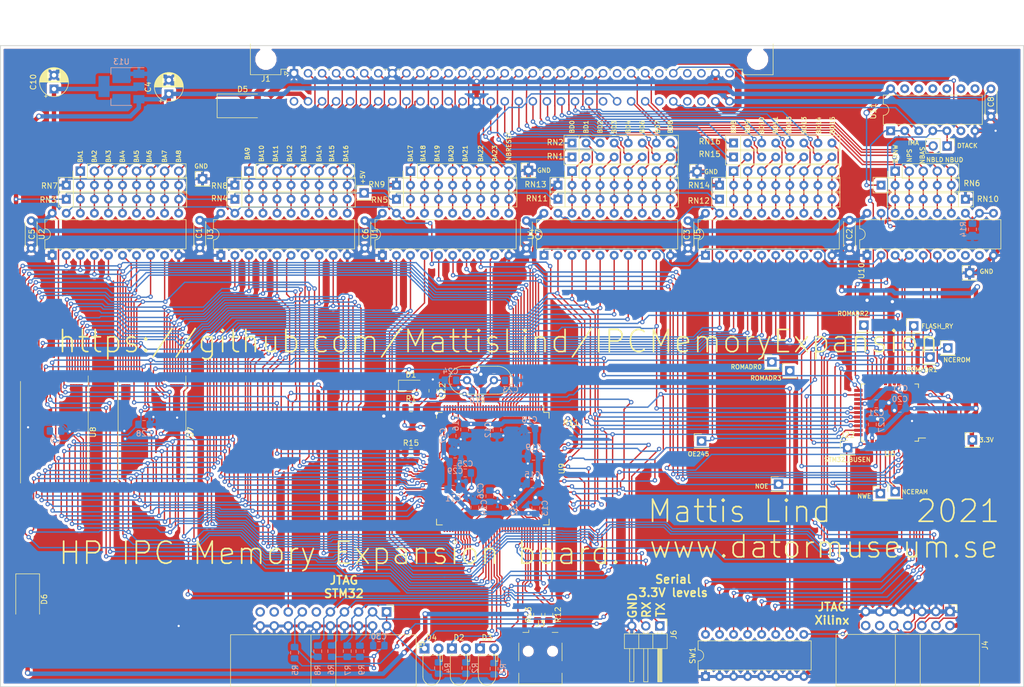
<source format=kicad_pcb>
(kicad_pcb (version 20171130) (host pcbnew 5.0.2-bee76a0~70~ubuntu16.04.1)
  (layers (0 F.Cu signal) (31 B.Cu signal) (34 B.Paste user hide) (35 F.Paste user hide) (36 B.SilkS user hide) (37 F.SilkS user) (38 B.Mask user hide) (39 F.Mask user hide) (44 Edge.Cuts user))
  (net 0 "")
  (net 1 +3V3)
  (net 2 GND)
  (net 3 +5V)
  (net 4 /STM32_RESET)
  (net 5 "Net-(C23-Pad1)")
  (net 6 "Net-(C24-Pad1)")
  (net 7 "Net-(C25-Pad1)")
  (net 8 "Net-(C26-Pad1)")
  (net 9 /LED_GREEN)
  (net 10 "Net-(D2-Pad2)")
  (net 11 "Net-(D3-Pad2)")
  (net 12 /LED_YELLOW)
  (net 13 /LED_RED)
  (net 14 "Net-(D4-Pad2)")
  (net 15 /BA1)
  (net 16 /BA3)
  (net 17 /BA5)
  (net 18 /BA7)
  (net 19 /BA9)
  (net 20 /BA11)
  (net 21 /BA13)
  (net 22 /BA15)
  (net 23 /BA17)
  (net 24 /BA19)
  (net 25 /BA21)
  (net 26 /BA23)
  (net 27 /BD0)
  (net 28 /BD2)
  (net 29 /BD4)
  (net 30 /BD6)
  (net 31 /BD8)
  (net 32 /BD10)
  (net 33 /BD12)
  (net 34 /BD14)
  (net 35 /BNPS)
  (net 36 /BRNW)
  (net 37 /NBUD)
  (net 38 /NBDTACK)
  (net 39 /BA2)
  (net 40 /BA4)
  (net 41 /BA6)
  (net 42 /BA8)
  (net 43 /BA10)
  (net 44 /BA12)
  (net 45 /BA14)
  (net 46 /BA16)
  (net 47 /BA18)
  (net 48 /BA20)
  (net 49 /BA22)
  (net 50 /BD1)
  (net 51 /BD3)
  (net 52 /BD5)
  (net 53 /BD7)
  (net 54 /BD9)
  (net 55 /BD11)
  (net 56 /BD13)
  (net 57 /BD15)
  (net 58 /NBRESET)
  (net 59 /NBLD)
  (net 60 /NBIMA)
  (net 61 "Net-(J3-Pad2)")
  (net 62 "Net-(J3-Pad3)")
  (net 63 /TMS)
  (net 64 /TCK)
  (net 65 /TDO)
  (net 66 /TDI)
  (net 67 /STM32_TRST)
  (net 68 /STM32_TDI)
  (net 69 /STM32_TMS)
  (net 70 /STM32_TCK)
  (net 71 /STM32_TDO)
  (net 72 "Net-(J6-Pad1)")
  (net 73 "Net-(J6-Pad2)")
  (net 74 "Net-(R11-Pad1)")
  (net 75 "Net-(R15-Pad2)")
  (net 76 /DIPSW5)
  (net 77 /DIPSW4)
  (net 78 /DIPSW3)
  (net 79 /DIPSW2)
  (net 80 /DIPSW1)
  (net 81 /DIPSW0)
  (net 82 /OE245)
  (net 83 /A22)
  (net 84 /A21)
  (net 85 /A20)
  (net 86 /A19)
  (net 87 /A18)
  (net 88 /A17)
  (net 89 /A16)
  (net 90 /A0)
  (net 91 /A1)
  (net 92 /A2)
  (net 93 /A3)
  (net 94 /A4)
  (net 95 /A5)
  (net 96 /A6)
  (net 97 /A7)
  (net 98 /A8)
  (net 99 /A9)
  (net 100 /A10)
  (net 101 /A11)
  (net 102 /A12)
  (net 103 /A13)
  (net 104 /A14)
  (net 105 /A15)
  (net 106 /RNW)
  (net 107 /D7)
  (net 108 /D6)
  (net 109 /D5)
  (net 110 /D4)
  (net 111 /D3)
  (net 112 /D2)
  (net 113 /D1)
  (net 114 /D0)
  (net 115 /D8)
  (net 116 /D9)
  (net 117 /D10)
  (net 118 /D11)
  (net 119 /D12)
  (net 120 /D13)
  (net 121 /D14)
  (net 122 /D15)
  (net 123 /FLASH_RY)
  (net 124 /NLD)
  (net 125 /NPS)
  (net 126 /NUD)
  (net 127 /ROMADR1)
  (net 128 /NCEROM)
  (net 129 /ROMADR0)
  (net 130 /ROMADR2)
  (net 131 /ROMADR3)
  (net 132 /IMA)
  (net 133 /STM32_BUSEN)
  (net 134 /DTACK)
  (net 135 /NWE)
  (net 136 /NOE)
  (net 137 /NCERAM)
  (net 138 "Net-(J1-PadA24)")
  (net 139 "Net-(J1-PadA27)")
  (net 140 "Net-(J1-PadA29)")
  (net 141 "Net-(J1-PadA30)")
  (net 142 "Net-(J1-PadA32)")
  (net 143 "Net-(J1-PadC1)")
  (net 144 "Net-(J1-PadC23)")
  (net 145 "Net-(J1-PadC27)")
  (net 146 "Net-(J1-PadC29)")
  (net 147 "Net-(J1-PadC30)")
  (net 148 "Net-(U9-Pad1)")
  (net 149 "Net-(U9-Pad7)")
  (net 150 "Net-(U9-Pad8)")
  (net 151 "Net-(U9-Pad9)")
  (net 152 "Net-(U9-Pad18)")
  (net 153 "Net-(U9-Pad19)")
  (net 154 "Net-(U9-Pad20)")
  (net 155 "Net-(U9-Pad21)")
  (net 156 "Net-(U9-Pad22)")
  (net 157 "Net-(U9-Pad26)")
  (net 158 "Net-(U9-Pad27)")
  (net 159 "Net-(U9-Pad28)")
  (net 160 "Net-(U9-Pad29)")
  (net 161 "Net-(U9-Pad34)")
  (net 162 "Net-(U9-Pad35)")
  (net 163 "Net-(U9-Pad36)")
  (net 164 "Net-(U9-Pad37)")
  (net 165 "Net-(U9-Pad40)")
  (net 166 "Net-(U9-Pad41)")
  (net 167 "Net-(U9-Pad42)")
  (net 168 "Net-(U9-Pad43)")
  (net 169 "Net-(U9-Pad44)")
  (net 170 "Net-(U9-Pad45)")
  (net 171 "Net-(U9-Pad46)")
  (net 172 "Net-(U9-Pad47)")
  (net 173 "Net-(U9-Pad49)")
  (net 174 "Net-(U9-Pad73)")
  (net 175 "Net-(U9-Pad74)")
  (net 176 "Net-(U9-Pad75)")
  (net 177 "Net-(U9-Pad76)")
  (net 178 "Net-(U9-Pad96)")
  (net 179 "Net-(U9-Pad97)")
  (net 180 "Net-(U9-Pad100)")
  (net 181 "Net-(U9-Pad117)")
  (net 182 "Net-(U9-Pad123)")
  (net 183 "Net-(U9-Pad129)")
  (net 184 "Net-(U9-Pad132)")
  (net 185 "Net-(U9-Pad135)")
  (net 186 "Net-(U9-Pad136)")
  (net 187 "Net-(U9-Pad137)")
  (net 188 "Net-(U9-Pad139)")
  (net 189 "Net-(U9-Pad140)")
  (net 190 "Net-(U10-Pad9)")
  (net 191 "Net-(U10-Pad8)")
  (net 192 "Net-(U10-Pad7)")
  (net 193 "Net-(J3-Pad4)")
  (net 194 "Net-(J5-Pad11)")
  (net 195 "Net-(J5-Pad17)")
  (net 196 "Net-(J5-Pad19)")
  (net 197 "Net-(J4-Pad12)")
  (net 198 "Net-(J4-Pad14)")
  (net 199 "Net-(R14-Pad1)")
  (net 200 "Net-(D5-Pad2)")
  (net 201 "Net-(D6-Pad2)")
  (net 202 /NBAS)
  (net 203 /NRESET)
  (net 204 /NAS)
  (net 205 "Net-(U9-Pad69)")
  (net 206 "Net-(U9-Pad70)")
  (net 207 "Net-(U9-Pad98)")
  (net 208 "Net-(U9-Pad99)")
  (net 209 "Net-(U9-Pad111)")
  (net 210 "Net-(U9-Pad112)")
  (net 211 "Net-(U9-Pad113)")
  (net 212 "Net-(U9-Pad116)")
  (net 213 "Net-(U9-Pad124)")
  (net 214 "Net-(U9-Pad126)")
  (net 215 /RD0)
  (net 216 /RD1)
  (net 217 /RD2)
  (net 218 /RD3)
  (net 219 /RD4)
  (net 220 /RD5)
  (net 221 /RD6)
  (net 222 /RD7)
  (net 223 /RD15)
  (net 224 /RD14)
  (net 225 /RD13)
  (net 226 /RD12)
  (net 227 /RD11)
  (net 228 /RD10)
  (net 229 /RD9)
  (net 230 /RD8)
  (net 231 /USB_P)
  (net 232 /USB_N)
  (module Connector_PinHeader_2.54mm:PinHeader_1x01_P2.54mm_Vertical (layer F.Cu) (at 205.74 101.346)
    (fp_text reference J29 hide)
    (fp_text value TESTPOINT)
    (pad 1 thru_hole rect (at 0 0) (size 1.7 1.7) (drill 1) (layers *.Cu *.Mask) (net 1 +3V3))
  )
  (module Connector_PinHeader_2.54mm:PinHeader_1x01_P2.54mm_Vertical (layer F.Cu) (at 66.548 54.102)
    (fp_text reference J28 hide)
    (fp_text value TESTPOINT)
    (pad 1 thru_hole rect (at 0 0) (size 1.7 1.7) (drill 1) (layers *.Cu *.Mask) (net 2 GND))
  )
  (module Connector_PinHeader_2.54mm:PinHeader_1x01_P2.54mm_Vertical (layer F.Cu) (at 125.476 52.578)
    (fp_text reference J26 hide)
    (fp_text value TESTPOINT)
    (pad 1 thru_hole rect (at 0 0) (size 1.7 1.7) (drill 1) (layers *.Cu *.Mask) (net 2 GND))
  )
  (module Connector_PinHeader_2.54mm:PinHeader_1x01_P2.54mm_Vertical (layer F.Cu) (at 155.956 52.832)
    (fp_text reference J27 hide)
    (fp_text value TESTPOINT)
    (pad 1 thru_hole rect (at 0 0) (size 1.7 1.7) (drill 1) (layers *.Cu *.Mask) (net 2 GND))
  )
  (module Connector_PinHeader_2.54mm:PinHeader_1x01_P2.54mm_Vertical (layer F.Cu) (at 95.758 56.642)
    (fp_text reference J24 hide)
    (fp_text value TESTPOINT)
    (pad 1 thru_hole rect (at 0 0) (size 1.7 1.7) (drill 1) (layers *.Cu *.Mask) (net 3 +5V))
  )
  (module Connector_PinHeader_2.54mm:PinHeader_1x01_P2.54mm_Vertical (layer F.Cu) (at 205.232 71.12)
    (fp_text reference J25 hide)
    (fp_text value TESTPOINT)
    (pad 1 thru_hole rect (at 0 0) (size 1.7 1.7) (drill 1) (layers *.Cu *.Mask) (net 2 GND))
  )
  (module Package_DIP:DIP-20_W7.62mm (layer F.Cu) (at 186.69 67.945 90)
    (fp_text reference U10 (at -2.794 -1.016 90) (layer F.SilkS))
    (fp_text value 74LVC245)
    (pad 20 thru_hole oval (at 7.62 0 90) (size 1.6 1.6) (drill 0.8) (layers *.Cu *.Mask) (net 1 +3V3))
    (pad 10 thru_hole oval (at 0 22.86 90) (size 1.6 1.6) (drill 0.8) (layers *.Cu *.Mask) (net 2 GND))
    (pad 19 thru_hole oval (at 7.62 2.54 90) (size 1.6 1.6) (drill 0.8) (layers *.Cu *.Mask) (net 133 /STM32_BUSEN))
    (pad 9 thru_hole oval (at 0 20.32 90) (size 1.6 1.6) (drill 0.8) (layers *.Cu *.Mask) (net 190 "Net-(U10-Pad9)"))
    (pad 18 thru_hole oval (at 7.62 5.08 90) (size 1.6 1.6) (drill 0.8) (layers *.Cu *.Mask) (net 36 /BRNW))
    (pad 8 thru_hole oval (at 0 17.78 90) (size 1.6 1.6) (drill 0.8) (layers *.Cu *.Mask) (net 191 "Net-(U10-Pad8)"))
    (pad 17 thru_hole oval (at 7.62 7.62 90) (size 1.6 1.6) (drill 0.8) (layers *.Cu *.Mask) (net 35 /BNPS))
    (pad 7 thru_hole oval (at 0 15.24 90) (size 1.6 1.6) (drill 0.8) (layers *.Cu *.Mask) (net 192 "Net-(U10-Pad7)"))
    (pad 16 thru_hole oval (at 7.62 10.16 90) (size 1.6 1.6) (drill 0.8) (layers *.Cu *.Mask) (net 202 /NBAS))
    (pad 6 thru_hole oval (at 0 12.7 90) (size 1.6 1.6) (drill 0.8) (layers *.Cu *.Mask) (net 126 /NUD))
    (pad 15 thru_hole oval (at 7.62 12.7 90) (size 1.6 1.6) (drill 0.8) (layers *.Cu *.Mask) (net 59 /NBLD))
    (pad 5 thru_hole oval (at 0 10.16 90) (size 1.6 1.6) (drill 0.8) (layers *.Cu *.Mask) (net 124 /NLD))
    (pad 14 thru_hole oval (at 7.62 15.24 90) (size 1.6 1.6) (drill 0.8) (layers *.Cu *.Mask) (net 37 /NBUD))
    (pad 4 thru_hole oval (at 0 7.62 90) (size 1.6 1.6) (drill 0.8) (layers *.Cu *.Mask) (net 204 /NAS))
    (pad 13 thru_hole oval (at 7.62 17.78 90) (size 1.6 1.6) (drill 0.8) (layers *.Cu *.Mask) (net 199 "Net-(R14-Pad1)"))
    (pad 3 thru_hole oval (at 0 5.08 90) (size 1.6 1.6) (drill 0.8) (layers *.Cu *.Mask) (net 125 /NPS))
    (pad 12 thru_hole oval (at 7.62 20.32 90) (size 1.6 1.6) (drill 0.8) (layers *.Cu *.Mask) (net 199 "Net-(R14-Pad1)"))
    (pad 2 thru_hole oval (at 0 2.54 90) (size 1.6 1.6) (drill 0.8) (layers *.Cu *.Mask) (net 106 /RNW))
    (pad 11 thru_hole oval (at 7.62 22.86 90) (size 1.6 1.6) (drill 0.8) (layers *.Cu *.Mask) (net 199 "Net-(R14-Pad1)"))
    (pad 1 thru_hole rect (at 0 0 90) (size 1.6 1.6) (drill 0.8) (layers *.Cu *.Mask) (net 2 GND))
  )
  (module Connector_USB:USB_Mini-B_Lumberg_2486_01_Horizontal (layer F.Cu) (at 127.635 139.573)
    (fp_text reference J3 (at 0 -5) (layer F.SilkS))
    (fp_text value USB_B_Micro)
    (pad "" np_thru_hole circle (at 2.2 0) (size 1 1) (drill 1) (layers *.Cu *.Mask))
    (pad "" np_thru_hole circle (at -2.2 0) (size 1 1) (drill 1) (layers *.Cu *.Mask))
    (pad 6 smd rect (at 4.45 2.85) (size 2 1.7) (layers F.Cu F.Paste F.Mask) (net 2 GND))
    (pad 6 smd rect (at 4.45 -2.6) (size 2 1.7) (layers F.Cu F.Paste F.Mask) (net 2 GND))
    (pad 6 smd rect (at -4.45 2.85) (size 2 1.7) (layers F.Cu F.Paste F.Mask) (net 2 GND))
    (pad 6 smd rect (at -4.45 -2.6) (size 2 1.7) (layers F.Cu F.Paste F.Mask) (net 2 GND))
    (pad 5 smd rect (at 1.6 -2.7) (size 0.5 2) (layers F.Cu F.Paste F.Mask) (net 2 GND))
    (pad 4 smd rect (at 0.8 -2.7) (size 0.5 2) (layers F.Cu F.Paste F.Mask) (net 193 "Net-(J3-Pad4)"))
    (pad 3 smd rect (at 0 -2.7) (size 0.5 2) (layers F.Cu F.Paste F.Mask) (net 62 "Net-(J3-Pad3)"))
    (pad 2 smd rect (at -0.8 -2.7) (size 0.5 2) (layers F.Cu F.Paste F.Mask) (net 61 "Net-(J3-Pad2)"))
    (pad 1 smd rect (at -1.6 -2.7) (size 0.5 2) (layers F.Cu F.Paste F.Mask) (net 201 "Net-(D6-Pad2)"))
  )
  (module Resistor_SMD:R_0805_2012Metric_Pad1.15x1.40mm_HandSolder (layer F.Cu) (at 127.127 132.96 90)
    (fp_text reference R13 (at 0 -1.65 90) (layer F.SilkS))
    (fp_text value 22)
    (pad 1 smd roundrect (at -1.025 0 90) (size 1.15 1.4) (layers F.Cu F.Paste F.Mask) (roundrect_rratio 0.217391) (net 61 "Net-(J3-Pad2)"))
    (pad 2 smd roundrect (at 1.025 0 90) (size 1.15 1.4) (layers F.Cu F.Paste F.Mask) (roundrect_rratio 0.217391) (net 232 /USB_N))
  )
  (module Resistor_SMD:R_0805_2012Metric_Pad1.15x1.40mm_HandSolder (layer F.Cu) (at 129.159 132.96 270)
    (fp_text reference R12 (at 0 -1.65 270) (layer F.SilkS))
    (fp_text value 22)
    (pad 2 smd roundrect (at 1.025 0 270) (size 1.15 1.4) (layers F.Cu F.Paste F.Mask) (roundrect_rratio 0.217391) (net 62 "Net-(J3-Pad3)"))
    (pad 1 smd roundrect (at -1.025 0 270) (size 1.15 1.4) (layers F.Cu F.Paste F.Mask) (roundrect_rratio 0.217391) (net 231 /USB_P))
  )
  (module Resistor_THT:R_Array_SIP8 (layer F.Cu) (at 162.56 50.165)
    (fp_text reference RN15 (at -4.318 -0.5334) (layer F.SilkS))
    (fp_text value "Resistor net 56 ohm")
    (pad 8 thru_hole oval (at 17.78 0) (size 1.6 1.6) (drill 0.8) (layers *.Cu *.Mask) (net 224 /RD14))
    (pad 7 thru_hole oval (at 15.24 0) (size 1.6 1.6) (drill 0.8) (layers *.Cu *.Mask) (net 34 /BD14))
    (pad 6 thru_hole oval (at 12.7 0) (size 1.6 1.6) (drill 0.8) (layers *.Cu *.Mask) (net 226 /RD12))
    (pad 5 thru_hole oval (at 10.16 0) (size 1.6 1.6) (drill 0.8) (layers *.Cu *.Mask) (net 33 /BD12))
    (pad 4 thru_hole oval (at 7.62 0) (size 1.6 1.6) (drill 0.8) (layers *.Cu *.Mask) (net 228 /RD10))
    (pad 3 thru_hole oval (at 5.08 0) (size 1.6 1.6) (drill 0.8) (layers *.Cu *.Mask) (net 32 /BD10))
    (pad 2 thru_hole oval (at 2.54 0) (size 1.6 1.6) (drill 0.8) (layers *.Cu *.Mask) (net 230 /RD8))
    (pad 1 thru_hole rect (at 0 0) (size 1.6 1.6) (drill 0.8) (layers *.Cu *.Mask) (net 31 /BD8))
  )
  (module Resistor_THT:R_Array_SIP8 (layer F.Cu) (at 133.35 47.625)
    (fp_text reference RN2 (at -3.048 -0.127) (layer F.SilkS))
    (fp_text value "Resistor net 56 ohm")
    (pad 1 thru_hole rect (at 0 0) (size 1.6 1.6) (drill 0.8) (layers *.Cu *.Mask) (net 50 /BD1))
    (pad 2 thru_hole oval (at 2.54 0) (size 1.6 1.6) (drill 0.8) (layers *.Cu *.Mask) (net 216 /RD1))
    (pad 3 thru_hole oval (at 5.08 0) (size 1.6 1.6) (drill 0.8) (layers *.Cu *.Mask) (net 51 /BD3))
    (pad 4 thru_hole oval (at 7.62 0) (size 1.6 1.6) (drill 0.8) (layers *.Cu *.Mask) (net 218 /RD3))
    (pad 5 thru_hole oval (at 10.16 0) (size 1.6 1.6) (drill 0.8) (layers *.Cu *.Mask) (net 52 /BD5))
    (pad 6 thru_hole oval (at 12.7 0) (size 1.6 1.6) (drill 0.8) (layers *.Cu *.Mask) (net 220 /RD5))
    (pad 7 thru_hole oval (at 15.24 0) (size 1.6 1.6) (drill 0.8) (layers *.Cu *.Mask) (net 53 /BD7))
    (pad 8 thru_hole oval (at 17.78 0) (size 1.6 1.6) (drill 0.8) (layers *.Cu *.Mask) (net 222 /RD7))
  )
  (module Resistor_THT:R_Array_SIP8 (layer F.Cu) (at 162.56 47.625)
    (fp_text reference RN16 (at -4.318 -0.2794) (layer F.SilkS))
    (fp_text value "Resistor net 56 ohm")
    (pad 8 thru_hole oval (at 17.78 0) (size 1.6 1.6) (drill 0.8) (layers *.Cu *.Mask) (net 223 /RD15))
    (pad 7 thru_hole oval (at 15.24 0) (size 1.6 1.6) (drill 0.8) (layers *.Cu *.Mask) (net 57 /BD15))
    (pad 6 thru_hole oval (at 12.7 0) (size 1.6 1.6) (drill 0.8) (layers *.Cu *.Mask) (net 225 /RD13))
    (pad 5 thru_hole oval (at 10.16 0) (size 1.6 1.6) (drill 0.8) (layers *.Cu *.Mask) (net 56 /BD13))
    (pad 4 thru_hole oval (at 7.62 0) (size 1.6 1.6) (drill 0.8) (layers *.Cu *.Mask) (net 227 /RD11))
    (pad 3 thru_hole oval (at 5.08 0) (size 1.6 1.6) (drill 0.8) (layers *.Cu *.Mask) (net 55 /BD11))
    (pad 2 thru_hole oval (at 2.54 0) (size 1.6 1.6) (drill 0.8) (layers *.Cu *.Mask) (net 229 /RD9))
    (pad 1 thru_hole rect (at 0 0) (size 1.6 1.6) (drill 0.8) (layers *.Cu *.Mask) (net 54 /BD9))
  )
  (module Resistor_THT:R_Array_SIP8 (layer F.Cu) (at 133.35 50.165)
    (fp_text reference RN1 (at -3.048 -0.127) (layer F.SilkS))
    (fp_text value "Resistor net 56 ohm")
    (pad 1 thru_hole rect (at 0 0) (size 1.6 1.6) (drill 0.8) (layers *.Cu *.Mask) (net 27 /BD0))
    (pad 2 thru_hole oval (at 2.54 0) (size 1.6 1.6) (drill 0.8) (layers *.Cu *.Mask) (net 215 /RD0))
    (pad 3 thru_hole oval (at 5.08 0) (size 1.6 1.6) (drill 0.8) (layers *.Cu *.Mask) (net 28 /BD2))
    (pad 4 thru_hole oval (at 7.62 0) (size 1.6 1.6) (drill 0.8) (layers *.Cu *.Mask) (net 217 /RD2))
    (pad 5 thru_hole oval (at 10.16 0) (size 1.6 1.6) (drill 0.8) (layers *.Cu *.Mask) (net 29 /BD4))
    (pad 6 thru_hole oval (at 12.7 0) (size 1.6 1.6) (drill 0.8) (layers *.Cu *.Mask) (net 219 /RD4))
    (pad 7 thru_hole oval (at 15.24 0) (size 1.6 1.6) (drill 0.8) (layers *.Cu *.Mask) (net 30 /BD6))
    (pad 8 thru_hole oval (at 17.78 0) (size 1.6 1.6) (drill 0.8) (layers *.Cu *.Mask) (net 221 /RD6))
  )
  (module Connector_PinHeader_2.54mm:PinHeader_1x01_P2.54mm_Vertical (layer F.Cu) (at 186.1185 80.5815)
    (fp_text reference J15 hide)
    (fp_text value TESTPOINT)
    (pad 1 thru_hole rect (at 0 0) (size 1.7 1.7) (drill 1) (layers *.Cu *.Mask) (net 130 /ROMADR2))
  )
  (module Connector_PinHeader_2.54mm:PinHeader_1x01_P2.54mm_Vertical (layer F.Cu) (at 183.1848 102.7684)
    (fp_text reference J22 (at 0 -2.33) (layer F.SilkS))
    (fp_text value TESTPOINT)
    (pad 1 thru_hole rect (at 0 0) (size 1.7 1.7) (drill 1) (layers *.Cu *.Mask) (net 133 /STM32_BUSEN))
  )
  (module Connector_PinHeader_2.54mm:PinHeader_1x01_P2.54mm_Vertical (layer F.Cu) (at 169.4815 87.249)
    (fp_text reference J13 hide)
    (fp_text value TESTPOINT)
    (pad 1 thru_hole rect (at 0 0) (size 1.7 1.7) (drill 1) (layers *.Cu *.Mask) (net 129 /ROMADR0))
  )
  (module Connector_PinHeader_2.54mm:PinHeader_1x01_P2.54mm_Vertical (layer F.Cu) (at 172.72 88.8365)
    (fp_text reference J14 hide)
    (fp_text value TESTPOINT)
    (pad 1 thru_hole rect (at 0 0) (size 1.7 1.7) (drill 1) (layers *.Cu *.Mask) (net 131 /ROMADR3))
  )
  (module Connector_PinHeader_2.54mm:PinHeader_1x01_P2.54mm_Vertical (layer F.Cu) (at 156.7688 101.5492)
    (fp_text reference J23 hide)
    (fp_text value TESTPOINT)
    (pad 1 thru_hole rect (at 0 0) (size 1.7 1.7) (drill 1) (layers *.Cu *.Mask) (net 82 /OE245))
  )
  (module Connector_PinHeader_2.54mm:PinHeader_1x01_P2.54mm_Vertical (layer F.Cu) (at 198.0692 86.36)
    (fp_text reference J16 hide)
    (fp_text value TESTPOINT)
    (pad 1 thru_hole rect (at 0 0) (size 1.7 1.7) (drill 1) (layers *.Cu *.Mask) (net 127 /ROMADR1))
  )
  (module Connector_PinHeader_2.54mm:PinHeader_1x01_P2.54mm_Vertical (layer F.Cu) (at 201.295 84.709)
    (fp_text reference J17 hide)
    (fp_text value TESTPOINT)
    (pad 1 thru_hole rect (at 0 0) (size 1.7 1.7) (drill 1) (layers *.Cu *.Mask) (net 128 /NCEROM))
  )
  (module Connector_PinHeader_2.54mm:PinHeader_1x01_P2.54mm_Vertical (layer F.Cu) (at 191.77 110.6932)
    (fp_text reference J18 hide)
    (fp_text value TESTPOINT)
    (pad 1 thru_hole rect (at 0 0) (size 1.7 1.7) (drill 1) (layers *.Cu *.Mask) (net 137 /NCERAM))
  )
  (module Connector_PinHeader_2.54mm:PinHeader_1x01_P2.54mm_Vertical (layer F.Cu) (at 170.688 109.347)
    (fp_text reference J19 hide)
    (fp_text value TESTPOINT)
    (pad 1 thru_hole rect (at 0 0) (size 1.7 1.7) (drill 1) (layers *.Cu *.Mask) (net 136 /NOE))
  )
  (module Connector_PinHeader_2.54mm:PinHeader_1x01_P2.54mm_Vertical (layer F.Cu) (at 195.1355 80.7085)
    (fp_text reference J21 hide)
    (fp_text value TESTPOINT)
    (pad 1 thru_hole rect (at 0 0) (size 1.7 1.7) (drill 1) (layers *.Cu *.Mask) (net 123 /FLASH_RY))
  )
  (module Connector_PinHeader_2.54mm:PinHeader_1x01_P2.54mm_Vertical (layer F.Cu) (at 189.103 111.0488)
    (fp_text reference J20 hide)
    (fp_text value TESTPOINT)
    (pad 1 thru_hole rect (at 0 0) (size 1.7 1.7) (drill 1) (layers *.Cu *.Mask) (net 135 /NWE))
  )
  (module Connector_PinHeader_2.54mm:PinHeader_1x02_P2.54mm_Vertical (layer F.Cu) (at 201.168 48.1584 270)
    (fp_text reference J7 hide)
    (fp_text value TESTPOINTS)
    (pad 1 thru_hole rect (at 0 0 270) (size 1.7 1.7) (drill 1) (layers *.Cu *.Mask) (net 134 /DTACK))
    (pad 2 thru_hole oval (at 0 2.54 270) (size 1.7 1.7) (drill 1) (layers *.Cu *.Mask) (net 132 /IMA))
  )
  (module Connector_PinHeader_2.54mm:PinHeader_1x05_P2.54mm_Vertical (layer F.Cu) (at 191.77 52.705 90)
    (fp_text reference J2 hide)
    (fp_text value TESTPOINTS)
    (pad 1 thru_hole rect (at 0 0 90) (size 1.7 1.7) (drill 1) (layers *.Cu *.Mask) (net 36 /BRNW))
    (pad 2 thru_hole oval (at 0 2.54 90) (size 1.7 1.7) (drill 1) (layers *.Cu *.Mask) (net 35 /BNPS))
    (pad 3 thru_hole oval (at 0 5.08 90) (size 1.7 1.7) (drill 1) (layers *.Cu *.Mask) (net 202 /NBAS))
    (pad 4 thru_hole oval (at 0 7.62 90) (size 1.7 1.7) (drill 1) (layers *.Cu *.Mask) (net 59 /NBLD))
    (pad 5 thru_hole oval (at 0 10.16 90) (size 1.7 1.7) (drill 1) (layers *.Cu *.Mask) (net 37 /NBUD))
  )
  (module Connector_PinHeader_2.54mm:PinHeader_1x08_P2.54mm_Vertical (layer F.Cu) (at 104.14 52.705 90)
    (fp_text reference J10 hide)
    (fp_text value TESTPOINTS)
    (pad 1 thru_hole rect (at 0 0 90) (size 1.7 1.7) (drill 1) (layers *.Cu *.Mask) (net 23 /BA17))
    (pad 2 thru_hole oval (at 0 2.54 90) (size 1.7 1.7) (drill 1) (layers *.Cu *.Mask) (net 47 /BA18))
    (pad 3 thru_hole oval (at 0 5.08 90) (size 1.7 1.7) (drill 1) (layers *.Cu *.Mask) (net 24 /BA19))
    (pad 4 thru_hole oval (at 0 7.62 90) (size 1.7 1.7) (drill 1) (layers *.Cu *.Mask) (net 48 /BA20))
    (pad 5 thru_hole oval (at 0 10.16 90) (size 1.7 1.7) (drill 1) (layers *.Cu *.Mask) (net 25 /BA21))
    (pad 6 thru_hole oval (at 0 12.7 90) (size 1.7 1.7) (drill 1) (layers *.Cu *.Mask) (net 49 /BA22))
    (pad 7 thru_hole oval (at 0 15.24 90) (size 1.7 1.7) (drill 1) (layers *.Cu *.Mask) (net 26 /BA23))
    (pad 8 thru_hole oval (at 0 17.78 90) (size 1.7 1.7) (drill 1) (layers *.Cu *.Mask) (net 58 /NBRESET))
  )
  (module Connector_PinHeader_2.54mm:PinHeader_1x08_P2.54mm_Vertical (layer F.Cu) (at 162.56 52.705 90)
    (fp_text reference J12 hide)
    (fp_text value TESTPOINTS)
    (pad 8 thru_hole oval (at 0 17.78 90) (size 1.7 1.7) (drill 1) (layers *.Cu *.Mask) (net 223 /RD15))
    (pad 7 thru_hole oval (at 0 15.24 90) (size 1.7 1.7) (drill 1) (layers *.Cu *.Mask) (net 224 /RD14))
    (pad 6 thru_hole oval (at 0 12.7 90) (size 1.7 1.7) (drill 1) (layers *.Cu *.Mask) (net 225 /RD13))
    (pad 5 thru_hole oval (at 0 10.16 90) (size 1.7 1.7) (drill 1) (layers *.Cu *.Mask) (net 226 /RD12))
    (pad 4 thru_hole oval (at 0 7.62 90) (size 1.7 1.7) (drill 1) (layers *.Cu *.Mask) (net 227 /RD11))
    (pad 3 thru_hole oval (at 0 5.08 90) (size 1.7 1.7) (drill 1) (layers *.Cu *.Mask) (net 228 /RD10))
    (pad 2 thru_hole oval (at 0 2.54 90) (size 1.7 1.7) (drill 1) (layers *.Cu *.Mask) (net 229 /RD9))
    (pad 1 thru_hole rect (at 0 0 90) (size 1.7 1.7) (drill 1) (layers *.Cu *.Mask) (net 230 /RD8))
  )
  (module Connector_PinHeader_2.54mm:PinHeader_1x08_P2.54mm_Vertical (layer F.Cu) (at 74.93 52.705 90)
    (fp_text reference J9 hide)
    (fp_text value TESTPOINTS)
    (pad 1 thru_hole rect (at 0 0 90) (size 1.7 1.7) (drill 1) (layers *.Cu *.Mask) (net 19 /BA9))
    (pad 2 thru_hole oval (at 0 2.54 90) (size 1.7 1.7) (drill 1) (layers *.Cu *.Mask) (net 43 /BA10))
    (pad 3 thru_hole oval (at 0 5.08 90) (size 1.7 1.7) (drill 1) (layers *.Cu *.Mask) (net 20 /BA11))
    (pad 4 thru_hole oval (at 0 7.62 90) (size 1.7 1.7) (drill 1) (layers *.Cu *.Mask) (net 44 /BA12))
    (pad 5 thru_hole oval (at 0 10.16 90) (size 1.7 1.7) (drill 1) (layers *.Cu *.Mask) (net 21 /BA13))
    (pad 6 thru_hole oval (at 0 12.7 90) (size 1.7 1.7) (drill 1) (layers *.Cu *.Mask) (net 45 /BA14))
    (pad 7 thru_hole oval (at 0 15.24 90) (size 1.7 1.7) (drill 1) (layers *.Cu *.Mask) (net 22 /BA15))
    (pad 8 thru_hole oval (at 0 17.78 90) (size 1.7 1.7) (drill 1) (layers *.Cu *.Mask) (net 46 /BA16))
  )
  (module Connector_PinHeader_2.54mm:PinHeader_1x08_P2.54mm_Vertical (layer F.Cu) (at 133.35 52.705 90)
    (fp_text reference J11 hide)
    (fp_text value TESTPOINTS)
    (pad 8 thru_hole oval (at 0 17.78 90) (size 1.7 1.7) (drill 1) (layers *.Cu *.Mask) (net 222 /RD7))
    (pad 7 thru_hole oval (at 0 15.24 90) (size 1.7 1.7) (drill 1) (layers *.Cu *.Mask) (net 221 /RD6))
    (pad 6 thru_hole oval (at 0 12.7 90) (size 1.7 1.7) (drill 1) (layers *.Cu *.Mask) (net 220 /RD5))
    (pad 5 thru_hole oval (at 0 10.16 90) (size 1.7 1.7) (drill 1) (layers *.Cu *.Mask) (net 219 /RD4))
    (pad 4 thru_hole oval (at 0 7.62 90) (size 1.7 1.7) (drill 1) (layers *.Cu *.Mask) (net 218 /RD3))
    (pad 3 thru_hole oval (at 0 5.08 90) (size 1.7 1.7) (drill 1) (layers *.Cu *.Mask) (net 217 /RD2))
    (pad 2 thru_hole oval (at 0 2.54 90) (size 1.7 1.7) (drill 1) (layers *.Cu *.Mask) (net 216 /RD1))
    (pad 1 thru_hole rect (at 0 0 90) (size 1.7 1.7) (drill 1) (layers *.Cu *.Mask) (net 215 /RD0))
  )
  (module Connector_PinHeader_2.54mm:PinHeader_1x08_P2.54mm_Vertical (layer F.Cu) (at 44.45 52.705 90)
    (fp_text reference J8 hide)
    (fp_text value TESTPOINTS)
    (pad 1 thru_hole rect (at 0 0 90) (size 1.7 1.7) (drill 1) (layers *.Cu *.Mask) (net 15 /BA1))
    (pad 2 thru_hole oval (at 0 2.54 90) (size 1.7 1.7) (drill 1) (layers *.Cu *.Mask) (net 39 /BA2))
    (pad 3 thru_hole oval (at 0 5.08 90) (size 1.7 1.7) (drill 1) (layers *.Cu *.Mask) (net 16 /BA3))
    (pad 4 thru_hole oval (at 0 7.62 90) (size 1.7 1.7) (drill 1) (layers *.Cu *.Mask) (net 40 /BA4))
    (pad 5 thru_hole oval (at 0 10.16 90) (size 1.7 1.7) (drill 1) (layers *.Cu *.Mask) (net 17 /BA5))
    (pad 6 thru_hole oval (at 0 12.7 90) (size 1.7 1.7) (drill 1) (layers *.Cu *.Mask) (net 41 /BA6))
    (pad 7 thru_hole oval (at 0 15.24 90) (size 1.7 1.7) (drill 1) (layers *.Cu *.Mask) (net 18 /BA7))
    (pad 8 thru_hole oval (at 0 17.78 90) (size 1.7 1.7) (drill 1) (layers *.Cu *.Mask) (net 42 /BA8))
  )
  (module Resistor_THT:R_Array_SIP6 (layer F.Cu) (at 204.47 57.785 180)
    (fp_text reference RN10 (at -4.064 0.0254 180) (layer F.SilkS))
    (fp_text value 3.3k)
    (pad 6 thru_hole oval (at 12.7 0 180) (size 1.6 1.6) (drill 0.8) (layers *.Cu *.Mask) (net 36 /BRNW))
    (pad 5 thru_hole oval (at 10.16 0 180) (size 1.6 1.6) (drill 0.8) (layers *.Cu *.Mask) (net 35 /BNPS))
    (pad 4 thru_hole oval (at 7.62 0 180) (size 1.6 1.6) (drill 0.8) (layers *.Cu *.Mask) (net 202 /NBAS))
    (pad 3 thru_hole oval (at 5.08 0 180) (size 1.6 1.6) (drill 0.8) (layers *.Cu *.Mask) (net 59 /NBLD))
    (pad 2 thru_hole oval (at 2.54 0 180) (size 1.6 1.6) (drill 0.8) (layers *.Cu *.Mask) (net 37 /NBUD))
    (pad 1 thru_hole rect (at 0 0 180) (size 1.6 1.6) (drill 0.8) (layers *.Cu *.Mask) (net 2 GND))
  )
  (module Resistor_THT:R_Array_SIP6 (layer F.Cu) (at 189.23 55.245)
    (fp_text reference RN6 (at 16.4084 -0.3302) (layer F.SilkS))
    (fp_text value 3.9k)
    (pad 1 thru_hole rect (at 0 0) (size 1.6 1.6) (drill 0.8) (layers *.Cu *.Mask) (net 3 +5V))
    (pad 2 thru_hole oval (at 2.54 0) (size 1.6 1.6) (drill 0.8) (layers *.Cu *.Mask) (net 36 /BRNW))
    (pad 3 thru_hole oval (at 5.08 0) (size 1.6 1.6) (drill 0.8) (layers *.Cu *.Mask) (net 35 /BNPS))
    (pad 4 thru_hole oval (at 7.62 0) (size 1.6 1.6) (drill 0.8) (layers *.Cu *.Mask) (net 202 /NBAS))
    (pad 5 thru_hole oval (at 10.16 0) (size 1.6 1.6) (drill 0.8) (layers *.Cu *.Mask) (net 59 /NBLD))
    (pad 6 thru_hole oval (at 12.7 0) (size 1.6 1.6) (drill 0.8) (layers *.Cu *.Mask) (net 37 /NBUD))
  )
  (module Resistor_THT:R_Array_SIP9 (layer F.Cu) (at 72.39 57.785)
    (fp_text reference RN4 (at -2.794 -0.127) (layer F.SilkS))
    (fp_text value 3.9k)
    (pad 9 thru_hole oval (at 20.32 0) (size 1.6 1.6) (drill 0.8) (layers *.Cu *.Mask) (net 46 /BA16))
    (pad 8 thru_hole oval (at 17.78 0) (size 1.6 1.6) (drill 0.8) (layers *.Cu *.Mask) (net 22 /BA15))
    (pad 7 thru_hole oval (at 15.24 0) (size 1.6 1.6) (drill 0.8) (layers *.Cu *.Mask) (net 45 /BA14))
    (pad 6 thru_hole oval (at 12.7 0) (size 1.6 1.6) (drill 0.8) (layers *.Cu *.Mask) (net 21 /BA13))
    (pad 5 thru_hole oval (at 10.16 0) (size 1.6 1.6) (drill 0.8) (layers *.Cu *.Mask) (net 44 /BA12))
    (pad 4 thru_hole oval (at 7.62 0) (size 1.6 1.6) (drill 0.8) (layers *.Cu *.Mask) (net 20 /BA11))
    (pad 3 thru_hole oval (at 5.08 0) (size 1.6 1.6) (drill 0.8) (layers *.Cu *.Mask) (net 43 /BA10))
    (pad 2 thru_hole oval (at 2.54 0) (size 1.6 1.6) (drill 0.8) (layers *.Cu *.Mask) (net 19 /BA9))
    (pad 1 thru_hole rect (at 0 0) (size 1.6 1.6) (drill 0.8) (layers *.Cu *.Mask) (net 3 +5V))
  )
  (module Resistor_THT:R_Array_SIP9 (layer F.Cu) (at 101.6 57.785)
    (fp_text reference RN5 (at -3.048 0.127) (layer F.SilkS))
    (fp_text value 3.9k)
    (pad 1 thru_hole rect (at 0 0) (size 1.6 1.6) (drill 0.8) (layers *.Cu *.Mask) (net 3 +5V))
    (pad 2 thru_hole oval (at 2.54 0) (size 1.6 1.6) (drill 0.8) (layers *.Cu *.Mask) (net 23 /BA17))
    (pad 3 thru_hole oval (at 5.08 0) (size 1.6 1.6) (drill 0.8) (layers *.Cu *.Mask) (net 47 /BA18))
    (pad 4 thru_hole oval (at 7.62 0) (size 1.6 1.6) (drill 0.8) (layers *.Cu *.Mask) (net 24 /BA19))
    (pad 5 thru_hole oval (at 10.16 0) (size 1.6 1.6) (drill 0.8) (layers *.Cu *.Mask) (net 48 /BA20))
    (pad 6 thru_hole oval (at 12.7 0) (size 1.6 1.6) (drill 0.8) (layers *.Cu *.Mask) (net 25 /BA21))
    (pad 7 thru_hole oval (at 15.24 0) (size 1.6 1.6) (drill 0.8) (layers *.Cu *.Mask) (net 49 /BA22))
    (pad 8 thru_hole oval (at 17.78 0) (size 1.6 1.6) (drill 0.8) (layers *.Cu *.Mask) (net 26 /BA23))
    (pad 9 thru_hole oval (at 20.32 0) (size 1.6 1.6) (drill 0.8) (layers *.Cu *.Mask) (net 58 /NBRESET))
  )
  (module Resistor_THT:R_Array_SIP9 (layer F.Cu) (at 41.91 55.245)
    (fp_text reference RN7 (at -3.048 0.127) (layer F.SilkS))
    (fp_text value 3.3k)
    (pad 9 thru_hole oval (at 20.32 0) (size 1.6 1.6) (drill 0.8) (layers *.Cu *.Mask) (net 42 /BA8))
    (pad 8 thru_hole oval (at 17.78 0) (size 1.6 1.6) (drill 0.8) (layers *.Cu *.Mask) (net 18 /BA7))
    (pad 7 thru_hole oval (at 15.24 0) (size 1.6 1.6) (drill 0.8) (layers *.Cu *.Mask) (net 41 /BA6))
    (pad 6 thru_hole oval (at 12.7 0) (size 1.6 1.6) (drill 0.8) (layers *.Cu *.Mask) (net 17 /BA5))
    (pad 5 thru_hole oval (at 10.16 0) (size 1.6 1.6) (drill 0.8) (layers *.Cu *.Mask) (net 40 /BA4))
    (pad 4 thru_hole oval (at 7.62 0) (size 1.6 1.6) (drill 0.8) (layers *.Cu *.Mask) (net 16 /BA3))
    (pad 3 thru_hole oval (at 5.08 0) (size 1.6 1.6) (drill 0.8) (layers *.Cu *.Mask) (net 39 /BA2))
    (pad 2 thru_hole oval (at 2.54 0) (size 1.6 1.6) (drill 0.8) (layers *.Cu *.Mask) (net 15 /BA1))
    (pad 1 thru_hole rect (at 0 0) (size 1.6 1.6) (drill 0.8) (layers *.Cu *.Mask) (net 2 GND))
  )
  (module Resistor_THT:R_Array_SIP9 (layer F.Cu) (at 72.39 55.245)
    (fp_text reference RN8 (at -2.794 0.127) (layer F.SilkS))
    (fp_text value 3.3k)
    (pad 1 thru_hole rect (at 0 0) (size 1.6 1.6) (drill 0.8) (layers *.Cu *.Mask) (net 2 GND))
    (pad 2 thru_hole oval (at 2.54 0) (size 1.6 1.6) (drill 0.8) (layers *.Cu *.Mask) (net 19 /BA9))
    (pad 3 thru_hole oval (at 5.08 0) (size 1.6 1.6) (drill 0.8) (layers *.Cu *.Mask) (net 43 /BA10))
    (pad 4 thru_hole oval (at 7.62 0) (size 1.6 1.6) (drill 0.8) (layers *.Cu *.Mask) (net 20 /BA11))
    (pad 5 thru_hole oval (at 10.16 0) (size 1.6 1.6) (drill 0.8) (layers *.Cu *.Mask) (net 44 /BA12))
    (pad 6 thru_hole oval (at 12.7 0) (size 1.6 1.6) (drill 0.8) (layers *.Cu *.Mask) (net 21 /BA13))
    (pad 7 thru_hole oval (at 15.24 0) (size 1.6 1.6) (drill 0.8) (layers *.Cu *.Mask) (net 45 /BA14))
    (pad 8 thru_hole oval (at 17.78 0) (size 1.6 1.6) (drill 0.8) (layers *.Cu *.Mask) (net 22 /BA15))
    (pad 9 thru_hole oval (at 20.32 0) (size 1.6 1.6) (drill 0.8) (layers *.Cu *.Mask) (net 46 /BA16))
  )
  (module Resistor_THT:R_Array_SIP9 (layer F.Cu) (at 101.6 55.245)
    (fp_text reference RN9 (at -3.556 -0.127) (layer F.SilkS))
    (fp_text value 3.3k)
    (pad 9 thru_hole oval (at 20.32 0) (size 1.6 1.6) (drill 0.8) (layers *.Cu *.Mask) (net 58 /NBRESET))
    (pad 8 thru_hole oval (at 17.78 0) (size 1.6 1.6) (drill 0.8) (layers *.Cu *.Mask) (net 26 /BA23))
    (pad 7 thru_hole oval (at 15.24 0) (size 1.6 1.6) (drill 0.8) (layers *.Cu *.Mask) (net 49 /BA22))
    (pad 6 thru_hole oval (at 12.7 0) (size 1.6 1.6) (drill 0.8) (layers *.Cu *.Mask) (net 25 /BA21))
    (pad 5 thru_hole oval (at 10.16 0) (size 1.6 1.6) (drill 0.8) (layers *.Cu *.Mask) (net 48 /BA20))
    (pad 4 thru_hole oval (at 7.62 0) (size 1.6 1.6) (drill 0.8) (layers *.Cu *.Mask) (net 24 /BA19))
    (pad 3 thru_hole oval (at 5.08 0) (size 1.6 1.6) (drill 0.8) (layers *.Cu *.Mask) (net 47 /BA18))
    (pad 2 thru_hole oval (at 2.54 0) (size 1.6 1.6) (drill 0.8) (layers *.Cu *.Mask) (net 23 /BA17))
    (pad 1 thru_hole rect (at 0 0) (size 1.6 1.6) (drill 0.8) (layers *.Cu *.Mask) (net 2 GND))
  )
  (module Resistor_THT:R_Array_SIP9 (layer F.Cu) (at 130.81 57.785)
    (fp_text reference RN11 (at -3.81 -0.127) (layer F.SilkS))
    (fp_text value 3.9k)
    (pad 1 thru_hole rect (at 0 0) (size 1.6 1.6) (drill 0.8) (layers *.Cu *.Mask) (net 3 +5V))
    (pad 2 thru_hole oval (at 2.54 0) (size 1.6 1.6) (drill 0.8) (layers *.Cu *.Mask) (net 215 /RD0))
    (pad 3 thru_hole oval (at 5.08 0) (size 1.6 1.6) (drill 0.8) (layers *.Cu *.Mask) (net 216 /RD1))
    (pad 4 thru_hole oval (at 7.62 0) (size 1.6 1.6) (drill 0.8) (layers *.Cu *.Mask) (net 217 /RD2))
    (pad 5 thru_hole oval (at 10.16 0) (size 1.6 1.6) (drill 0.8) (layers *.Cu *.Mask) (net 218 /RD3))
    (pad 6 thru_hole oval (at 12.7 0) (size 1.6 1.6) (drill 0.8) (layers *.Cu *.Mask) (net 219 /RD4))
    (pad 7 thru_hole oval (at 15.24 0) (size 1.6 1.6) (drill 0.8) (layers *.Cu *.Mask) (net 220 /RD5))
    (pad 8 thru_hole oval (at 17.78 0) (size 1.6 1.6) (drill 0.8) (layers *.Cu *.Mask) (net 221 /RD6))
    (pad 9 thru_hole oval (at 20.32 0) (size 1.6 1.6) (drill 0.8) (layers *.Cu *.Mask) (net 222 /RD7))
  )
  (module Resistor_THT:R_Array_SIP9 (layer F.Cu) (at 160.02 57.785)
    (fp_text reference RN12 (at -3.7592 0.2794) (layer F.SilkS))
    (fp_text value 3.9k)
    (pad 9 thru_hole oval (at 20.32 0) (size 1.6 1.6) (drill 0.8) (layers *.Cu *.Mask) (net 223 /RD15))
    (pad 8 thru_hole oval (at 17.78 0) (size 1.6 1.6) (drill 0.8) (layers *.Cu *.Mask) (net 224 /RD14))
    (pad 7 thru_hole oval (at 15.24 0) (size 1.6 1.6) (drill 0.8) (layers *.Cu *.Mask) (net 225 /RD13))
    (pad 6 thru_hole oval (at 12.7 0) (size 1.6 1.6) (drill 0.8) (layers *.Cu *.Mask) (net 226 /RD12))
    (pad 5 thru_hole oval (at 10.16 0) (size 1.6 1.6) (drill 0.8) (layers *.Cu *.Mask) (net 227 /RD11))
    (pad 4 thru_hole oval (at 7.62 0) (size 1.6 1.6) (drill 0.8) (layers *.Cu *.Mask) (net 228 /RD10))
    (pad 3 thru_hole oval (at 5.08 0) (size 1.6 1.6) (drill 0.8) (layers *.Cu *.Mask) (net 229 /RD9))
    (pad 2 thru_hole oval (at 2.54 0) (size 1.6 1.6) (drill 0.8) (layers *.Cu *.Mask) (net 230 /RD8))
    (pad 1 thru_hole rect (at 0 0) (size 1.6 1.6) (drill 0.8) (layers *.Cu *.Mask) (net 3 +5V))
  )
  (module Resistor_THT:R_Array_SIP9 (layer F.Cu) (at 130.81 55.245)
    (fp_text reference RN13 (at -4.064 -0.127) (layer F.SilkS))
    (fp_text value 3.3k)
    (pad 1 thru_hole rect (at 0 0) (size 1.6 1.6) (drill 0.8) (layers *.Cu *.Mask) (net 2 GND))
    (pad 2 thru_hole oval (at 2.54 0) (size 1.6 1.6) (drill 0.8) (layers *.Cu *.Mask) (net 215 /RD0))
    (pad 3 thru_hole oval (at 5.08 0) (size 1.6 1.6) (drill 0.8) (layers *.Cu *.Mask) (net 216 /RD1))
    (pad 4 thru_hole oval (at 7.62 0) (size 1.6 1.6) (drill 0.8) (layers *.Cu *.Mask) (net 217 /RD2))
    (pad 5 thru_hole oval (at 10.16 0) (size 1.6 1.6) (drill 0.8) (layers *.Cu *.Mask) (net 218 /RD3))
    (pad 6 thru_hole oval (at 12.7 0) (size 1.6 1.6) (drill 0.8) (layers *.Cu *.Mask) (net 219 /RD4))
    (pad 7 thru_hole oval (at 15.24 0) (size 1.6 1.6) (drill 0.8) (layers *.Cu *.Mask) (net 220 /RD5))
    (pad 8 thru_hole oval (at 17.78 0) (size 1.6 1.6) (drill 0.8) (layers *.Cu *.Mask) (net 221 /RD6))
    (pad 9 thru_hole oval (at 20.32 0) (size 1.6 1.6) (drill 0.8) (layers *.Cu *.Mask) (net 222 /RD7))
  )
  (module Resistor_THT:R_Array_SIP9 (layer F.Cu) (at 160.02 55.245)
    (fp_text reference RN14 (at -3.7084 0.0254) (layer F.SilkS))
    (fp_text value 3.3k)
    (pad 9 thru_hole oval (at 20.32 0) (size 1.6 1.6) (drill 0.8) (layers *.Cu *.Mask) (net 223 /RD15))
    (pad 8 thru_hole oval (at 17.78 0) (size 1.6 1.6) (drill 0.8) (layers *.Cu *.Mask) (net 224 /RD14))
    (pad 7 thru_hole oval (at 15.24 0) (size 1.6 1.6) (drill 0.8) (layers *.Cu *.Mask) (net 225 /RD13))
    (pad 6 thru_hole oval (at 12.7 0) (size 1.6 1.6) (drill 0.8) (layers *.Cu *.Mask) (net 226 /RD12))
    (pad 5 thru_hole oval (at 10.16 0) (size 1.6 1.6) (drill 0.8) (layers *.Cu *.Mask) (net 227 /RD11))
    (pad 4 thru_hole oval (at 7.62 0) (size 1.6 1.6) (drill 0.8) (layers *.Cu *.Mask) (net 228 /RD10))
    (pad 3 thru_hole oval (at 5.08 0) (size 1.6 1.6) (drill 0.8) (layers *.Cu *.Mask) (net 229 /RD9))
    (pad 2 thru_hole oval (at 2.54 0) (size 1.6 1.6) (drill 0.8) (layers *.Cu *.Mask) (net 230 /RD8))
    (pad 1 thru_hole rect (at 0 0) (size 1.6 1.6) (drill 0.8) (layers *.Cu *.Mask) (net 2 GND))
  )
  (module Resistor_THT:R_Array_SIP9 (layer F.Cu) (at 41.91 57.785)
    (fp_text reference RN3 (at -3.302 0.127) (layer F.SilkS))
    (fp_text value 3.9k)
    (pad 1 thru_hole rect (at 0 0) (size 1.6 1.6) (drill 0.8) (layers *.Cu *.Mask) (net 3 +5V))
    (pad 2 thru_hole oval (at 2.54 0) (size 1.6 1.6) (drill 0.8) (layers *.Cu *.Mask) (net 15 /BA1))
    (pad 3 thru_hole oval (at 5.08 0) (size 1.6 1.6) (drill 0.8) (layers *.Cu *.Mask) (net 39 /BA2))
    (pad 4 thru_hole oval (at 7.62 0) (size 1.6 1.6) (drill 0.8) (layers *.Cu *.Mask) (net 16 /BA3))
    (pad 5 thru_hole oval (at 10.16 0) (size 1.6 1.6) (drill 0.8) (layers *.Cu *.Mask) (net 40 /BA4))
    (pad 6 thru_hole oval (at 12.7 0) (size 1.6 1.6) (drill 0.8) (layers *.Cu *.Mask) (net 17 /BA5))
    (pad 7 thru_hole oval (at 15.24 0) (size 1.6 1.6) (drill 0.8) (layers *.Cu *.Mask) (net 41 /BA6))
    (pad 8 thru_hole oval (at 17.78 0) (size 1.6 1.6) (drill 0.8) (layers *.Cu *.Mask) (net 18 /BA7))
    (pad 9 thru_hole oval (at 20.32 0) (size 1.6 1.6) (drill 0.8) (layers *.Cu *.Mask) (net 42 /BA8))
  )
  (module Diode_SMD:D_SMB_Handsoldering (layer F.Cu) (at 73.787 40.894)
    (fp_text reference D5 (at 0 -3) (layer F.SilkS))
    (fp_text value MBRS130L)
    (pad 2 smd rect (at 2.7 0) (size 3.5 2.3) (layers F.Cu F.Paste F.Mask) (net 200 "Net-(D5-Pad2)"))
    (pad 1 smd rect (at -2.7 0) (size 3.5 2.3) (layers F.Cu F.Paste F.Mask) (net 3 +5V))
  )
  (module Diode_SMD:D_SMB_Handsoldering (layer F.Cu) (at 34.925 130.175 270)
    (fp_text reference D6 (at 0 -3 270) (layer F.SilkS))
    (fp_text value MBRS130L)
    (pad 1 smd rect (at -2.7 0 270) (size 3.5 2.3) (layers F.Cu F.Paste F.Mask) (net 3 +5V))
    (pad 2 smd rect (at 2.7 0 270) (size 3.5 2.3) (layers F.Cu F.Paste F.Mask) (net 201 "Net-(D6-Pad2)"))
  )
  (module LED_THT:LED_D3.0mm_Horizontal_O1.27mm_Z2.0mm (layer F.Cu) (at 116.713 139.065)
    (fp_text reference D3 (at 1.27 -1.96) (layer F.SilkS))
    (fp_text value YELLOW)
    (pad 2 thru_hole circle (at 2.54 0) (size 1.8 1.8) (drill 0.9) (layers *.Cu *.Mask) (net 11 "Net-(D3-Pad2)"))
    (pad 1 thru_hole rect (at 0 0) (size 1.8 1.8) (drill 0.9) (layers *.Cu *.Mask) (net 12 /LED_YELLOW))
  )
  (module LED_THT:LED_D3.0mm_Horizontal_O1.27mm_Z2.0mm (layer F.Cu) (at 106.68 139.065)
    (fp_text reference D4 (at 1.27 -1.96) (layer F.SilkS))
    (fp_text value RED)
    (pad 2 thru_hole circle (at 2.54 0) (size 1.8 1.8) (drill 0.9) (layers *.Cu *.Mask) (net 14 "Net-(D4-Pad2)"))
    (pad 1 thru_hole rect (at 0 0) (size 1.8 1.8) (drill 0.9) (layers *.Cu *.Mask) (net 13 /LED_RED))
  )
  (module LED_THT:LED_D3.0mm_Horizontal_O1.27mm_Z2.0mm (layer F.Cu) (at 111.633 139.065)
    (fp_text reference D2 (at 1.27 -1.96) (layer F.SilkS))
    (fp_text value GREEN)
    (pad 2 thru_hole circle (at 2.54 0) (size 1.8 1.8) (drill 0.9) (layers *.Cu *.Mask) (net 10 "Net-(D2-Pad2)"))
    (pad 1 thru_hole rect (at 0 0) (size 1.8 1.8) (drill 0.9) (layers *.Cu *.Mask) (net 9 /LED_GREEN))
  )
  (module Resistor_SMD:R_0805_2012Metric_Pad1.15x1.40mm_HandSolder (layer B.Cu) (at 205.74 63.246 270)
    (fp_text reference R14 (at 0 1.65 270) (layer B.SilkS) (effects (justify mirror)))
    (fp_text value 10k)
    (pad 1 smd roundrect (at -1.025 0 270) (size 1.15 1.4) (layers B.Cu B.Paste B.Mask) (roundrect_rratio 0.217391) (net 199 "Net-(R14-Pad1)"))
    (pad 2 smd roundrect (at 1.025 0 270) (size 1.15 1.4) (layers B.Cu B.Paste B.Mask) (roundrect_rratio 0.217391) (net 2 GND))
  )
  (module Capacitor_THT:C_Disc_D4.3mm_W1.9mm_P5.00mm (layer F.Cu) (at 66.04 61.595 270)
    (fp_text reference C1 (at 2.3495 0.127 270) (layer F.SilkS))
    (fp_text value 100n)
    (pad 1 thru_hole circle (at 0 0 270) (size 1.6 1.6) (drill 0.8) (layers *.Cu *.Mask) (net 1 +3V3))
    (pad 2 thru_hole circle (at 5 0 270) (size 1.6 1.6) (drill 0.8) (layers *.Cu *.Mask) (net 2 GND))
  )
  (module Capacitor_THT:C_Disc_D4.3mm_W1.9mm_P5.00mm (layer F.Cu) (at 183.515 61.595 270)
    (fp_text reference C2 (at 2.4765 0 270) (layer F.SilkS))
    (fp_text value 100n)
    (pad 2 thru_hole circle (at 5 0 270) (size 1.6 1.6) (drill 0.8) (layers *.Cu *.Mask) (net 2 GND))
    (pad 1 thru_hole circle (at 0 0 270) (size 1.6 1.6) (drill 0.8) (layers *.Cu *.Mask) (net 1 +3V3))
  )
  (module Capacitor_THT:C_Disc_D4.3mm_W1.9mm_P5.00mm (layer F.Cu) (at 154.305 61.675 270)
    (fp_text reference C3 (at 2.5235 0.1905 270) (layer F.SilkS))
    (fp_text value 100n)
    (pad 1 thru_hole circle (at 0 0 270) (size 1.6 1.6) (drill 0.8) (layers *.Cu *.Mask) (net 1 +3V3))
    (pad 2 thru_hole circle (at 5 0 270) (size 1.6 1.6) (drill 0.8) (layers *.Cu *.Mask) (net 2 GND))
  )
  (module Capacitor_THT:CP_Radial_D5.0mm_P2.50mm (layer F.Cu) (at 60.452 38.735 90)
    (fp_text reference C4 (at 1.25 -3.75 90) (layer F.SilkS))
    (fp_text value 100u)
    (pad 1 thru_hole rect (at 0 0 90) (size 1.6 1.6) (drill 0.8) (layers *.Cu *.Mask) (net 3 +5V))
    (pad 2 thru_hole circle (at 2.5 0 90) (size 1.6 1.6) (drill 0.8) (layers *.Cu *.Mask) (net 2 GND))
  )
  (module Capacitor_THT:C_Disc_D4.3mm_W1.9mm_P5.00mm (layer F.Cu) (at 35.56 61.675 270)
    (fp_text reference C5 (at 2.46 -0.127 270) (layer F.SilkS))
    (fp_text value 100n)
    (pad 1 thru_hole circle (at 0 0 270) (size 1.6 1.6) (drill 0.8) (layers *.Cu *.Mask) (net 1 +3V3))
    (pad 2 thru_hole circle (at 5 0 270) (size 1.6 1.6) (drill 0.8) (layers *.Cu *.Mask) (net 2 GND))
  )
  (module Capacitor_THT:C_Disc_D4.3mm_W1.9mm_P5.00mm (layer F.Cu) (at 95.885 61.675 270)
    (fp_text reference C6 (at 2.3965 -0.127 270) (layer F.SilkS))
    (fp_text value 100n)
    (pad 2 thru_hole circle (at 5 0 270) (size 1.6 1.6) (drill 0.8) (layers *.Cu *.Mask) (net 2 GND))
    (pad 1 thru_hole circle (at 0 0 270) (size 1.6 1.6) (drill 0.8) (layers *.Cu *.Mask) (net 1 +3V3))
  )
  (module Capacitor_THT:C_Disc_D4.3mm_W1.9mm_P5.00mm (layer F.Cu) (at 125.095 61.675 270)
    (fp_text reference C7 (at 2.5 -2.2 270) (layer F.SilkS))
    (fp_text value 100n)
    (pad 1 thru_hole circle (at 0 0 270) (size 1.6 1.6) (drill 0.8) (layers *.Cu *.Mask) (net 1 +3V3))
    (pad 2 thru_hole circle (at 5 0 270) (size 1.6 1.6) (drill 0.8) (layers *.Cu *.Mask) (net 2 GND))
  )
  (module Capacitor_THT:C_Disc_D4.3mm_W1.9mm_P5.00mm (layer F.Cu) (at 209.0928 37.8244 270)
    (fp_text reference C8 (at 2.3495 0 270) (layer F.SilkS))
    (fp_text value 100n)
    (pad 2 thru_hole circle (at 5 0 270) (size 1.6 1.6) (drill 0.8) (layers *.Cu *.Mask) (net 2 GND))
    (pad 1 thru_hole circle (at 0 0 270) (size 1.6 1.6) (drill 0.8) (layers *.Cu *.Mask) (net 3 +5V))
  )
  (module Capacitor_SMD:C_0805_2012Metric_Pad1.15x1.40mm_HandSolder (layer B.Cu) (at 39.9706 99.7204)
    (fp_text reference C9 (at 0 1.65) (layer B.SilkS) (effects (justify mirror)))
    (fp_text value 100n)
    (pad 1 smd roundrect (at -1.025 0) (size 1.15 1.4) (layers B.Cu B.Paste B.Mask) (roundrect_rratio 0.217391) (net 1 +3V3))
    (pad 2 smd roundrect (at 1.025 0) (size 1.15 1.4) (layers B.Cu B.Paste B.Mask) (roundrect_rratio 0.217391) (net 2 GND))
  )
  (module Capacitor_THT:CP_Radial_D5.0mm_P2.50mm (layer F.Cu) (at 39.6875 37.846 90)
    (fp_text reference C10 (at 1.25 -3.75 90) (layer F.SilkS))
    (fp_text value 100u)
    (pad 2 thru_hole circle (at 2.5 0 90) (size 1.6 1.6) (drill 0.8) (layers *.Cu *.Mask) (net 2 GND))
    (pad 1 thru_hole rect (at 0 0 90) (size 1.6 1.6) (drill 0.8) (layers *.Cu *.Mask) (net 1 +3V3))
  )
  (module Capacitor_SMD:C_0805_2012Metric_Pad1.15x1.40mm_HandSolder (layer B.Cu) (at 111.8706 110.2868)
    (fp_text reference C11 (at 0 1.65) (layer B.SilkS) (effects (justify mirror)))
    (fp_text value 100n)
    (pad 2 smd roundrect (at 1.025 0) (size 1.15 1.4) (layers B.Cu B.Paste B.Mask) (roundrect_rratio 0.217391) (net 2 GND))
    (pad 1 smd roundrect (at -1.025 0) (size 1.15 1.4) (layers B.Cu B.Paste B.Mask) (roundrect_rratio 0.217391) (net 1 +3V3))
  )
  (module Capacitor_SMD:C_0805_2012Metric_Pad1.15x1.40mm_HandSolder (layer B.Cu) (at 119.7864 99.5262 270)
    (fp_text reference C12 (at 0 1.65 270) (layer B.SilkS) (effects (justify mirror)))
    (fp_text value 100n)
    (pad 1 smd roundrect (at -1.025 0 270) (size 1.15 1.4) (layers B.Cu B.Paste B.Mask) (roundrect_rratio 0.217391) (net 1 +3V3))
    (pad 2 smd roundrect (at 1.025 0 270) (size 1.15 1.4) (layers B.Cu B.Paste B.Mask) (roundrect_rratio 0.217391) (net 2 GND))
  )
  (module Capacitor_SMD:C_0805_2012Metric_Pad1.15x1.40mm_HandSolder (layer B.Cu) (at 126.7968 113.6814 90)
    (fp_text reference C13 (at 0 1.65 90) (layer B.SilkS) (effects (justify mirror)))
    (fp_text value 100n)
    (pad 2 smd roundrect (at 1.025 0 90) (size 1.15 1.4) (layers B.Cu B.Paste B.Mask) (roundrect_rratio 0.217391) (net 2 GND))
    (pad 1 smd roundrect (at -1.025 0 90) (size 1.15 1.4) (layers B.Cu B.Paste B.Mask) (roundrect_rratio 0.217391) (net 1 +3V3))
  )
  (module Capacitor_SMD:C_0805_2012Metric_Pad1.15x1.40mm_HandSolder (layer B.Cu) (at 115.7732 113.54 90)
    (fp_text reference C14 (at 0 1.65 90) (layer B.SilkS) (effects (justify mirror)))
    (fp_text value 100n)
    (pad 1 smd roundrect (at -1.025 0 90) (size 1.15 1.4) (layers B.Cu B.Paste B.Mask) (roundrect_rratio 0.217391) (net 1 +3V3))
    (pad 2 smd roundrect (at 1.025 0 90) (size 1.15 1.4) (layers B.Cu B.Paste B.Mask) (roundrect_rratio 0.217391) (net 2 GND))
  )
  (module Capacitor_SMD:C_0805_2012Metric_Pad1.15x1.40mm_HandSolder (layer B.Cu) (at 126.1782 109.2708 180)
    (fp_text reference C15 (at 0 1.65 180) (layer B.SilkS) (effects (justify mirror)))
    (fp_text value 100n)
    (pad 2 smd roundrect (at 1.025 0 180) (size 1.15 1.4) (layers B.Cu B.Paste B.Mask) (roundrect_rratio 0.217391) (net 2 GND))
    (pad 1 smd roundrect (at -1.025 0 180) (size 1.15 1.4) (layers B.Cu B.Paste B.Mask) (roundrect_rratio 0.217391) (net 1 +3V3))
  )
  (module Capacitor_SMD:C_0805_2012Metric_Pad1.15x1.40mm_HandSolder (layer B.Cu) (at 113.9444 99.4754 270)
    (fp_text reference C16 (at -1.1774 1.6129 270) (layer B.SilkS) (effects (justify mirror)))
    (fp_text value 100n)
    (pad 1 smd roundrect (at -1.025 0 270) (size 1.15 1.4) (layers B.Cu B.Paste B.Mask) (roundrect_rratio 0.217391) (net 1 +3V3))
    (pad 2 smd roundrect (at 1.025 0 270) (size 1.15 1.4) (layers B.Cu B.Paste B.Mask) (roundrect_rratio 0.217391) (net 2 GND))
  )
  (module Capacitor_SMD:C_0805_2012Metric_Pad1.15x1.40mm_HandSolder (layer B.Cu) (at 111.6584 100.593 270)
    (fp_text reference C17 (at 0 1.65 270) (layer B.SilkS) (effects (justify mirror)))
    (fp_text value 100n)
    (pad 2 smd roundrect (at 1.025 0 270) (size 1.15 1.4) (layers B.Cu B.Paste B.Mask) (roundrect_rratio 0.217391) (net 2 GND))
    (pad 1 smd roundrect (at -1.025 0 270) (size 1.15 1.4) (layers B.Cu B.Paste B.Mask) (roundrect_rratio 0.217391) (net 1 +3V3))
  )
  (module Capacitor_SMD:C_0805_2012Metric_Pad1.15x1.40mm_HandSolder (layer B.Cu) (at 125.6702 99.314 180)
    (fp_text reference C18 (at 0 1.65 180) (layer B.SilkS) (effects (justify mirror)))
    (fp_text value 100n)
    (pad 1 smd roundrect (at -1.025 0 180) (size 1.15 1.4) (layers B.Cu B.Paste B.Mask) (roundrect_rratio 0.217391) (net 1 +3V3))
    (pad 2 smd roundrect (at 1.025 0 180) (size 1.15 1.4) (layers B.Cu B.Paste B.Mask) (roundrect_rratio 0.217391) (net 2 GND))
  )
  (module Capacitor_SMD:C_0805_2012Metric_Pad1.15x1.40mm_HandSolder (layer B.Cu) (at 126.3814 104.2924 180)
    (fp_text reference C19 (at 0 1.65 180) (layer B.SilkS) (effects (justify mirror)))
    (fp_text value 100n)
    (pad 2 smd roundrect (at 1.025 0 180) (size 1.15 1.4) (layers B.Cu B.Paste B.Mask) (roundrect_rratio 0.217391) (net 2 GND))
    (pad 1 smd roundrect (at -1.025 0 180) (size 1.15 1.4) (layers B.Cu B.Paste B.Mask) (roundrect_rratio 0.217391) (net 1 +3V3))
  )
  (module Capacitor_SMD:C_0805_2012Metric_Pad1.15x1.40mm_HandSolder (layer B.Cu) (at 192.6246 95.6056 180)
    (fp_text reference C20 (at 0 1.65 180) (layer B.SilkS) (effects (justify mirror)))
    (fp_text value 100n)
    (pad 1 smd roundrect (at -1.025 0 180) (size 1.15 1.4) (layers B.Cu B.Paste B.Mask) (roundrect_rratio 0.217391) (net 1 +3V3))
    (pad 2 smd roundrect (at 1.025 0 180) (size 1.15 1.4) (layers B.Cu B.Paste B.Mask) (roundrect_rratio 0.217391) (net 2 GND))
  )
  (module Capacitor_SMD:C_0805_2012Metric_Pad1.15x1.40mm_HandSolder (layer B.Cu) (at 188.35 94.8055)
    (fp_text reference C21 (at 0 1.65) (layer B.SilkS) (effects (justify mirror)))
    (fp_text value 100n)
    (pad 2 smd roundrect (at 1.025 0) (size 1.15 1.4) (layers B.Cu B.Paste B.Mask) (roundrect_rratio 0.217391) (net 2 GND))
    (pad 1 smd roundrect (at -1.025 0) (size 1.15 1.4) (layers B.Cu B.Paste B.Mask) (roundrect_rratio 0.217391) (net 1 +3V3))
  )
  (module Capacitor_SMD:C_0805_2012Metric_Pad1.15x1.40mm_HandSolder (layer F.Cu) (at 108.204 92.447 90)
    (fp_text reference C22 (at -0.009 1.7145 270) (layer F.SilkS))
    (fp_text value 2.2u)
    (pad 1 smd roundrect (at -1.025 0 90) (size 1.15 1.4) (layers F.Cu F.Paste F.Mask) (roundrect_rratio 0.217391) (net 4 /STM32_RESET))
    (pad 2 smd roundrect (at 1.025 0 90) (size 1.15 1.4) (layers F.Cu F.Paste F.Mask) (roundrect_rratio 0.217391) (net 2 GND))
  )
  (module Capacitor_SMD:C_0805_2012Metric_Pad1.15x1.40mm_HandSolder (layer B.Cu) (at 122.2502 90.5764)
    (fp_text reference C23 (at 0 1.65) (layer B.SilkS) (effects (justify mirror)))
    (fp_text value 22p)
    (pad 2 smd roundrect (at 1.025 0) (size 1.15 1.4) (layers B.Cu B.Paste B.Mask) (roundrect_rratio 0.217391) (net 2 GND))
    (pad 1 smd roundrect (at -1.025 0) (size 1.15 1.4) (layers B.Cu B.Paste B.Mask) (roundrect_rratio 0.217391) (net 5 "Net-(C23-Pad1)"))
  )
  (module Capacitor_SMD:C_0805_2012Metric_Pad1.15x1.40mm_HandSolder (layer B.Cu) (at 111.37 90.551 180)
    (fp_text reference C24 (at 0 1.65 180) (layer B.SilkS) (effects (justify mirror)))
    (fp_text value 22p)
    (pad 1 smd roundrect (at -1.025 0 180) (size 1.15 1.4) (layers B.Cu B.Paste B.Mask) (roundrect_rratio 0.217391) (net 6 "Net-(C24-Pad1)"))
    (pad 2 smd roundrect (at 1.025 0 180) (size 1.15 1.4) (layers B.Cu B.Paste B.Mask) (roundrect_rratio 0.217391) (net 2 GND))
  )
  (module Capacitor_SMD:C_0805_2012Metric_Pad1.15x1.40mm_HandSolder (layer B.Cu) (at 114.037 107.315 180)
    (fp_text reference C25 (at 0 1.65 180) (layer B.SilkS) (effects (justify mirror)))
    (fp_text value 2.2u)
    (pad 1 smd roundrect (at -1.025 0 180) (size 1.15 1.4) (layers B.Cu B.Paste B.Mask) (roundrect_rratio 0.217391) (net 7 "Net-(C25-Pad1)"))
    (pad 2 smd roundrect (at 1.025 0 180) (size 1.15 1.4) (layers B.Cu B.Paste B.Mask) (roundrect_rratio 0.217391) (net 2 GND))
  )
  (module Capacitor_SMD:C_0805_2012Metric_Pad1.15x1.40mm_HandSolder (layer B.Cu) (at 118.491 111.506 270)
    (fp_text reference C26 (at -0.9525 1.651 270) (layer B.SilkS) (effects (justify mirror)))
    (fp_text value 2.2u)
    (pad 2 smd roundrect (at 1.025 0 270) (size 1.15 1.4) (layers B.Cu B.Paste B.Mask) (roundrect_rratio 0.217391) (net 2 GND))
    (pad 1 smd roundrect (at -1.025 0 270) (size 1.15 1.4) (layers B.Cu B.Paste B.Mask) (roundrect_rratio 0.217391) (net 8 "Net-(C26-Pad1)"))
  )
  (module Capacitor_SMD:C_0805_2012Metric_Pad1.15x1.40mm_HandSolder (layer B.Cu) (at 187.6425 98.543 90)
    (fp_text reference C27 (at 0 1.65 90) (layer B.SilkS) (effects (justify mirror)))
    (fp_text value 100n)
    (pad 2 smd roundrect (at 1.025 0 90) (size 1.15 1.4) (layers B.Cu B.Paste B.Mask) (roundrect_rratio 0.217391) (net 2 GND))
    (pad 1 smd roundrect (at -1.025 0 90) (size 1.15 1.4) (layers B.Cu B.Paste B.Mask) (roundrect_rratio 0.217391) (net 1 +3V3))
  )
  (module Capacitor_SMD:C_0805_2012Metric_Pad1.15x1.40mm_HandSolder (layer B.Cu) (at 55.965 98.54)
    (fp_text reference C28 (at 0 1.65) (layer B.SilkS) (effects (justify mirror)))
    (fp_text value 100n)
    (pad 2 smd roundrect (at 1.025 0) (size 1.15 1.4) (layers B.Cu B.Paste B.Mask) (roundrect_rratio 0.217391) (net 2 GND))
    (pad 1 smd roundrect (at -1.025 0) (size 1.15 1.4) (layers B.Cu B.Paste B.Mask) (roundrect_rratio 0.217391) (net 1 +3V3))
  )
  (module Capacitor_SMD:C_0805_2012Metric_Pad1.15x1.40mm_HandSolder (layer B.Cu) (at 112.2262 105.3084)
    (fp_text reference C29 (at 0 1.65) (layer B.SilkS) (effects (justify mirror)))
    (fp_text value 100n)
    (pad 1 smd roundrect (at -1.025 0) (size 1.15 1.4) (layers B.Cu B.Paste B.Mask) (roundrect_rratio 0.217391) (net 1 +3V3))
    (pad 2 smd roundrect (at 1.025 0) (size 1.15 1.4) (layers B.Cu B.Paste B.Mask) (roundrect_rratio 0.217391) (net 2 GND))
  )
  (module Capacitor_SMD:C_0805_2012Metric_Pad1.15x1.40mm_HandSolder (layer B.Cu) (at 98.416 138.557 180)
    (fp_text reference C30 (at 0 1.65 180) (layer B.SilkS) (effects (justify mirror)))
    (fp_text value 100n)
    (pad 2 smd roundrect (at 1.025 0 180) (size 1.15 1.4) (layers B.Cu B.Paste B.Mask) (roundrect_rratio 0.217391) (net 2 GND))
    (pad 1 smd roundrect (at -1.025 0 180) (size 1.15 1.4) (layers B.Cu B.Paste B.Mask) (roundrect_rratio 0.217391) (net 1 +3V3))
  )
  (module Capacitor_SMD:C_0805_2012Metric_Pad1.15x1.40mm_HandSolder (layer B.Cu) (at 192.6426 93.6752 180)
    (fp_text reference C31 (at 0 1.65 180) (layer B.SilkS) (effects (justify mirror)))
    (fp_text value 100n)
    (pad 1 smd roundrect (at -1.025 0 180) (size 1.15 1.4) (layers B.Cu B.Paste B.Mask) (roundrect_rratio 0.217391) (net 1 +3V3))
    (pad 2 smd roundrect (at 1.025 0 180) (size 1.15 1.4) (layers B.Cu B.Paste B.Mask) (roundrect_rratio 0.217391) (net 2 GND))
  )
  (module Capacitor_SMD:C_0805_2012Metric_Pad1.15x1.40mm_HandSolder (layer B.Cu) (at 121.2596 113.5888 90)
    (fp_text reference C32 (at 0 1.65 90) (layer B.SilkS) (effects (justify mirror)))
    (fp_text value 100n)
    (pad 1 smd roundrect (at -1.025 0 90) (size 1.15 1.4) (layers B.Cu B.Paste B.Mask) (roundrect_rratio 0.217391) (net 1 +3V3))
    (pad 2 smd roundrect (at 1.025 0 90) (size 1.15 1.4) (layers B.Cu B.Paste B.Mask) (roundrect_rratio 0.217391) (net 2 GND))
  )
  (module Diode_SMD:D_SOD-123 (layer F.Cu) (at 104.23 91.54)
    (fp_text reference D1 (at 0 -2) (layer F.SilkS))
    (fp_text value 1N4148)
    (pad 1 smd rect (at -1.65 0) (size 0.9 1.2) (layers F.Cu F.Paste F.Mask) (net 203 /NRESET))
    (pad 2 smd rect (at 1.65 0) (size 0.9 1.2) (layers F.Cu F.Paste F.Mask) (net 4 /STM32_RESET))
  )
  (module kicadlibs:DIN41612_C_2x32_Male_Horizontal_THT (layer F.Cu) (at 83.08 35)
    (fp_text reference J1 (at -5.08 1) (layer F.SilkS))
    (fp_text value C64AC)
    (pad "" np_thru_hole circle (at -5.08 -2.54) (size 2.85 2.85) (drill 2.85) (layers *.Cu *.Mask))
    (pad "" np_thru_hole circle (at 83.82 -2.54) (size 2.85 2.85) (drill 2.85) (layers *.Cu *.Mask))
    (pad A1 thru_hole roundrect (at 0 0) (size 1.55 1.55) (drill 1) (layers *.Cu *.Mask) (roundrect_rratio 0.161) (net 2 GND))
    (pad A2 thru_hole circle (at 2.54 0) (size 1.55 1.55) (drill 1) (layers *.Cu *.Mask) (net 15 /BA1))
    (pad A3 thru_hole circle (at 5.08 0) (size 1.55 1.55) (drill 1) (layers *.Cu *.Mask) (net 16 /BA3))
    (pad A4 thru_hole circle (at 7.62 0) (size 1.55 1.55) (drill 1) (layers *.Cu *.Mask) (net 17 /BA5))
    (pad A5 thru_hole circle (at 10.16 0) (size 1.55 1.55) (drill 1) (layers *.Cu *.Mask) (net 18 /BA7))
    (pad A6 thru_hole circle (at 12.7 0) (size 1.55 1.55) (drill 1) (layers *.Cu *.Mask) (net 19 /BA9))
    (pad A7 thru_hole circle (at 15.24 0) (size 1.55 1.55) (drill 1) (layers *.Cu *.Mask) (net 20 /BA11))
    (pad A8 thru_hole circle (at 17.78 0) (size 1.55 1.55) (drill 1) (layers *.Cu *.Mask) (net 2 GND))
    (pad A9 thru_hole circle (at 20.32 0) (size 1.55 1.55) (drill 1) (layers *.Cu *.Mask) (net 21 /BA13))
    (pad A10 thru_hole circle (at 22.86 0) (size 1.55 1.55) (drill 1) (layers *.Cu *.Mask) (net 22 /BA15))
    (pad A11 thru_hole circle (at 25.4 0) (size 1.55 1.55) (drill 1) (layers *.Cu *.Mask) (net 23 /BA17))
    (pad A12 thru_hole circle (at 27.94 0) (size 1.55 1.55) (drill 1) (layers *.Cu *.Mask) (net 24 /BA19))
    (pad A13 thru_hole circle (at 30.48 0) (size 1.55 1.55) (drill 1) (layers *.Cu *.Mask) (net 25 /BA21))
    (pad A14 thru_hole circle (at 33.02 0) (size 1.55 1.55) (drill 1) (layers *.Cu *.Mask) (net 26 /BA23))
    (pad A15 thru_hole circle (at 35.56 0) (size 1.55 1.55) (drill 1) (layers *.Cu *.Mask) (net 27 /BD0))
    (pad A16 thru_hole circle (at 38.1 0) (size 1.55 1.55) (drill 1) (layers *.Cu *.Mask) (net 28 /BD2))
    (pad A17 thru_hole circle (at 40.64 0) (size 1.55 1.55) (drill 1) (layers *.Cu *.Mask) (net 29 /BD4))
    (pad A18 thru_hole circle (at 43.18 0) (size 1.55 1.55) (drill 1) (layers *.Cu *.Mask) (net 30 /BD6))
    (pad A19 thru_hole circle (at 45.72 0) (size 1.55 1.55) (drill 1) (layers *.Cu *.Mask) (net 31 /BD8))
    (pad A20 thru_hole circle (at 48.26 0) (size 1.55 1.55) (drill 1) (layers *.Cu *.Mask) (net 32 /BD10))
    (pad A21 thru_hole circle (at 50.8 0) (size 1.55 1.55) (drill 1) (layers *.Cu *.Mask) (net 33 /BD12))
    (pad A22 thru_hole circle (at 53.34 0) (size 1.55 1.55) (drill 1) (layers *.Cu *.Mask) (net 34 /BD14))
    (pad A23 thru_hole circle (at 55.88 0) (size 1.55 1.55) (drill 1) (layers *.Cu *.Mask) (net 35 /BNPS))
    (pad A24 thru_hole circle (at 58.42 0) (size 1.55 1.55) (drill 1) (layers *.Cu *.Mask) (net 138 "Net-(J1-PadA24)"))
    (pad A25 thru_hole circle (at 60.96 0) (size 1.55 1.55) (drill 1) (layers *.Cu *.Mask) (net 36 /BRNW))
    (pad A26 thru_hole circle (at 63.5 0) (size 1.55 1.55) (drill 1) (layers *.Cu *.Mask) (net 37 /NBUD))
    (pad A27 thru_hole circle (at 66.04 0) (size 1.55 1.55) (drill 1) (layers *.Cu *.Mask) (net 139 "Net-(J1-PadA27)"))
    (pad A28 thru_hole circle (at 68.58 0) (size 1.55 1.55) (drill 1) (layers *.Cu *.Mask) (net 38 /NBDTACK))
    (pad A29 thru_hole circle (at 71.12 0) (size 1.55 1.55) (drill 1) (layers *.Cu *.Mask) (net 140 "Net-(J1-PadA29)"))
    (pad A30 thru_hole circle (at 73.66 0) (size 1.55 1.55) (drill 1) (layers *.Cu *.Mask) (net 141 "Net-(J1-PadA30)"))
    (pad A31 thru_hole circle (at 76.2 0) (size 1.55 1.55) (drill 1) (layers *.Cu *.Mask) (net 2 GND))
    (pad A32 thru_hole circle (at 78.74 0) (size 1.55 1.55) (drill 1) (layers *.Cu *.Mask) (net 142 "Net-(J1-PadA32)"))
    (pad C1 thru_hole circle (at 0 5.08) (size 1.55 1.55) (drill 1) (layers *.Cu *.Mask) (net 143 "Net-(J1-PadC1)"))
    (pad C2 thru_hole circle (at 2.54 5.08) (size 1.55 1.55) (drill 1) (layers *.Cu *.Mask) (net 200 "Net-(D5-Pad2)"))
    (pad C3 thru_hole circle (at 5.08 5.08) (size 1.55 1.55) (drill 1) (layers *.Cu *.Mask) (net 39 /BA2))
    (pad C4 thru_hole circle (at 7.62 5.08) (size 1.55 1.55) (drill 1) (layers *.Cu *.Mask) (net 40 /BA4))
    (pad C5 thru_hole circle (at 10.16 5.08) (size 1.55 1.55) (drill 1) (layers *.Cu *.Mask) (net 41 /BA6))
    (pad C6 thru_hole circle (at 12.7 5.08) (size 1.55 1.55) (drill 1) (layers *.Cu *.Mask) (net 42 /BA8))
    (pad C7 thru_hole circle (at 15.24 5.08) (size 1.55 1.55) (drill 1) (layers *.Cu *.Mask) (net 43 /BA10))
    (pad C8 thru_hole circle (at 17.78 5.08) (size 1.55 1.55) (drill 1) (layers *.Cu *.Mask) (net 44 /BA12))
    (pad C9 thru_hole circle (at 20.32 5.08) (size 1.55 1.55) (drill 1) (layers *.Cu *.Mask) (net 45 /BA14))
    (pad C10 thru_hole circle (at 22.86 5.08) (size 1.55 1.55) (drill 1) (layers *.Cu *.Mask) (net 46 /BA16))
    (pad C11 thru_hole circle (at 25.4 5.08) (size 1.55 1.55) (drill 1) (layers *.Cu *.Mask) (net 47 /BA18))
    (pad C12 thru_hole circle (at 27.94 5.08) (size 1.55 1.55) (drill 1) (layers *.Cu *.Mask) (net 48 /BA20))
    (pad C13 thru_hole circle (at 30.48 5.08) (size 1.55 1.55) (drill 1) (layers *.Cu *.Mask) (net 49 /BA22))
    (pad C14 thru_hole circle (at 33.02 5.08) (size 1.55 1.55) (drill 1) (layers *.Cu *.Mask) (net 2 GND))
    (pad C15 thru_hole circle (at 35.56 5.08) (size 1.55 1.55) (drill 1) (layers *.Cu *.Mask) (net 50 /BD1))
    (pad C16 thru_hole circle (at 38.1 5.08) (size 1.55 1.55) (drill 1) (layers *.Cu *.Mask) (net 51 /BD3))
    (pad C17 thru_hole circle (at 40.64 5.08) (size 1.55 1.55) (drill 1) (layers *.Cu *.Mask) (net 52 /BD5))
    (pad C18 thru_hole circle (at 43.18 5.08) (size 1.55 1.55) (drill 1) (layers *.Cu *.Mask) (net 53 /BD7))
    (pad C19 thru_hole circle (at 45.72 5.08) (size 1.55 1.55) (drill 1) (layers *.Cu *.Mask) (net 54 /BD9))
    (pad C20 thru_hole circle (at 48.26 5.08) (size 1.55 1.55) (drill 1) (layers *.Cu *.Mask) (net 55 /BD11))
    (pad C21 thru_hole circle (at 50.8 5.08) (size 1.55 1.55) (drill 1) (layers *.Cu *.Mask) (net 56 /BD13))
    (pad C22 thru_hole circle (at 53.34 5.08) (size 1.55 1.55) (drill 1) (layers *.Cu *.Mask) (net 57 /BD15))
    (pad C23 thru_hole circle (at 55.88 5.08) (size 1.55 1.55) (drill 1) (layers *.Cu *.Mask) (net 144 "Net-(J1-PadC23)"))
    (pad C24 thru_hole circle (at 58.42 5.08) (size 1.55 1.55) (drill 1) (layers *.Cu *.Mask) (net 58 /NBRESET))
    (pad C25 thru_hole circle (at 60.96 5.08) (size 1.55 1.55) (drill 1) (layers *.Cu *.Mask) (net 202 /NBAS))
    (pad C26 thru_hole circle (at 63.5 5.08) (size 1.55 1.55) (drill 1) (layers *.Cu *.Mask) (net 59 /NBLD))
    (pad C27 thru_hole circle (at 66.04 5.08) (size 1.55 1.55) (drill 1) (layers *.Cu *.Mask) (net 145 "Net-(J1-PadC27)"))
    (pad C28 thru_hole circle (at 68.58 5.08) (size 1.55 1.55) (drill 1) (layers *.Cu *.Mask) (net 60 /NBIMA))
    (pad C29 thru_hole circle (at 71.12 5.08) (size 1.55 1.55) (drill 1) (layers *.Cu *.Mask) (net 146 "Net-(J1-PadC29)"))
    (pad C30 thru_hole circle (at 73.66 5.08) (size 1.55 1.55) (drill 1) (layers *.Cu *.Mask) (net 147 "Net-(J1-PadC30)"))
    (pad C31 thru_hole circle (at 76.2 5.08) (size 1.55 1.55) (drill 1) (layers *.Cu *.Mask) (net 200 "Net-(D5-Pad2)"))
    (pad C32 thru_hole circle (at 78.74 5.08) (size 1.55 1.55) (drill 1) (layers *.Cu *.Mask) (net 2 GND))
  )
  (module Connector_IDC:IDC-Header_2x07_P2.54mm_Horizontal (layer F.Cu) (at 201.676 132.4 270)
    (fp_text reference J4 (at 6.105 -6.35 270) (layer F.SilkS))
    (fp_text value JTAG)
    (pad 1 thru_hole rect (at 0 0 270) (size 1.7272 1.7272) (drill 1.016) (layers *.Cu *.Mask) (net 2 GND))
    (pad 2 thru_hole oval (at 2.54 0 270) (size 1.7272 1.7272) (drill 1.016) (layers *.Cu *.Mask) (net 1 +3V3))
    (pad 3 thru_hole oval (at 0 2.54 270) (size 1.7272 1.7272) (drill 1.016) (layers *.Cu *.Mask) (net 2 GND))
    (pad 4 thru_hole oval (at 2.54 2.54 270) (size 1.7272 1.7272) (drill 1.016) (layers *.Cu *.Mask) (net 63 /TMS))
    (pad 5 thru_hole oval (at 0 5.08 270) (size 1.7272 1.7272) (drill 1.016) (layers *.Cu *.Mask) (net 2 GND))
    (pad 6 thru_hole oval (at 2.54 5.08 270) (size 1.7272 1.7272) (drill 1.016) (layers *.Cu *.Mask) (net 64 /TCK))
    (pad 7 thru_hole oval (at 0 7.62 270) (size 1.7272 1.7272) (drill 1.016) (layers *.Cu *.Mask) (net 2 GND))
    (pad 8 thru_hole oval (at 2.54 7.62 270) (size 1.7272 1.7272) (drill 1.016) (layers *.Cu *.Mask) (net 65 /TDO))
    (pad 9 thru_hole oval (at 0 10.16 270) (size 1.7272 1.7272) (drill 1.016) (layers *.Cu *.Mask) (net 2 GND))
    (pad 10 thru_hole oval (at 2.54 10.16 270) (size 1.7272 1.7272) (drill 1.016) (layers *.Cu *.Mask) (net 66 /TDI))
    (pad 11 thru_hole oval (at 0 12.7 270) (size 1.7272 1.7272) (drill 1.016) (layers *.Cu *.Mask) (net 2 GND))
    (pad 12 thru_hole oval (at 2.54 12.7 270) (size 1.7272 1.7272) (drill 1.016) (layers *.Cu *.Mask) (net 197 "Net-(J4-Pad12)"))
    (pad 13 thru_hole oval (at 0 15.24 270) (size 1.7272 1.7272) (drill 1.016) (layers *.Cu *.Mask) (net 2 GND))
    (pad 14 thru_hole oval (at 2.54 15.24 270) (size 1.7272 1.7272) (drill 1.016) (layers *.Cu *.Mask) (net 198 "Net-(J4-Pad14)"))
  )
  (module Connector_IDC:IDC-Header_2x10_P2.54mm_Horizontal (layer F.Cu) (at 99.822 132.461 270)
    (fp_text reference J5 (at 6.105 -6.35 270) (layer F.SilkS))
    (fp_text value JTAG-STM32)
    (pad 1 thru_hole rect (at 0 0 270) (size 1.7272 1.7272) (drill 1.016) (layers *.Cu *.Mask) (net 1 +3V3))
    (pad 2 thru_hole oval (at 2.54 0 270) (size 1.7272 1.7272) (drill 1.016) (layers *.Cu *.Mask) (net 1 +3V3))
    (pad 3 thru_hole oval (at 0 2.54 270) (size 1.7272 1.7272) (drill 1.016) (layers *.Cu *.Mask) (net 67 /STM32_TRST))
    (pad 4 thru_hole oval (at 2.54 2.54 270) (size 1.7272 1.7272) (drill 1.016) (layers *.Cu *.Mask) (net 2 GND))
    (pad 5 thru_hole oval (at 0 5.08 270) (size 1.7272 1.7272) (drill 1.016) (layers *.Cu *.Mask) (net 68 /STM32_TDI))
    (pad 6 thru_hole oval (at 2.54 5.08 270) (size 1.7272 1.7272) (drill 1.016) (layers *.Cu *.Mask) (net 2 GND))
    (pad 7 thru_hole oval (at 0 7.62 270) (size 1.7272 1.7272) (drill 1.016) (layers *.Cu *.Mask) (net 69 /STM32_TMS))
    (pad 8 thru_hole oval (at 2.54 7.62 270) (size 1.7272 1.7272) (drill 1.016) (layers *.Cu *.Mask) (net 2 GND))
    (pad 9 thru_hole oval (at 0 10.16 270) (size 1.7272 1.7272) (drill 1.016) (layers *.Cu *.Mask) (net 70 /STM32_TCK))
    (pad 10 thru_hole oval (at 2.54 10.16 270) (size 1.7272 1.7272) (drill 1.016) (layers *.Cu *.Mask) (net 2 GND))
    (pad 11 thru_hole oval (at 0 12.7 270) (size 1.7272 1.7272) (drill 1.016) (layers *.Cu *.Mask) (net 194 "Net-(J5-Pad11)"))
    (pad 12 thru_hole oval (at 2.54 12.7 270) (size 1.7272 1.7272) (drill 1.016) (layers *.Cu *.Mask) (net 2 GND))
    (pad 13 thru_hole oval (at 0 15.24 270) (size 1.7272 1.7272) (drill 1.016) (layers *.Cu *.Mask) (net 71 /STM32_TDO))
    (pad 14 thru_hole oval (at 2.54 15.24 270) (size 1.7272 1.7272) (drill 1.016) (layers *.Cu *.Mask) (net 2 GND))
    (pad 15 thru_hole oval (at 0 17.78 270) (size 1.7272 1.7272) (drill 1.016) (layers *.Cu *.Mask) (net 4 /STM32_RESET))
    (pad 16 thru_hole oval (at 2.54 17.78 270) (size 1.7272 1.7272) (drill 1.016) (layers *.Cu *.Mask) (net 2 GND))
    (pad 17 thru_hole oval (at 0 20.32 270) (size 1.7272 1.7272) (drill 1.016) (layers *.Cu *.Mask) (net 195 "Net-(J5-Pad17)"))
    (pad 18 thru_hole oval (at 2.54 20.32 270) (size 1.7272 1.7272) (drill 1.016) (layers *.Cu *.Mask) (net 2 GND))
    (pad 19 thru_hole oval (at 0 22.86 270) (size 1.7272 1.7272) (drill 1.016) (layers *.Cu *.Mask) (net 196 "Net-(J5-Pad19)"))
    (pad 20 thru_hole oval (at 2.54 22.86 270) (size 1.7272 1.7272) (drill 1.016) (layers *.Cu *.Mask) (net 2 GND))
  )
  (module Connector_PinHeader_2.54mm:PinHeader_1x03_P2.54mm_Horizontal (layer F.Cu) (at 149.225 135 270)
    (fp_text reference J6 (at 1.5885 -2.512 270) (layer F.SilkS))
    (fp_text value SERIAL)
    (pad 1 thru_hole rect (at 0 0 270) (size 1.7 1.7) (drill 1) (layers *.Cu *.Mask) (net 72 "Net-(J6-Pad1)"))
    (pad 2 thru_hole oval (at 0 2.54 270) (size 1.7 1.7) (drill 1) (layers *.Cu *.Mask) (net 73 "Net-(J6-Pad2)"))
    (pad 3 thru_hole oval (at 0 5.08 270) (size 1.7 1.7) (drill 1) (layers *.Cu *.Mask) (net 2 GND))
  )
  (module Resistor_SMD:R_0805_2012Metric_Pad1.15x1.40mm_HandSolder (layer F.Cu) (at 104.255 95.54)
    (fp_text reference R1 (at 0 -1.65) (layer F.SilkS))
    (fp_text value 10k)
    (pad 2 smd roundrect (at 1.025 0) (size 1.15 1.4) (layers F.Cu F.Paste F.Mask) (roundrect_rratio 0.217391) (net 4 /STM32_RESET))
    (pad 1 smd roundrect (at -1.025 0) (size 1.15 1.4) (layers F.Cu F.Paste F.Mask) (roundrect_rratio 0.217391) (net 1 +3V3))
  )
  (module Resistor_SMD:R_0805_2012Metric_Pad1.15x1.40mm_HandSolder (layer B.Cu) (at 114.173 142.612 90)
    (fp_text reference R2 (at 0 1.65 90) (layer B.SilkS) (effects (justify mirror)))
    (fp_text value 330)
    (pad 1 smd roundrect (at -1.025 0 90) (size 1.15 1.4) (layers B.Cu B.Paste B.Mask) (roundrect_rratio 0.217391) (net 1 +3V3))
    (pad 2 smd roundrect (at 1.025 0 90) (size 1.15 1.4) (layers B.Cu B.Paste B.Mask) (roundrect_rratio 0.217391) (net 10 "Net-(D2-Pad2)"))
  )
  (module Resistor_SMD:R_0805_2012Metric_Pad1.15x1.40mm_HandSolder (layer B.Cu) (at 119.253 142.739 90)
    (fp_text reference R3 (at 0 1.65 90) (layer B.SilkS) (effects (justify mirror)))
    (fp_text value 330)
    (pad 2 smd roundrect (at 1.025 0 90) (size 1.15 1.4) (layers B.Cu B.Paste B.Mask) (roundrect_rratio 0.217391) (net 11 "Net-(D3-Pad2)"))
    (pad 1 smd roundrect (at -1.025 0 90) (size 1.15 1.4) (layers B.Cu B.Paste B.Mask) (roundrect_rratio 0.217391) (net 1 +3V3))
  )
  (module Resistor_SMD:R_0805_2012Metric_Pad1.15x1.40mm_HandSolder (layer B.Cu) (at 109.22 142.612 90)
    (fp_text reference R4 (at 0 1.65 90) (layer B.SilkS) (effects (justify mirror)))
    (fp_text value 330)
    (pad 1 smd roundrect (at -1.025 0 90) (size 1.15 1.4) (layers B.Cu B.Paste B.Mask) (roundrect_rratio 0.217391) (net 1 +3V3))
    (pad 2 smd roundrect (at 1.025 0 90) (size 1.15 1.4) (layers B.Cu B.Paste B.Mask) (roundrect_rratio 0.217391) (net 14 "Net-(D4-Pad2)"))
  )
  (module Resistor_SMD:R_0805_2012Metric_Pad1.15x1.40mm_HandSolder (layer B.Cu) (at 83.185 139.836 270)
    (fp_text reference R5 (at 3.166 -0.127 90) (layer B.SilkS) (effects (justify mirror)))
    (fp_text value 10k)
    (pad 2 smd roundrect (at 1.025 0 270) (size 1.15 1.4) (layers B.Cu B.Paste B.Mask) (roundrect_rratio 0.217391) (net 1 +3V3))
    (pad 1 smd roundrect (at -1.025 0 270) (size 1.15 1.4) (layers B.Cu B.Paste B.Mask) (roundrect_rratio 0.217391) (net 71 /STM32_TDO))
  )
  (module Resistor_SMD:R_0805_2012Metric_Pad1.15x1.40mm_HandSolder (layer B.Cu) (at 89.916 139.564 270)
    (fp_text reference R6 (at 3.3745 0.127 90) (layer B.SilkS) (effects (justify mirror)))
    (fp_text value 10k)
    (pad 1 smd roundrect (at -1.025 0 270) (size 1.15 1.4) (layers B.Cu B.Paste B.Mask) (roundrect_rratio 0.217391) (net 69 /STM32_TMS))
    (pad 2 smd roundrect (at 1.025 0 270) (size 1.15 1.4) (layers B.Cu B.Paste B.Mask) (roundrect_rratio 0.217391) (net 1 +3V3))
  )
  (module Resistor_SMD:R_0805_2012Metric_Pad1.15x1.40mm_HandSolder (layer B.Cu) (at 92.71 139.564 270)
    (fp_text reference R7 (at 3.438 -0.127 270) (layer B.SilkS) (effects (justify mirror)))
    (fp_text value 10k)
    (pad 2 smd roundrect (at 1.025 0 270) (size 1.15 1.4) (layers B.Cu B.Paste B.Mask) (roundrect_rratio 0.217391) (net 1 +3V3))
    (pad 1 smd roundrect (at -1.025 0 270) (size 1.15 1.4) (layers B.Cu B.Paste B.Mask) (roundrect_rratio 0.217391) (net 68 /STM32_TDI))
  )
  (module Resistor_SMD:R_0805_2012Metric_Pad1.15x1.40mm_HandSolder (layer B.Cu) (at 87.376 139.564 90)
    (fp_text reference R8 (at -3.438 0 90) (layer B.SilkS) (effects (justify mirror)))
    (fp_text value 10k)
    (pad 1 smd roundrect (at -1.025 0 90) (size 1.15 1.4) (layers B.Cu B.Paste B.Mask) (roundrect_rratio 0.217391) (net 2 GND))
    (pad 2 smd roundrect (at 1.025 0 90) (size 1.15 1.4) (layers B.Cu B.Paste B.Mask) (roundrect_rratio 0.217391) (net 70 /STM32_TCK))
  )
  (module Resistor_SMD:R_0805_2012Metric_Pad1.15x1.40mm_HandSolder (layer B.Cu) (at 94.996 139.582 270)
    (fp_text reference R9 (at 3.3565 -0.3175 270) (layer B.SilkS) (effects (justify mirror)))
    (fp_text value 10k)
    (pad 1 smd roundrect (at -1.025 0 270) (size 1.15 1.4) (layers B.Cu B.Paste B.Mask) (roundrect_rratio 0.217391) (net 67 /STM32_TRST))
    (pad 2 smd roundrect (at 1.025 0 270) (size 1.15 1.4) (layers B.Cu B.Paste B.Mask) (roundrect_rratio 0.217391) (net 1 +3V3))
  )
  (module Resistor_SMD:R_0805_2012Metric_Pad1.15x1.40mm_HandSolder (layer B.Cu) (at 116.255 92.54)
    (fp_text reference R10 (at 0 1.65) (layer B.SilkS) (effects (justify mirror)))
    (fp_text value 1M)
    (pad 2 smd roundrect (at 1.025 0) (size 1.15 1.4) (layers B.Cu B.Paste B.Mask) (roundrect_rratio 0.217391) (net 5 "Net-(C23-Pad1)"))
    (pad 1 smd roundrect (at -1.025 0) (size 1.15 1.4) (layers B.Cu B.Paste B.Mask) (roundrect_rratio 0.217391) (net 6 "Net-(C24-Pad1)"))
  )
  (module Resistor_SMD:R_0805_2012Metric_Pad1.15x1.40mm_HandSolder (layer F.Cu) (at 133.1595 99.8855)
    (fp_text reference R11 (at 0 -1.65) (layer F.SilkS))
    (fp_text value 10k)
    (pad 1 smd roundrect (at -1.025 0) (size 1.15 1.4) (layers F.Cu F.Paste F.Mask) (roundrect_rratio 0.217391) (net 74 "Net-(R11-Pad1)"))
    (pad 2 smd roundrect (at 1.025 0) (size 1.15 1.4) (layers F.Cu F.Paste F.Mask) (roundrect_rratio 0.217391) (net 2 GND))
  )
  (module Resistor_SMD:R_0805_2012Metric_Pad1.15x1.40mm_HandSolder (layer F.Cu) (at 104.23 103.54)
    (fp_text reference R15 (at 0 -1.65) (layer F.SilkS))
    (fp_text value 10k)
    (pad 2 smd roundrect (at 1.025 0) (size 1.15 1.4) (layers F.Cu F.Paste F.Mask) (roundrect_rratio 0.217391) (net 75 "Net-(R15-Pad2)"))
    (pad 1 smd roundrect (at -1.025 0) (size 1.15 1.4) (layers F.Cu F.Paste F.Mask) (roundrect_rratio 0.217391) (net 2 GND))
  )
  (module Package_DIP:DIP-16_W7.62mm (layer F.Cu) (at 157.48 144.145 90)
    (fp_text reference SW1 (at 3.81 -2.33 90) (layer F.SilkS))
    (fp_text value "CONFIG SWITCH")
    (pad 1 thru_hole rect (at 0 0 90) (size 1.6 1.6) (drill 0.8) (layers *.Cu *.Mask) (net 2 GND))
    (pad 9 thru_hole oval (at 7.62 17.78 90) (size 1.6 1.6) (drill 0.8) (layers *.Cu *.Mask) (net 133 /STM32_BUSEN))
    (pad 2 thru_hole oval (at 0 2.54 90) (size 1.6 1.6) (drill 0.8) (layers *.Cu *.Mask) (net 2 GND))
    (pad 10 thru_hole oval (at 7.62 15.24 90) (size 1.6 1.6) (drill 0.8) (layers *.Cu *.Mask) (net 4 /STM32_RESET))
    (pad 3 thru_hole oval (at 0 5.08 90) (size 1.6 1.6) (drill 0.8) (layers *.Cu *.Mask) (net 2 GND))
    (pad 11 thru_hole oval (at 7.62 12.7 90) (size 1.6 1.6) (drill 0.8) (layers *.Cu *.Mask) (net 76 /DIPSW5))
    (pad 4 thru_hole oval (at 0 7.62 90) (size 1.6 1.6) (drill 0.8) (layers *.Cu *.Mask) (net 2 GND))
    (pad 12 thru_hole oval (at 7.62 10.16 90) (size 1.6 1.6) (drill 0.8) (layers *.Cu *.Mask) (net 77 /DIPSW4))
    (pad 5 thru_hole oval (at 0 10.16 90) (size 1.6 1.6) (drill 0.8) (layers *.Cu *.Mask) (net 2 GND))
    (pad 13 thru_hole oval (at 7.62 7.62 90) (size 1.6 1.6) (drill 0.8) (layers *.Cu *.Mask) (net 78 /DIPSW3))
    (pad 6 thru_hole oval (at 0 12.7 90) (size 1.6 1.6) (drill 0.8) (layers *.Cu *.Mask) (net 2 GND))
    (pad 14 thru_hole oval (at 7.62 5.08 90) (size 1.6 1.6) (drill 0.8) (layers *.Cu *.Mask) (net 79 /DIPSW2))
    (pad 7 thru_hole oval (at 0 15.24 90) (size 1.6 1.6) (drill 0.8) (layers *.Cu *.Mask) (net 2 GND))
    (pad 15 thru_hole oval (at 7.62 2.54 90) (size 1.6 1.6) (drill 0.8) (layers *.Cu *.Mask) (net 80 /DIPSW1))
    (pad 8 thru_hole oval (at 0 17.78 90) (size 1.6 1.6) (drill 0.8) (layers *.Cu *.Mask) (net 2 GND))
    (pad 16 thru_hole oval (at 7.62 0 90) (size 1.6 1.6) (drill 0.8) (layers *.Cu *.Mask) (net 81 /DIPSW0))
  )
  (module Package_DIP:DIP-20_W7.62mm (layer F.Cu) (at 99.06 67.945 90)
    (fp_text reference U1 (at 3.937 -1.397 90) (layer F.SilkS))
    (fp_text value 74LVC245)
    (pad 20 thru_hole oval (at 7.62 0 90) (size 1.6 1.6) (drill 0.8) (layers *.Cu *.Mask) (net 1 +3V3))
    (pad 10 thru_hole oval (at 0 22.86 90) (size 1.6 1.6) (drill 0.8) (layers *.Cu *.Mask) (net 2 GND))
    (pad 19 thru_hole oval (at 7.62 2.54 90) (size 1.6 1.6) (drill 0.8) (layers *.Cu *.Mask) (net 133 /STM32_BUSEN))
    (pad 9 thru_hole oval (at 0 20.32 90) (size 1.6 1.6) (drill 0.8) (layers *.Cu *.Mask) (net 203 /NRESET))
    (pad 18 thru_hole oval (at 7.62 5.08 90) (size 1.6 1.6) (drill 0.8) (layers *.Cu *.Mask) (net 23 /BA17))
    (pad 8 thru_hole oval (at 0 17.78 90) (size 1.6 1.6) (drill 0.8) (layers *.Cu *.Mask) (net 83 /A22))
    (pad 17 thru_hole oval (at 7.62 7.62 90) (size 1.6 1.6) (drill 0.8) (layers *.Cu *.Mask) (net 47 /BA18))
    (pad 7 thru_hole oval (at 0 15.24 90) (size 1.6 1.6) (drill 0.8) (layers *.Cu *.Mask) (net 84 /A21))
    (pad 16 thru_hole oval (at 7.62 10.16 90) (size 1.6 1.6) (drill 0.8) (layers *.Cu *.Mask) (net 24 /BA19))
    (pad 6 thru_hole oval (at 0 12.7 90) (size 1.6 1.6) (drill 0.8) (layers *.Cu *.Mask) (net 85 /A20))
    (pad 15 thru_hole oval (at 7.62 12.7 90) (size 1.6 1.6) (drill 0.8) (layers *.Cu *.Mask) (net 48 /BA20))
    (pad 5 thru_hole oval (at 0 10.16 90) (size 1.6 1.6) (drill 0.8) (layers *.Cu *.Mask) (net 86 /A19))
    (pad 14 thru_hole oval (at 7.62 15.24 90) (size 1.6 1.6) (drill 0.8) (layers *.Cu *.Mask) (net 25 /BA21))
    (pad 4 thru_hole oval (at 0 7.62 90) (size 1.6 1.6) (drill 0.8) (layers *.Cu *.Mask) (net 87 /A18))
    (pad 13 thru_hole oval (at 7.62 17.78 90) (size 1.6 1.6) (drill 0.8) (layers *.Cu *.Mask) (net 49 /BA22))
    (pad 3 thru_hole oval (at 0 5.08 90) (size 1.6 1.6) (drill 0.8) (layers *.Cu *.Mask) (net 88 /A17))
    (pad 12 thru_hole oval (at 7.62 20.32 90) (size 1.6 1.6) (drill 0.8) (layers *.Cu *.Mask) (net 26 /BA23))
    (pad 2 thru_hole oval (at 0 2.54 90) (size 1.6 1.6) (drill 0.8) (layers *.Cu *.Mask) (net 89 /A16))
    (pad 11 thru_hole oval (at 7.62 22.86 90) (size 1.6 1.6) (drill 0.8) (layers *.Cu *.Mask) (net 58 /NBRESET))
    (pad 1 thru_hole rect (at 0 0 90) (size 1.6 1.6) (drill 0.8) (layers *.Cu *.Mask) (net 2 GND))
  )
  (module Package_DIP:DIP-20_W7.62mm (layer F.Cu) (at 39.37 67.945 90)
    (fp_text reference U2 (at 3.81 -1.905 90) (layer F.SilkS))
    (fp_text value 74LVC245)
    (pad 1 thru_hole rect (at 0 0 90) (size 1.6 1.6) (drill 0.8) (layers *.Cu *.Mask) (net 2 GND))
    (pad 11 thru_hole oval (at 7.62 22.86 90) (size 1.6 1.6) (drill 0.8) (layers *.Cu *.Mask) (net 42 /BA8))
    (pad 2 thru_hole oval (at 0 2.54 90) (size 1.6 1.6) (drill 0.8) (layers *.Cu *.Mask) (net 90 /A0))
    (pad 12 thru_hole oval (at 7.62 20.32 90) (size 1.6 1.6) (drill 0.8) (layers *.Cu *.Mask) (net 18 /BA7))
    (pad 3 thru_hole oval (at 0 5.08 90) (size 1.6 1.6) (drill 0.8) (layers *.Cu *.Mask) (net 91 /A1))
    (pad 13 thru_hole oval (at 7.62 17.78 90) (size 1.6 1.6) (drill 0.8) (layers *.Cu *.Mask) (net 41 /BA6))
    (pad 4 thru_hole oval (at 0 7.62 90) (size 1.6 1.6) (drill 0.8) (layers *.Cu *.Mask) (net 92 /A2))
    (pad 14 thru_hole oval (at 7.62 15.24 90) (size 1.6 1.6) (drill 0.8) (layers *.Cu *.Mask) (net 17 /BA5))
    (pad 5 thru_hole oval (at 0 10.16 90) (size 1.6 1.6) (drill 0.8) (layers *.Cu *.Mask) (net 93 /A3))
    (pad 15 thru_hole oval (at 7.62 12.7 90) (size 1.6 1.6) (drill 0.8) (layers *.Cu *.Mask) (net 40 /BA4))
    (pad 6 thru_hole oval (at 0 12.7 90) (size 1.6 1.6) (drill 0.8) (layers *.Cu *.Mask) (net 94 /A4))
    (pad 16 thru_hole oval (at 7.62 10.16 90) (size 1.6 1.6) (drill 0.8) (layers *.Cu *.Mask) (net 16 /BA3))
    (pad 7 thru_hole oval (at 0 15.24 90) (size 1.6 1.6) (drill 0.8) (layers *.Cu *.Mask) (net 95 /A5))
    (pad 17 thru_hole oval (at 7.62 7.62 90) (size 1.6 1.6) (drill 0.8) (layers *.Cu *.Mask) (net 39 /BA2))
    (pad 8 thru_hole oval (at 0 17.78 90) (size 1.6 1.6) (drill 0.8) (layers *.Cu *.Mask) (net 96 /A6))
    (pad 18 thru_hole oval (at 7.62 5.08 90) (size 1.6 1.6) (drill 0.8) (layers *.Cu *.Mask) (net 15 /BA1))
    (pad 9 thru_hole oval (at 0 20.32 90) (size 1.6 1.6) (drill 0.8) (layers *.Cu *.Mask) (net 97 /A7))
    (pad 19 thru_hole oval (at 7.62 2.54 90) (size 1.6 1.6) (drill 0.8) (layers *.Cu *.Mask) (net 133 /STM32_BUSEN))
    (pad 10 thru_hole oval (at 0 22.86 90) (size 1.6 1.6) (drill 0.8) (layers *.Cu *.Mask) (net 2 GND))
    (pad 20 thru_hole oval (at 7.62 0 90) (size 1.6 1.6) (drill 0.8) (layers *.Cu *.Mask) (net 1 +3V3))
  )
  (module Package_DIP:DIP-20_W7.62mm (layer F.Cu) (at 69.85 67.945 90)
    (fp_text reference U3 (at 3.81 -1.905 90) (layer F.SilkS))
    (fp_text value 74LVC245)
    (pad 1 thru_hole rect (at 0 0 90) (size 1.6 1.6) (drill 0.8) (layers *.Cu *.Mask) (net 2 GND))
    (pad 11 thru_hole oval (at 7.62 22.86 90) (size 1.6 1.6) (drill 0.8) (layers *.Cu *.Mask) (net 46 /BA16))
    (pad 2 thru_hole oval (at 0 2.54 90) (size 1.6 1.6) (drill 0.8) (layers *.Cu *.Mask) (net 98 /A8))
    (pad 12 thru_hole oval (at 7.62 20.32 90) (size 1.6 1.6) (drill 0.8) (layers *.Cu *.Mask) (net 22 /BA15))
    (pad 3 thru_hole oval (at 0 5.08 90) (size 1.6 1.6) (drill 0.8) (layers *.Cu *.Mask) (net 99 /A9))
    (pad 13 thru_hole oval (at 7.62 17.78 90) (size 1.6 1.6) (drill 0.8) (layers *.Cu *.Mask) (net 45 /BA14))
    (pad 4 thru_hole oval (at 0 7.62 90) (size 1.6 1.6) (drill 0.8) (layers *.Cu *.Mask) (net 100 /A10))
    (pad 14 thru_hole oval (at 7.62 15.24 90) (size 1.6 1.6) (drill 0.8) (layers *.Cu *.Mask) (net 21 /BA13))
    (pad 5 thru_hole oval (at 0 10.16 90) (size 1.6 1.6) (drill 0.8) (layers *.Cu *.Mask) (net 101 /A11))
    (pad 15 thru_hole oval (at 7.62 12.7 90) (size 1.6 1.6) (drill 0.8) (layers *.Cu *.Mask) (net 44 /BA12))
    (pad 6 thru_hole oval (at 0 12.7 90) (size 1.6 1.6) (drill 0.8) (layers *.Cu *.Mask) (net 102 /A12))
    (pad 16 thru_hole oval (at 7.62 10.16 90) (size 1.6 1.6) (drill 0.8) (layers *.Cu *.Mask) (net 20 /BA11))
    (pad 7 thru_hole oval (at 0 15.24 90) (size 1.6 1.6) (drill 0.8) (layers *.Cu *.Mask) (net 103 /A13))
    (pad 17 thru_hole oval (at 7.62 7.62 90) (size 1.6 1.6) (drill 0.8) (layers *.Cu *.Mask) (net 43 /BA10))
    (pad 8 thru_hole oval (at 0 17.78 90) (size 1.6 1.6) (drill 0.8) (layers *.Cu *.Mask) (net 104 /A14))
    (pad 18 thru_hole oval (at 7.62 5.08 90) (size 1.6 1.6) (drill 0.8) (layers *.Cu *.Mask) (net 19 /BA9))
    (pad 9 thru_hole oval (at 0 20.32 90) (size 1.6 1.6) (drill 0.8) (layers *.Cu *.Mask) (net 105 /A15))
    (pad 19 thru_hole oval (at 7.62 2.54 90) (size 1.6 1.6) (drill 0.8) (layers *.Cu *.Mask) (net 133 /STM32_BUSEN))
    (pad 10 thru_hole oval (at 0 22.86 90) (size 1.6 1.6) (drill 0.8) (layers *.Cu *.Mask) (net 2 GND))
    (pad 20 thru_hole oval (at 7.62 0 90) (size 1.6 1.6) (drill 0.8) (layers *.Cu *.Mask) (net 1 +3V3))
  )
  (module Package_DIP:DIP-20_W7.62mm (layer F.Cu) (at 128.27 67.945 90)
    (fp_text reference U4 (at 3.81 -2.33 90) (layer F.SilkS))
    (fp_text value 74LVC245)
    (pad 1 thru_hole rect (at 0 0 90) (size 1.6 1.6) (drill 0.8) (layers *.Cu *.Mask) (net 106 /RNW))
    (pad 11 thru_hole oval (at 7.62 22.86 90) (size 1.6 1.6) (drill 0.8) (layers *.Cu *.Mask) (net 222 /RD7))
    (pad 2 thru_hole oval (at 0 2.54 90) (size 1.6 1.6) (drill 0.8) (layers *.Cu *.Mask) (net 114 /D0))
    (pad 12 thru_hole oval (at 7.62 20.32 90) (size 1.6 1.6) (drill 0.8) (layers *.Cu *.Mask) (net 221 /RD6))
    (pad 3 thru_hole oval (at 0 5.08 90) (size 1.6 1.6) (drill 0.8) (layers *.Cu *.Mask) (net 113 /D1))
    (pad 13 thru_hole oval (at 7.62 17.78 90) (size 1.6 1.6) (drill 0.8) (layers *.Cu *.Mask) (net 220 /RD5))
    (pad 4 thru_hole oval (at 0 7.62 90) (size 1.6 1.6) (drill 0.8) (layers *.Cu *.Mask) (net 112 /D2))
    (pad 14 thru_hole oval (at 7.62 15.24 90) (size 1.6 1.6) (drill 0.8) (layers *.Cu *.Mask) (net 219 /RD4))
    (pad 5 thru_hole oval (at 0 10.16 90) (size 1.6 1.6) (drill 0.8) (layers *.Cu *.Mask) (net 111 /D3))
    (pad 15 thru_hole oval (at 7.62 12.7 90) (size 1.6 1.6) (drill 0.8) (layers *.Cu *.Mask) (net 218 /RD3))
    (pad 6 thru_hole oval (at 0 12.7 90) (size 1.6 1.6) (drill 0.8) (layers *.Cu *.Mask) (net 110 /D4))
    (pad 16 thru_hole oval (at 7.62 10.16 90) (size 1.6 1.6) (drill 0.8) (layers *.Cu *.Mask) (net 217 /RD2))
    (pad 7 thru_hole oval (at 0 15.24 90) (size 1.6 1.6) (drill 0.8) (layers *.Cu *.Mask) (net 109 /D5))
    (pad 17 thru_hole oval (at 7.62 7.62 90) (size 1.6 1.6) (drill 0.8) (layers *.Cu *.Mask) (net 216 /RD1))
    (pad 8 thru_hole oval (at 0 17.78 90) (size 1.6 1.6) (drill 0.8) (layers *.Cu *.Mask) (net 108 /D6))
    (pad 18 thru_hole oval (at 7.62 5.08 90) (size 1.6 1.6) (drill 0.8) (layers *.Cu *.Mask) (net 215 /RD0))
    (pad 9 thru_hole oval (at 0 20.32 90) (size 1.6 1.6) (drill 0.8) (layers *.Cu *.Mask) (net 107 /D7))
    (pad 19 thru_hole oval (at 7.62 2.54 90) (size 1.6 1.6) (drill 0.8) (layers *.Cu *.Mask) (net 82 /OE245))
    (pad 10 thru_hole oval (at 0 22.86 90) (size 1.6 1.6) (drill 0.8) (layers *.Cu *.Mask) (net 2 GND))
    (pad 20 thru_hole oval (at 7.62 0 90) (size 1.6 1.6) (drill 0.8) (layers *.Cu *.Mask) (net 1 +3V3))
  )
  (module Package_DIP:DIP-20_W7.62mm (layer F.Cu) (at 157.48 67.945 90)
    (fp_text reference U5 (at 3.81 -1.4605 90) (layer F.SilkS))
    (fp_text value 74LVC245)
    (pad 20 thru_hole oval (at 7.62 0 90) (size 1.6 1.6) (drill 0.8) (layers *.Cu *.Mask) (net 1 +3V3))
    (pad 10 thru_hole oval (at 0 22.86 90) (size 1.6 1.6) (drill 0.8) (layers *.Cu *.Mask) (net 2 GND))
    (pad 19 thru_hole oval (at 7.62 2.54 90) (size 1.6 1.6) (drill 0.8) (layers *.Cu *.Mask) (net 82 /OE245))
    (pad 9 thru_hole oval (at 0 20.32 90) (size 1.6 1.6) (drill 0.8) (layers *.Cu *.Mask) (net 122 /D15))
    (pad 18 thru_hole oval (at 7.62 5.08 90) (size 1.6 1.6) (drill 0.8) (layers *.Cu *.Mask) (net 230 /RD8))
    (pad 8 thru_hole oval (at 0 17.78 90) (size 1.6 1.6) (drill 0.8) (layers *.Cu *.Mask) (net 121 /D14))
    (pad 17 thru_hole oval (at 7.62 7.62 90) (size 1.6 1.6) (drill 0.8) (layers *.Cu *.Mask) (net 229 /RD9))
    (pad 7 thru_hole oval (at 0 15.24 90) (size 1.6 1.6) (drill 0.8) (layers *.Cu *.Mask) (net 120 /D13))
    (pad 16 thru_hole oval (at 7.62 10.16 90) (size 1.6 1.6) (drill 0.8) (layers *.Cu *.Mask) (net 228 /RD10))
    (pad 6 thru_hole oval (at 0 12.7 90) (size 1.6 1.6) (drill 0.8) (layers *.Cu *.Mask) (net 119 /D12))
    (pad 15 thru_hole oval (at 7.62 12.7 90) (size 1.6 1.6) (drill 0.8) (layers *.Cu *.Mask) (net 227 /RD11))
    (pad 5 thru_hole oval (at 0 10.16 90) (size 1.6 1.6) (drill 0.8) (layers *.Cu *.Mask) (net 118 /D11))
    (pad 14 thru_hole oval (at 7.62 15.24 90) (size 1.6 1.6) (drill 0.8) (layers *.Cu *.Mask) (net 226 /RD12))
    (pad 4 thru_hole oval (at 0 7.62 90) (size 1.6 1.6) (drill 0.8) (layers *.Cu *.Mask) (net 117 /D10))
    (pad 13 thru_hole oval (at 7.62 17.78 90) (size 1.6 1.6) (drill 0.8) (layers *.Cu *.Mask) (net 225 /RD13))
    (pad 3 thru_hole oval (at 0 5.08 90) (size 1.6 1.6) (drill 0.8) (layers *.Cu *.Mask) (net 116 /D9))
    (pad 12 thru_hole oval (at 7.62 20.32 90) (size 1.6 1.6) (drill 0.8) (layers *.Cu *.Mask) (net 224 /RD14))
    (pad 2 thru_hole oval (at 0 2.54 90) (size 1.6 1.6) (drill 0.8) (layers *.Cu *.Mask) (net 115 /D8))
    (pad 11 thru_hole oval (at 7.62 22.86 90) (size 1.6 1.6) (drill 0.8) (layers *.Cu *.Mask) (net 223 /RD15))
    (pad 1 thru_hole rect (at 0 0 90) (size 1.6 1.6) (drill 0.8) (layers *.Cu *.Mask) (net 106 /RNW))
  )
  (module Package_QFP:TQFP-44_10x10mm_P0.8mm (layer F.Cu) (at 190.8175 96.393 180)
    (fp_text reference U6 (at 0 -7.45 180) (layer F.SilkS))
    (fp_text value XC2C32A)
    (pad 1 smd rect (at -5.7 -4 180) (size 1.5 0.55) (layers F.Cu F.Paste F.Mask) (net 81 /DIPSW0))
    (pad 2 smd rect (at -5.7 -3.2 180) (size 1.5 0.55) (layers F.Cu F.Paste F.Mask) (net 80 /DIPSW1))
    (pad 3 smd rect (at -5.7 -2.4 180) (size 1.5 0.55) (layers F.Cu F.Paste F.Mask) (net 79 /DIPSW2))
    (pad 4 smd rect (at -5.7 -1.6 180) (size 1.5 0.55) (layers F.Cu F.Paste F.Mask) (net 2 GND))
    (pad 5 smd rect (at -5.7 -0.8 180) (size 1.5 0.55) (layers F.Cu F.Paste F.Mask) (net 78 /DIPSW3))
    (pad 6 smd rect (at -5.7 0 180) (size 1.5 0.55) (layers F.Cu F.Paste F.Mask) (net 77 /DIPSW4))
    (pad 7 smd rect (at -5.7 0.8 180) (size 1.5 0.55) (layers F.Cu F.Paste F.Mask) (net 1 +3V3))
    (pad 8 smd rect (at -5.7 1.6 180) (size 1.5 0.55) (layers F.Cu F.Paste F.Mask) (net 76 /DIPSW5))
    (pad 9 smd rect (at -5.7 2.4 180) (size 1.5 0.55) (layers F.Cu F.Paste F.Mask) (net 66 /TDI))
    (pad 10 smd rect (at -5.7 3.2 180) (size 1.5 0.55) (layers F.Cu F.Paste F.Mask) (net 63 /TMS))
    (pad 11 smd rect (at -5.7 4 180) (size 1.5 0.55) (layers F.Cu F.Paste F.Mask) (net 64 /TCK))
    (pad 12 smd rect (at -4 5.7 270) (size 1.5 0.55) (layers F.Cu F.Paste F.Mask) (net 123 /FLASH_RY))
    (pad 13 smd rect (at -3.2 5.7 270) (size 1.5 0.55) (layers F.Cu F.Paste F.Mask) (net 204 /NAS))
    (pad 14 smd rect (at -2.4 5.7 270) (size 1.5 0.55) (layers F.Cu F.Paste F.Mask) (net 125 /NPS))
    (pad 15 smd rect (at -1.6 5.7 270) (size 1.5 0.55) (layers F.Cu F.Paste F.Mask) (net 1 +3V3))
    (pad 16 smd rect (at -0.8 5.7 270) (size 1.5 0.55) (layers F.Cu F.Paste F.Mask) (net 108 /D6))
    (pad 17 smd rect (at 0 5.7 270) (size 1.5 0.55) (layers F.Cu F.Paste F.Mask) (net 2 GND))
    (pad 18 smd rect (at 0.8 5.7 270) (size 1.5 0.55) (layers F.Cu F.Paste F.Mask) (net 106 /RNW))
    (pad 19 smd rect (at 1.6 5.7 270) (size 1.5 0.55) (layers F.Cu F.Paste F.Mask) (net 127 /ROMADR1))
    (pad 20 smd rect (at 2.4 5.7 270) (size 1.5 0.55) (layers F.Cu F.Paste F.Mask) (net 128 /NCEROM))
    (pad 21 smd rect (at 3.2 5.7 270) (size 1.5 0.55) (layers F.Cu F.Paste F.Mask) (net 129 /ROMADR0))
    (pad 22 smd rect (at 4 5.7 270) (size 1.5 0.55) (layers F.Cu F.Paste F.Mask) (net 130 /ROMADR2))
    (pad 23 smd rect (at 5.7 4 180) (size 1.5 0.55) (layers F.Cu F.Paste F.Mask) (net 131 /ROMADR3))
    (pad 24 smd rect (at 5.7 3.2 180) (size 1.5 0.55) (layers F.Cu F.Paste F.Mask) (net 65 /TDO))
    (pad 25 smd rect (at 5.7 2.4 180) (size 1.5 0.55) (layers F.Cu F.Paste F.Mask) (net 2 GND))
    (pad 26 smd rect (at 5.7 1.6 180) (size 1.5 0.55) (layers F.Cu F.Paste F.Mask) (net 1 +3V3))
    (pad 27 smd rect (at 5.7 0.8 180) (size 1.5 0.55) (layers F.Cu F.Paste F.Mask) (net 107 /D7))
    (pad 28 smd rect (at 5.7 0 180) (size 1.5 0.55) (layers F.Cu F.Paste F.Mask) (net 111 /D3))
    (pad 29 smd rect (at 5.7 -0.8 180) (size 1.5 0.55) (layers F.Cu F.Paste F.Mask) (net 112 /D2))
    (pad 30 smd rect (at 5.7 -1.6 180) (size 1.5 0.55) (layers F.Cu F.Paste F.Mask) (net 113 /D1))
    (pad 31 smd rect (at 5.7 -2.4 180) (size 1.5 0.55) (layers F.Cu F.Paste F.Mask) (net 114 /D0))
    (pad 32 smd rect (at 5.7 -3.2 180) (size 1.5 0.55) (layers F.Cu F.Paste F.Mask) (net 82 /OE245))
    (pad 33 smd rect (at 5.7 -4 180) (size 1.5 0.55) (layers F.Cu F.Paste F.Mask) (net 132 /IMA))
    (pad 34 smd rect (at 4 -5.7 270) (size 1.5 0.55) (layers F.Cu F.Paste F.Mask) (net 133 /STM32_BUSEN))
    (pad 35 smd rect (at 3.2 -5.7 270) (size 1.5 0.55) (layers F.Cu F.Paste F.Mask) (net 1 +3V3))
    (pad 36 smd rect (at 2.4 -5.7 270) (size 1.5 0.55) (layers F.Cu F.Paste F.Mask) (net 134 /DTACK))
    (pad 37 smd rect (at 1.6 -5.7 270) (size 1.5 0.55) (layers F.Cu F.Paste F.Mask) (net 135 /NWE))
    (pad 38 smd rect (at 0.8 -5.7 270) (size 1.5 0.55) (layers F.Cu F.Paste F.Mask) (net 136 /NOE))
    (pad 39 smd rect (at 0 -5.7 270) (size 1.5 0.55) (layers F.Cu F.Paste F.Mask) (net 137 /NCERAM))
    (pad 40 smd rect (at -0.8 -5.7 270) (size 1.5 0.55) (layers F.Cu F.Paste F.Mask) (net 87 /A18))
    (pad 41 smd rect (at -1.6 -5.7 270) (size 1.5 0.55) (layers F.Cu F.Paste F.Mask) (net 86 /A19))
    (pad 42 smd rect (at -2.4 -5.7 270) (size 1.5 0.55) (layers F.Cu F.Paste F.Mask) (net 85 /A20))
    (pad 43 smd rect (at -3.2 -5.7 270) (size 1.5 0.55) (layers F.Cu F.Paste F.Mask) (net 84 /A21))
    (pad 44 smd rect (at -4 -5.7 270) (size 1.5 0.55) (layers F.Cu F.Paste F.Mask) (net 83 /A22))
  )
  (module Package_SO:TSOP-I-48_18.4x12mm_P0.5mm (layer F.Cu) (at 57.404 99.949 270)
    (fp_text reference U7 (at 0 -7 270) (layer F.SilkS))
    (fp_text value SST38VF6401)
    (pad 48 smd rect (at 9.75 -5.75 270) (size 1.1 0.25) (layers F.Cu F.Paste F.Mask) (net 89 /A16))
    (pad 47 smd rect (at 9.75 -5.25 270) (size 1.1 0.25) (layers F.Cu F.Paste F.Mask))
    (pad 46 smd rect (at 9.75 -4.75 270) (size 1.1 0.25) (layers F.Cu F.Paste F.Mask) (net 2 GND))
    (pad 45 smd rect (at 9.75 -4.25 270) (size 1.1 0.25) (layers F.Cu F.Paste F.Mask) (net 122 /D15))
    (pad 44 smd rect (at 9.75 -3.75 270) (size 1.1 0.25) (layers F.Cu F.Paste F.Mask) (net 107 /D7))
    (pad 43 smd rect (at 9.75 -3.25 270) (size 1.1 0.25) (layers F.Cu F.Paste F.Mask) (net 121 /D14))
    (pad 42 smd rect (at 9.75 -2.75 270) (size 1.1 0.25) (layers F.Cu F.Paste F.Mask) (net 108 /D6))
    (pad 41 smd rect (at 9.75 -2.25 270) (size 1.1 0.25) (layers F.Cu F.Paste F.Mask) (net 120 /D13))
    (pad 40 smd rect (at 9.75 -1.75 270) (size 1.1 0.25) (layers F.Cu F.Paste F.Mask) (net 109 /D5))
    (pad 39 smd rect (at 9.75 -1.25 270) (size 1.1 0.25) (layers F.Cu F.Paste F.Mask) (net 119 /D12))
    (pad 38 smd rect (at 9.75 -0.75 270) (size 1.1 0.25) (layers F.Cu F.Paste F.Mask) (net 110 /D4))
    (pad 37 smd rect (at 9.75 -0.25 270) (size 1.1 0.25) (layers F.Cu F.Paste F.Mask) (net 1 +3V3))
    (pad 36 smd rect (at 9.75 0.25 270) (size 1.1 0.25) (layers F.Cu F.Paste F.Mask) (net 118 /D11))
    (pad 35 smd rect (at 9.75 0.75 270) (size 1.1 0.25) (layers F.Cu F.Paste F.Mask) (net 111 /D3))
    (pad 34 smd rect (at 9.75 1.25 270) (size 1.1 0.25) (layers F.Cu F.Paste F.Mask) (net 117 /D10))
    (pad 33 smd rect (at 9.75 1.75 270) (size 1.1 0.25) (layers F.Cu F.Paste F.Mask) (net 112 /D2))
    (pad 32 smd rect (at 9.75 2.25 270) (size 1.1 0.25) (layers F.Cu F.Paste F.Mask) (net 116 /D9))
    (pad 31 smd rect (at 9.75 2.75 270) (size 1.1 0.25) (layers F.Cu F.Paste F.Mask) (net 113 /D1))
    (pad 30 smd rect (at 9.75 3.25 270) (size 1.1 0.25) (layers F.Cu F.Paste F.Mask) (net 115 /D8))
    (pad 29 smd rect (at 9.75 3.75 270) (size 1.1 0.25) (layers F.Cu F.Paste F.Mask) (net 114 /D0))
    (pad 28 smd rect (at 9.75 4.25 270) (size 1.1 0.25) (layers F.Cu F.Paste F.Mask) (net 136 /NOE))
    (pad 27 smd rect (at 9.75 4.75 270) (size 1.1 0.25) (layers F.Cu F.Paste F.Mask) (net 2 GND))
    (pad 26 smd rect (at 9.75 5.25 270) (size 1.1 0.25) (layers F.Cu F.Paste F.Mask) (net 128 /NCEROM))
    (pad 24 smd rect (at -9.75 5.75 270) (size 1.1 0.25) (layers F.Cu F.Paste F.Mask) (net 91 /A1))
    (pad 23 smd rect (at -9.75 5.25 270) (size 1.1 0.25) (layers F.Cu F.Paste F.Mask) (net 92 /A2))
    (pad 22 smd rect (at -9.75 4.75 270) (size 1.1 0.25) (layers F.Cu F.Paste F.Mask) (net 93 /A3))
    (pad 21 smd rect (at -9.75 4.25 270) (size 1.1 0.25) (layers F.Cu F.Paste F.Mask) (net 94 /A4))
    (pad 20 smd rect (at -9.75 3.75 270) (size 1.1 0.25) (layers F.Cu F.Paste F.Mask) (net 95 /A5))
    (pad 19 smd rect (at -9.75 3.25 270) (size 1.1 0.25) (layers F.Cu F.Paste F.Mask) (net 96 /A6))
    (pad 18 smd rect (at -9.75 2.75 270) (size 1.1 0.25) (layers F.Cu F.Paste F.Mask) (net 97 /A7))
    (pad 17 smd rect (at -9.75 2.25 270) (size 1.1 0.25) (layers F.Cu F.Paste F.Mask) (net 88 /A17))
    (pad 16 smd rect (at -9.75 1.75 270) (size 1.1 0.25) (layers F.Cu F.Paste F.Mask) (net 129 /ROMADR0))
    (pad 15 smd rect (at -9.75 1.25 270) (size 1.1 0.25) (layers F.Cu F.Paste F.Mask) (net 123 /FLASH_RY))
    (pad 14 smd rect (at -9.75 0.75 270) (size 1.1 0.25) (layers F.Cu F.Paste F.Mask) (net 1 +3V3))
    (pad 13 smd rect (at -9.75 0.25 270) (size 1.1 0.25) (layers F.Cu F.Paste F.Mask) (net 131 /ROMADR3))
    (pad 12 smd rect (at -9.75 -0.25 270) (size 1.1 0.25) (layers F.Cu F.Paste F.Mask) (net 203 /NRESET))
    (pad 11 smd rect (at -9.75 -0.75 270) (size 1.1 0.25) (layers F.Cu F.Paste F.Mask) (net 135 /NWE))
    (pad 10 smd rect (at -9.75 -1.25 270) (size 1.1 0.25) (layers F.Cu F.Paste F.Mask) (net 130 /ROMADR2))
    (pad 9 smd rect (at -9.75 -1.75 270) (size 1.1 0.25) (layers F.Cu F.Paste F.Mask) (net 127 /ROMADR1))
    (pad 8 smd rect (at -9.75 -2.25 270) (size 1.1 0.25) (layers F.Cu F.Paste F.Mask) (net 98 /A8))
    (pad 7 smd rect (at -9.75 -2.75 270) (size 1.1 0.25) (layers F.Cu F.Paste F.Mask) (net 99 /A9))
    (pad 6 smd rect (at -9.75 -3.25 270) (size 1.1 0.25) (layers F.Cu F.Paste F.Mask) (net 100 /A10))
    (pad 5 smd rect (at -9.75 -3.75 270) (size 1.1 0.25) (layers F.Cu F.Paste F.Mask) (net 101 /A11))
    (pad 4 smd rect (at -9.75 -4.25 270) (size 1.1 0.25) (layers F.Cu F.Paste F.Mask) (net 102 /A12))
    (pad 3 smd rect (at -9.75 -4.75 270) (size 1.1 0.25) (layers F.Cu F.Paste F.Mask) (net 103 /A13))
    (pad 2 smd rect (at -9.75 -5.25 270) (size 1.1 0.25) (layers F.Cu F.Paste F.Mask) (net 104 /A14))
    (pad 25 smd rect (at 9.75 5.75 270) (size 1.1 0.25) (layers F.Cu F.Paste F.Mask) (net 90 /A0))
    (pad 1 smd rect (at -9.75 -5.75 270) (size 1.1 0.25) (layers F.Cu F.Paste F.Mask) (net 105 /A15))
  )
  (module Package_SO:TSOP-I-48_18.4x12mm_P0.5mm (layer F.Cu) (at 39.751 99.949 270)
    (fp_text reference U8 (at 0 -7 270) (layer F.SilkS))
    (fp_text value AS6C6416)
    (pad 1 smd rect (at -9.75 -5.75 270) (size 1.1 0.25) (layers F.Cu F.Paste F.Mask) (net 105 /A15))
    (pad 25 smd rect (at 9.75 5.75 270) (size 1.1 0.25) (layers F.Cu F.Paste F.Mask) (net 90 /A0))
    (pad 2 smd rect (at -9.75 -5.25 270) (size 1.1 0.25) (layers F.Cu F.Paste F.Mask) (net 104 /A14))
    (pad 3 smd rect (at -9.75 -4.75 270) (size 1.1 0.25) (layers F.Cu F.Paste F.Mask) (net 103 /A13))
    (pad 4 smd rect (at -9.75 -4.25 270) (size 1.1 0.25) (layers F.Cu F.Paste F.Mask) (net 102 /A12))
    (pad 5 smd rect (at -9.75 -3.75 270) (size 1.1 0.25) (layers F.Cu F.Paste F.Mask) (net 101 /A11))
    (pad 6 smd rect (at -9.75 -3.25 270) (size 1.1 0.25) (layers F.Cu F.Paste F.Mask) (net 100 /A10))
    (pad 7 smd rect (at -9.75 -2.75 270) (size 1.1 0.25) (layers F.Cu F.Paste F.Mask) (net 99 /A9))
    (pad 8 smd rect (at -9.75 -2.25 270) (size 1.1 0.25) (layers F.Cu F.Paste F.Mask) (net 98 /A8))
    (pad 9 smd rect (at -9.75 -1.75 270) (size 1.1 0.25) (layers F.Cu F.Paste F.Mask) (net 127 /ROMADR1))
    (pad 10 smd rect (at -9.75 -1.25 270) (size 1.1 0.25) (layers F.Cu F.Paste F.Mask) (net 130 /ROMADR2))
    (pad 11 smd rect (at -9.75 -0.75 270) (size 1.1 0.25) (layers F.Cu F.Paste F.Mask) (net 135 /NWE))
    (pad 12 smd rect (at -9.75 -0.25 270) (size 1.1 0.25) (layers F.Cu F.Paste F.Mask) (net 1 +3V3))
    (pad 13 smd rect (at -9.75 0.25 270) (size 1.1 0.25) (layers F.Cu F.Paste F.Mask) (net 131 /ROMADR3))
    (pad 14 smd rect (at -9.75 0.75 270) (size 1.1 0.25) (layers F.Cu F.Paste F.Mask) (net 126 /NUD))
    (pad 15 smd rect (at -9.75 1.25 270) (size 1.1 0.25) (layers F.Cu F.Paste F.Mask) (net 124 /NLD))
    (pad 16 smd rect (at -9.75 1.75 270) (size 1.1 0.25) (layers F.Cu F.Paste F.Mask) (net 129 /ROMADR0))
    (pad 17 smd rect (at -9.75 2.25 270) (size 1.1 0.25) (layers F.Cu F.Paste F.Mask) (net 88 /A17))
    (pad 18 smd rect (at -9.75 2.75 270) (size 1.1 0.25) (layers F.Cu F.Paste F.Mask) (net 97 /A7))
    (pad 19 smd rect (at -9.75 3.25 270) (size 1.1 0.25) (layers F.Cu F.Paste F.Mask) (net 96 /A6))
    (pad 20 smd rect (at -9.75 3.75 270) (size 1.1 0.25) (layers F.Cu F.Paste F.Mask) (net 95 /A5))
    (pad 21 smd rect (at -9.75 4.25 270) (size 1.1 0.25) (layers F.Cu F.Paste F.Mask) (net 94 /A4))
    (pad 22 smd rect (at -9.75 4.75 270) (size 1.1 0.25) (layers F.Cu F.Paste F.Mask) (net 93 /A3))
    (pad 23 smd rect (at -9.75 5.25 270) (size 1.1 0.25) (layers F.Cu F.Paste F.Mask) (net 92 /A2))
    (pad 24 smd rect (at -9.75 5.75 270) (size 1.1 0.25) (layers F.Cu F.Paste F.Mask) (net 91 /A1))
    (pad 26 smd rect (at 9.75 5.25 270) (size 1.1 0.25) (layers F.Cu F.Paste F.Mask) (net 137 /NCERAM))
    (pad 27 smd rect (at 9.75 4.75 270) (size 1.1 0.25) (layers F.Cu F.Paste F.Mask) (net 2 GND))
    (pad 28 smd rect (at 9.75 4.25 270) (size 1.1 0.25) (layers F.Cu F.Paste F.Mask) (net 136 /NOE))
    (pad 29 smd rect (at 9.75 3.75 270) (size 1.1 0.25) (layers F.Cu F.Paste F.Mask) (net 114 /D0))
    (pad 30 smd rect (at 9.75 3.25 270) (size 1.1 0.25) (layers F.Cu F.Paste F.Mask) (net 115 /D8))
    (pad 31 smd rect (at 9.75 2.75 270) (size 1.1 0.25) (layers F.Cu F.Paste F.Mask) (net 113 /D1))
    (pad 32 smd rect (at 9.75 2.25 270) (size 1.1 0.25) (layers F.Cu F.Paste F.Mask) (net 116 /D9))
    (pad 33 smd rect (at 9.75 1.75 270) (size 1.1 0.25) (layers F.Cu F.Paste F.Mask) (net 112 /D2))
    (pad 34 smd rect (at 9.75 1.25 270) (size 1.1 0.25) (layers F.Cu F.Paste F.Mask) (net 117 /D10))
    (pad 35 smd rect (at 9.75 0.75 270) (size 1.1 0.25) (layers F.Cu F.Paste F.Mask) (net 111 /D3))
    (pad 36 smd rect (at 9.75 0.25 270) (size 1.1 0.25) (layers F.Cu F.Paste F.Mask) (net 118 /D11))
    (pad 37 smd rect (at 9.75 -0.25 270) (size 1.1 0.25) (layers F.Cu F.Paste F.Mask) (net 1 +3V3))
    (pad 38 smd rect (at 9.75 -0.75 270) (size 1.1 0.25) (layers F.Cu F.Paste F.Mask) (net 110 /D4))
    (pad 39 smd rect (at 9.75 -1.25 270) (size 1.1 0.25) (layers F.Cu F.Paste F.Mask) (net 119 /D12))
    (pad 40 smd rect (at 9.75 -1.75 270) (size 1.1 0.25) (layers F.Cu F.Paste F.Mask) (net 109 /D5))
    (pad 41 smd rect (at 9.75 -2.25 270) (size 1.1 0.25) (layers F.Cu F.Paste F.Mask) (net 120 /D13))
    (pad 42 smd rect (at 9.75 -2.75 270) (size 1.1 0.25) (layers F.Cu F.Paste F.Mask) (net 108 /D6))
    (pad 43 smd rect (at 9.75 -3.25 270) (size 1.1 0.25) (layers F.Cu F.Paste F.Mask) (net 121 /D14))
    (pad 44 smd rect (at 9.75 -3.75 270) (size 1.1 0.25) (layers F.Cu F.Paste F.Mask) (net 107 /D7))
    (pad 45 smd rect (at 9.75 -4.25 270) (size 1.1 0.25) (layers F.Cu F.Paste F.Mask) (net 122 /D15))
    (pad 46 smd rect (at 9.75 -4.75 270) (size 1.1 0.25) (layers F.Cu F.Paste F.Mask) (net 2 GND))
    (pad 47 smd rect (at 9.75 -5.25 270) (size 1.1 0.25) (layers F.Cu F.Paste F.Mask) (net 1 +3V3))
    (pad 48 smd rect (at 9.75 -5.75 270) (size 1.1 0.25) (layers F.Cu F.Paste F.Mask) (net 89 /A16))
  )
  (module Package_QFP:LQFP-144_20x20mm_P0.5mm (layer F.Cu) (at 119.03 106.54 270)
    (fp_text reference U9 (at 0 -12.475 270) (layer F.SilkS))
    (fp_text value STM32F407ZETx)
    (pad 1 smd rect (at -10.7 -8.75 270) (size 1.55 0.3) (layers F.Cu F.Paste F.Mask) (net 148 "Net-(U9-Pad1)"))
    (pad 2 smd rect (at -10.7 -8.25 270) (size 1.55 0.3) (layers F.Cu F.Paste F.Mask) (net 86 /A19))
    (pad 3 smd rect (at -10.7 -7.75 270) (size 1.55 0.3) (layers F.Cu F.Paste F.Mask) (net 85 /A20))
    (pad 4 smd rect (at -10.7 -7.25 270) (size 1.55 0.3) (layers F.Cu F.Paste F.Mask) (net 84 /A21))
    (pad 5 smd rect (at -10.7 -6.75 270) (size 1.55 0.3) (layers F.Cu F.Paste F.Mask) (net 83 /A22))
    (pad 6 smd rect (at -10.7 -6.25 270) (size 1.55 0.3) (layers F.Cu F.Paste F.Mask) (net 1 +3V3))
    (pad 7 smd rect (at -10.7 -5.75 270) (size 1.55 0.3) (layers F.Cu F.Paste F.Mask) (net 149 "Net-(U9-Pad7)"))
    (pad 8 smd rect (at -10.7 -5.25 270) (size 1.55 0.3) (layers F.Cu F.Paste F.Mask) (net 150 "Net-(U9-Pad8)"))
    (pad 9 smd rect (at -10.7 -4.75 270) (size 1.55 0.3) (layers F.Cu F.Paste F.Mask) (net 151 "Net-(U9-Pad9)"))
    (pad 10 smd rect (at -10.7 -4.25 270) (size 1.55 0.3) (layers F.Cu F.Paste F.Mask) (net 90 /A0))
    (pad 11 smd rect (at -10.7 -3.75 270) (size 1.55 0.3) (layers F.Cu F.Paste F.Mask) (net 91 /A1))
    (pad 12 smd rect (at -10.7 -3.25 270) (size 1.55 0.3) (layers F.Cu F.Paste F.Mask) (net 92 /A2))
    (pad 13 smd rect (at -10.7 -2.75 270) (size 1.55 0.3) (layers F.Cu F.Paste F.Mask) (net 93 /A3))
    (pad 14 smd rect (at -10.7 -2.25 270) (size 1.55 0.3) (layers F.Cu F.Paste F.Mask) (net 94 /A4))
    (pad 15 smd rect (at -10.7 -1.75 270) (size 1.55 0.3) (layers F.Cu F.Paste F.Mask) (net 95 /A5))
    (pad 16 smd rect (at -10.7 -1.25 270) (size 1.55 0.3) (layers F.Cu F.Paste F.Mask) (net 2 GND))
    (pad 17 smd rect (at -10.7 -0.75 270) (size 1.55 0.3) (layers F.Cu F.Paste F.Mask) (net 1 +3V3))
    (pad 18 smd rect (at -10.7 -0.25 270) (size 1.55 0.3) (layers F.Cu F.Paste F.Mask) (net 152 "Net-(U9-Pad18)"))
    (pad 19 smd rect (at -10.7 0.25 270) (size 1.55 0.3) (layers F.Cu F.Paste F.Mask) (net 153 "Net-(U9-Pad19)"))
    (pad 20 smd rect (at -10.7 0.75 270) (size 1.55 0.3) (layers F.Cu F.Paste F.Mask) (net 154 "Net-(U9-Pad20)"))
    (pad 21 smd rect (at -10.7 1.25 270) (size 1.55 0.3) (layers F.Cu F.Paste F.Mask) (net 155 "Net-(U9-Pad21)"))
    (pad 22 smd rect (at -10.7 1.75 270) (size 1.55 0.3) (layers F.Cu F.Paste F.Mask) (net 156 "Net-(U9-Pad22)"))
    (pad 23 smd rect (at -10.7 2.25 270) (size 1.55 0.3) (layers F.Cu F.Paste F.Mask) (net 5 "Net-(C23-Pad1)"))
    (pad 24 smd rect (at -10.7 2.75 270) (size 1.55 0.3) (layers F.Cu F.Paste F.Mask) (net 6 "Net-(C24-Pad1)"))
    (pad 25 smd rect (at -10.7 3.25 270) (size 1.55 0.3) (layers F.Cu F.Paste F.Mask) (net 4 /STM32_RESET))
    (pad 26 smd rect (at -10.7 3.75 270) (size 1.55 0.3) (layers F.Cu F.Paste F.Mask) (net 157 "Net-(U9-Pad26)"))
    (pad 27 smd rect (at -10.7 4.25 270) (size 1.55 0.3) (layers F.Cu F.Paste F.Mask) (net 158 "Net-(U9-Pad27)"))
    (pad 28 smd rect (at -10.7 4.75 270) (size 1.55 0.3) (layers F.Cu F.Paste F.Mask) (net 159 "Net-(U9-Pad28)"))
    (pad 29 smd rect (at -10.7 5.25 270) (size 1.55 0.3) (layers F.Cu F.Paste F.Mask) (net 160 "Net-(U9-Pad29)"))
    (pad 30 smd rect (at -10.7 5.75 270) (size 1.55 0.3) (layers F.Cu F.Paste F.Mask) (net 1 +3V3))
    (pad 31 smd rect (at -10.7 6.25 270) (size 1.55 0.3) (layers F.Cu F.Paste F.Mask) (net 2 GND))
    (pad 32 smd rect (at -10.7 6.75 270) (size 1.55 0.3) (layers F.Cu F.Paste F.Mask) (net 1 +3V3))
    (pad 33 smd rect (at -10.7 7.25 270) (size 1.55 0.3) (layers F.Cu F.Paste F.Mask) (net 1 +3V3))
    (pad 34 smd rect (at -10.7 7.75 270) (size 1.55 0.3) (layers F.Cu F.Paste F.Mask) (net 161 "Net-(U9-Pad34)"))
    (pad 35 smd rect (at -10.7 8.25 270) (size 1.55 0.3) (layers F.Cu F.Paste F.Mask) (net 162 "Net-(U9-Pad35)"))
    (pad 36 smd rect (at -10.7 8.75 270) (size 1.55 0.3) (layers F.Cu F.Paste F.Mask) (net 163 "Net-(U9-Pad36)"))
    (pad 37 smd rect (at -8.75 10.7) (size 1.55 0.3) (layers F.Cu F.Paste F.Mask) (net 164 "Net-(U9-Pad37)"))
    (pad 38 smd rect (at -8.25 10.7) (size 1.55 0.3) (layers F.Cu F.Paste F.Mask) (net 2 GND))
    (pad 39 smd rect (at -7.75 10.7) (size 1.55 0.3) (layers F.Cu F.Paste F.Mask) (net 1 +3V3))
    (pad 40 smd rect (at -7.25 10.7) (size 1.55 0.3) (layers F.Cu F.Paste F.Mask) (net 165 "Net-(U9-Pad40)"))
    (pad 41 smd rect (at -6.75 10.7) (size 1.55 0.3) (layers F.Cu F.Paste F.Mask) (net 166 "Net-(U9-Pad41)"))
    (pad 42 smd rect (at -6.25 10.7) (size 1.55 0.3) (layers F.Cu F.Paste F.Mask) (net 167 "Net-(U9-Pad42)"))
    (pad 43 smd rect (at -5.75 10.7) (size 1.55 0.3) (layers F.Cu F.Paste F.Mask) (net 168 "Net-(U9-Pad43)"))
    (pad 44 smd rect (at -5.25 10.7) (size 1.55 0.3) (layers F.Cu F.Paste F.Mask) (net 169 "Net-(U9-Pad44)"))
    (pad 45 smd rect (at -4.75 10.7) (size 1.55 0.3) (layers F.Cu F.Paste F.Mask) (net 170 "Net-(U9-Pad45)"))
    (pad 46 smd rect (at -4.25 10.7) (size 1.55 0.3) (layers F.Cu F.Paste F.Mask) (net 171 "Net-(U9-Pad46)"))
    (pad 47 smd rect (at -3.75 10.7) (size 1.55 0.3) (layers F.Cu F.Paste F.Mask) (net 172 "Net-(U9-Pad47)"))
    (pad 48 smd rect (at -3.25 10.7) (size 1.55 0.3) (layers F.Cu F.Paste F.Mask) (net 75 "Net-(R15-Pad2)"))
    (pad 49 smd rect (at -2.75 10.7) (size 1.55 0.3) (layers F.Cu F.Paste F.Mask) (net 173 "Net-(U9-Pad49)"))
    (pad 50 smd rect (at -2.25 10.7) (size 1.55 0.3) (layers F.Cu F.Paste F.Mask) (net 96 /A6))
    (pad 51 smd rect (at -1.75 10.7) (size 1.55 0.3) (layers F.Cu F.Paste F.Mask) (net 2 GND))
    (pad 52 smd rect (at -1.25 10.7) (size 1.55 0.3) (layers F.Cu F.Paste F.Mask) (net 1 +3V3))
    (pad 53 smd rect (at -0.75 10.7) (size 1.55 0.3) (layers F.Cu F.Paste F.Mask) (net 97 /A7))
    (pad 54 smd rect (at -0.25 10.7) (size 1.55 0.3) (layers F.Cu F.Paste F.Mask) (net 98 /A8))
    (pad 55 smd rect (at 0.25 10.7) (size 1.55 0.3) (layers F.Cu F.Paste F.Mask) (net 99 /A9))
    (pad 56 smd rect (at 0.75 10.7) (size 1.55 0.3) (layers F.Cu F.Paste F.Mask) (net 100 /A10))
    (pad 57 smd rect (at 1.25 10.7) (size 1.55 0.3) (layers F.Cu F.Paste F.Mask) (net 101 /A11))
    (pad 58 smd rect (at 1.75 10.7) (size 1.55 0.3) (layers F.Cu F.Paste F.Mask) (net 110 /D4))
    (pad 59 smd rect (at 2.25 10.7) (size 1.55 0.3) (layers F.Cu F.Paste F.Mask) (net 109 /D5))
    (pad 60 smd rect (at 2.75 10.7) (size 1.55 0.3) (layers F.Cu F.Paste F.Mask) (net 108 /D6))
    (pad 61 smd rect (at 3.25 10.7) (size 1.55 0.3) (layers F.Cu F.Paste F.Mask) (net 2 GND))
    (pad 62 smd rect (at 3.75 10.7) (size 1.55 0.3) (layers F.Cu F.Paste F.Mask) (net 1 +3V3))
    (pad 63 smd rect (at 4.25 10.7) (size 1.55 0.3) (layers F.Cu F.Paste F.Mask) (net 107 /D7))
    (pad 64 smd rect (at 4.75 10.7) (size 1.55 0.3) (layers F.Cu F.Paste F.Mask) (net 115 /D8))
    (pad 65 smd rect (at 5.25 10.7) (size 1.55 0.3) (layers F.Cu F.Paste F.Mask) (net 116 /D9))
    (pad 66 smd rect (at 5.75 10.7) (size 1.55 0.3) (layers F.Cu F.Paste F.Mask) (net 117 /D10))
    (pad 67 smd rect (at 6.25 10.7) (size 1.55 0.3) (layers F.Cu F.Paste F.Mask) (net 118 /D11))
    (pad 68 smd rect (at 6.75 10.7) (size 1.55 0.3) (layers F.Cu F.Paste F.Mask) (net 119 /D12))
    (pad 69 smd rect (at 7.25 10.7) (size 1.55 0.3) (layers F.Cu F.Paste F.Mask) (net 205 "Net-(U9-Pad69)"))
    (pad 70 smd rect (at 7.75 10.7) (size 1.55 0.3) (layers F.Cu F.Paste F.Mask) (net 206 "Net-(U9-Pad70)"))
    (pad 71 smd rect (at 8.25 10.7) (size 1.55 0.3) (layers F.Cu F.Paste F.Mask) (net 7 "Net-(C25-Pad1)"))
    (pad 72 smd rect (at 8.75 10.7) (size 1.55 0.3) (layers F.Cu F.Paste F.Mask) (net 1 +3V3))
    (pad 73 smd rect (at 10.7 8.75 270) (size 1.55 0.3) (layers F.Cu F.Paste F.Mask) (net 174 "Net-(U9-Pad73)"))
    (pad 74 smd rect (at 10.7 8.25 270) (size 1.55 0.3) (layers F.Cu F.Paste F.Mask) (net 175 "Net-(U9-Pad74)"))
    (pad 75 smd rect (at 10.7 7.75 270) (size 1.55 0.3) (layers F.Cu F.Paste F.Mask) (net 176 "Net-(U9-Pad75)"))
    (pad 76 smd rect (at 10.7 7.25 270) (size 1.55 0.3) (layers F.Cu F.Paste F.Mask) (net 177 "Net-(U9-Pad76)"))
    (pad 77 smd rect (at 10.7 6.75 270) (size 1.55 0.3) (layers F.Cu F.Paste F.Mask) (net 120 /D13))
    (pad 78 smd rect (at 10.7 6.25 270) (size 1.55 0.3) (layers F.Cu F.Paste F.Mask) (net 121 /D14))
    (pad 79 smd rect (at 10.7 5.75 270) (size 1.55 0.3) (layers F.Cu F.Paste F.Mask) (net 122 /D15))
    (pad 80 smd rect (at 10.7 5.25 270) (size 1.55 0.3) (layers F.Cu F.Paste F.Mask) (net 89 /A16))
    (pad 81 smd rect (at 10.7 4.75 270) (size 1.55 0.3) (layers F.Cu F.Paste F.Mask) (net 88 /A17))
    (pad 82 smd rect (at 10.7 4.25 270) (size 1.55 0.3) (layers F.Cu F.Paste F.Mask) (net 87 /A18))
    (pad 83 smd rect (at 10.7 3.75 270) (size 1.55 0.3) (layers F.Cu F.Paste F.Mask) (net 2 GND))
    (pad 84 smd rect (at 10.7 3.25 270) (size 1.55 0.3) (layers F.Cu F.Paste F.Mask) (net 1 +3V3))
    (pad 85 smd rect (at 10.7 2.75 270) (size 1.55 0.3) (layers F.Cu F.Paste F.Mask) (net 114 /D0))
    (pad 86 smd rect (at 10.7 2.25 270) (size 1.55 0.3) (layers F.Cu F.Paste F.Mask) (net 113 /D1))
    (pad 87 smd rect (at 10.7 1.75 270) (size 1.55 0.3) (layers F.Cu F.Paste F.Mask) (net 102 /A12))
    (pad 88 smd rect (at 10.7 1.25 270) (size 1.55 0.3) (layers F.Cu F.Paste F.Mask) (net 103 /A13))
    (pad 89 smd rect (at 10.7 0.75 270) (size 1.55 0.3) (layers F.Cu F.Paste F.Mask) (net 104 /A14))
    (pad 90 smd rect (at 10.7 0.25 270) (size 1.55 0.3) (layers F.Cu F.Paste F.Mask) (net 105 /A15))
    (pad 91 smd rect (at 10.7 -0.25 270) (size 1.55 0.3) (layers F.Cu F.Paste F.Mask) (net 13 /LED_RED))
    (pad 92 smd rect (at 10.7 -0.75 270) (size 1.55 0.3) (layers F.Cu F.Paste F.Mask) (net 9 /LED_GREEN))
    (pad 93 smd rect (at 10.7 -1.25 270) (size 1.55 0.3) (layers F.Cu F.Paste F.Mask) (net 12 /LED_YELLOW))
    (pad 94 smd rect (at 10.7 -1.75 270) (size 1.55 0.3) (layers F.Cu F.Paste F.Mask) (net 2 GND))
    (pad 95 smd rect (at 10.7 -2.25 270) (size 1.55 0.3) (layers F.Cu F.Paste F.Mask) (net 1 +3V3))
    (pad 96 smd rect (at 10.7 -2.75 270) (size 1.55 0.3) (layers F.Cu F.Paste F.Mask) (net 178 "Net-(U9-Pad96)"))
    (pad 97 smd rect (at 10.7 -3.25 270) (size 1.55 0.3) (layers F.Cu F.Paste F.Mask) (net 179 "Net-(U9-Pad97)"))
    (pad 98 smd rect (at 10.7 -3.75 270) (size 1.55 0.3) (layers F.Cu F.Paste F.Mask) (net 207 "Net-(U9-Pad98)"))
    (pad 99 smd rect (at 10.7 -4.25 270) (size 1.55 0.3) (layers F.Cu F.Paste F.Mask) (net 208 "Net-(U9-Pad99)"))
    (pad 100 smd rect (at 10.7 -4.75 270) (size 1.55 0.3) (layers F.Cu F.Paste F.Mask) (net 180 "Net-(U9-Pad100)"))
    (pad 101 smd rect (at 10.7 -5.25 270) (size 1.55 0.3) (layers F.Cu F.Paste F.Mask) (net 72 "Net-(J6-Pad1)"))
    (pad 102 smd rect (at 10.7 -5.75 270) (size 1.55 0.3) (layers F.Cu F.Paste F.Mask) (net 73 "Net-(J6-Pad2)"))
    (pad 103 smd rect (at 10.7 -6.25 270) (size 1.55 0.3) (layers F.Cu F.Paste F.Mask) (net 232 /USB_N))
    (pad 104 smd rect (at 10.7 -6.75 270) (size 1.55 0.3) (layers F.Cu F.Paste F.Mask) (net 231 /USB_P))
    (pad 105 smd rect (at 10.7 -7.25 270) (size 1.55 0.3) (layers F.Cu F.Paste F.Mask) (net 69 /STM32_TMS))
    (pad 106 smd rect (at 10.7 -7.75 270) (size 1.55 0.3) (layers F.Cu F.Paste F.Mask) (net 8 "Net-(C26-Pad1)"))
    (pad 107 smd rect (at 10.7 -8.25 270) (size 1.55 0.3) (layers F.Cu F.Paste F.Mask) (net 2 GND))
    (pad 108 smd rect (at 10.7 -8.75 270) (size 1.55 0.3) (layers F.Cu F.Paste F.Mask) (net 1 +3V3))
    (pad 109 smd rect (at 8.75 -10.7) (size 1.55 0.3) (layers F.Cu F.Paste F.Mask) (net 70 /STM32_TCK))
    (pad 110 smd rect (at 8.25 -10.7) (size 1.55 0.3) (layers F.Cu F.Paste F.Mask) (net 68 /STM32_TDI))
    (pad 111 smd rect (at 7.75 -10.7) (size 1.55 0.3) (layers F.Cu F.Paste F.Mask) (net 209 "Net-(U9-Pad111)"))
    (pad 112 smd rect (at 7.25 -10.7) (size 1.55 0.3) (layers F.Cu F.Paste F.Mask) (net 210 "Net-(U9-Pad112)"))
    (pad 113 smd rect (at 6.75 -10.7) (size 1.55 0.3) (layers F.Cu F.Paste F.Mask) (net 211 "Net-(U9-Pad113)"))
    (pad 114 smd rect (at 6.25 -10.7) (size 1.55 0.3) (layers F.Cu F.Paste F.Mask) (net 112 /D2))
    (pad 115 smd rect (at 5.75 -10.7) (size 1.55 0.3) (layers F.Cu F.Paste F.Mask) (net 111 /D3))
    (pad 116 smd rect (at 5.25 -10.7) (size 1.55 0.3) (layers F.Cu F.Paste F.Mask) (net 212 "Net-(U9-Pad116)"))
    (pad 117 smd rect (at 4.75 -10.7) (size 1.55 0.3) (layers F.Cu F.Paste F.Mask) (net 181 "Net-(U9-Pad117)"))
    (pad 118 smd rect (at 4.25 -10.7) (size 1.55 0.3) (layers F.Cu F.Paste F.Mask) (net 136 /NOE))
    (pad 119 smd rect (at 3.75 -10.7) (size 1.55 0.3) (layers F.Cu F.Paste F.Mask) (net 135 /NWE))
    (pad 120 smd rect (at 3.25 -10.7) (size 1.55 0.3) (layers F.Cu F.Paste F.Mask) (net 2 GND))
    (pad 121 smd rect (at 2.75 -10.7) (size 1.55 0.3) (layers F.Cu F.Paste F.Mask) (net 1 +3V3))
    (pad 122 smd rect (at 2.25 -10.7) (size 1.55 0.3) (layers F.Cu F.Paste F.Mask) (net 123 /FLASH_RY))
    (pad 123 smd rect (at 1.75 -10.7) (size 1.55 0.3) (layers F.Cu F.Paste F.Mask) (net 182 "Net-(U9-Pad123)"))
    (pad 124 smd rect (at 1.25 -10.7) (size 1.55 0.3) (layers F.Cu F.Paste F.Mask) (net 213 "Net-(U9-Pad124)"))
    (pad 125 smd rect (at 0.75 -10.7) (size 1.55 0.3) (layers F.Cu F.Paste F.Mask) (net 137 /NCERAM))
    (pad 126 smd rect (at 0.25 -10.7) (size 1.55 0.3) (layers F.Cu F.Paste F.Mask) (net 214 "Net-(U9-Pad126)"))
    (pad 127 smd rect (at -0.25 -10.7) (size 1.55 0.3) (layers F.Cu F.Paste F.Mask) (net 128 /NCEROM))
    (pad 128 smd rect (at -0.75 -10.7) (size 1.55 0.3) (layers F.Cu F.Paste F.Mask) (net 133 /STM32_BUSEN))
    (pad 129 smd rect (at -1.25 -10.7) (size 1.55 0.3) (layers F.Cu F.Paste F.Mask) (net 183 "Net-(U9-Pad129)"))
    (pad 130 smd rect (at -1.75 -10.7) (size 1.55 0.3) (layers F.Cu F.Paste F.Mask) (net 2 GND))
    (pad 131 smd rect (at -2.25 -10.7) (size 1.55 0.3) (layers F.Cu F.Paste F.Mask) (net 1 +3V3))
    (pad 132 smd rect (at -2.75 -10.7) (size 1.55 0.3) (layers F.Cu F.Paste F.Mask) (net 184 "Net-(U9-Pad132)"))
    (pad 133 smd rect (at -3.25 -10.7) (size 1.55 0.3) (layers F.Cu F.Paste F.Mask) (net 71 /STM32_TDO))
    (pad 134 smd rect (at -3.75 -10.7) (size 1.55 0.3) (layers F.Cu F.Paste F.Mask) (net 67 /STM32_TRST))
    (pad 135 smd rect (at -4.25 -10.7) (size 1.55 0.3) (layers F.Cu F.Paste F.Mask) (net 185 "Net-(U9-Pad135)"))
    (pad 136 smd rect (at -4.75 -10.7) (size 1.55 0.3) (layers F.Cu F.Paste F.Mask) (net 186 "Net-(U9-Pad136)"))
    (pad 137 smd rect (at -5.25 -10.7) (size 1.55 0.3) (layers F.Cu F.Paste F.Mask) (net 187 "Net-(U9-Pad137)"))
    (pad 138 smd rect (at -5.75 -10.7) (size 1.55 0.3) (layers F.Cu F.Paste F.Mask) (net 74 "Net-(R11-Pad1)"))
    (pad 139 smd rect (at -6.25 -10.7) (size 1.55 0.3) (layers F.Cu F.Paste F.Mask) (net 188 "Net-(U9-Pad139)"))
    (pad 140 smd rect (at -6.75 -10.7) (size 1.55 0.3) (layers F.Cu F.Paste F.Mask) (net 189 "Net-(U9-Pad140)"))
    (pad 141 smd rect (at -7.25 -10.7) (size 1.55 0.3) (layers F.Cu F.Paste F.Mask) (net 124 /NLD))
    (pad 142 smd rect (at -7.75 -10.7) (size 1.55 0.3) (layers F.Cu F.Paste F.Mask) (net 126 /NUD))
    (pad 143 smd rect (at -8.25 -10.7) (size 1.55 0.3) (layers F.Cu F.Paste F.Mask) (net 1 +3V3))
    (pad 144 smd rect (at -8.75 -10.7) (size 1.55 0.3) (layers F.Cu F.Paste F.Mask) (net 1 +3V3))
  )
  (module Package_DIP:DIP-14_W7.62mm (layer F.Cu) (at 190.9572 45.4152 90)
    (fp_text reference U11 (at 3.556 -3.1496 90) (layer F.SilkS))
    (fp_text value 74LS38)
    (pad 1 thru_hole rect (at 0 0 90) (size 1.6 1.6) (drill 0.8) (layers *.Cu *.Mask) (net 132 /IMA))
    (pad 8 thru_hole oval (at 7.62 15.24 90) (size 1.6 1.6) (drill 0.8) (layers *.Cu *.Mask))
    (pad 2 thru_hole oval (at 0 2.54 90) (size 1.6 1.6) (drill 0.8) (layers *.Cu *.Mask) (net 132 /IMA))
    (pad 9 thru_hole oval (at 7.62 12.7 90) (size 1.6 1.6) (drill 0.8) (layers *.Cu *.Mask))
    (pad 3 thru_hole oval (at 0 5.08 90) (size 1.6 1.6) (drill 0.8) (layers *.Cu *.Mask) (net 60 /NBIMA))
    (pad 10 thru_hole oval (at 7.62 10.16 90) (size 1.6 1.6) (drill 0.8) (layers *.Cu *.Mask))
    (pad 4 thru_hole oval (at 0 7.62 90) (size 1.6 1.6) (drill 0.8) (layers *.Cu *.Mask) (net 134 /DTACK))
    (pad 11 thru_hole oval (at 7.62 7.62 90) (size 1.6 1.6) (drill 0.8) (layers *.Cu *.Mask))
    (pad 5 thru_hole oval (at 0 10.16 90) (size 1.6 1.6) (drill 0.8) (layers *.Cu *.Mask) (net 134 /DTACK))
    (pad 12 thru_hole oval (at 7.62 5.08 90) (size 1.6 1.6) (drill 0.8) (layers *.Cu *.Mask))
    (pad 6 thru_hole oval (at 0 12.7 90) (size 1.6 1.6) (drill 0.8) (layers *.Cu *.Mask) (net 38 /NBDTACK))
    (pad 13 thru_hole oval (at 7.62 2.54 90) (size 1.6 1.6) (drill 0.8) (layers *.Cu *.Mask))
    (pad 7 thru_hole oval (at 0 15.24 90) (size 1.6 1.6) (drill 0.8) (layers *.Cu *.Mask) (net 2 GND))
    (pad 14 thru_hole oval (at 7.62 0 90) (size 1.6 1.6) (drill 0.8) (layers *.Cu *.Mask) (net 3 +5V))
  )
  (module Package_TO_SOT_SMD:SOT-223-3_TabPin2 (layer B.Cu) (at 51.8795 37.4015 180)
    (fp_text reference U13 (at 0 4.5 180) (layer B.SilkS) (effects (justify mirror)))
    (fp_text value AMS1117-3.3)
    (pad 2 smd rect (at 3.15 0 180) (size 2 3.8) (layers B.Cu B.Paste B.Mask) (net 1 +3V3))
    (pad 2 smd rect (at -3.15 0 180) (size 2 1.5) (layers B.Cu B.Paste B.Mask) (net 1 +3V3))
    (pad 3 smd rect (at -3.15 -2.3 180) (size 2 1.5) (layers B.Cu B.Paste B.Mask) (net 3 +5V))
    (pad 1 smd rect (at -3.15 2.3 180) (size 2 1.5) (layers B.Cu B.Paste B.Mask) (net 2 GND))
  )
  (module Crystal:Crystal_HC49-U_Vertical (layer F.Cu) (at 119.23 90.54 180)
    (fp_text reference Y1 (at 2.44 -3.525 180) (layer F.SilkS))
    (fp_text value 8MHz)
    (pad 1 thru_hole circle (at 0 0 180) (size 1.5 1.5) (drill 0.8) (layers *.Cu *.Mask) (net 5 "Net-(C23-Pad1)"))
    (pad 2 thru_hole circle (at 4.88 0 180) (size 1.5 1.5) (drill 0.8) (layers *.Cu *.Mask) (net 6 "Net-(C24-Pad1)"))
  )
  (gr_text DTACK (at 204.8256 48.1076) (layer F.SilkS) (effects (font (size 0.8 0.8))))
  (gr_text GND (at 66.294 51.816) (layer F.SilkS) (effects (font (size 0.8 0.8))))
  (gr_text +5V (at 95.504 53.848 90) (layer F.SilkS) (effects (font (size 0.8 0.8))))
  (gr_text GND (at 128.27 52.578) (layer F.SilkS) (effects (font (size 0.8 0.8))))
  (gr_text GND (at 158.496 52.832) (layer F.SilkS) (effects (font (size 0.8 0.8))))
  (gr_text STM32_BUSEN (at 183.134 104.902) (layer F.SilkS) (effects (font (size 0.8 0.8))))
  (gr_text 3.3V (at 208.28 101.346) (layer F.SilkS) (effects (font (size 0.8 0.8))))
  (gr_text GND (at 208.28 70.866) (layer F.SilkS) (effects (font (size 0.8 0.8))))
  (gr_text BA1 (at 44.45 50.038 90) (layer F.SilkS) (effects (font (size 0.8 0.8))))
  (gr_text BA2 (at 46.99 50.038 90) (layer F.SilkS) (effects (font (size 0.8 0.8))))
  (gr_text BA3 (at 49.53 50.038 90) (layer F.SilkS) (effects (font (size 0.8 0.8))))
  (gr_text BA4 (at 52.07 50.038 90) (layer F.SilkS) (effects (font (size 0.8 0.8))))
  (gr_text BA5 (at 54.61 50.038 90) (layer F.SilkS) (effects (font (size 0.8 0.8))))
  (gr_text BA6 (at 56.896 50.038 90) (layer F.SilkS) (effects (font (size 0.8 0.8))))
  (gr_text BA7 (at 59.69 50.038 90) (layer F.SilkS) (effects (font (size 0.8 0.8))))
  (gr_text BA8 (at 62.23 50.038 90) (layer F.SilkS) (effects (font (size 0.8 0.8))))
  (gr_text BA9 (at 74.676 49.53 90) (layer F.SilkS) (effects (font (size 0.8 0.8))))
  (gr_text BA10 (at 77.216 49.53 90) (layer F.SilkS) (effects (font (size 0.8 0.8))))
  (gr_text BA11 (at 79.756 49.53 90) (layer F.SilkS) (effects (font (size 0.8 0.8))))
  (gr_text BA12 (at 82.296 49.53 90) (layer F.SilkS) (effects (font (size 0.8 0.8))))
  (gr_text BA13 (at 84.836 49.53 90) (layer F.SilkS) (effects (font (size 0.8 0.8))))
  (gr_text BA15 (at 89.916 49.53 90) (layer F.SilkS) (effects (font (size 0.8 0.8))))
  (gr_text BA14 (at 87.63 49.53 90) (layer F.SilkS) (effects (font (size 0.8 0.8))))
  (gr_text BA16 (at 92.456 49.53 90) (layer F.SilkS) (effects (font (size 0.8 0.8))))
  (gr_text BA17 (at 104.14 49.53 90) (layer F.SilkS) (effects (font (size 0.8 0.8))))
  (gr_text BA18 (at 106.426 49.53 90) (layer F.SilkS) (effects (font (size 0.8 0.8))))
  (gr_text BA19 (at 108.966 49.53 90) (layer F.SilkS) (effects (font (size 0.8 0.8))))
  (gr_text BA20 (at 111.506 49.53 90) (layer F.SilkS) (effects (font (size 0.8 0.8))))
  (gr_text BA21 (at 114.046 49.53 90) (layer F.SilkS) (effects (font (size 0.8 0.8))))
  (gr_text BA22 (at 116.84 49.53 90) (layer F.SilkS) (effects (font (size 0.8 0.8))))
  (gr_text BA23 (at 119.38 49.53 90) (layer F.SilkS) (effects (font (size 0.8 0.8))))
  (gr_text NBRESET (at 121.92 48.26 90) (layer F.SilkS) (effects (font (size 0.8 0.8))))
  (gr_text ROMADR2 (at 184.15 78.486) (layer F.SilkS) (effects (font (size 0.8 0.8))))
  (gr_text FLASH_RY (at 199.39 80.772) (layer F.SilkS) (effects (font (size 0.8 0.8))))
  (gr_text ROMADR1 (at 196.596 88.646) (layer F.SilkS) (effects (font (size 0.8 0.8))))
  (gr_text NCEROM (at 202.946 86.868) (layer F.SilkS) (effects (font (size 0.8 0.8))))
  (gr_text NCERAM (at 195.326 110.744) (layer F.SilkS) (effects (font (size 0.8 0.8))))
  (gr_text NWE (at 186.182 111.506) (layer F.SilkS) (effects (font (size 0.8 0.8))))
  (gr_text NOE (at 167.64 109.728) (layer F.SilkS) (effects (font (size 0.8 0.8))))
  (gr_text OE245 (at 156.21 103.886) (layer F.SilkS) (effects (font (size 0.8 0.8))))
  (gr_text ROMADR3 (at 168.402 90.17) (layer F.SilkS) (effects (font (size 0.8 0.8))))
  (gr_text ROMADR0 (at 164.846 88.138) (layer F.SilkS) (effects (font (size 0.8 0.8))))
  (gr_text BD0 (at 133.35 44.704 90) (layer F.SilkS) (effects (font (size 0.8 0.8))))
  (gr_text BD1 (at 135.89 44.704 90) (layer F.SilkS) (effects (font (size 0.8 0.8))))
  (gr_text BD2 (at 138.43 44.704 90) (layer F.SilkS) (effects (font (size 0.8 0.8))))
  (gr_text BD3 (at 140.97 44.704 90) (layer F.SilkS) (effects (font (size 0.8 0.8))))
  (gr_text BD4 (at 143.51 44.704 90) (layer F.SilkS) (effects (font (size 0.8 0.8))))
  (gr_text BD6 (at 146.05 44.704 90) (layer F.SilkS) (effects (font (size 0.8 0.8))))
  (gr_text BD7 (at 148.844 44.704 90) (layer F.SilkS) (effects (font (size 0.8 0.8))))
  (gr_text BD8 (at 151.13 44.704 90) (layer F.SilkS) (effects (font (size 0.8 0.8))))
  (gr_text BD8 (at 162.56 44.704 90) (layer F.SilkS) (effects (font (size 0.8 0.8))))
  (gr_text BD9 (at 165.1 44.704 90) (layer F.SilkS) (effects (font (size 0.8 0.8))))
  (gr_text BD11 (at 170.1292 44.3484 90) (layer F.SilkS) (effects (font (size 0.8 0.8))))
  (gr_text BD10 (at 167.64 44.45 90) (layer F.SilkS) (effects (font (size 0.8 0.8))))
  (gr_text BD13 (at 172.5676 44.3484 90) (layer F.SilkS) (effects (font (size 0.8 0.8))))
  (gr_text BD13 (at 175.3108 44.3992 90) (layer F.SilkS) (effects (font (size 0.8 0.8))))
  (gr_text BD14 (at 177.9524 44.45 90) (layer F.SilkS) (effects (font (size 0.8 0.8))))
  (gr_text BD15 (at 180.4416 44.3992 90) (layer F.SilkS) (effects (font (size 0.8 0.8))))
  (gr_text NBUD (at 202.438 50.673) (layer F.SilkS) (effects (font (size 0.8 0.8))))
  (gr_text NBLD (at 198.9328 50.6476) (layer F.SilkS) (effects (font (size 0.8 0.8))))
  (gr_text IMA (at 195.072 47.5996) (layer F.SilkS) (effects (font (size 0.8 0.8))))
  (gr_text NBAS (at 196.6976 49.8348 90) (layer F.SilkS) (effects (font (size 0.8 0.8))))
  (gr_text NPS (at 194.3608 49.8856 90) (layer F.SilkS) (effects (font (size 0.8 0.8))))
  (gr_text BRNW (at 191.8208 49.5808 90) (layer F.SilkS) (effects (font (size 0.8 0.8))))
  (gr_text RX (at 146.812 132.08 90) (layer F.SilkS) (effects (font (size 1.5 1.5) (thickness 0.3))))
  (gr_text TX (at 149.352 132.08 90) (layer F.SilkS) (effects (font (size 1.5 1.5) (thickness 0.3))))
  (gr_text GND (at 144.272 131.318 90) (layer F.SilkS) (effects (font (size 1.5 1.5) (thickness 0.3))))
  (gr_text "JTAG\nSTM32" (at 92.1004 127.9398) (layer F.SilkS) (effects (font (size 1.5 1.5) (thickness 0.3))))
  (gr_text "Serial\n3.3V levels" (at 151.638 127.762) (layer F.SilkS) (effects (font (size 1.5 1.5) (thickness 0.3))))
  (gr_text "JTAG\nXilinx" (at 180.34 132.7658) (layer F.SilkS) (effects (font (size 1.5 1.5) (thickness 0.3))))
  (gr_text https://github.com/MattisLind/IPCMemoryExpansion (at 119.9896 83.5152) (layer F.SilkS) (effects (font (size 4 4) (thickness 0.3))))
  (gr_text "Mattis Lind     2021\nwww.datormuseum.se" (at 178.8668 117.4496) (layer F.SilkS) (effects (font (size 4 4) (thickness 0.3))))
  (gr_text "HP IPC Memory Expansion board." (at 91.3384 121.8184) (layer F.SilkS) (effects (font (size 4 4) (thickness 0.3))))
  (gr_line (start 30 146) (end 30 30) (layer Edge.Cuts) (width 0.15))
  (gr_line (start 215 146) (end 30 146) (layer Edge.Cuts) (width 0.15))
  (gr_line (start 215 30) (end 215 146) (layer Edge.Cuts) (width 0.15))
  (gr_line (start 30 30) (end 215 30) (layer Edge.Cuts) (width 0.15))
  (segment (start 156.13 63.5) (end 154.305 61.675) (width 0.8) (layer B.Cu) (net 1))
  (segment (start 180.47863 63.5) (end 156.13 63.5) (width 0.8) (layer B.Cu) (net 1))
  (segment (start 182.38363 61.595) (end 180.47863 63.5) (width 0.8) (layer B.Cu) (net 1))
  (segment (start 183.515 61.595) (end 182.38363 61.595) (width 0.8) (layer B.Cu) (net 1))
  (segment (start 126.92 63.5) (end 125.095 61.675) (width 0.8) (layer B.Cu) (net 1))
  (segment (start 156.13 63.5) (end 126.92 63.5) (width 0.8) (layer B.Cu) (net 1))
  (segment (start 97.71 63.5) (end 95.885 61.675) (width 0.8) (layer B.Cu) (net 1))
  (segment (start 126.92 63.5) (end 97.71 63.5) (width 0.8) (layer B.Cu) (net 1))
  (segment (start 67.945 63.5) (end 66.04 61.595) (width 0.8) (layer B.Cu) (net 1))
  (segment (start 97.71 63.5) (end 67.945 63.5) (width 0.8) (layer B.Cu) (net 1))
  (segment (start 37.385 63.5) (end 35.56 61.675) (width 0.8) (layer B.Cu) (net 1))
  (segment (start 67.945 63.5) (end 37.385 63.5) (width 0.8) (layer B.Cu) (net 1))
  (segment (start 38.02 61.675) (end 39.37 60.325) (width 0.8) (layer B.Cu) (net 1))
  (segment (start 35.56 61.675) (end 38.02 61.675) (width 0.8) (layer B.Cu) (net 1))
  (segment (start 68.58 61.595) (end 69.85 60.325) (width 0.8) (layer B.Cu) (net 1))
  (segment (start 66.04 61.595) (end 68.58 61.595) (width 0.8) (layer B.Cu) (net 1))
  (segment (start 97.71 61.675) (end 99.06 60.325) (width 0.8) (layer B.Cu) (net 1))
  (segment (start 95.885 61.675) (end 97.71 61.675) (width 0.8) (layer B.Cu) (net 1))
  (segment (start 126.92 61.675) (end 128.27 60.325) (width 0.8) (layer B.Cu) (net 1))
  (segment (start 125.095 61.675) (end 126.92 61.675) (width 0.8) (layer B.Cu) (net 1))
  (segment (start 156.13 61.675) (end 157.48 60.325) (width 0.8) (layer B.Cu) (net 1))
  (segment (start 154.305 61.675) (end 156.13 61.675) (width 0.8) (layer B.Cu) (net 1))
  (segment (start 185.42 61.595) (end 186.69 60.325) (width 0.8) (layer B.Cu) (net 1))
  (segment (start 183.515 61.595) (end 185.42 61.595) (width 0.8) (layer B.Cu) (net 1))
  (segment (start 54.585 37.846) (end 55.0295 37.4015) (width 0.8) (layer B.Cu) (net 1))
  (segment (start 39.6875 37.846) (end 54.585 37.846) (width 0.8) (layer B.Cu) (net 1))
  (segment (start 39.6875 60.0075) (end 39.37 60.325) (width 0.8) (layer F.Cu) (net 1))
  (segment (start 39.6875 37.846) (end 39.6875 60.0075) (width 0.8) (layer F.Cu) (net 1))
  (segment (start 195.2878 95.593) (end 195.2244 95.6564) (width 0.6) (layer F.Cu) (net 1))
  (via (at 195.2244 95.6564) (size 0.8) (drill 0.4) (layers F.Cu B.Cu) (net 1))
  (segment (start 196.5175 95.593) (end 195.2878 95.593) (width 0.6) (layer F.Cu) (net 1))
  (segment (start 193.7004 95.6564) (end 193.6496 95.6056) (width 0.6) (layer B.Cu) (net 1))
  (segment (start 195.2244 95.6564) (end 193.7004 95.6564) (width 0.6) (layer B.Cu) (net 1))
  (via (at 186.2836 94.7928) (size 0.8) (drill 0.4) (layers F.Cu B.Cu) (net 1))
  (segment (start 186.2834 94.793) (end 186.2836 94.7928) (width 0.6) (layer F.Cu) (net 1))
  (segment (start 185.1175 94.793) (end 186.2834 94.793) (width 0.6) (layer F.Cu) (net 1))
  (segment (start 187.3123 94.7928) (end 187.325 94.8055) (width 0.6) (layer B.Cu) (net 1))
  (segment (start 186.2836 94.7928) (end 187.3123 94.7928) (width 0.6) (layer B.Cu) (net 1))
  (segment (start 187.6175 100.9527) (end 187.6044 100.9396) (width 0.6) (layer F.Cu) (net 1))
  (via (at 187.6044 100.9396) (size 0.8) (drill 0.4) (layers F.Cu B.Cu) (net 1))
  (segment (start 187.6175 102.093) (end 187.6175 100.9527) (width 0.6) (layer F.Cu) (net 1))
  (segment (start 187.6044 99.6061) (end 187.6425 99.568) (width 0.6) (layer B.Cu) (net 1))
  (segment (start 187.6044 100.9396) (end 187.6044 99.6061) (width 0.6) (layer B.Cu) (net 1))
  (segment (start 192.4175 90.693) (end 192.4175 92.043) (width 0.6) (layer F.Cu) (net 1))
  (via (at 192.4175 92.043) (size 0.8) (drill 0.4) (layers F.Cu B.Cu) (net 1))
  (segment (start 192.4749 92.1004) (end 192.4175 92.043) (width 0.6) (layer F.Cu) (net 1))
  (segment (start 192.4175 92.4251) (end 193.6676 93.6752) (width 0.6) (layer B.Cu) (net 1))
  (segment (start 192.4175 92.043) (end 192.4175 92.4251) (width 0.6) (layer B.Cu) (net 1))
  (segment (start 119.7356 98.4504) (end 119.7864 98.5012) (width 0.8) (layer B.Cu) (net 1))
  (segment (start 125.39519 98.01399) (end 126.6952 99.314) (width 0.8) (layer B.Cu) (net 1))
  (segment (start 121.07361 98.01399) (end 125.39519 98.01399) (width 0.8) (layer B.Cu) (net 1))
  (segment (start 120.5864 98.5012) (end 121.07361 98.01399) (width 0.8) (layer B.Cu) (net 1))
  (segment (start 119.7864 98.5012) (end 120.5864 98.5012) (width 0.8) (layer B.Cu) (net 1))
  (segment (start 126.6952 103.5812) (end 127.4064 104.2924) (width 0.8) (layer B.Cu) (net 1))
  (segment (start 127.2032 104.4956) (end 127.4064 104.2924) (width 0.8) (layer B.Cu) (net 1))
  (segment (start 110.1598 104.267) (end 111.2012 105.3084) (width 0.8) (layer B.Cu) (net 1))
  (segment (start 110.1598 101.0666) (end 110.1598 104.267) (width 0.8) (layer B.Cu) (net 1))
  (segment (start 111.6584 99.568) (end 110.1598 101.0666) (width 0.8) (layer B.Cu) (net 1))
  (segment (start 111.2012 109.9312) (end 110.8456 110.2868) (width 0.8) (layer B.Cu) (net 1))
  (segment (start 111.2012 105.3084) (end 111.2012 109.9312) (width 0.8) (layer B.Cu) (net 1))
  (segment (start 115.1238 114.565) (end 115.7732 114.565) (width 0.8) (layer B.Cu) (net 1))
  (segment (start 121.2108 114.565) (end 121.2596 114.6138) (width 0.8) (layer B.Cu) (net 1))
  (segment (start 126.7042 114.6138) (end 126.7968 114.7064) (width 0.8) (layer B.Cu) (net 1))
  (segment (start 121.8602 114.6138) (end 121.2596 114.6138) (width 0.8) (layer B.Cu) (net 1))
  (segment (start 127.2032 109.2708) (end 121.8602 114.6138) (width 0.8) (layer B.Cu) (net 1))
  (via (at 126.6952 102.9716) (size 0.8) (drill 0.4) (layers F.Cu B.Cu) (net 1))
  (segment (start 126.6952 99.314) (end 126.6952 102.9716) (width 0.8) (layer B.Cu) (net 1))
  (segment (start 126.6952 102.9716) (end 126.6952 103.5812) (width 0.8) (layer B.Cu) (net 1))
  (segment (start 129.73 104.29) (end 128.0136 104.29) (width 0.25) (layer F.Cu) (net 1))
  (segment (start 128.0136 104.29) (end 126.6952 102.9716) (width 0.25) (layer F.Cu) (net 1))
  (segment (start 127.2032 109.2708) (end 127.2032 108.2548) (width 0.8) (layer B.Cu) (net 1))
  (segment (start 127.2032 108.2548) (end 127.2032 104.4956) (width 0.8) (layer B.Cu) (net 1))
  (segment (start 129.73 109.29) (end 128.2384 109.29) (width 0.25) (layer F.Cu) (net 1))
  (via (at 127.2032 108.2548) (size 0.8) (drill 0.4) (layers F.Cu B.Cu) (net 1))
  (segment (start 128.2384 109.29) (end 127.2032 108.2548) (width 0.25) (layer F.Cu) (net 1))
  (via (at 122.6058 114.6138) (size 0.8) (drill 0.4) (layers F.Cu B.Cu) (net 1))
  (segment (start 121.28 115.9396) (end 122.6058 114.6138) (width 0.25) (layer F.Cu) (net 1))
  (segment (start 121.2596 114.6138) (end 122.6058 114.6138) (width 0.8) (layer B.Cu) (net 1))
  (segment (start 121.28 117.24) (end 121.28 115.9396) (width 0.25) (layer F.Cu) (net 1))
  (via (at 125.476 114.6138) (size 0.8) (drill 0.4) (layers F.Cu B.Cu) (net 1))
  (segment (start 122.6058 114.6138) (end 125.476 114.6138) (width 0.8) (layer B.Cu) (net 1))
  (segment (start 125.476 114.6138) (end 126.7042 114.6138) (width 0.8) (layer B.Cu) (net 1))
  (via (at 117.1448 114.565) (size 0.8) (drill 0.4) (layers F.Cu B.Cu) (net 1))
  (segment (start 115.7732 114.565) (end 117.1448 114.565) (width 0.8) (layer B.Cu) (net 1))
  (segment (start 115.78 117.24) (end 115.78 115.9298) (width 0.25) (layer F.Cu) (net 1))
  (segment (start 115.78 115.9298) (end 117.1448 114.565) (width 0.25) (layer F.Cu) (net 1))
  (segment (start 117.1448 114.565) (end 121.2108 114.565) (width 0.8) (layer B.Cu) (net 1))
  (via (at 113.9952 113.4364) (size 0.8) (drill 0.4) (layers F.Cu B.Cu) (net 1))
  (segment (start 112.1416 115.29) (end 113.9952 113.4364) (width 0.25) (layer F.Cu) (net 1))
  (segment (start 113.9952 113.4364) (end 115.1238 114.565) (width 0.8) (layer B.Cu) (net 1))
  (segment (start 108.33 115.29) (end 112.1416 115.29) (width 0.25) (layer F.Cu) (net 1))
  (via (at 112.0394 111.4806) (size 0.8) (drill 0.4) (layers F.Cu B.Cu) (net 1))
  (segment (start 110.8456 110.2868) (end 112.0394 111.4806) (width 0.8) (layer B.Cu) (net 1))
  (segment (start 112.0394 111.4806) (end 113.9952 113.4364) (width 0.8) (layer B.Cu) (net 1))
  (segment (start 110.8488 110.29) (end 112.0394 111.4806) (width 0.25) (layer F.Cu) (net 1))
  (segment (start 108.33 110.29) (end 110.8488 110.29) (width 0.25) (layer F.Cu) (net 1))
  (segment (start 110.1598 104.4852) (end 110.1598 104.267) (width 0.25) (layer F.Cu) (net 1))
  (segment (start 109.355 105.29) (end 110.1598 104.4852) (width 0.25) (layer F.Cu) (net 1))
  (via (at 110.1598 104.267) (size 0.8) (drill 0.4) (layers F.Cu B.Cu) (net 1))
  (segment (start 108.33 105.29) (end 109.355 105.29) (width 0.25) (layer F.Cu) (net 1))
  (via (at 110.1598 101.0666) (size 0.8) (drill 0.4) (layers F.Cu B.Cu) (net 1))
  (segment (start 109.355 98.79) (end 110.1598 99.5948) (width 0.25) (layer F.Cu) (net 1))
  (segment (start 110.1598 99.5948) (end 110.1598 101.0666) (width 0.25) (layer F.Cu) (net 1))
  (segment (start 108.33 98.79) (end 109.355 98.79) (width 0.25) (layer F.Cu) (net 1))
  (via (at 115.0874 98.4504) (size 0.8) (drill 0.4) (layers F.Cu B.Cu) (net 1))
  (segment (start 114.8654 98.4504) (end 115.0874 98.4504) (width 0.25) (layer F.Cu) (net 1))
  (segment (start 113.28 96.865) (end 114.8654 98.4504) (width 0.25) (layer F.Cu) (net 1))
  (segment (start 113.28 95.84) (end 113.28 96.865) (width 0.25) (layer F.Cu) (net 1))
  (segment (start 113.9444 98.4504) (end 115.0874 98.4504) (width 0.8) (layer B.Cu) (net 1))
  (via (at 118.5672 98.4504) (size 0.8) (drill 0.4) (layers F.Cu B.Cu) (net 1))
  (segment (start 115.0874 98.4504) (end 118.5672 98.4504) (width 0.8) (layer B.Cu) (net 1))
  (segment (start 118.5672 98.4504) (end 119.7356 98.4504) (width 0.8) (layer B.Cu) (net 1))
  (segment (start 119.78 95.84) (end 119.78 97.2376) (width 0.25) (layer F.Cu) (net 1))
  (segment (start 119.78 97.2376) (end 118.5672 98.4504) (width 0.25) (layer F.Cu) (net 1))
  (via (at 125.39519 98.01399) (size 0.8) (drill 0.4) (layers F.Cu B.Cu) (net 1))
  (segment (start 125.28 97.8988) (end 125.39519 98.01399) (width 0.25) (layer F.Cu) (net 1))
  (segment (start 125.28 95.84) (end 125.28 97.8988) (width 0.25) (layer F.Cu) (net 1))
  (segment (start 129.73 97.79) (end 129.73 98.29) (width 0.25) (layer F.Cu) (net 1))
  (segment (start 125.61918 97.79) (end 125.39519 98.01399) (width 0.25) (layer F.Cu) (net 1))
  (segment (start 129.73 97.79) (end 125.61918 97.79) (width 0.25) (layer F.Cu) (net 1))
  (via (at 39.878 101.473) (size 0.8) (drill 0.4) (layers F.Cu B.Cu) (net 1))
  (segment (start 40.001 109.699) (end 40.001 105.209002) (width 0.25) (layer F.Cu) (net 1))
  (segment (start 40.001 105.209002) (end 39.787999 104.996001) (width 0.25) (layer F.Cu) (net 1))
  (segment (start 39.787999 104.996001) (end 39.787999 101.563001) (width 0.25) (layer F.Cu) (net 1))
  (segment (start 39.787999 101.563001) (end 39.878 101.473) (width 0.25) (layer F.Cu) (net 1))
  (segment (start 39.878 100.6528) (end 38.9456 99.7204) (width 0.25) (layer B.Cu) (net 1))
  (segment (start 39.878 101.473) (end 39.878 100.6528) (width 0.25) (layer B.Cu) (net 1))
  (via (at 44.111753 100.414247) (size 0.8) (drill 0.4) (layers F.Cu B.Cu) (net 1))
  (segment (start 45.001 101.303494) (end 44.111753 100.414247) (width 0.25) (layer F.Cu) (net 1))
  (segment (start 45.001 109.699) (end 45.001 101.303494) (width 0.25) (layer F.Cu) (net 1))
  (segment (start 40.001 101.35) (end 39.878 101.473) (width 0.25) (layer F.Cu) (net 1))
  (segment (start 40.001 90.199) (end 40.001 101.35) (width 0.25) (layer F.Cu) (net 1))
  (via (at 55.419167 96.115498) (size 0.8) (drill 0.4) (layers F.Cu B.Cu) (net 1))
  (segment (start 55.44487 96.141201) (end 55.419167 96.115498) (width 0.25) (layer F.Cu) (net 1))
  (segment (start 56.482001 96.141201) (end 55.44487 96.141201) (width 0.25) (layer F.Cu) (net 1))
  (segment (start 56.654 90.199) (end 56.654 94.863198) (width 0.25) (layer F.Cu) (net 1))
  (segment (start 56.859001 95.068199) (end 56.859001 95.764201) (width 0.25) (layer F.Cu) (net 1))
  (segment (start 56.654 94.863198) (end 56.859001 95.068199) (width 0.25) (layer F.Cu) (net 1))
  (segment (start 56.859001 95.764201) (end 56.482001 96.141201) (width 0.25) (layer F.Cu) (net 1))
  (segment (start 55.419167 98.060833) (end 54.94 98.54) (width 0.25) (layer B.Cu) (net 1))
  (segment (start 55.419167 96.115498) (end 55.419167 98.060833) (width 0.25) (layer B.Cu) (net 1))
  (segment (start 57.3278 104.882802) (end 57.3278 99.949) (width 0.25) (layer F.Cu) (net 1))
  (via (at 57.3278 99.949) (size 0.8) (drill 0.4) (layers F.Cu B.Cu) (net 1))
  (segment (start 57.654 105.209002) (end 57.3278 104.882802) (width 0.25) (layer F.Cu) (net 1))
  (segment (start 57.654 109.699) (end 57.654 105.209002) (width 0.25) (layer F.Cu) (net 1))
  (segment (start 56.349 99.949) (end 54.94 98.54) (width 0.25) (layer B.Cu) (net 1))
  (segment (start 57.3278 99.949) (end 56.349 99.949) (width 0.25) (layer B.Cu) (net 1))
  (segment (start 53.065753 100.414247) (end 54.94 98.54) (width 0.25) (layer B.Cu) (net 1))
  (segment (start 44.111753 100.414247) (end 53.065753 100.414247) (width 0.25) (layer B.Cu) (net 1))
  (via (at 105.918 99.015) (size 0.8) (drill 0.4) (layers F.Cu B.Cu) (net 1))
  (segment (start 106.143 98.79) (end 105.918 99.015) (width 0.25) (layer F.Cu) (net 1))
  (segment (start 108.33 98.79) (end 106.143 98.79) (width 0.25) (layer F.Cu) (net 1))
  (via (at 103.068547 98.699747) (size 0.8) (drill 0.4) (layers F.Cu B.Cu) (net 1))
  (segment (start 103.3838 99.015) (end 103.068547 98.699747) (width 0.25) (layer B.Cu) (net 1))
  (segment (start 105.918 99.015) (end 103.3838 99.015) (width 0.25) (layer B.Cu) (net 1))
  (segment (start 103.068547 95.701453) (end 103.23 95.54) (width 0.25) (layer F.Cu) (net 1))
  (segment (start 103.068547 98.699747) (end 103.068547 95.701453) (width 0.25) (layer F.Cu) (net 1))
  (segment (start 111.78 95.84) (end 112.28 95.84) (width 0.25) (layer F.Cu) (net 1))
  (via (at 111.8108 97.3328) (size 0.8) (drill 0.4) (layers F.Cu B.Cu) (net 1))
  (segment (start 111.78 97.302) (end 111.8108 97.3328) (width 0.25) (layer F.Cu) (net 1))
  (segment (start 111.78 95.84) (end 111.78 97.302) (width 0.25) (layer F.Cu) (net 1))
  (segment (start 112.8268 97.3328) (end 113.9444 98.4504) (width 0.25) (layer B.Cu) (net 1))
  (segment (start 111.8108 97.3328) (end 112.8268 97.3328) (width 0.25) (layer B.Cu) (net 1))
  (segment (start 40.169999 61.124999) (end 39.37 60.325) (width 0.25) (layer F.Cu) (net 1))
  (segment (start 40.495001 88.904999) (end 40.495001 61.450001) (width 0.25) (layer F.Cu) (net 1))
  (segment (start 40.001 89.399) (end 40.495001 88.904999) (width 0.25) (layer F.Cu) (net 1))
  (segment (start 40.495001 61.450001) (end 40.169999 61.124999) (width 0.25) (layer F.Cu) (net 1))
  (segment (start 40.001 90.199) (end 40.001 89.399) (width 0.25) (layer F.Cu) (net 1))
  (segment (start 126.553211 114.6138) (end 125.476 114.6138) (width 0.25) (layer F.Cu) (net 1))
  (segment (start 127.78 115.840589) (end 126.553211 114.6138) (width 0.25) (layer F.Cu) (net 1))
  (segment (start 109.347 143.764) (end 109.22 143.637) (width 0.25) (layer B.Cu) (net 1))
  (segment (start 100.685599 135.864599) (end 99.822 135.001) (width 0.25) (layer B.Cu) (net 1))
  (segment (start 107.834628 143.013628) (end 100.685599 135.864599) (width 0.25) (layer B.Cu) (net 1))
  (segment (start 108.596628 143.013628) (end 107.834628 143.013628) (width 0.25) (layer B.Cu) (net 1))
  (segment (start 109.22 143.637) (end 108.596628 143.013628) (width 0.25) (layer B.Cu) (net 1))
  (segment (start 99.441 135.382) (end 99.822 135.001) (width 0.25) (layer B.Cu) (net 1))
  (segment (start 99.441 138.557) (end 99.441 135.382) (width 0.25) (layer B.Cu) (net 1))
  (segment (start 99.822 135.001) (end 99.822 132.461) (width 0.25) (layer F.Cu) (net 1))
  (via (at 128.208326 127.291) (size 0.8) (drill 0.4) (layers F.Cu B.Cu) (net 1))
  (segment (start 127.78 126.862674) (end 127.78 116.332) (width 0.25) (layer F.Cu) (net 1))
  (segment (start 127.78 116.332) (end 127.78 115.840589) (width 0.25) (layer F.Cu) (net 1))
  (segment (start 128.208326 127.291) (end 127.78 126.862674) (width 0.25) (layer F.Cu) (net 1))
  (segment (start 127.78 117.24) (end 127.78 116.332) (width 0.25) (layer F.Cu) (net 1))
  (via (at 121.031 143.637) (size 0.8) (drill 0.4) (layers F.Cu B.Cu) (net 1))
  (segment (start 120.904 143.764) (end 121.031 143.637) (width 0.25) (layer B.Cu) (net 1))
  (segment (start 119.253 143.764) (end 120.904 143.764) (width 0.25) (layer B.Cu) (net 1))
  (via (at 123.571 126.746) (size 0.8) (drill 0.4) (layers F.Cu B.Cu) (net 1))
  (segment (start 123.571 134.151998) (end 123.571 126.746) (width 0.25) (layer F.Cu) (net 1))
  (segment (start 121.031 136.691998) (end 123.571 134.151998) (width 0.25) (layer F.Cu) (net 1))
  (segment (start 121.031 143.637) (end 121.031 136.691998) (width 0.25) (layer F.Cu) (net 1))
  (segment (start 127.663326 126.746) (end 128.208326 127.291) (width 0.25) (layer B.Cu) (net 1))
  (segment (start 123.571 126.746) (end 127.663326 126.746) (width 0.25) (layer B.Cu) (net 1))
  (segment (start 48.7295 37.4015) (end 55.0295 37.4015) (width 0.25) (layer B.Cu) (net 1))
  (segment (start 94.978 140.589) (end 94.996 140.607) (width 0.25) (layer B.Cu) (net 1))
  (segment (start 89.916 140.589) (end 94.978 140.589) (width 0.25) (layer B.Cu) (net 1))
  (segment (start 94.996 140.607) (end 97.391 140.607) (width 0.25) (layer B.Cu) (net 1))
  (via (at 97.536 140.462) (size 0.8) (drill 0.4) (layers F.Cu B.Cu) (net 1))
  (segment (start 97.391 140.607) (end 97.536 140.462) (width 0.25) (layer B.Cu) (net 1))
  (segment (start 97.536 140.462) (end 99.441 138.557) (width 0.25) (layer B.Cu) (net 1))
  (via (at 97.536 142.621) (size 0.8) (drill 0.4) (layers F.Cu B.Cu) (net 1))
  (segment (start 97.536 140.462) (end 97.536 142.621) (width 0.25) (layer F.Cu) (net 1))
  (segment (start 84.53502 142.21102) (end 83.185 140.861) (width 0.25) (layer B.Cu) (net 1))
  (segment (start 97.12602 142.21102) (end 84.53502 142.21102) (width 0.25) (layer B.Cu) (net 1))
  (segment (start 97.536 142.621) (end 97.12602 142.21102) (width 0.25) (layer B.Cu) (net 1))
  (segment (start 125.960875 98.01399) (end 125.39519 98.01399) (width 0.8) (layer F.Cu) (net 1))
  (segment (start 127.611012 98.01399) (end 125.960875 98.01399) (width 0.8) (layer F.Cu) (net 1))
  (segment (start 128.530001 97.095001) (end 127.611012 98.01399) (width 0.8) (layer F.Cu) (net 1))
  (segment (start 128.530001 71.198572) (end 128.530001 97.095001) (width 0.8) (layer F.Cu) (net 1))
  (segment (start 126.495001 62.099999) (end 126.495001 69.163572) (width 0.8) (layer F.Cu) (net 1))
  (segment (start 126.495001 69.163572) (end 128.530001 71.198572) (width 0.8) (layer F.Cu) (net 1))
  (segment (start 128.27 60.325) (end 126.495001 62.099999) (width 0.8) (layer F.Cu) (net 1))
  (via (at 206.375 95.631) (size 1) (drill 0.6) (layers F.Cu B.Cu) (net 1))
  (segment (start 206.463601 95.719601) (end 206.375 95.631) (width 0.8) (layer F.Cu) (net 1))
  (segment (start 195.2498 95.631) (end 195.2244 95.6564) (width 0.8) (layer B.Cu) (net 1))
  (segment (start 206.375 95.631) (end 195.2498 95.631) (width 0.8) (layer B.Cu) (net 1))
  (segment (start 189.6872 99.568) (end 193.6496 95.6056) (width 0.8) (layer B.Cu) (net 1))
  (segment (start 187.6425 99.568) (end 189.6872 99.568) (width 0.8) (layer B.Cu) (net 1))
  (segment (start 193.6496 93.6932) (end 193.6676 93.6752) (width 0.8) (layer B.Cu) (net 1))
  (segment (start 193.6496 95.6056) (end 193.6496 93.6932) (width 0.8) (layer B.Cu) (net 1))
  (segment (start 190.0875 92.043) (end 187.325 94.8055) (width 0.8) (layer B.Cu) (net 1))
  (segment (start 192.4175 92.043) (end 190.0875 92.043) (width 0.8) (layer B.Cu) (net 1))
  (segment (start 42.0624 101.473) (end 39.878 101.473) (width 0.25) (layer B.Cu) (net 1))
  (segment (start 43.121153 100.414247) (end 42.0624 101.473) (width 0.25) (layer B.Cu) (net 1))
  (segment (start 44.111753 100.414247) (end 43.121153 100.414247) (width 0.25) (layer B.Cu) (net 1))
  (segment (start 110.02 143.637) (end 114.173 143.637) (width 0.25) (layer B.Cu) (net 1))
  (segment (start 109.22 143.637) (end 110.02 143.637) (width 0.25) (layer B.Cu) (net 1))
  (segment (start 119.126 143.637) (end 119.253 143.764) (width 0.25) (layer B.Cu) (net 1))
  (segment (start 114.173 143.637) (end 119.126 143.637) (width 0.25) (layer B.Cu) (net 1))
  (via (at 206.629 73.659998) (size 1) (drill 0.6) (layers F.Cu B.Cu) (net 1))
  (segment (start 206.375 95.631) (end 206.375 73.913998) (width 0.8) (layer F.Cu) (net 1))
  (segment (start 206.375 73.913998) (end 206.629 73.659998) (width 0.8) (layer F.Cu) (net 1))
  (via (at 182.114999 74.295) (size 1) (drill 0.6) (layers F.Cu B.Cu) (net 1))
  (segment (start 182.114999 73.587894) (end 182.114999 74.295) (width 0.8) (layer F.Cu) (net 1))
  (segment (start 183.515 61.595) (end 182.114999 62.995001) (width 0.8) (layer F.Cu) (net 1))
  (segment (start 182.114999 62.995001) (end 182.114999 73.587894) (width 0.8) (layer F.Cu) (net 1))
  (segment (start 205.493999 74.794999) (end 191.739003 74.794999) (width 0.8) (layer B.Cu) (net 1))
  (segment (start 206.629 73.659998) (end 205.493999 74.794999) (width 0.8) (layer B.Cu) (net 1))
  (segment (start 182.822105 74.295) (end 182.114999 74.295) (width 0.8) (layer B.Cu) (net 1))
  (segment (start 191.739003 74.794999) (end 191.239004 74.295) (width 0.8) (layer B.Cu) (net 1))
  (segment (start 191.239004 74.295) (end 182.822105 74.295) (width 0.8) (layer B.Cu) (net 1))
  (segment (start 206.375 96.338106) (end 205.6384 97.074706) (width 0.8) (layer F.Cu) (net 1))
  (segment (start 206.375 95.631) (end 206.375 96.338106) (width 0.8) (layer F.Cu) (net 1))
  (segment (start 202.897314 134.94) (end 201.676 134.94) (width 0.8) (layer F.Cu) (net 1))
  (segment (start 205.6384 132.198914) (end 202.897314 134.94) (width 0.8) (layer F.Cu) (net 1))
  (segment (start 205.6384 97.074706) (end 205.6384 132.198914) (width 0.8) (layer F.Cu) (net 1))
  (segment (start 209.55 66.81363) (end 207.50637 64.77) (width 0.8) (layer B.Cu) (net 2))
  (segment (start 209.55 67.945) (end 209.55 66.81363) (width 0.8) (layer B.Cu) (net 2))
  (segment (start 186.69 66.04) (end 186.69 67.945) (width 0.8) (layer B.Cu) (net 2))
  (segment (start 187.96 64.77) (end 186.69 66.04) (width 0.8) (layer B.Cu) (net 2))
  (segment (start 185.34 64.77) (end 183.515 66.595) (width 0.8) (layer B.Cu) (net 2))
  (segment (start 187.96 64.77) (end 185.34 64.77) (width 0.8) (layer B.Cu) (net 2))
  (segment (start 181.69 66.595) (end 180.34 67.945) (width 0.8) (layer B.Cu) (net 2))
  (segment (start 183.515 66.595) (end 181.69 66.595) (width 0.8) (layer B.Cu) (net 2))
  (segment (start 156.21 64.77) (end 154.305 66.675) (width 0.8) (layer B.Cu) (net 2))
  (segment (start 185.34 64.77) (end 156.21 64.77) (width 0.8) (layer B.Cu) (net 2))
  (segment (start 127 64.77) (end 125.095 66.675) (width 0.8) (layer B.Cu) (net 2))
  (segment (start 156.21 64.77) (end 127 64.77) (width 0.8) (layer B.Cu) (net 2))
  (segment (start 99.06 66.345) (end 99.06 67.945) (width 0.8) (layer B.Cu) (net 2))
  (segment (start 100.635 64.77) (end 99.06 66.345) (width 0.8) (layer B.Cu) (net 2))
  (segment (start 127 64.77) (end 100.635 64.77) (width 0.8) (layer B.Cu) (net 2))
  (segment (start 97.79 64.77) (end 95.885 66.675) (width 0.8) (layer B.Cu) (net 2))
  (segment (start 100.635 64.77) (end 97.79 64.77) (width 0.8) (layer B.Cu) (net 2))
  (segment (start 69.85 66.345) (end 69.85 67.945) (width 0.8) (layer B.Cu) (net 2))
  (segment (start 71.425 64.77) (end 69.85 66.345) (width 0.8) (layer B.Cu) (net 2))
  (segment (start 97.79 64.77) (end 71.425 64.77) (width 0.8) (layer B.Cu) (net 2))
  (segment (start 67.865 64.77) (end 66.04 66.595) (width 0.8) (layer B.Cu) (net 2))
  (segment (start 71.425 64.77) (end 67.865 64.77) (width 0.8) (layer B.Cu) (net 2))
  (segment (start 39.37 66.345) (end 39.37 67.945) (width 0.8) (layer B.Cu) (net 2))
  (segment (start 40.945 64.77) (end 39.37 66.345) (width 0.8) (layer B.Cu) (net 2))
  (segment (start 67.865 64.77) (end 40.945 64.77) (width 0.8) (layer B.Cu) (net 2))
  (segment (start 37.465 64.77) (end 35.56 66.675) (width 0.8) (layer B.Cu) (net 2))
  (segment (start 40.945 64.77) (end 37.465 64.77) (width 0.8) (layer B.Cu) (net 2))
  (segment (start 94.615 67.945) (end 95.885 66.675) (width 0.8) (layer B.Cu) (net 2))
  (segment (start 92.71 67.945) (end 94.615 67.945) (width 0.8) (layer B.Cu) (net 2))
  (segment (start 64.69 67.945) (end 66.04 66.595) (width 0.8) (layer B.Cu) (net 2))
  (segment (start 62.23 67.945) (end 64.69 67.945) (width 0.8) (layer B.Cu) (net 2))
  (segment (start 123.825 67.945) (end 125.095 66.675) (width 0.8) (layer B.Cu) (net 2))
  (segment (start 121.92 67.945) (end 123.825 67.945) (width 0.8) (layer B.Cu) (net 2))
  (segment (start 207.50637 64.77) (end 206.248 64.77) (width 0.8) (layer B.Cu) (net 2))
  (segment (start 206.248 64.77) (end 187.96 64.77) (width 0.8) (layer B.Cu) (net 2))
  (segment (start 159.28 37.54) (end 161.82 40.08) (width 0.8) (layer F.Cu) (net 2))
  (segment (start 159.28 35) (end 159.28 37.54) (width 0.8) (layer F.Cu) (net 2))
  (segment (start 102.235001 36.375001) (end 100.86 35) (width 0.8) (layer B.Cu) (net 2))
  (segment (start 59.3185 35.1015) (end 55.0295 35.1015) (width 0.8) (layer B.Cu) (net 2))
  (segment (start 60.452 36.235) (end 59.3185 35.1015) (width 0.8) (layer B.Cu) (net 2))
  (segment (start 40.487499 34.546001) (end 39.6875 35.346) (width 0.8) (layer B.Cu) (net 2))
  (segment (start 52.674001 34.546001) (end 40.487499 34.546001) (width 0.8) (layer B.Cu) (net 2))
  (segment (start 53.2295 35.1015) (end 52.674001 34.546001) (width 0.8) (layer B.Cu) (net 2))
  (segment (start 55.0295 35.1015) (end 53.2295 35.1015) (width 0.8) (layer B.Cu) (net 2))
  (segment (start 153.035 67.945) (end 154.305 66.675) (width 0.8) (layer B.Cu) (net 2))
  (segment (start 151.13 67.945) (end 153.035 67.945) (width 0.8) (layer B.Cu) (net 2))
  (segment (start 191.5996 93.6932) (end 191.6176 93.6752) (width 0.6) (layer B.Cu) (net 2))
  (segment (start 125.3564 109.0676) (end 125.1532 109.2708) (width 0.8) (layer B.Cu) (net 2))
  (segment (start 121.2596 112.5638) (end 121.8602 112.5638) (width 0.8) (layer B.Cu) (net 2))
  (segment (start 121.2108 112.515) (end 121.2596 112.5638) (width 0.8) (layer B.Cu) (net 2))
  (segment (start 112.8956 110.2868) (end 113.545 110.2868) (width 0.8) (layer B.Cu) (net 2))
  (segment (start 112.8956 105.664) (end 113.2512 105.3084) (width 0.8) (layer B.Cu) (net 2))
  (segment (start 113.2512 105.3084) (end 113.2512 103.2108) (width 0.8) (layer B.Cu) (net 2))
  (segment (start 111.6584 101.618) (end 112.8268 101.618) (width 0.8) (layer B.Cu) (net 2))
  (segment (start 119.7356 100.5004) (end 119.7864 100.5512) (width 0.8) (layer B.Cu) (net 2))
  (segment (start 113.9444 100.5004) (end 119.7356 100.5004) (width 0.8) (layer B.Cu) (net 2))
  (segment (start 123.408 100.5512) (end 124.6452 99.314) (width 0.8) (layer B.Cu) (net 2))
  (segment (start 125.3564 100.0252) (end 124.6452 99.314) (width 0.8) (layer B.Cu) (net 2))
  (segment (start 125.3564 104.2924) (end 125.3564 100.0252) (width 0.8) (layer B.Cu) (net 2))
  (segment (start 125.3564 104.2924) (end 125.3564 105.6132) (width 0.8) (layer B.Cu) (net 2))
  (via (at 125.3564 105.6132) (size 0.8) (drill 0.4) (layers F.Cu B.Cu) (net 2))
  (segment (start 129.73 104.79) (end 126.1796 104.79) (width 0.25) (layer F.Cu) (net 2))
  (segment (start 126.1796 104.79) (end 125.3564 105.6132) (width 0.25) (layer F.Cu) (net 2))
  (via (at 125.3564 108.1024) (size 0.8) (drill 0.4) (layers F.Cu B.Cu) (net 2))
  (segment (start 125.3564 105.6132) (end 125.3564 108.1024) (width 0.8) (layer B.Cu) (net 2))
  (segment (start 127.044 109.79) (end 125.3564 108.1024) (width 0.25) (layer F.Cu) (net 2))
  (segment (start 125.3564 108.1024) (end 125.3564 109.0676) (width 0.8) (layer B.Cu) (net 2))
  (segment (start 129.73 109.79) (end 127.044 109.79) (width 0.25) (layer F.Cu) (net 2))
  (via (at 120.015 112.515) (size 0.8) (drill 0.4) (layers F.Cu B.Cu) (net 2))
  (segment (start 115.7732 112.515) (end 120.015 112.515) (width 0.8) (layer B.Cu) (net 2))
  (segment (start 120.78 117.24) (end 120.78 113.28) (width 0.25) (layer F.Cu) (net 2))
  (segment (start 120.015 112.515) (end 121.2108 112.515) (width 0.8) (layer B.Cu) (net 2))
  (segment (start 120.78 113.28) (end 120.015 112.515) (width 0.25) (layer F.Cu) (net 2))
  (via (at 122.9942 111.4298) (size 0.8) (drill 0.4) (layers F.Cu B.Cu) (net 2))
  (segment (start 121.8602 112.5638) (end 122.9942 111.4298) (width 0.8) (layer B.Cu) (net 2))
  (via (at 114.6556 111.3974) (size 0.8) (drill 0.4) (layers F.Cu B.Cu) (net 2))
  (segment (start 114.6556 111.3974) (end 115.7732 112.515) (width 0.8) (layer B.Cu) (net 2))
  (segment (start 115.28 117.24) (end 115.28 112.0218) (width 0.25) (layer F.Cu) (net 2))
  (segment (start 113.545 110.2868) (end 114.6556 111.3974) (width 0.8) (layer B.Cu) (net 2))
  (segment (start 115.28 112.0218) (end 114.6556 111.3974) (width 0.25) (layer F.Cu) (net 2))
  (via (at 112.8956 108.8644) (size 0.8) (drill 0.4) (layers F.Cu B.Cu) (net 2))
  (segment (start 112.8956 110.2868) (end 112.8956 108.8644) (width 0.8) (layer B.Cu) (net 2))
  (segment (start 108.33 109.79) (end 111.97 109.79) (width 0.25) (layer F.Cu) (net 2))
  (segment (start 112.8956 108.8644) (end 112.8956 105.664) (width 0.8) (layer B.Cu) (net 2))
  (segment (start 111.97 109.79) (end 112.8956 108.8644) (width 0.25) (layer F.Cu) (net 2))
  (segment (start 109.434799 104.573791) (end 109.434799 103.747401) (width 0.25) (layer F.Cu) (net 2))
  (segment (start 109.21859 104.79) (end 109.434799 104.573791) (width 0.25) (layer F.Cu) (net 2))
  (segment (start 108.33 104.79) (end 109.21859 104.79) (width 0.25) (layer F.Cu) (net 2))
  (via (at 112.8014 102.761) (size 0.8) (drill 0.4) (layers F.Cu B.Cu) (net 2))
  (segment (start 113.2512 103.2108) (end 112.8014 102.761) (width 0.8) (layer B.Cu) (net 2))
  (segment (start 109.434799 103.747401) (end 110.4212 102.761) (width 0.25) (layer F.Cu) (net 2))
  (segment (start 112.8014 102.761) (end 111.6584 101.618) (width 0.8) (layer B.Cu) (net 2))
  (segment (start 110.4212 102.761) (end 112.8014 102.761) (width 0.25) (layer F.Cu) (net 2))
  (segment (start 112.8268 101.618) (end 113.2332 101.2116) (width 0.8) (layer B.Cu) (net 2))
  (segment (start 113.2332 101.2116) (end 113.9444 100.5004) (width 0.8) (layer B.Cu) (net 2))
  (segment (start 108.33 98.29) (end 110.3116 98.29) (width 0.25) (layer F.Cu) (net 2))
  (via (at 113.2332 101.2116) (size 0.8) (drill 0.4) (layers F.Cu B.Cu) (net 2))
  (segment (start 110.3116 98.29) (end 113.2332 101.2116) (width 0.25) (layer F.Cu) (net 2))
  (segment (start 112.78 100.7584) (end 113.2332 101.2116) (width 0.25) (layer F.Cu) (net 2))
  (segment (start 112.78 95.84) (end 112.78 100.7584) (width 0.25) (layer F.Cu) (net 2))
  (via (at 120.9294 100.5512) (size 0.8) (drill 0.4) (layers F.Cu B.Cu) (net 2))
  (segment (start 119.7864 100.5512) (end 120.9294 100.5512) (width 0.8) (layer B.Cu) (net 2))
  (segment (start 120.9294 100.5512) (end 123.408 100.5512) (width 0.8) (layer B.Cu) (net 2))
  (segment (start 120.28 99.9018) (end 120.9294 100.5512) (width 0.25) (layer F.Cu) (net 2))
  (segment (start 120.28 95.84) (end 120.28 99.9018) (width 0.25) (layer F.Cu) (net 2))
  (via (at 42.5196 99.8474) (size 0.8) (drill 0.4) (layers F.Cu B.Cu) (net 2))
  (segment (start 44.501 101.8288) (end 42.5196 99.8474) (width 0.25) (layer F.Cu) (net 2))
  (segment (start 44.501 109.699) (end 44.501 101.8288) (width 0.25) (layer F.Cu) (net 2))
  (segment (start 41.1226 99.8474) (end 40.9956 99.7204) (width 0.25) (layer B.Cu) (net 2))
  (segment (start 42.5196 99.8474) (end 41.1226 99.8474) (width 0.25) (layer B.Cu) (net 2))
  (via (at 57.658 97.1804) (size 0.8) (drill 0.4) (layers F.Cu B.Cu) (net 2))
  (segment (start 57.658 97.872) (end 56.99 98.54) (width 0.25) (layer B.Cu) (net 2))
  (segment (start 57.658 97.1804) (end 57.658 97.872) (width 0.25) (layer B.Cu) (net 2))
  (via (at 61.9506 97.3074) (size 0.8) (drill 0.4) (layers F.Cu B.Cu) (net 2))
  (segment (start 62.154 97.5108) (end 61.9506 97.3074) (width 0.25) (layer F.Cu) (net 2))
  (segment (start 62.154 109.699) (end 62.154 97.5108) (width 0.25) (layer F.Cu) (net 2))
  (segment (start 57.785 97.3074) (end 57.658 97.1804) (width 0.25) (layer B.Cu) (net 2))
  (segment (start 61.9506 97.3074) (end 57.785 97.3074) (width 0.25) (layer B.Cu) (net 2))
  (segment (start 132.2578 104.362398) (end 132.2578 103.9622) (width 0.25) (layer F.Cu) (net 2))
  (segment (start 131.830198 104.79) (end 132.2578 104.362398) (width 0.25) (layer F.Cu) (net 2))
  (segment (start 129.73 104.79) (end 131.830198 104.79) (width 0.25) (layer F.Cu) (net 2))
  (segment (start 134.1845 102.0355) (end 134.1845 99.8855) (width 0.25) (layer F.Cu) (net 2))
  (segment (start 132.2578 103.9622) (end 134.1845 102.0355) (width 0.25) (layer F.Cu) (net 2))
  (segment (start 112.78 91.8504) (end 112.776 91.8464) (width 0.25) (layer F.Cu) (net 2))
  (via (at 112.8014 91.8718) (size 0.8) (drill 0.4) (layers F.Cu B.Cu) (net 2))
  (segment (start 112.78 95.84) (end 112.78 91.8504) (width 0.25) (layer F.Cu) (net 2))
  (segment (start 111.6404 91.8464) (end 110.345 90.551) (width 0.25) (layer B.Cu) (net 2))
  (segment (start 112.776 91.8464) (end 111.6404 91.8464) (width 0.25) (layer B.Cu) (net 2))
  (via (at 108.1786 90.3986) (size 0.8) (drill 0.4) (layers F.Cu B.Cu) (net 2))
  (segment (start 108.204 90.424) (end 108.1786 90.3986) (width 0.25) (layer F.Cu) (net 2))
  (segment (start 108.204 91.422) (end 108.204 90.424) (width 0.25) (layer F.Cu) (net 2))
  (segment (start 110.1926 90.3986) (end 110.345 90.551) (width 0.25) (layer B.Cu) (net 2))
  (segment (start 108.1786 90.3986) (end 110.1926 90.3986) (width 0.25) (layer B.Cu) (net 2))
  (segment (start 122.163799 89.464999) (end 123.2752 90.5764) (width 0.25) (layer B.Cu) (net 2))
  (segment (start 110.345 90.551) (end 111.431001 89.464999) (width 0.25) (layer B.Cu) (net 2))
  (segment (start 111.431001 89.464999) (end 116.8654 89.464999) (width 0.25) (layer B.Cu) (net 2))
  (segment (start 116.8654 89.464999) (end 122.163799 89.464999) (width 0.25) (layer B.Cu) (net 2))
  (via (at 116.8654 89.464999) (size 1) (drill 0.6) (layers F.Cu B.Cu) (net 2))
  (segment (start 62.154 109.699) (end 62.154 124.663) (width 0.25) (layer F.Cu) (net 2))
  (segment (start 125.127999 115.338801) (end 122.9942 113.205002) (width 0.25) (layer F.Cu) (net 2))
  (segment (start 126.641801 115.338801) (end 125.127999 115.338801) (width 0.25) (layer F.Cu) (net 2))
  (segment (start 127.28 117.24) (end 127.28 115.977) (width 0.25) (layer F.Cu) (net 2))
  (segment (start 127.28 115.977) (end 126.641801 115.338801) (width 0.25) (layer F.Cu) (net 2))
  (segment (start 123.185 142.423) (end 123.185 136.973) (width 0.25) (layer F.Cu) (net 2))
  (segment (start 132.085 142.423) (end 132.085 136.973) (width 0.25) (layer F.Cu) (net 2))
  (segment (start 123.185 142.423) (end 132.085 142.423) (width 0.25) (layer F.Cu) (net 2))
  (segment (start 131.985 136.873) (end 132.085 136.973) (width 0.25) (layer F.Cu) (net 2))
  (segment (start 129.235 136.873) (end 131.985 136.873) (width 0.25) (layer F.Cu) (net 2))
  (segment (start 97.391 135.11) (end 97.282 135.001) (width 0.25) (layer B.Cu) (net 2))
  (segment (start 97.391 138.557) (end 97.391 135.11) (width 0.25) (layer B.Cu) (net 2))
  (segment (start 76.962 135.001) (end 97.282 135.001) (width 0.25) (layer F.Cu) (net 2))
  (segment (start 86.258401 139.471401) (end 86.258401 135.864599) (width 0.25) (layer B.Cu) (net 2))
  (segment (start 86.258401 135.864599) (end 87.122 135.001) (width 0.25) (layer B.Cu) (net 2))
  (segment (start 87.376 140.589) (end 86.258401 139.471401) (width 0.25) (layer B.Cu) (net 2))
  (segment (start 127.28 127.99) (end 127.254 128.016) (width 0.25) (layer F.Cu) (net 2))
  (segment (start 127.28 117.24) (end 127.28 127.99) (width 0.25) (layer F.Cu) (net 2))
  (segment (start 97.282 136.222314) (end 97.282 135.001) (width 0.25) (layer F.Cu) (net 2))
  (segment (start 121.379001 144.362001) (end 105.421687 144.362001) (width 0.25) (layer F.Cu) (net 2))
  (segment (start 121.756001 143.985001) (end 121.379001 144.362001) (width 0.25) (layer F.Cu) (net 2))
  (segment (start 121.756001 142.601999) (end 121.756001 143.985001) (width 0.25) (layer F.Cu) (net 2))
  (segment (start 105.421687 144.362001) (end 97.282 136.222314) (width 0.25) (layer F.Cu) (net 2))
  (segment (start 121.935 142.423) (end 121.756001 142.601999) (width 0.25) (layer F.Cu) (net 2))
  (segment (start 123.185 142.423) (end 121.935 142.423) (width 0.25) (layer F.Cu) (net 2))
  (via (at 62.23 135.001) (size 0.8) (drill 0.4) (layers F.Cu B.Cu) (net 2))
  (segment (start 76.962 135.001) (end 62.23 135.001) (width 0.25) (layer B.Cu) (net 2))
  (segment (start 62.23 124.739) (end 62.154 124.663) (width 0.25) (layer F.Cu) (net 2))
  (segment (start 62.23 135.001) (end 62.23 124.739) (width 0.25) (layer F.Cu) (net 2))
  (via (at 99.314 97.028) (size 1) (drill 0.6) (layers F.Cu B.Cu) (net 2))
  (segment (start 99.06 96.774) (end 99.314 97.028) (width 0.8) (layer F.Cu) (net 2))
  (segment (start 99.06 67.945) (end 99.06 96.774) (width 0.8) (layer F.Cu) (net 2))
  (via (at 108.839 96.52) (size 1) (drill 0.6) (layers F.Cu B.Cu) (net 2))
  (segment (start 99.822 96.52) (end 108.839 96.52) (width 0.8) (layer B.Cu) (net 2))
  (segment (start 99.314 97.028) (end 99.822 96.52) (width 0.8) (layer B.Cu) (net 2))
  (segment (start 113.2332 100.9142) (end 113.2332 101.2116) (width 0.8) (layer F.Cu) (net 2))
  (segment (start 108.839 96.52) (end 113.2332 100.9142) (width 0.8) (layer F.Cu) (net 2))
  (via (at 194.818 97.917) (size 0.8) (drill 0.4) (layers F.Cu B.Cu) (net 2))
  (segment (start 194.894 97.993) (end 194.818 97.917) (width 0.25) (layer F.Cu) (net 2))
  (segment (start 196.5175 97.993) (end 194.894 97.993) (width 0.25) (layer F.Cu) (net 2))
  (segment (start 189.357 94.7875) (end 189.375 94.8055) (width 0.25) (layer B.Cu) (net 2))
  (segment (start 190.8175 90.693) (end 190.8175 91.7575) (width 0.25) (layer F.Cu) (net 2))
  (via (at 116.103647 36.474997) (size 1) (drill 0.6) (layers F.Cu B.Cu) (net 2))
  (segment (start 116.1 40.08) (end 116.1 36.478644) (width 0.8) (layer F.Cu) (net 2))
  (segment (start 116.1 36.478644) (end 116.103647 36.474997) (width 0.8) (layer F.Cu) (net 2))
  (segment (start 116.20465 36.576) (end 116.103647 36.474997) (width 0.8) (layer B.Cu) (net 2))
  (segment (start 157.704 36.576) (end 116.20465 36.576) (width 0.8) (layer B.Cu) (net 2))
  (segment (start 159.28 35) (end 157.704 36.576) (width 0.8) (layer B.Cu) (net 2))
  (segment (start 102.436 36.576) (end 102.235001 36.375001) (width 0.8) (layer B.Cu) (net 2))
  (segment (start 116.002644 36.576) (end 102.436 36.576) (width 0.8) (layer B.Cu) (net 2))
  (segment (start 116.103647 36.474997) (end 116.002644 36.576) (width 0.8) (layer B.Cu) (net 2))
  (segment (start 84.656 36.576) (end 83.08 35) (width 0.8) (layer B.Cu) (net 2))
  (segment (start 102.034002 36.576) (end 84.656 36.576) (width 0.8) (layer B.Cu) (net 2))
  (segment (start 102.235001 36.375001) (end 102.034002 36.576) (width 0.8) (layer B.Cu) (net 2))
  (via (at 126.746 111.76) (size 1) (drill 0.6) (layers F.Cu B.Cu) (net 2))
  (segment (start 126.7968 111.8108) (end 126.746 111.76) (width 0.8) (layer B.Cu) (net 2))
  (segment (start 126.7968 112.6564) (end 126.7968 111.8108) (width 0.8) (layer B.Cu) (net 2))
  (via (at 124.079 110.345) (size 1) (drill 0.6) (layers F.Cu B.Cu) (net 2))
  (segment (start 122.9942 111.4298) (end 124.079 110.345) (width 0.8) (layer B.Cu) (net 2))
  (segment (start 124.079 110.345) (end 125.1532 109.2708) (width 0.8) (layer B.Cu) (net 2))
  (segment (start 126.746 111.76) (end 125.494 111.76) (width 0.8) (layer F.Cu) (net 2))
  (segment (start 125.494 111.76) (end 124.079 110.345) (width 0.8) (layer F.Cu) (net 2))
  (via (at 188.595 97.536) (size 1) (drill 0.6) (layers F.Cu B.Cu) (net 2))
  (segment (start 188.577 97.518) (end 188.595 97.536) (width 0.8) (layer B.Cu) (net 2))
  (segment (start 187.6425 97.518) (end 188.577 97.518) (width 0.8) (layer B.Cu) (net 2))
  (via (at 189.23 96.012) (size 1) (drill 0.6) (layers F.Cu B.Cu) (net 2))
  (segment (start 188.595 96.647) (end 189.23 96.012) (width 0.8) (layer F.Cu) (net 2))
  (segment (start 188.595 97.536) (end 188.595 96.647) (width 0.8) (layer F.Cu) (net 2))
  (segment (start 189.23 94.9505) (end 189.375 94.8055) (width 0.8) (layer B.Cu) (net 2))
  (segment (start 189.23 96.012) (end 189.23 94.9505) (width 0.8) (layer B.Cu) (net 2))
  (segment (start 192.913 96.012) (end 194.818 97.917) (width 0.8) (layer F.Cu) (net 2))
  (segment (start 189.23 96.012) (end 191.643 96.012) (width 0.8) (layer F.Cu) (net 2))
  (segment (start 190.8175 94.4245) (end 190.627 94.615) (width 0.8) (layer F.Cu) (net 2))
  (segment (start 190.8175 91.7575) (end 190.8175 94.4245) (width 0.8) (layer F.Cu) (net 2))
  (segment (start 189.23 95.304894) (end 187.651106 93.726) (width 0.8) (layer F.Cu) (net 2))
  (segment (start 189.23 96.012) (end 189.23 95.304894) (width 0.8) (layer F.Cu) (net 2))
  (segment (start 187.651106 93.726) (end 186.69 93.726) (width 0.8) (layer F.Cu) (net 2))
  (segment (start 190.627 94.615) (end 189.23 96.012) (width 0.8) (layer F.Cu) (net 2))
  (via (at 190.627 94.615) (size 1) (drill 0.6) (layers F.Cu B.Cu) (net 2))
  (segment (start 191.643 96.012) (end 192.913 96.012) (width 0.8) (layer F.Cu) (net 2))
  (via (at 191.643 96.012) (size 1) (drill 0.6) (layers F.Cu B.Cu) (net 2))
  (segment (start 190.6778 94.615) (end 191.6176 93.6752) (width 0.8) (layer B.Cu) (net 2))
  (segment (start 190.627 94.615) (end 190.6778 94.615) (width 0.8) (layer B.Cu) (net 2))
  (segment (start 189.5655 94.615) (end 189.375 94.8055) (width 0.8) (layer B.Cu) (net 2))
  (segment (start 190.627 94.615) (end 189.5655 94.615) (width 0.8) (layer B.Cu) (net 2))
  (segment (start 186.423 93.993) (end 185.1175 93.993) (width 0.25) (layer F.Cu) (net 2))
  (segment (start 186.69 93.726) (end 186.423 93.993) (width 0.25) (layer F.Cu) (net 2))
  (segment (start 190.8175 89.693) (end 191.008 89.5025) (width 0.25) (layer F.Cu) (net 2))
  (segment (start 191.008 85.852) (end 191.008 86.233) (width 0.8) (layer F.Cu) (net 2))
  (segment (start 191.008 89.5025) (end 191.008 86.36) (width 0.25) (layer F.Cu) (net 2))
  (segment (start 191.008 86.36) (end 191.008 85.852) (width 0.25) (layer F.Cu) (net 2))
  (segment (start 191.008 86.36) (end 191.008 89.154) (width 0.8) (layer F.Cu) (net 2))
  (segment (start 190.8175 89.916) (end 190.8175 89.693) (width 0.25) (layer F.Cu) (net 2))
  (segment (start 190.8175 90.693) (end 190.8175 89.916) (width 0.25) (layer F.Cu) (net 2))
  (segment (start 191.008 89.281) (end 190.8175 89.4715) (width 0.6) (layer F.Cu) (net 2))
  (segment (start 190.8175 89.4715) (end 190.8175 89.916) (width 0.6) (layer F.Cu) (net 2))
  (segment (start 191.008 89.154) (end 191.008 89.281) (width 0.25) (layer F.Cu) (net 2))
  (via (at 58.1914 100.8126) (size 0.8) (drill 0.4) (layers F.Cu B.Cu) (net 2))
  (segment (start 57.658 97.1804) (end 58.1914 97.7138) (width 0.25) (layer F.Cu) (net 2))
  (segment (start 58.1914 100.246915) (end 58.1914 100.8126) (width 0.25) (layer F.Cu) (net 2))
  (segment (start 58.1914 97.7138) (end 58.1914 100.246915) (width 0.25) (layer F.Cu) (net 2))
  (segment (start 52.654 109.699) (end 52.654 101.2442) (width 0.25) (layer F.Cu) (net 2))
  (via (at 52.5526 101.1428) (size 0.8) (drill 0.4) (layers F.Cu B.Cu) (net 2))
  (segment (start 52.97361 101.1428) (end 52.5526 101.1428) (width 0.25) (layer B.Cu) (net 2))
  (segment (start 53.30381 100.8126) (end 52.97361 101.1428) (width 0.25) (layer B.Cu) (net 2))
  (segment (start 58.1914 100.8126) (end 53.30381 100.8126) (width 0.25) (layer B.Cu) (net 2))
  (segment (start 52.654 101.2442) (end 52.5526 101.1428) (width 0.25) (layer F.Cu) (net 2))
  (via (at 52.4002 99.689247) (size 0.8) (drill 0.4) (layers F.Cu B.Cu) (net 2))
  (segment (start 43.763751 99.689247) (end 52.4002 99.689247) (width 0.25) (layer B.Cu) (net 2))
  (segment (start 43.605598 99.8474) (end 43.763751 99.689247) (width 0.25) (layer B.Cu) (net 2))
  (segment (start 42.5196 99.8474) (end 43.605598 99.8474) (width 0.25) (layer B.Cu) (net 2))
  (segment (start 52.4002 100.9904) (end 52.5526 101.1428) (width 0.25) (layer F.Cu) (net 2))
  (segment (start 52.4002 99.689247) (end 52.4002 100.9904) (width 0.25) (layer F.Cu) (net 2))
  (segment (start 103.205 100.0712) (end 103.205 103.54) (width 0.25) (layer F.Cu) (net 2))
  (segment (start 108.33 98.29) (end 108.305001 98.265001) (width 0.25) (layer F.Cu) (net 2))
  (segment (start 108.305001 98.265001) (end 107.294999 98.265001) (width 0.25) (layer F.Cu) (net 2))
  (segment (start 105.2576 98.0186) (end 103.205 100.0712) (width 0.25) (layer F.Cu) (net 2))
  (segment (start 107.294999 98.265001) (end 107.048598 98.0186) (width 0.25) (layer F.Cu) (net 2))
  (segment (start 107.048598 98.0186) (end 105.2576 98.0186) (width 0.25) (layer F.Cu) (net 2))
  (segment (start 120.28 94.815) (end 119.8118 94.3468) (width 0.25) (layer F.Cu) (net 2))
  (segment (start 120.28 95.84) (end 120.28 94.815) (width 0.25) (layer F.Cu) (net 2))
  (segment (start 119.8118 94.3468) (end 119.8118 94.107) (width 0.25) (layer F.Cu) (net 2))
  (segment (start 122.9942 112.9284) (end 123.0376 112.9284) (width 0.25) (layer F.Cu) (net 2))
  (segment (start 122.9942 113.205002) (end 122.9942 112.9284) (width 0.25) (layer F.Cu) (net 2))
  (segment (start 122.9942 112.9284) (end 122.9942 111.4298) (width 0.25) (layer F.Cu) (net 2))
  (segment (start 123.0376 112.9284) (end 124.46 114.3508) (width 0.25) (layer F.Cu) (net 2))
  (segment (start 127.254 127.450315) (end 127.127 127.323315) (width 0.25) (layer F.Cu) (net 2))
  (segment (start 127.254 128.016) (end 127.254 127.450315) (width 0.25) (layer F.Cu) (net 2))
  (segment (start 127.127 127.323315) (end 127.127 121.3358) (width 0.25) (layer F.Cu) (net 2))
  (segment (start 175.0568 40.0812) (end 161.82 40.08) (width 0.8) (layer B.Cu) (net 2))
  (segment (start 81.25 36.83) (end 61.047 36.83) (width 0.8) (layer B.Cu) (net 2))
  (segment (start 61.047 36.83) (end 60.452 36.235) (width 0.8) (layer B.Cu) (net 2))
  (segment (start 83.08 35) (end 81.25 36.83) (width 0.8) (layer B.Cu) (net 2))
  (via (at 209.931 45.4025) (size 0.8) (drill 0.4) (layers F.Cu B.Cu) (net 2))
  (segment (start 211.582 47.0535) (end 209.931 45.4025) (width 0.8) (layer F.Cu) (net 2))
  (segment (start 209.55 67.945) (end 211.582 65.913) (width 0.8) (layer F.Cu) (net 2))
  (segment (start 41.91 54.195) (end 41.91 55.245) (width 0.25) (layer B.Cu) (net 2))
  (segment (start 41.985001 54.119999) (end 41.91 54.195) (width 0.25) (layer B.Cu) (net 2))
  (segment (start 70.214999 54.119999) (end 41.985001 54.119999) (width 0.25) (layer B.Cu) (net 2))
  (segment (start 71.34 55.245) (end 70.214999 54.119999) (width 0.25) (layer B.Cu) (net 2))
  (segment (start 72.39 55.245) (end 71.34 55.245) (width 0.25) (layer B.Cu) (net 2))
  (segment (start 119.38 86.950399) (end 116.8654 89.464999) (width 0.8) (layer F.Cu) (net 2))
  (segment (start 119.38 70.485) (end 119.38 86.950399) (width 0.8) (layer F.Cu) (net 2))
  (segment (start 119.38 70.485) (end 121.92 67.945) (width 0.8) (layer F.Cu) (net 2))
  (segment (start 57.654 97.1764) (end 57.658 97.1804) (width 0.25) (layer F.Cu) (net 2))
  (segment (start 99.424999 54.119999) (end 100.55 55.245) (width 0.25) (layer B.Cu) (net 2))
  (segment (start 100.55 55.245) (end 101.6 55.245) (width 0.25) (layer B.Cu) (net 2))
  (segment (start 72.465001 54.119999) (end 99.424999 54.119999) (width 0.25) (layer B.Cu) (net 2))
  (segment (start 72.39 54.195) (end 72.465001 54.119999) (width 0.25) (layer B.Cu) (net 2))
  (segment (start 72.39 55.245) (end 72.39 54.195) (width 0.25) (layer B.Cu) (net 2))
  (via (at 191.261999 76.326999) (size 1) (drill 0.6) (layers F.Cu B.Cu) (net 2))
  (segment (start 191.261999 85.598001) (end 191.261999 77.034105) (width 0.8) (layer F.Cu) (net 2))
  (segment (start 191.261999 77.034105) (end 191.261999 76.326999) (width 0.8) (layer F.Cu) (net 2))
  (segment (start 191.008 85.852) (end 191.261999 85.598001) (width 0.8) (layer F.Cu) (net 2))
  (segment (start 186.943999 76.326999) (end 186.69 76.073) (width 0.8) (layer B.Cu) (net 2))
  (segment (start 191.261999 76.326999) (end 186.943999 76.326999) (width 0.8) (layer B.Cu) (net 2))
  (segment (start 186.69 67.945) (end 186.69 76.073) (width 0.8) (layer F.Cu) (net 2))
  (via (at 186.69 76.073) (size 1) (drill 0.6) (layers F.Cu B.Cu) (net 2))
  (segment (start 211.455 57.785) (end 211.582 57.912) (width 0.25) (layer F.Cu) (net 2))
  (segment (start 204.47 57.785) (end 211.455 57.785) (width 0.25) (layer F.Cu) (net 2))
  (segment (start 211.582 57.912) (end 211.582 47.0535) (width 0.8) (layer F.Cu) (net 2))
  (segment (start 211.582 65.913) (end 211.582 57.912) (width 0.8) (layer F.Cu) (net 2))
  (segment (start 206.2099 45.4025) (end 206.1972 45.4152) (width 0.8) (layer F.Cu) (net 2))
  (segment (start 209.931 45.4025) (end 206.2099 45.4025) (width 0.8) (layer F.Cu) (net 2))
  (segment (start 209.931 43.6626) (end 209.0928 42.8244) (width 0.8) (layer F.Cu) (net 2))
  (segment (start 209.931 45.4025) (end 209.931 43.6626) (width 0.8) (layer F.Cu) (net 2))
  (segment (start 206.3496 40.0812) (end 209.0928 42.8244) (width 0.8) (layer B.Cu) (net 2))
  (segment (start 175.0568 40.0812) (end 206.3496 40.0812) (width 0.8) (layer B.Cu) (net 2))
  (segment (start 158.42 55.245) (end 160.02 55.245) (width 0.8) (layer F.Cu) (net 2))
  (segment (start 155.7655 57.8995) (end 158.42 55.245) (width 0.8) (layer F.Cu) (net 2))
  (segment (start 155.7655 65.2145) (end 155.7655 57.8995) (width 0.8) (layer F.Cu) (net 2))
  (segment (start 154.305 66.675) (end 155.7655 65.2145) (width 0.8) (layer F.Cu) (net 2))
  (segment (start 123.694999 65.274999) (end 125.095 66.675) (width 0.8) (layer F.Cu) (net 2))
  (segment (start 123.694999 62.360001) (end 123.694999 65.274999) (width 0.8) (layer F.Cu) (net 2))
  (segment (start 123.694999 62.347001) (end 123.701499 62.353501) (width 0.8) (layer F.Cu) (net 2))
  (segment (start 123.694999 61.002999) (end 123.694999 62.347001) (width 0.8) (layer F.Cu) (net 2))
  (segment (start 123.701499 62.353501) (end 123.694999 62.360001) (width 0.8) (layer F.Cu) (net 2))
  (segment (start 130.81 55.245) (end 125.773501 60.281499) (width 0.8) (layer F.Cu) (net 2))
  (segment (start 124.422999 60.274999) (end 123.694999 61.002999) (width 0.8) (layer F.Cu) (net 2))
  (segment (start 125.773501 60.281499) (end 125.767001 60.274999) (width 0.8) (layer F.Cu) (net 2))
  (segment (start 100 55.245) (end 101.6 55.245) (width 0.8) (layer F.Cu) (net 2))
  (segment (start 97.659999 57.585001) (end 100 55.245) (width 0.8) (layer F.Cu) (net 2))
  (segment (start 97.659999 64.900001) (end 97.659999 57.585001) (width 0.8) (layer F.Cu) (net 2))
  (segment (start 95.885 66.675) (end 97.659999 64.900001) (width 0.8) (layer F.Cu) (net 2))
  (segment (start 129.363988 131.03499) (end 130.59049 131.03499) (width 0.25) (layer F.Cu) (net 2))
  (segment (start 127.28 128.951002) (end 129.363988 131.03499) (width 0.25) (layer F.Cu) (net 2))
  (segment (start 127.28 127.99) (end 127.28 128.951002) (width 0.25) (layer F.Cu) (net 2))
  (segment (start 132.085 132.5295) (end 132.085 136.973) (width 0.25) (layer F.Cu) (net 2))
  (segment (start 130.59049 131.03499) (end 132.085 132.5295) (width 0.25) (layer F.Cu) (net 2))
  (segment (start 142.172 136.973) (end 144.145 135) (width 0.25) (layer F.Cu) (net 2))
  (segment (start 132.085 136.973) (end 142.172 136.973) (width 0.25) (layer F.Cu) (net 2))
  (segment (start 175.26 144.145) (end 157.48 144.145) (width 0.25) (layer F.Cu) (net 2))
  (segment (start 153.29 144.145) (end 144.145 135) (width 0.25) (layer F.Cu) (net 2))
  (segment (start 157.48 144.145) (end 153.29 144.145) (width 0.25) (layer F.Cu) (net 2))
  (via (at 35.0012 99.06) (size 0.8) (drill 0.4) (layers F.Cu B.Cu) (net 2))
  (segment (start 41.332201 98.660001) (end 35.401199 98.660001) (width 0.25) (layer B.Cu) (net 2))
  (segment (start 35.401199 98.660001) (end 35.0012 99.06) (width 0.25) (layer B.Cu) (net 2))
  (segment (start 42.5196 99.8474) (end 41.332201 98.660001) (width 0.25) (layer B.Cu) (net 2))
  (segment (start 35.001 99.0602) (end 35.0012 99.06) (width 0.25) (layer F.Cu) (net 2))
  (segment (start 35.001 109.699) (end 35.001 99.0602) (width 0.25) (layer F.Cu) (net 2))
  (segment (start 185.572401 133.263599) (end 186.436 132.4) (width 0.8) (layer F.Cu) (net 2))
  (segment (start 184.972399 133.863601) (end 185.572401 133.263599) (width 0.8) (layer F.Cu) (net 2))
  (segment (start 184.972399 135.277603) (end 184.972399 133.863601) (width 0.8) (layer F.Cu) (net 2))
  (segment (start 176.905001 143.345001) (end 184.972399 135.277603) (width 0.8) (layer F.Cu) (net 2))
  (segment (start 176.059999 143.345001) (end 176.905001 143.345001) (width 0.8) (layer F.Cu) (net 2))
  (segment (start 175.26 144.145) (end 176.059999 143.345001) (width 0.8) (layer F.Cu) (net 2))
  (segment (start 201.676 132.4) (end 186.436 132.4) (width 0.8) (layer B.Cu) (net 2))
  (segment (start 125.476 60.274999) (end 124.422999 60.274999) (width 0.8) (layer F.Cu) (net 2))
  (segment (start 125.767001 60.274999) (end 125.476 60.274999) (width 0.8) (layer F.Cu) (net 2))
  (segment (start 157.606 52.832) (end 155.956 52.832) (width 0.8) (layer F.Cu) (net 2))
  (segment (start 158.42 53.646) (end 157.606 52.832) (width 0.8) (layer F.Cu) (net 2))
  (segment (start 158.42 55.245) (end 158.42 53.646) (width 0.8) (layer F.Cu) (net 2))
  (segment (start 125.476 52.578) (end 125.476 60.274999) (width 0.8) (layer F.Cu) (net 2))
  (segment (start 206.375 71.12) (end 209.55 67.945) (width 0.8) (layer F.Cu) (net 2))
  (segment (start 205.232 71.12) (end 206.375 71.12) (width 0.8) (layer F.Cu) (net 2))
  (segment (start 59.4855 39.7015) (end 60.452 38.735) (width 0.8) (layer B.Cu) (net 3))
  (segment (start 55.0295 39.7015) (end 59.4855 39.7015) (width 0.8) (layer B.Cu) (net 3))
  (segment (start 54.6498 40.0812) (end 55.0295 39.7015) (width 0.25) (layer B.Cu) (net 3))
  (segment (start 60.452 40.335) (end 60.452 38.735) (width 0.8) (layer F.Cu) (net 3))
  (segment (start 61.011 40.894) (end 60.452 40.335) (width 0.8) (layer F.Cu) (net 3))
  (segment (start 71.087 40.894) (end 61.011 40.894) (width 0.8) (layer F.Cu) (net 3))
  (via (at 36.957 42.799) (size 1) (drill 0.6) (layers F.Cu B.Cu) (net 3))
  (segment (start 34.925 127.475) (end 34.925 124.925) (width 0.8) (layer F.Cu) (net 3))
  (segment (start 34.925 124.925) (end 32.825989 122.825989) (width 0.8) (layer F.Cu) (net 3))
  (segment (start 32.825989 46.930011) (end 36.957 42.799) (width 0.8) (layer F.Cu) (net 3))
  (segment (start 55.0295 41.2515) (end 55.0295 39.7015) (width 0.8) (layer B.Cu) (net 3))
  (segment (start 53.482 42.799) (end 55.0295 41.2515) (width 0.8) (layer B.Cu) (net 3))
  (segment (start 36.957 42.799) (end 53.482 42.799) (width 0.8) (layer B.Cu) (net 3))
  (segment (start 41.91 56.735) (end 41.91 57.785) (width 0.25) (layer B.Cu) (net 3))
  (segment (start 41.985001 56.659999) (end 41.91 56.735) (width 0.25) (layer B.Cu) (net 3))
  (segment (start 62.770001 56.659999) (end 41.985001 56.659999) (width 0.25) (layer B.Cu) (net 3))
  (segment (start 63.895002 57.785) (end 62.770001 56.659999) (width 0.25) (layer B.Cu) (net 3))
  (segment (start 72.39 57.785) (end 63.895002 57.785) (width 0.25) (layer B.Cu) (net 3))
  (segment (start 72.39 56.735) (end 72.39 57.785) (width 0.25) (layer B.Cu) (net 3))
  (segment (start 72.465001 56.659999) (end 72.39 56.735) (width 0.25) (layer B.Cu) (net 3))
  (segment (start 99.424999 56.659999) (end 72.465001 56.659999) (width 0.25) (layer B.Cu) (net 3))
  (segment (start 100.55 57.785) (end 99.424999 56.659999) (width 0.25) (layer B.Cu) (net 3))
  (segment (start 101.6 57.785) (end 100.55 57.785) (width 0.25) (layer B.Cu) (net 3))
  (via (at 186.6 55.245) (size 0.8) (drill 0.4) (layers F.Cu B.Cu) (net 3))
  (segment (start 186.6 42.1524) (end 186.6 55.245) (width 0.25) (layer B.Cu) (net 3))
  (segment (start 187.165685 55.245) (end 189.23 55.245) (width 0.25) (layer F.Cu) (net 3))
  (segment (start 186.6 55.245) (end 187.165685 55.245) (width 0.25) (layer F.Cu) (net 3))
  (segment (start 190.0174 38.735) (end 190.9572 37.7952) (width 0.8) (layer B.Cu) (net 3))
  (segment (start 162.510002 38.735) (end 190.0174 38.735) (width 0.8) (layer B.Cu) (net 3))
  (segment (start 60.452 38.735) (end 81.28 38.735) (width 0.8) (layer B.Cu) (net 3))
  (segment (start 82.296 37.719) (end 161.494002 37.719) (width 0.8) (layer B.Cu) (net 3))
  (segment (start 161.494002 37.719) (end 162.510002 38.735) (width 0.8) (layer B.Cu) (net 3))
  (segment (start 81.28 38.735) (end 82.296 37.719) (width 0.8) (layer B.Cu) (net 3))
  (via (at 186.6 42.1524) (size 1.1) (drill 0.7) (layers F.Cu B.Cu) (net 3))
  (segment (start 186.6 42.1524) (end 190.9572 37.7952) (width 0.8) (layer F.Cu) (net 3))
  (segment (start 129.76 57.785) (end 130.81 57.785) (width 0.25) (layer B.Cu) (net 3))
  (segment (start 128.634999 56.659999) (end 129.76 57.785) (width 0.25) (layer B.Cu) (net 3))
  (segment (start 101.675001 56.659999) (end 128.634999 56.659999) (width 0.25) (layer B.Cu) (net 3))
  (segment (start 101.6 56.735) (end 101.675001 56.659999) (width 0.25) (layer B.Cu) (net 3))
  (segment (start 101.6 57.785) (end 101.6 56.735) (width 0.25) (layer B.Cu) (net 3))
  (segment (start 158.97 57.785) (end 160.02 57.785) (width 0.25) (layer B.Cu) (net 3))
  (segment (start 130.885001 56.659999) (end 157.844999 56.659999) (width 0.25) (layer B.Cu) (net 3))
  (segment (start 157.844999 56.659999) (end 158.97 57.785) (width 0.25) (layer B.Cu) (net 3))
  (segment (start 130.81 56.735) (end 130.885001 56.659999) (width 0.25) (layer B.Cu) (net 3))
  (segment (start 130.81 57.785) (end 130.81 56.735) (width 0.25) (layer B.Cu) (net 3))
  (via (at 32.825989 57.785) (size 0.8) (drill 0.4) (layers F.Cu B.Cu) (net 3))
  (segment (start 32.825989 57.785) (end 32.825989 46.930011) (width 0.8) (layer F.Cu) (net 3))
  (segment (start 41.91 57.785) (end 32.825989 57.785) (width 0.25) (layer B.Cu) (net 3))
  (segment (start 32.825989 122.825989) (end 32.825989 57.785) (width 0.8) (layer F.Cu) (net 3))
  (segment (start 207.56101 39.35619) (end 208.292801 38.624399) (width 0.25) (layer B.Cu) (net 3))
  (segment (start 192.51819 39.35619) (end 207.56101 39.35619) (width 0.25) (layer B.Cu) (net 3))
  (segment (start 208.292801 38.624399) (end 209.0928 37.8244) (width 0.25) (layer B.Cu) (net 3))
  (segment (start 190.9572 37.7952) (end 192.51819 39.35619) (width 0.25) (layer B.Cu) (net 3))
  (segment (start 107.348 93.472) (end 108.204 93.472) (width 0.25) (layer F.Cu) (net 4))
  (segment (start 105.28 95.54) (end 107.348 93.472) (width 0.25) (layer F.Cu) (net 4))
  (segment (start 107.662 93.472) (end 108.204 93.472) (width 0.25) (layer F.Cu) (net 4))
  (segment (start 105.88 91.69) (end 107.662 93.472) (width 0.25) (layer F.Cu) (net 4))
  (segment (start 105.88 91.54) (end 105.88 91.69) (width 0.25) (layer F.Cu) (net 4))
  (via (at 105.2322 92.9894) (size 0.8) (drill 0.4) (layers F.Cu B.Cu) (net 4))
  (segment (start 105.2322 92.1878) (end 105.88 91.54) (width 0.25) (layer F.Cu) (net 4))
  (segment (start 105.2322 92.9894) (end 105.2322 92.1878) (width 0.25) (layer F.Cu) (net 4))
  (via (at 113.890852 93.024335) (size 0.8) (drill 0.4) (layers F.Cu B.Cu) (net 4))
  (segment (start 113.989335 93.024335) (end 113.890852 93.024335) (width 0.25) (layer F.Cu) (net 4))
  (segment (start 115.78 94.815) (end 113.989335 93.024335) (width 0.25) (layer F.Cu) (net 4))
  (segment (start 115.78 95.84) (end 115.78 94.815) (width 0.25) (layer F.Cu) (net 4))
  (via (at 109.6264 93.172399) (size 0.8) (drill 0.4) (layers F.Cu B.Cu) (net 4))
  (segment (start 109.774464 93.024335) (end 109.6264 93.172399) (width 0.25) (layer B.Cu) (net 4))
  (segment (start 113.890852 93.024335) (end 109.774464 93.024335) (width 0.25) (layer B.Cu) (net 4))
  (segment (start 109.004 93.472) (end 108.204 93.472) (width 0.25) (layer F.Cu) (net 4))
  (segment (start 109.6264 93.172399) (end 109.004 93.472) (width 0.25) (layer F.Cu) (net 4))
  (segment (start 82.042 93.345) (end 82.55 92.837) (width 0.25) (layer F.Cu) (net 4))
  (segment (start 82.042 132.461) (end 82.042 93.345) (width 0.25) (layer F.Cu) (net 4))
  (segment (start 105.2322 92.9894) (end 82.7024 92.9894) (width 0.25) (layer B.Cu) (net 4))
  (via (at 82.549996 92.836996) (size 0.8) (drill 0.4) (layers F.Cu B.Cu) (net 4))
  (segment (start 82.7024 92.9894) (end 82.549996 92.836996) (width 0.25) (layer B.Cu) (net 4))
  (segment (start 132.835115 93.1672) (end 133.038315 93.1672) (width 0.25) (layer B.Cu) (net 4))
  (segment (start 132.428715 93.5736) (end 132.835115 93.1672) (width 0.25) (layer B.Cu) (net 4))
  (segment (start 114.440117 93.5736) (end 132.428715 93.5736) (width 0.25) (layer B.Cu) (net 4))
  (segment (start 133.038315 93.1672) (end 133.604 93.1672) (width 0.25) (layer B.Cu) (net 4))
  (segment (start 113.890852 93.024335) (end 114.440117 93.5736) (width 0.25) (layer B.Cu) (net 4))
  (segment (start 172.72 136.525) (end 172.72 109.093998) (width 0.25) (layer F.Cu) (net 4))
  (segment (start 172.72 109.093998) (end 172.72 92.0496) (width 0.25) (layer F.Cu) (net 4))
  (via (at 172.72 92.0496) (size 0.8) (drill 0.4) (layers F.Cu B.Cu) (net 4))
  (segment (start 134.7216 92.0496) (end 133.604 93.1672) (width 0.25) (layer B.Cu) (net 4))
  (segment (start 172.72 92.0496) (end 134.7216 92.0496) (width 0.25) (layer B.Cu) (net 4))
  (segment (start 116.78 92.99) (end 119.23 90.54) (width 0.25) (layer F.Cu) (net 5))
  (segment (start 116.78 95.84) (end 116.78 92.99) (width 0.25) (layer F.Cu) (net 5))
  (segment (start 119.23 90.59) (end 119.23 90.54) (width 0.25) (layer B.Cu) (net 5))
  (segment (start 117.28 92.54) (end 119.23 90.59) (width 0.25) (layer B.Cu) (net 5))
  (segment (start 121.655 90.54) (end 121.666 90.551) (width 0.25) (layer B.Cu) (net 5))
  (segment (start 119.23 90.54) (end 121.655 90.54) (width 0.25) (layer B.Cu) (net 5))
  (segment (start 116.28 92.47) (end 114.35 90.54) (width 0.25) (layer F.Cu) (net 6))
  (segment (start 116.28 95.84) (end 116.28 92.47) (width 0.25) (layer F.Cu) (net 6))
  (segment (start 115.23 91.42) (end 114.35 90.54) (width 0.25) (layer B.Cu) (net 6))
  (segment (start 115.23 92.54) (end 115.23 91.42) (width 0.25) (layer B.Cu) (net 6))
  (segment (start 112.406 90.54) (end 112.395 90.551) (width 0.25) (layer B.Cu) (net 6))
  (segment (start 114.35 90.54) (end 112.406 90.54) (width 0.25) (layer B.Cu) (net 6))
  (via (at 115.189 109.982) (size 0.8) (drill 0.4) (layers F.Cu B.Cu) (net 7))
  (segment (start 114.997998 109.982) (end 115.189 109.982) (width 0.25) (layer F.Cu) (net 7))
  (segment (start 110.189998 114.79) (end 114.997998 109.982) (width 0.25) (layer F.Cu) (net 7))
  (segment (start 108.33 114.79) (end 110.189998 114.79) (width 0.25) (layer F.Cu) (net 7))
  (segment (start 115.189 107.442) (end 115.062 107.315) (width 0.25) (layer B.Cu) (net 7))
  (segment (start 115.189 109.982) (end 115.189 107.442) (width 0.25) (layer B.Cu) (net 7))
  (segment (start 126.78 116.229998) (end 126.338813 115.788811) (width 0.25) (layer F.Cu) (net 8))
  (segment (start 126.338813 115.788811) (end 124.932811 115.788811) (width 0.25) (layer F.Cu) (net 8))
  (segment (start 126.78 117.24) (end 126.78 116.229998) (width 0.25) (layer F.Cu) (net 8))
  (segment (start 124.932811 115.788811) (end 119.888 110.744) (width 0.25) (layer F.Cu) (net 8))
  (via (at 119.888 110.744) (size 0.8) (drill 0.4) (layers F.Cu B.Cu) (net 8))
  (segment (start 118.754 110.744) (end 118.491 110.481) (width 0.25) (layer B.Cu) (net 8))
  (segment (start 119.888 110.744) (end 118.754 110.744) (width 0.25) (layer B.Cu) (net 8))
  (via (at 119.704051 136.444701) (size 0.8) (drill 0.4) (layers F.Cu B.Cu) (net 9))
  (segment (start 111.633 137.915) (end 111.633 139.065) (width 0.25) (layer B.Cu) (net 9))
  (segment (start 112.7033 136.8447) (end 111.633 137.915) (width 0.25) (layer B.Cu) (net 9))
  (segment (start 119.304052 136.8447) (end 112.7033 136.8447) (width 0.25) (layer B.Cu) (net 9))
  (segment (start 119.704051 136.444701) (end 119.304052 136.8447) (width 0.25) (layer B.Cu) (net 9))
  (segment (start 120.23 126.337132) (end 120.23 127.434629) (width 0.25) (layer F.Cu) (net 9))
  (segment (start 119.704051 127.960578) (end 119.704051 136.444701) (width 0.25) (layer F.Cu) (net 9))
  (segment (start 120.23 127.434629) (end 119.704051 127.960578) (width 0.25) (layer F.Cu) (net 9))
  (segment (start 119.78 117.24) (end 119.78 125.887132) (width 0.25) (layer F.Cu) (net 9))
  (segment (start 119.78 125.887132) (end 120.23 126.337132) (width 0.25) (layer F.Cu) (net 9))
  (segment (start 114.173 141.587) (end 114.173 139.065) (width 0.25) (layer B.Cu) (net 10))
  (segment (start 119.253 141.714) (end 119.253 139.065) (width 0.25) (layer B.Cu) (net 11))
  (segment (start 116.788001 137.839999) (end 116.713 137.915) (width 0.25) (layer F.Cu) (net 12))
  (segment (start 120.444675 128.653951) (end 120.444675 136.777079) (width 0.25) (layer F.Cu) (net 12))
  (segment (start 120.409329 127.89171) (end 120.409329 128.618605) (width 0.25) (layer F.Cu) (net 12))
  (segment (start 120.28 117.24) (end 120.28 125.750722) (width 0.25) (layer F.Cu) (net 12))
  (segment (start 120.680011 127.621028) (end 120.409329 127.89171) (width 0.25) (layer F.Cu) (net 12))
  (segment (start 116.713 137.915) (end 116.713 139.065) (width 0.25) (layer F.Cu) (net 12))
  (segment (start 120.680011 126.150733) (end 120.680011 127.621028) (width 0.25) (layer F.Cu) (net 12))
  (segment (start 120.444675 136.777079) (end 119.381755 137.839999) (width 0.25) (layer F.Cu) (net 12))
  (segment (start 119.381755 137.839999) (end 116.788001 137.839999) (width 0.25) (layer F.Cu) (net 12))
  (segment (start 120.28 125.750722) (end 120.680011 126.150733) (width 0.25) (layer F.Cu) (net 12))
  (segment (start 120.409329 128.618605) (end 120.444675 128.653951) (width 0.25) (layer F.Cu) (net 12))
  (via (at 118.872 135.89) (size 0.8) (drill 0.4) (layers F.Cu B.Cu) (net 13))
  (segment (start 106.68 137.915) (end 106.68 139.065) (width 0.25) (layer B.Cu) (net 13))
  (segment (start 108.705 135.89) (end 106.68 137.915) (width 0.25) (layer B.Cu) (net 13))
  (segment (start 118.872 135.89) (end 108.705 135.89) (width 0.25) (layer B.Cu) (net 13))
  (segment (start 119.779989 126.523531) (end 119.779989 127.248229) (width 0.25) (layer F.Cu) (net 13))
  (segment (start 118.872 128.156218) (end 118.872 135.89) (width 0.25) (layer F.Cu) (net 13))
  (segment (start 119.28 126.023542) (end 119.779989 126.523531) (width 0.25) (layer F.Cu) (net 13))
  (segment (start 119.779989 127.248229) (end 118.872 128.156218) (width 0.25) (layer F.Cu) (net 13))
  (segment (start 119.28 117.24) (end 119.28 126.023542) (width 0.25) (layer F.Cu) (net 13))
  (segment (start 109.22 141.587) (end 109.22 139.065) (width 0.25) (layer B.Cu) (net 14))
  (segment (start 44.45 60.325) (end 44.45 52.705) (width 0.25) (layer F.Cu) (net 15))
  (segment (start 86.868 36.248) (end 85.62 35) (width 0.25) (layer F.Cu) (net 15))
  (segment (start 86.868 41.021) (end 86.868 36.248) (width 0.25) (layer F.Cu) (net 15))
  (segment (start 44.45 52.705) (end 44.45 51.605) (width 0.25) (layer F.Cu) (net 15))
  (segment (start 51.605 44.45) (end 83.439 44.45) (width 0.25) (layer F.Cu) (net 15))
  (segment (start 44.45 51.605) (end 51.605 44.45) (width 0.25) (layer F.Cu) (net 15))
  (segment (start 83.439 44.45) (end 86.868 41.021) (width 0.25) (layer F.Cu) (net 15))
  (segment (start 49.53 60.325) (end 49.53 52.705) (width 0.25) (layer F.Cu) (net 16))
  (segment (start 89.260001 36.100001) (end 88.934999 35.774999) (width 0.25) (layer F.Cu) (net 16))
  (segment (start 49.53 52.705) (end 56.884978 45.350022) (width 0.25) (layer F.Cu) (net 16))
  (segment (start 56.884978 45.350022) (end 84.175871 45.350022) (width 0.25) (layer F.Cu) (net 16))
  (segment (start 88.934999 35.774999) (end 88.16 35) (width 0.25) (layer F.Cu) (net 16))
  (segment (start 84.175871 45.350022) (end 84.686501 44.839392) (width 0.25) (layer F.Cu) (net 16))
  (segment (start 89.260001 40.608001) (end 89.260001 36.100001) (width 0.25) (layer F.Cu) (net 16))
  (segment (start 85.02861 44.839392) (end 89.260001 40.608001) (width 0.25) (layer F.Cu) (net 16))
  (segment (start 84.686501 44.839392) (end 85.02861 44.839392) (width 0.25) (layer F.Cu) (net 16))
  (segment (start 54.61 60.325) (end 54.61 52.705) (width 0.25) (layer F.Cu) (net 17))
  (segment (start 91.474999 35.774999) (end 90.7 35) (width 0.25) (layer F.Cu) (net 17))
  (segment (start 91.800001 36.100001) (end 91.474999 35.774999) (width 0.25) (layer F.Cu) (net 17))
  (segment (start 84.54867 46.250044) (end 85.059301 45.739414) (width 0.25) (layer F.Cu) (net 17))
  (segment (start 54.61 52.705) (end 61.064956 46.250044) (width 0.25) (layer F.Cu) (net 17))
  (segment (start 61.064956 46.250044) (end 84.54867 46.250044) (width 0.25) (layer F.Cu) (net 17))
  (segment (start 85.059301 45.739414) (end 86.668588 45.739414) (width 0.25) (layer F.Cu) (net 17))
  (segment (start 91.800001 40.608001) (end 91.800001 36.100001) (width 0.25) (layer F.Cu) (net 17))
  (segment (start 86.668588 45.739414) (end 91.800001 40.608001) (width 0.25) (layer F.Cu) (net 17))
  (segment (start 59.69 60.325) (end 59.69 52.705) (width 0.25) (layer F.Cu) (net 18))
  (segment (start 84.921468 47.150067) (end 85.4321 46.639435) (width 0.25) (layer F.Cu) (net 18))
  (segment (start 85.4321 46.639435) (end 88.308568 46.639434) (width 0.25) (layer F.Cu) (net 18))
  (segment (start 94.014999 35.774999) (end 93.24 35) (width 0.25) (layer F.Cu) (net 18))
  (segment (start 59.69 52.705) (end 65.244933 47.150067) (width 0.25) (layer F.Cu) (net 18))
  (segment (start 94.340001 40.608001) (end 94.340001 36.100001) (width 0.25) (layer F.Cu) (net 18))
  (segment (start 94.340001 36.100001) (end 94.014999 35.774999) (width 0.25) (layer F.Cu) (net 18))
  (segment (start 88.308568 46.639434) (end 94.340001 40.608001) (width 0.25) (layer F.Cu) (net 18))
  (segment (start 65.244933 47.150067) (end 84.921468 47.150067) (width 0.25) (layer F.Cu) (net 18))
  (segment (start 74.93 60.325) (end 74.93 52.705) (width 0.25) (layer F.Cu) (net 19))
  (segment (start 78.484912 48.050088) (end 79.121 48.050088) (width 0.25) (layer F.Cu) (net 19))
  (segment (start 74.93 52.705) (end 74.93 51.605) (width 0.25) (layer F.Cu) (net 19))
  (segment (start 78.9612 48.050088) (end 79.121 48.050088) (width 0.25) (layer F.Cu) (net 19))
  (segment (start 74.93 51.605) (end 78.484912 48.050088) (width 0.25) (layer F.Cu) (net 19))
  (segment (start 96.880001 40.608001) (end 96.880001 36.100001) (width 0.25) (layer F.Cu) (net 19))
  (segment (start 96.880001 36.100001) (end 96.554999 35.774999) (width 0.25) (layer F.Cu) (net 19))
  (segment (start 85.8049 47.539456) (end 89.948546 47.539456) (width 0.25) (layer F.Cu) (net 19))
  (segment (start 79.121 48.050088) (end 85.29427 48.050087) (width 0.25) (layer F.Cu) (net 19))
  (segment (start 85.29427 48.050087) (end 85.8049 47.539456) (width 0.25) (layer F.Cu) (net 19))
  (segment (start 96.554999 35.774999) (end 95.78 35) (width 0.25) (layer F.Cu) (net 19))
  (segment (start 89.948546 47.539456) (end 96.880001 40.608001) (width 0.25) (layer F.Cu) (net 19))
  (segment (start 80.01 60.325) (end 80.01 52.705) (width 0.25) (layer F.Cu) (net 20))
  (segment (start 99.094999 35.774999) (end 98.32 35) (width 0.25) (layer F.Cu) (net 20))
  (segment (start 83.386522 49.328478) (end 85.2887 49.328478) (width 0.25) (layer F.Cu) (net 20))
  (segment (start 99.420001 36.100001) (end 99.094999 35.774999) (width 0.25) (layer F.Cu) (net 20))
  (segment (start 80.01 52.705) (end 83.386522 49.328478) (width 0.25) (layer F.Cu) (net 20))
  (segment (start 91.588524 48.439478) (end 99.420001 40.608001) (width 0.25) (layer F.Cu) (net 20))
  (segment (start 86.1777 48.439478) (end 91.588524 48.439478) (width 0.25) (layer F.Cu) (net 20))
  (segment (start 99.420001 40.608001) (end 99.420001 36.100001) (width 0.25) (layer F.Cu) (net 20))
  (segment (start 85.2887 49.328478) (end 86.1777 48.439478) (width 0.25) (layer F.Cu) (net 20))
  (segment (start 85.09 60.325) (end 85.09 52.705) (width 0.25) (layer F.Cu) (net 21))
  (segment (start 96.6593 44.941467) (end 99.072303 44.941467) (width 0.25) (layer F.Cu) (net 21))
  (segment (start 102.299999 36.100001) (end 102.625001 35.774999) (width 0.25) (layer F.Cu) (net 21))
  (segment (start 99.072303 44.941467) (end 102.299999 41.713771) (width 0.25) (layer F.Cu) (net 21))
  (segment (start 102.625001 35.774999) (end 103.4 35) (width 0.25) (layer F.Cu) (net 21))
  (segment (start 85.09 52.705) (end 88.4555 49.3395) (width 0.25) (layer F.Cu) (net 21))
  (segment (start 88.4555 49.3395) (end 92.261268 49.3395) (width 0.25) (layer F.Cu) (net 21))
  (segment (start 102.299999 41.713771) (end 102.299999 36.100001) (width 0.25) (layer F.Cu) (net 21))
  (segment (start 92.261268 49.3395) (end 96.6593 44.941467) (width 0.25) (layer F.Cu) (net 21))
  (segment (start 90.17 60.325) (end 90.17 52.705) (width 0.25) (layer F.Cu) (net 22))
  (segment (start 97.0321 45.841489) (end 99.445103 45.841487) (width 0.25) (layer F.Cu) (net 22))
  (segment (start 99.445103 45.841487) (end 103.85001 41.43658) (width 0.25) (layer F.Cu) (net 22))
  (segment (start 104.500001 40.608001) (end 104.500001 36.439999) (width 0.25) (layer F.Cu) (net 22))
  (segment (start 103.85001 41.43658) (end 103.85001 41.257992) (width 0.25) (layer F.Cu) (net 22))
  (segment (start 105.165001 35.774999) (end 105.94 35) (width 0.25) (layer F.Cu) (net 22))
  (segment (start 104.500001 36.439999) (end 105.165001 35.774999) (width 0.25) (layer F.Cu) (net 22))
  (segment (start 91.019999 51.85359) (end 97.0321 45.841489) (width 0.25) (layer F.Cu) (net 22))
  (segment (start 103.85001 41.257992) (end 104.500001 40.608001) (width 0.25) (layer F.Cu) (net 22))
  (segment (start 91.019999 51.855001) (end 91.019999 51.85359) (width 0.25) (layer F.Cu) (net 22))
  (segment (start 90.17 52.705) (end 91.019999 51.855001) (width 0.25) (layer F.Cu) (net 22))
  (segment (start 107.379999 36.100001) (end 108.48 35) (width 0.25) (layer F.Cu) (net 23))
  (segment (start 104.14 60.325) (end 104.14 52.705) (width 0.25) (layer F.Cu) (net 23))
  (segment (start 107.379999 48.365001) (end 107.379999 36.100001) (width 0.25) (layer F.Cu) (net 23))
  (segment (start 104.14 51.605) (end 107.379999 48.365001) (width 0.25) (layer F.Cu) (net 23))
  (segment (start 104.14 52.705) (end 104.14 51.605) (width 0.25) (layer F.Cu) (net 23))
  (segment (start 109.919999 36.100001) (end 111.02 35) (width 0.25) (layer F.Cu) (net 24))
  (segment (start 109.22 60.325) (end 109.22 52.705) (width 0.25) (layer F.Cu) (net 24))
  (segment (start 109.919999 50.80292) (end 109.919999 36.100001) (width 0.25) (layer F.Cu) (net 24))
  (segment (start 109.22 51.502919) (end 109.919999 50.80292) (width 0.25) (layer F.Cu) (net 24))
  (segment (start 109.22 52.705) (end 109.22 51.502919) (width 0.25) (layer F.Cu) (net 24))
  (segment (start 114.3 60.325) (end 114.3 52.705) (width 0.25) (layer F.Cu) (net 25))
  (segment (start 112.21001 36.34999) (end 113.56 35) (width 0.25) (layer F.Cu) (net 25))
  (segment (start 112.210011 50.615011) (end 112.21001 36.34999) (width 0.25) (layer F.Cu) (net 25))
  (segment (start 114.3 52.705) (end 112.210011 50.615011) (width 0.25) (layer F.Cu) (net 25))
  (segment (start 119.38 60.325) (end 119.38 52.705) (width 0.25) (layer F.Cu) (net 26))
  (segment (start 115.325001 35.774999) (end 116.1 35) (width 0.25) (layer F.Cu) (net 26))
  (segment (start 114.660001 36.439999) (end 115.325001 35.774999) (width 0.25) (layer F.Cu) (net 26))
  (segment (start 114.660001 47.985001) (end 114.660001 36.439999) (width 0.25) (layer F.Cu) (net 26))
  (segment (start 119.38 52.705) (end 114.660001 47.985001) (width 0.25) (layer F.Cu) (net 26))
  (segment (start 133.35 50.165) (end 121.412 50.165) (width 0.25) (layer B.Cu) (net 27))
  (segment (start 117.329001 46.082001) (end 117.729 46.482) (width 0.25) (layer F.Cu) (net 27))
  (segment (start 117.329001 36.310999) (end 117.329001 46.082001) (width 0.25) (layer F.Cu) (net 27))
  (segment (start 121.412 50.165) (end 118.128999 46.881999) (width 0.25) (layer B.Cu) (net 27))
  (segment (start 118.128999 46.881999) (end 117.729 46.482) (width 0.25) (layer B.Cu) (net 27))
  (via (at 117.729 46.482) (size 0.8) (drill 0.4) (layers F.Cu B.Cu) (net 27))
  (segment (start 118.64 35) (end 117.329001 36.310999) (width 0.25) (layer F.Cu) (net 27))
  (segment (start 120.0912 46.424315) (end 120.0912 46.99) (width 0.25) (layer F.Cu) (net 28))
  (segment (start 137.015001 48.750001) (end 121.851201 48.750001) (width 0.25) (layer B.Cu) (net 28))
  (segment (start 138.43 50.165) (end 137.015001 48.750001) (width 0.25) (layer B.Cu) (net 28))
  (segment (start 120.491199 47.389999) (end 120.0912 46.99) (width 0.25) (layer B.Cu) (net 28))
  (segment (start 121.18 35) (end 119.869001 36.310999) (width 0.25) (layer F.Cu) (net 28))
  (segment (start 119.869001 36.310999) (end 119.869001 46.202116) (width 0.25) (layer F.Cu) (net 28))
  (via (at 120.0912 46.99) (size 0.8) (drill 0.4) (layers F.Cu B.Cu) (net 28))
  (segment (start 119.869001 46.202116) (end 120.0912 46.424315) (width 0.25) (layer F.Cu) (net 28))
  (segment (start 121.851201 48.750001) (end 120.491199 47.389999) (width 0.25) (layer B.Cu) (net 28))
  (segment (start 122.619999 36.100001) (end 123.72 35) (width 0.25) (layer F.Cu) (net 29))
  (segment (start 122.562975 40.64) (end 122.619999 36.100001) (width 0.25) (layer F.Cu) (net 29))
  (via (at 122.5296 45.774999) (size 0.8) (drill 0.4) (layers F.Cu B.Cu) (net 29))
  (segment (start 122.5296 40.673375) (end 122.562975 40.64) (width 0.25) (layer F.Cu) (net 29))
  (segment (start 122.5296 45.774999) (end 122.5296 40.673375) (width 0.25) (layer F.Cu) (net 29))
  (via (at 142.1892 46.90221) (size 0.8) (drill 0.4) (layers F.Cu B.Cu) (net 29))
  (segment (start 143.51 50.165) (end 142.710001 49.365001) (width 0.25) (layer F.Cu) (net 29))
  (segment (start 142.710001 48.490003) (end 142.1892 47.969202) (width 0.25) (layer F.Cu) (net 29))
  (segment (start 142.710001 49.365001) (end 142.710001 48.490003) (width 0.25) (layer F.Cu) (net 29))
  (segment (start 142.1892 47.467895) (end 142.1892 46.90221) (width 0.25) (layer F.Cu) (net 29))
  (segment (start 142.1892 47.969202) (end 142.1892 47.467895) (width 0.25) (layer F.Cu) (net 29))
  (segment (start 127.388944 46.049988) (end 136.616401 46.049988) (width 0.25) (layer B.Cu) (net 29))
  (segment (start 122.5296 45.774999) (end 123.095285 45.774999) (width 0.25) (layer B.Cu) (net 29))
  (segment (start 141.789201 46.502211) (end 142.1892 46.90221) (width 0.25) (layer B.Cu) (net 29))
  (segment (start 123.337897 46.017611) (end 127.356567 46.017611) (width 0.25) (layer B.Cu) (net 29))
  (segment (start 136.616401 46.049988) (end 137.040024 46.47361) (width 0.25) (layer B.Cu) (net 29))
  (segment (start 127.356567 46.017611) (end 127.388944 46.049988) (width 0.25) (layer B.Cu) (net 29))
  (segment (start 123.095285 45.774999) (end 123.337897 46.017611) (width 0.25) (layer B.Cu) (net 29))
  (segment (start 141.7606 46.47361) (end 141.789201 46.502211) (width 0.25) (layer B.Cu) (net 29))
  (segment (start 137.040024 46.47361) (end 141.7606 46.47361) (width 0.25) (layer B.Cu) (net 29))
  (segment (start 125.159999 36.100001) (end 126.26 35) (width 0.25) (layer F.Cu) (net 30))
  (segment (start 125.102975 40.64) (end 125.159999 36.100001) (width 0.25) (layer F.Cu) (net 30))
  (via (at 125.198801 44.473199) (size 0.8) (drill 0.4) (layers F.Cu B.Cu) (net 30))
  (segment (start 125.102975 43.811688) (end 125.102975 40.64) (width 0.25) (layer F.Cu) (net 30))
  (segment (start 125.198801 43.907514) (end 125.102975 43.811688) (width 0.25) (layer F.Cu) (net 30))
  (segment (start 125.198801 44.473199) (end 125.198801 43.907514) (width 0.25) (layer F.Cu) (net 30))
  (via (at 147.248991 46.90221) (size 0.8) (drill 0.4) (layers F.Cu B.Cu) (net 30))
  (segment (start 147.790001 48.490003) (end 147.248991 47.948993) (width 0.25) (layer F.Cu) (net 30))
  (segment (start 147.248991 47.467895) (end 147.248991 46.90221) (width 0.25) (layer F.Cu) (net 30))
  (segment (start 147.790001 49.365001) (end 147.790001 48.490003) (width 0.25) (layer F.Cu) (net 30))
  (segment (start 148.59 50.165) (end 147.790001 49.365001) (width 0.25) (layer F.Cu) (net 30))
  (segment (start 147.248991 47.948993) (end 147.248991 47.467895) (width 0.25) (layer F.Cu) (net 30))
  (segment (start 137.41282 45.573584) (end 138.158417 45.573588) (width 0.25) (layer B.Cu) (net 30))
  (segment (start 146.848992 46.502211) (end 147.248991 46.90221) (width 0.25) (layer B.Cu) (net 30))
  (segment (start 127.761744 45.149966) (end 136.989201 45.149966) (width 0.25) (layer B.Cu) (net 30))
  (segment (start 127.722178 45.1104) (end 127.761744 45.149966) (width 0.25) (layer B.Cu) (net 30))
  (segment (start 136.989201 45.149966) (end 137.41282 45.573584) (width 0.25) (layer B.Cu) (net 30))
  (segment (start 145.920369 45.573588) (end 146.848992 46.502211) (width 0.25) (layer B.Cu) (net 30))
  (segment (start 125.836002 45.1104) (end 127.722178 45.1104) (width 0.25) (layer B.Cu) (net 30))
  (segment (start 138.158417 45.573588) (end 145.920369 45.573588) (width 0.25) (layer B.Cu) (net 30))
  (segment (start 125.198801 44.473199) (end 125.836002 45.1104) (width 0.25) (layer B.Cu) (net 30))
  (via (at 127.8128 43.9282) (size 0.8) (drill 0.4) (layers F.Cu B.Cu) (net 31))
  (segment (start 127.635 43.184715) (end 127.635 36.165) (width 0.25) (layer F.Cu) (net 31))
  (segment (start 127.635 36.165) (end 128.8 35) (width 0.25) (layer F.Cu) (net 31))
  (segment (start 127.8128 43.362515) (end 127.635 43.184715) (width 0.25) (layer F.Cu) (net 31))
  (segment (start 127.8128 43.9282) (end 127.8128 43.362515) (width 0.25) (layer F.Cu) (net 31))
  (segment (start 128.378485 43.9282) (end 127.8128 43.9282) (width 0.25) (layer B.Cu) (net 31))
  (segment (start 137.362001 44.249944) (end 128.700229 44.249944) (width 0.25) (layer B.Cu) (net 31))
  (segment (start 128.700229 44.249944) (end 128.378485 43.9282) (width 0.25) (layer B.Cu) (net 31))
  (segment (start 161.51 50.165) (end 156.018566 44.673566) (width 0.25) (layer B.Cu) (net 31))
  (segment (start 137.785619 44.673563) (end 137.362001 44.249944) (width 0.25) (layer B.Cu) (net 31))
  (segment (start 156.018566 44.673566) (end 137.785619 44.673563) (width 0.25) (layer B.Cu) (net 31))
  (segment (start 162.56 50.165) (end 161.51 50.165) (width 0.25) (layer B.Cu) (net 31))
  (segment (start 130.239999 36.100001) (end 131.34 35) (width 0.25) (layer F.Cu) (net 32))
  (segment (start 130.239999 40.883589) (end 130.239999 36.100001) (width 0.25) (layer F.Cu) (net 32))
  (via (at 130.2004 43.0646) (size 0.8) (drill 0.4) (layers F.Cu B.Cu) (net 32))
  (segment (start 130.2004 42.498915) (end 130.2512 42.448115) (width 0.25) (layer F.Cu) (net 32))
  (segment (start 130.2004 43.0646) (end 130.2004 42.498915) (width 0.25) (layer F.Cu) (net 32))
  (segment (start 130.2512 40.89479) (end 130.239999 40.883589) (width 0.25) (layer F.Cu) (net 32))
  (segment (start 130.2512 42.448115) (end 130.2512 40.89479) (width 0.25) (layer F.Cu) (net 32))
  (segment (start 166.840001 49.365001) (end 166.840001 48.490003) (width 0.25) (layer F.Cu) (net 32))
  (via (at 166.312005 46.924254) (size 0.8) (drill 0.4) (layers F.Cu B.Cu) (net 32))
  (segment (start 166.840001 48.490003) (end 166.312005 47.962007) (width 0.25) (layer F.Cu) (net 32))
  (segment (start 166.312005 47.962007) (end 166.312005 47.489939) (width 0.25) (layer F.Cu) (net 32))
  (segment (start 166.312005 47.489939) (end 166.312005 46.924254) (width 0.25) (layer F.Cu) (net 32))
  (segment (start 167.64 50.165) (end 166.840001 49.365001) (width 0.25) (layer F.Cu) (net 32))
  (segment (start 131.051407 43.349922) (end 137.734801 43.349922) (width 0.25) (layer B.Cu) (net 32))
  (segment (start 130.766085 43.0646) (end 131.051407 43.349922) (width 0.25) (layer B.Cu) (net 32))
  (segment (start 130.2004 43.0646) (end 130.766085 43.0646) (width 0.25) (layer B.Cu) (net 32))
  (segment (start 138.158422 43.773543) (end 143.987535 43.773544) (width 0.25) (layer B.Cu) (net 32))
  (segment (start 143.987535 43.773544) (end 163.161295 43.773544) (width 0.25) (layer B.Cu) (net 32))
  (segment (start 165.912006 46.524255) (end 166.312005 46.924254) (width 0.25) (layer B.Cu) (net 32))
  (segment (start 163.161295 43.773544) (end 165.912006 46.524255) (width 0.25) (layer B.Cu) (net 32))
  (segment (start 137.734801 43.349922) (end 138.158422 43.773543) (width 0.25) (layer B.Cu) (net 32))
  (segment (start 132.779999 36.100001) (end 133.88 35) (width 0.25) (layer F.Cu) (net 33))
  (segment (start 132.779999 40.704999) (end 132.779999 36.100001) (width 0.25) (layer F.Cu) (net 33))
  (via (at 132.7912 42.174911) (size 0.8) (drill 0.4) (layers F.Cu B.Cu) (net 33))
  (via (at 171.392005 46.924254) (size 0.8) (drill 0.4) (layers F.Cu B.Cu) (net 33))
  (segment (start 172.72 50.165) (end 171.920001 49.365001) (width 0.25) (layer F.Cu) (net 33))
  (segment (start 171.392005 47.489939) (end 171.392005 46.924254) (width 0.25) (layer F.Cu) (net 33))
  (segment (start 171.920001 48.490003) (end 171.392005 47.962007) (width 0.25) (layer F.Cu) (net 33))
  (segment (start 171.920001 49.365001) (end 171.920001 48.490003) (width 0.25) (layer F.Cu) (net 33))
  (segment (start 171.392005 47.962007) (end 171.392005 47.489939) (width 0.25) (layer F.Cu) (net 33))
  (segment (start 132.7912 42.174911) (end 133.356885 42.174911) (width 0.25) (layer B.Cu) (net 33))
  (segment (start 133.631874 42.4499) (end 138.107601 42.4499) (width 0.25) (layer B.Cu) (net 33))
  (segment (start 138.107601 42.4499) (end 138.467722 42.810022) (width 0.25) (layer B.Cu) (net 33))
  (segment (start 167.277773 42.810022) (end 170.992006 46.524255) (width 0.25) (layer B.Cu) (net 33))
  (segment (start 170.992006 46.524255) (end 171.392005 46.924254) (width 0.25) (layer B.Cu) (net 33))
  (segment (start 138.467722 42.810022) (end 167.277773 42.810022) (width 0.25) (layer B.Cu) (net 33))
  (segment (start 133.356885 42.174911) (end 133.631874 42.4499) (width 0.25) (layer B.Cu) (net 33))
  (segment (start 132.7912 40.7162) (end 132.779999 40.704999) (width 0.25) (layer F.Cu) (net 33))
  (segment (start 132.7912 42.174911) (end 132.7912 40.7162) (width 0.25) (layer F.Cu) (net 33))
  (segment (start 135.319999 36.100001) (end 136.42 35) (width 0.25) (layer F.Cu) (net 34))
  (segment (start 135.319999 40.608001) (end 135.319999 36.100001) (width 0.25) (layer F.Cu) (net 34))
  (via (at 135.2804 41.274889) (size 0.8) (drill 0.4) (layers F.Cu B.Cu) (net 34))
  (segment (start 135.2804 40.6476) (end 135.319999 40.608001) (width 0.25) (layer F.Cu) (net 34))
  (segment (start 135.2804 41.274889) (end 135.2804 40.6476) (width 0.25) (layer F.Cu) (net 34))
  (via (at 176.472005 46.924254) (size 0.8) (drill 0.4) (layers F.Cu B.Cu) (net 34))
  (segment (start 176.472005 47.962007) (end 176.472005 47.489939) (width 0.25) (layer F.Cu) (net 34))
  (segment (start 176.472005 47.489939) (end 176.472005 46.924254) (width 0.25) (layer F.Cu) (net 34))
  (segment (start 177.000001 49.365001) (end 177.000001 48.490003) (width 0.25) (layer F.Cu) (net 34))
  (segment (start 177.8 50.165) (end 177.000001 49.365001) (width 0.25) (layer F.Cu) (net 34))
  (segment (start 177.000001 48.490003) (end 176.472005 47.962007) (width 0.25) (layer F.Cu) (net 34))
  (segment (start 176.072006 46.524255) (end 176.472005 46.924254) (width 0.25) (layer B.Cu) (net 34))
  (segment (start 138.480401 41.549878) (end 138.840522 41.91) (width 0.25) (layer B.Cu) (net 34))
  (segment (start 135.555389 41.549878) (end 138.480401 41.549878) (width 0.25) (layer B.Cu) (net 34))
  (segment (start 135.2804 41.274889) (end 135.555389 41.549878) (width 0.25) (layer B.Cu) (net 34))
  (segment (start 171.457751 41.91) (end 176.072006 46.524255) (width 0.25) (layer B.Cu) (net 34))
  (segment (start 138.840522 41.91) (end 171.457751 41.91) (width 0.25) (layer B.Cu) (net 34))
  (segment (start 137.859999 40.608001) (end 137.859999 40.608001) (width 0.25) (layer F.Cu) (net 35))
  (segment (start 194.31 53.907081) (end 194.31 60.325) (width 0.25) (layer F.Cu) (net 35))
  (segment (start 194.31 52.705) (end 194.31 53.907081) (width 0.25) (layer F.Cu) (net 35))
  (segment (start 193.109011 51.504011) (end 193.460001 51.855001) (width 0.25) (layer F.Cu) (net 35))
  (segment (start 150.310767 45.72) (end 150.34 45.749233) (width 0.25) (layer F.Cu) (net 35))
  (segment (start 193.460001 51.855001) (end 194.31 52.705) (width 0.25) (layer F.Cu) (net 35))
  (segment (start 180.085603 45.749233) (end 185.840381 51.504011) (width 0.25) (layer F.Cu) (net 35))
  (segment (start 185.840381 51.504011) (end 193.109011 51.504011) (width 0.25) (layer F.Cu) (net 35))
  (segment (start 137.859999 36.100001) (end 137.859999 41.979604) (width 0.25) (layer F.Cu) (net 35))
  (segment (start 138.96 35) (end 137.859999 36.100001) (width 0.25) (layer F.Cu) (net 35))
  (segment (start 141.600395 45.72) (end 150.310767 45.72) (width 0.25) (layer F.Cu) (net 35))
  (segment (start 150.34 45.749233) (end 180.085603 45.749233) (width 0.25) (layer F.Cu) (net 35))
  (segment (start 137.859999 41.979604) (end 141.600395 45.72) (width 0.25) (layer F.Cu) (net 35))
  (segment (start 191.77 52.705) (end 191.77 60.325) (width 0.25) (layer F.Cu) (net 36))
  (segment (start 145.140001 40.543591) (end 145.140001 36.100001) (width 0.25) (layer F.Cu) (net 36))
  (segment (start 144.814999 35.774999) (end 144.04 35) (width 0.25) (layer F.Cu) (net 36))
  (segment (start 149.394821 44.798411) (end 145.140001 40.543591) (width 0.25) (layer F.Cu) (net 36))
  (segment (start 150.662 44.798411) (end 149.394821 44.798411) (width 0.25) (layer F.Cu) (net 36))
  (segment (start 150.7128 44.849211) (end 150.662 44.798411) (width 0.25) (layer F.Cu) (net 36))
  (segment (start 145.140001 36.100001) (end 144.814999 35.774999) (width 0.25) (layer F.Cu) (net 36))
  (segment (start 191.643 50.2285) (end 191.643 50.2285) (width 0.25) (layer F.Cu) (net 36))
  (segment (start 185.58228 49.8475) (end 180.583991 44.849211) (width 0.25) (layer F.Cu) (net 36))
  (segment (start 191.262 49.8475) (end 185.58228 49.8475) (width 0.25) (layer F.Cu) (net 36))
  (segment (start 180.583991 44.849211) (end 150.7128 44.849211) (width 0.25) (layer F.Cu) (net 36))
  (segment (start 191.643 50.2285) (end 191.262 49.8475) (width 0.25) (layer F.Cu) (net 36))
  (via (at 191.643 50.2285) (size 0.8) (drill 0.4) (layers F.Cu B.Cu) (net 36))
  (segment (start 191.643 52.578) (end 191.77 52.705) (width 0.25) (layer B.Cu) (net 36))
  (segment (start 191.643 50.2285) (end 191.643 52.578) (width 0.25) (layer B.Cu) (net 36))
  (segment (start 201.93 53.907081) (end 201.93 60.325) (width 0.25) (layer F.Cu) (net 37))
  (segment (start 201.93 52.705) (end 201.93 53.907081) (width 0.25) (layer F.Cu) (net 37))
  (segment (start 146.58 35) (end 147.680001 36.100001) (width 0.25) (layer F.Cu) (net 37))
  (segment (start 180.9496 43.942) (end 185.833589 48.825989) (width 0.25) (layer F.Cu) (net 37))
  (segment (start 196.6554 48.825989) (end 197.163399 49.333989) (width 0.25) (layer F.Cu) (net 37))
  (segment (start 198.558989 49.333989) (end 201.080001 51.855001) (width 0.25) (layer F.Cu) (net 37))
  (segment (start 147.680001 40.365001) (end 151.257 43.942) (width 0.25) (layer F.Cu) (net 37))
  (segment (start 197.163399 49.333989) (end 198.558989 49.333989) (width 0.25) (layer F.Cu) (net 37))
  (segment (start 147.680001 36.100001) (end 147.680001 40.365001) (width 0.25) (layer F.Cu) (net 37))
  (segment (start 151.257 43.942) (end 180.9496 43.942) (width 0.25) (layer F.Cu) (net 37))
  (segment (start 185.833589 48.825989) (end 196.6554 48.825989) (width 0.25) (layer F.Cu) (net 37))
  (segment (start 201.080001 51.855001) (end 201.93 52.705) (width 0.25) (layer F.Cu) (net 37))
  (segment (start 152.760001 33.899999) (end 162.348001 33.899999) (width 0.25) (layer B.Cu) (net 38))
  (segment (start 162.348001 33.899999) (end 164.770002 36.322) (width 0.25) (layer B.Cu) (net 38))
  (via (at 202.3745 36.322) (size 0.8) (drill 0.4) (layers F.Cu B.Cu) (net 38))
  (segment (start 151.66 35) (end 152.760001 33.899999) (width 0.25) (layer B.Cu) (net 38))
  (segment (start 164.770002 36.322) (end 202.3745 36.322) (width 0.25) (layer B.Cu) (net 38))
  (segment (start 202.3745 44.1325) (end 203.6572 45.4152) (width 0.25) (layer F.Cu) (net 38))
  (segment (start 202.3745 36.322) (end 202.3745 44.1325) (width 0.25) (layer F.Cu) (net 38))
  (segment (start 46.99 60.325) (end 46.99 52.705) (width 0.25) (layer F.Cu) (net 39))
  (segment (start 87.385001 41.504482) (end 87.385001 40.854999) (width 0.25) (layer F.Cu) (net 39))
  (segment (start 54.794989 44.900011) (end 83.989472 44.900011) (width 0.25) (layer F.Cu) (net 39))
  (segment (start 83.989472 44.900011) (end 87.385001 41.504482) (width 0.25) (layer F.Cu) (net 39))
  (segment (start 46.99 52.705) (end 54.794989 44.900011) (width 0.25) (layer F.Cu) (net 39))
  (segment (start 87.385001 40.854999) (end 88.16 40.08) (width 0.25) (layer F.Cu) (net 39))
  (segment (start 52.07 60.325) (end 52.07 52.705) (width 0.25) (layer F.Cu) (net 40))
  (segment (start 58.974966 45.800034) (end 84.36227 45.800034) (width 0.25) (layer F.Cu) (net 40))
  (segment (start 52.07 52.705) (end 58.974966 45.800034) (width 0.25) (layer F.Cu) (net 40))
  (segment (start 84.36227 45.800034) (end 84.872901 45.289403) (width 0.25) (layer F.Cu) (net 40))
  (segment (start 89.925001 40.854999) (end 90.7 40.08) (width 0.25) (layer F.Cu) (net 40))
  (segment (start 84.872901 45.289403) (end 85.490597 45.289403) (width 0.25) (layer F.Cu) (net 40))
  (segment (start 85.490597 45.289403) (end 89.925001 40.854999) (width 0.25) (layer F.Cu) (net 40))
  (segment (start 57.15 60.325) (end 57.15 52.705) (width 0.25) (layer F.Cu) (net 41))
  (segment (start 63.154945 46.700055) (end 84.73507 46.700055) (width 0.25) (layer F.Cu) (net 41))
  (segment (start 57.15 52.705) (end 63.154945 46.700055) (width 0.25) (layer F.Cu) (net 41))
  (segment (start 87.130575 46.189425) (end 92.465001 40.854999) (width 0.25) (layer F.Cu) (net 41))
  (segment (start 84.73507 46.700055) (end 85.245701 46.189425) (width 0.25) (layer F.Cu) (net 41))
  (segment (start 92.465001 40.854999) (end 93.24 40.08) (width 0.25) (layer F.Cu) (net 41))
  (segment (start 85.245701 46.189425) (end 87.130575 46.189425) (width 0.25) (layer F.Cu) (net 41))
  (segment (start 62.23 60.325) (end 62.23 52.705) (width 0.25) (layer F.Cu) (net 42))
  (segment (start 75.183999 47.600076) (end 75.184 47.600077) (width 0.25) (layer F.Cu) (net 42))
  (segment (start 62.23 52.705) (end 67.334924 47.600076) (width 0.25) (layer F.Cu) (net 42))
  (segment (start 67.334924 47.600076) (end 75.183999 47.600076) (width 0.25) (layer F.Cu) (net 42))
  (segment (start 74.954923 47.600077) (end 75.184 47.600077) (width 0.25) (layer F.Cu) (net 42))
  (segment (start 75.184 47.600077) (end 85.107868 47.600077) (width 0.25) (layer F.Cu) (net 42))
  (segment (start 85.107868 47.600077) (end 85.6185 47.089445) (width 0.25) (layer F.Cu) (net 42))
  (segment (start 95.005001 40.854999) (end 95.78 40.08) (width 0.25) (layer F.Cu) (net 42))
  (segment (start 85.6185 47.089445) (end 88.770555 47.089445) (width 0.25) (layer F.Cu) (net 42))
  (segment (start 88.770555 47.089445) (end 95.005001 40.854999) (width 0.25) (layer F.Cu) (net 42))
  (segment (start 77.47 60.325) (end 77.47 52.705) (width 0.25) (layer F.Cu) (net 43))
  (segment (start 90.410533 47.989467) (end 85.9913 47.989467) (width 0.25) (layer F.Cu) (net 43))
  (segment (start 85.9913 47.989467) (end 85.149267 48.8315) (width 0.25) (layer F.Cu) (net 43))
  (segment (start 85.149267 48.8315) (end 81.3435 48.8315) (width 0.25) (layer F.Cu) (net 43))
  (segment (start 81.3435 48.8315) (end 78.319999 51.855001) (width 0.25) (layer F.Cu) (net 43))
  (segment (start 78.319999 51.855001) (end 77.47 52.705) (width 0.25) (layer F.Cu) (net 43))
  (segment (start 98.32 40.08) (end 90.410533 47.989467) (width 0.25) (layer F.Cu) (net 43))
  (segment (start 82.55 60.325) (end 82.55 52.705) (width 0.25) (layer F.Cu) (net 44))
  (segment (start 83.399999 51.855001) (end 83.399999 51.85359) (width 0.25) (layer F.Cu) (net 44))
  (segment (start 82.55 52.705) (end 83.399999 51.855001) (width 0.25) (layer F.Cu) (net 44))
  (segment (start 83.399999 51.85359) (end 86.3641 48.889489) (width 0.25) (layer F.Cu) (net 44))
  (segment (start 100.085001 40.854999) (end 100.86 40.08) (width 0.25) (layer F.Cu) (net 44))
  (segment (start 92.050511 48.889489) (end 100.085001 40.854999) (width 0.25) (layer F.Cu) (net 44))
  (segment (start 86.3641 48.889489) (end 92.050511 48.889489) (width 0.25) (layer F.Cu) (net 44))
  (segment (start 87.63 60.325) (end 87.63 52.705) (width 0.25) (layer F.Cu) (net 45))
  (segment (start 96.8457 45.391478) (end 92.199179 50.038) (width 0.25) (layer F.Cu) (net 45))
  (segment (start 99.258702 45.391478) (end 96.8457 45.391478) (width 0.25) (layer F.Cu) (net 45))
  (segment (start 90.297 50.038) (end 88.479999 51.855001) (width 0.25) (layer F.Cu) (net 45))
  (segment (start 88.479999 51.855001) (end 87.63 52.705) (width 0.25) (layer F.Cu) (net 45))
  (segment (start 103.4 41.25018) (end 99.258702 45.391478) (width 0.25) (layer F.Cu) (net 45))
  (segment (start 92.199179 50.038) (end 90.297 50.038) (width 0.25) (layer F.Cu) (net 45))
  (segment (start 103.4 40.08) (end 103.4 41.25018) (width 0.25) (layer F.Cu) (net 45))
  (segment (start 92.71 60.325) (end 92.71 52.705) (width 0.25) (layer F.Cu) (net 46))
  (segment (start 104.950012 40.794401) (end 104.950012 40.147487) (width 0.25) (layer F.Cu) (net 46))
  (segment (start 99.631504 46.291496) (end 104.300021 41.62298) (width 0.25) (layer F.Cu) (net 46))
  (segment (start 105.0175 40.08) (end 105.94 40.08) (width 0.25) (layer F.Cu) (net 46))
  (segment (start 98.806003 46.291497) (end 99.631504 46.291496) (width 0.25) (layer F.Cu) (net 46))
  (segment (start 98.806 46.2915) (end 98.806003 46.291497) (width 0.25) (layer F.Cu) (net 46))
  (segment (start 104.300021 41.62298) (end 104.300021 41.444392) (width 0.25) (layer F.Cu) (net 46))
  (segment (start 97.2185 46.2915) (end 98.806 46.2915) (width 0.25) (layer F.Cu) (net 46))
  (segment (start 104.950012 40.147487) (end 105.0175 40.08) (width 0.25) (layer F.Cu) (net 46))
  (segment (start 92.71 52.705) (end 92.71 50.8) (width 0.25) (layer F.Cu) (net 46))
  (segment (start 92.71 50.8) (end 97.2185 46.2915) (width 0.25) (layer F.Cu) (net 46))
  (segment (start 104.300021 41.444392) (end 104.950012 40.794401) (width 0.25) (layer F.Cu) (net 46))
  (segment (start 106.68 60.325) (end 106.68 52.705) (width 0.25) (layer F.Cu) (net 47))
  (segment (start 108.48 50.905) (end 108.48 40.08) (width 0.25) (layer F.Cu) (net 47))
  (segment (start 106.68 52.705) (end 108.48 50.905) (width 0.25) (layer F.Cu) (net 47))
  (segment (start 111.76 59.19363) (end 111.76 52.705) (width 0.25) (layer F.Cu) (net 48))
  (segment (start 111.76 60.325) (end 111.76 59.19363) (width 0.25) (layer F.Cu) (net 48))
  (segment (start 111.76 40.82) (end 111.707 40.767) (width 0.25) (layer F.Cu) (net 48))
  (segment (start 111.76 52.705) (end 111.76 40.82) (width 0.25) (layer F.Cu) (net 48))
  (segment (start 111.707 40.767) (end 111.02 40.08) (width 0.25) (layer F.Cu) (net 48))
  (segment (start 116.84 60.325) (end 116.84 52.705) (width 0.25) (layer F.Cu) (net 49))
  (segment (start 112.903 40.737) (end 113.56 40.08) (width 0.25) (layer F.Cu) (net 49))
  (segment (start 112.903 48.768) (end 112.903 40.737) (width 0.25) (layer F.Cu) (net 49))
  (segment (start 116.84 52.705) (end 112.903 48.768) (width 0.25) (layer F.Cu) (net 49))
  (segment (start 118.64 40.08) (end 118.64 45.514256) (width 0.25) (layer F.Cu) (net 50))
  (via (at 118.41687 45.737386) (size 0.8) (drill 0.4) (layers F.Cu B.Cu) (net 50))
  (segment (start 118.982555 45.737386) (end 118.41687 45.737386) (width 0.25) (layer B.Cu) (net 50))
  (segment (start 119.962388 45.737386) (end 118.982555 45.737386) (width 0.25) (layer B.Cu) (net 50))
  (segment (start 133.35 47.625) (end 121.850002 47.625) (width 0.25) (layer B.Cu) (net 50))
  (segment (start 121.850002 47.625) (end 119.962388 45.737386) (width 0.25) (layer B.Cu) (net 50))
  (segment (start 118.64 45.514256) (end 118.41687 45.737386) (width 0.25) (layer F.Cu) (net 50))
  (segment (start 121.18 40.535) (end 121.18 40.08) (width 0.25) (layer F.Cu) (net 51))
  (segment (start 121.18 45.929679) (end 121.322425 46.072104) (width 0.25) (layer F.Cu) (net 51))
  (via (at 121.322425 46.072104) (size 0.8) (drill 0.4) (layers F.Cu B.Cu) (net 51))
  (segment (start 121.18 40.08) (end 121.18 45.929679) (width 0.25) (layer F.Cu) (net 51))
  (segment (start 138.43 47.625) (end 137.555002 47.625) (width 0.25) (layer B.Cu) (net 51))
  (segment (start 121.722424 46.472103) (end 121.322425 46.072104) (width 0.25) (layer B.Cu) (net 51))
  (segment (start 136.430001 46.499999) (end 121.75032 46.499999) (width 0.25) (layer B.Cu) (net 51))
  (segment (start 137.555002 47.625) (end 136.430001 46.499999) (width 0.25) (layer B.Cu) (net 51))
  (segment (start 121.75032 46.499999) (end 121.722424 46.472103) (width 0.25) (layer B.Cu) (net 51))
  (via (at 123.7488 45.1982) (size 0.8) (drill 0.4) (layers F.Cu B.Cu) (net 52))
  (segment (start 123.7488 40.1088) (end 123.72 40.08) (width 0.25) (layer F.Cu) (net 52))
  (segment (start 123.7488 45.1982) (end 123.7488 40.1088) (width 0.25) (layer F.Cu) (net 52))
  (segment (start 143.51 46.49363) (end 143.039963 46.023593) (width 0.25) (layer B.Cu) (net 52))
  (segment (start 137.226419 46.023593) (end 136.802802 45.599976) (width 0.25) (layer B.Cu) (net 52))
  (segment (start 127.575343 45.599976) (end 127.542967 45.5676) (width 0.25) (layer B.Cu) (net 52))
  (segment (start 124.314485 45.1982) (end 123.7488 45.1982) (width 0.25) (layer B.Cu) (net 52))
  (segment (start 143.039963 46.023593) (end 137.226419 46.023593) (width 0.25) (layer B.Cu) (net 52))
  (segment (start 136.802802 45.599976) (end 127.575343 45.599976) (width 0.25) (layer B.Cu) (net 52))
  (segment (start 143.51 47.625) (end 143.51 46.49363) (width 0.25) (layer B.Cu) (net 52))
  (segment (start 124.683885 45.5676) (end 124.314485 45.1982) (width 0.25) (layer B.Cu) (net 52))
  (segment (start 127.542967 45.5676) (end 124.683885 45.5676) (width 0.25) (layer B.Cu) (net 52))
  (segment (start 126.2888 43.8912) (end 126.2888 43.748199) (width 0.25) (layer B.Cu) (net 53))
  (via (at 126.2888 43.748199) (size 0.8) (drill 0.4) (layers F.Cu B.Cu) (net 53))
  (segment (start 126.2888 40.1088) (end 126.26 40.08) (width 0.25) (layer F.Cu) (net 53))
  (segment (start 126.2888 43.748199) (end 126.2888 40.1088) (width 0.25) (layer F.Cu) (net 53))
  (segment (start 148.59 46.49363) (end 147.219946 45.123576) (width 0.25) (layer B.Cu) (net 53))
  (segment (start 147.219946 45.123576) (end 137.599219 45.123573) (width 0.25) (layer B.Cu) (net 53))
  (segment (start 126.688799 44.148198) (end 126.2888 43.748199) (width 0.25) (layer B.Cu) (net 53))
  (segment (start 148.59 47.625) (end 148.59 46.49363) (width 0.25) (layer B.Cu) (net 53))
  (segment (start 127.901389 44.6532) (end 127.193801 44.6532) (width 0.25) (layer B.Cu) (net 53))
  (segment (start 137.599219 45.123573) (end 137.175601 44.699955) (width 0.25) (layer B.Cu) (net 53))
  (segment (start 127.948144 44.699955) (end 127.901389 44.6532) (width 0.25) (layer B.Cu) (net 53))
  (segment (start 137.175601 44.699955) (end 127.948144 44.699955) (width 0.25) (layer B.Cu) (net 53))
  (segment (start 127.193801 44.6532) (end 126.688799 44.148198) (width 0.25) (layer B.Cu) (net 53))
  (via (at 128.9304 43.2032) (size 0.8) (drill 0.4) (layers F.Cu B.Cu) (net 54))
  (segment (start 128.9304 40.2104) (end 128.8 40.08) (width 0.25) (layer F.Cu) (net 54))
  (segment (start 128.9304 43.2032) (end 128.9304 40.2104) (width 0.25) (layer F.Cu) (net 54))
  (segment (start 137.548401 43.799933) (end 129.527133 43.799933) (width 0.25) (layer B.Cu) (net 54))
  (segment (start 161.51 47.625) (end 158.108553 44.223553) (width 0.25) (layer B.Cu) (net 54))
  (segment (start 158.108553 44.223553) (end 137.972021 44.223553) (width 0.25) (layer B.Cu) (net 54))
  (segment (start 162.56 47.625) (end 161.51 47.625) (width 0.25) (layer B.Cu) (net 54))
  (segment (start 129.527133 43.799933) (end 129.330399 43.603199) (width 0.25) (layer B.Cu) (net 54))
  (segment (start 137.972021 44.223553) (end 137.548401 43.799933) (width 0.25) (layer B.Cu) (net 54))
  (segment (start 129.330399 43.603199) (end 128.9304 43.2032) (width 0.25) (layer B.Cu) (net 54))
  (via (at 131.5212 42.6074) (size 0.8) (drill 0.4) (layers F.Cu B.Cu) (net 55))
  (segment (start 131.5212 40.2612) (end 131.34 40.08) (width 0.25) (layer F.Cu) (net 55))
  (segment (start 131.5212 42.6074) (end 131.5212 40.2612) (width 0.25) (layer F.Cu) (net 55))
  (segment (start 132.086885 42.6074) (end 131.5212 42.6074) (width 0.25) (layer B.Cu) (net 55))
  (segment (start 137.921201 42.899911) (end 132.379396 42.899911) (width 0.25) (layer B.Cu) (net 55))
  (segment (start 167.64 46.49363) (end 164.469903 43.323533) (width 0.25) (layer B.Cu) (net 55))
  (segment (start 138.344823 43.323533) (end 137.921201 42.899911) (width 0.25) (layer B.Cu) (net 55))
  (segment (start 164.469903 43.323533) (end 138.344823 43.323533) (width 0.25) (layer B.Cu) (net 55))
  (segment (start 132.379396 42.899911) (end 132.086885 42.6074) (width 0.25) (layer B.Cu) (net 55))
  (segment (start 167.64 47.625) (end 167.64 46.49363) (width 0.25) (layer B.Cu) (net 55))
  (via (at 133.9596 41.7249) (size 0.8) (drill 0.4) (layers F.Cu B.Cu) (net 56))
  (segment (start 133.9596 40.1596) (end 133.88 40.08) (width 0.25) (layer F.Cu) (net 56))
  (segment (start 133.9596 41.7249) (end 133.9596 40.1596) (width 0.25) (layer F.Cu) (net 56))
  (segment (start 134.800274 41.999889) (end 134.525285 41.7249) (width 0.25) (layer B.Cu) (net 56))
  (segment (start 172.72 46.49363) (end 168.586381 42.360011) (width 0.25) (layer B.Cu) (net 56))
  (segment (start 134.525285 41.7249) (end 133.9596 41.7249) (width 0.25) (layer B.Cu) (net 56))
  (segment (start 138.294001 41.999889) (end 134.800274 41.999889) (width 0.25) (layer B.Cu) (net 56))
  (segment (start 168.586381 42.360011) (end 138.654122 42.360011) (width 0.25) (layer B.Cu) (net 56))
  (segment (start 172.72 47.625) (end 172.72 46.49363) (width 0.25) (layer B.Cu) (net 56))
  (segment (start 138.654122 42.360011) (end 138.294001 41.999889) (width 0.25) (layer B.Cu) (net 56))
  (segment (start 150.1536 46.199244) (end 177.505614 46.199244) (width 0.25) (layer F.Cu) (net 57))
  (segment (start 136.42 41.176015) (end 141.421185 46.1772) (width 0.25) (layer F.Cu) (net 57))
  (segment (start 136.42 40.08) (end 136.42 41.176015) (width 0.25) (layer F.Cu) (net 57))
  (segment (start 177.505614 46.199244) (end 177.8 46.49363) (width 0.25) (layer F.Cu) (net 57))
  (segment (start 177.8 46.49363) (end 177.8 47.625) (width 0.25) (layer F.Cu) (net 57))
  (segment (start 141.421185 46.1772) (end 150.131556 46.1772) (width 0.25) (layer F.Cu) (net 57))
  (segment (start 150.131556 46.1772) (end 150.1536 46.199244) (width 0.25) (layer F.Cu) (net 57))
  (segment (start 121.92 60.325) (end 121.92 52.705) (width 0.25) (layer F.Cu) (net 58))
  (segment (start 125.159999 39.559001) (end 125.984 38.735) (width 0.25) (layer B.Cu) (net 58))
  (segment (start 125.159999 40.268003) (end 125.159999 39.559001) (width 0.25) (layer B.Cu) (net 58))
  (segment (start 124.248001 41.180001) (end 125.159999 40.268003) (width 0.25) (layer B.Cu) (net 58))
  (segment (start 121.92 52.705) (end 116.84 47.625) (width 0.25) (layer B.Cu) (net 58))
  (segment (start 116.84 47.625) (end 116.84 46.241254) (width 0.25) (layer B.Cu) (net 58))
  (segment (start 116.84 46.241254) (end 121.901253 41.180001) (width 0.25) (layer B.Cu) (net 58))
  (segment (start 121.901253 41.180001) (end 124.248001 41.180001) (width 0.25) (layer B.Cu) (net 58))
  (segment (start 140.155 38.735) (end 141.5 40.08) (width 0.25) (layer B.Cu) (net 58))
  (segment (start 125.984 38.735) (end 140.155 38.735) (width 0.25) (layer B.Cu) (net 58))
  (segment (start 199.39 60.325) (end 199.0598 60.325) (width 0.25) (layer F.Cu) (net 59))
  (segment (start 199.39 53.907081) (end 199.39 60.325) (width 0.25) (layer F.Cu) (net 59))
  (segment (start 199.39 52.705) (end 199.39 53.907081) (width 0.25) (layer F.Cu) (net 59))
  (segment (start 199.39 52.197) (end 199.39 52.705) (width 0.25) (layer F.Cu) (net 59))
  (segment (start 196.469 49.276) (end 199.39 52.197) (width 0.25) (layer F.Cu) (net 59))
  (segment (start 150.8992 44.3992) (end 180.77039 44.3992) (width 0.25) (layer F.Cu) (net 59))
  (segment (start 146.58 40.08) (end 150.8992 44.3992) (width 0.25) (layer F.Cu) (net 59))
  (segment (start 180.77039 44.3992) (end 185.64719 49.276) (width 0.25) (layer F.Cu) (net 59))
  (segment (start 185.64719 49.276) (end 196.469 49.276) (width 0.25) (layer F.Cu) (net 59))
  (segment (start 196.0372 45.5676) (end 196.0372 45.4152) (width 0.25) (layer F.Cu) (net 60))
  (segment (start 191.8335 41.2115) (end 196.0372 45.4152) (width 0.25) (layer B.Cu) (net 60))
  (segment (start 151.66 40.08) (end 152.434999 40.854999) (width 0.25) (layer B.Cu) (net 60))
  (segment (start 152.434999 40.854999) (end 153.346997 40.854999) (width 0.25) (layer B.Cu) (net 60))
  (segment (start 153.346997 40.854999) (end 153.703498 41.2115) (width 0.25) (layer B.Cu) (net 60))
  (segment (start 153.703498 41.2115) (end 191.8335 41.2115) (width 0.25) (layer B.Cu) (net 60))
  (segment (start 126.42088 134.69112) (end 127.068271 134.043729) (width 0.25) (layer F.Cu) (net 61))
  (segment (start 126.17958 135.15086) (end 126.42088 134.90956) (width 0.25) (layer F.Cu) (net 61))
  (segment (start 127.068271 134.043729) (end 127.127 133.985) (width 0.25) (layer F.Cu) (net 61))
  (segment (start 126.545001 135.516281) (end 126.17958 135.15086) (width 0.25) (layer F.Cu) (net 61))
  (segment (start 126.835 136.873) (end 126.610001 136.648001) (width 0.25) (layer F.Cu) (net 61))
  (segment (start 126.42088 134.90956) (end 126.42088 134.69112) (width 0.25) (layer F.Cu) (net 61))
  (segment (start 126.610001 136.648001) (end 126.610001 135.612999) (width 0.25) (layer F.Cu) (net 61))
  (segment (start 126.610001 135.612999) (end 126.545001 135.547999) (width 0.25) (layer F.Cu) (net 61))
  (segment (start 126.545001 135.547999) (end 126.545001 135.516281) (width 0.25) (layer F.Cu) (net 61))
  (segment (start 127.635 135.509) (end 129.159 133.985) (width 0.25) (layer F.Cu) (net 62))
  (segment (start 127.635 136.873) (end 127.635 135.509) (width 0.25) (layer F.Cu) (net 62))
  (via (at 201.320394 93.471994) (size 0.8) (drill 0.4) (layers F.Cu B.Cu) (net 63))
  (segment (start 203.648601 95.800201) (end 201.320394 93.471994) (width 0.25) (layer F.Cu) (net 63))
  (segment (start 202.799601 133.588601) (end 203.648601 132.739601) (width 0.25) (layer F.Cu) (net 63))
  (segment (start 200.487399 133.588601) (end 202.799601 133.588601) (width 0.25) (layer F.Cu) (net 63))
  (segment (start 203.648601 132.739601) (end 203.648601 95.800201) (width 0.25) (layer F.Cu) (net 63))
  (segment (start 199.136 134.94) (end 200.487399 133.588601) (width 0.25) (layer F.Cu) (net 63))
  (segment (start 198.08568 93.193) (end 198.14114 93.24846) (width 0.25) (layer F.Cu) (net 63))
  (segment (start 201.320394 93.471994) (end 198.364674 93.471994) (width 0.25) (layer B.Cu) (net 63))
  (segment (start 196.5175 93.193) (end 198.08568 93.193) (width 0.25) (layer F.Cu) (net 63))
  (segment (start 198.364674 93.471994) (end 198.14114 93.24846) (width 0.25) (layer B.Cu) (net 63))
  (via (at 198.14114 93.24846) (size 0.8) (drill 0.4) (layers F.Cu B.Cu) (net 63))
  (segment (start 198.311 92.393) (end 196.5175 92.393) (width 0.25) (layer F.Cu) (net 64))
  (segment (start 200.487399 132.807731) (end 200.487399 94.569399) (width 0.25) (layer F.Cu) (net 64))
  (segment (start 196.596 134.94) (end 197.947399 133.588601) (width 0.25) (layer F.Cu) (net 64))
  (segment (start 200.487399 94.569399) (end 198.311 92.393) (width 0.25) (layer F.Cu) (net 64))
  (segment (start 197.947399 133.588601) (end 199.706529 133.588601) (width 0.25) (layer F.Cu) (net 64))
  (segment (start 199.706529 133.588601) (end 200.487399 132.807731) (width 0.25) (layer F.Cu) (net 64))
  (via (at 198.8058 118.4656) (size 0.8) (drill 0.4) (layers F.Cu B.Cu) (net 65))
  (via (at 175.77823 93.4466) (size 0.8) (drill 0.4) (layers F.Cu B.Cu) (net 65))
  (via (at 182.7022 93.218) (size 0.8) (drill 0.4) (layers F.Cu B.Cu) (net 65))
  (segment (start 182.7272 93.193) (end 182.7022 93.218) (width 0.25) (layer F.Cu) (net 65))
  (segment (start 185.1175 93.193) (end 182.7272 93.193) (width 0.25) (layer F.Cu) (net 65))
  (segment (start 176.00683 93.218) (end 175.77823 93.4466) (width 0.25) (layer B.Cu) (net 65))
  (segment (start 182.7022 93.218) (end 176.00683 93.218) (width 0.25) (layer B.Cu) (net 65))
  (segment (start 175.77823 114.818404) (end 177.294261 116.334435) (width 0.25) (layer F.Cu) (net 65))
  (segment (start 198.8058 118.4656) (end 179.425426 118.4656) (width 0.25) (layer B.Cu) (net 65))
  (via (at 177.294261 116.334435) (size 0.8) (drill 0.4) (layers F.Cu B.Cu) (net 65))
  (segment (start 179.425426 118.4656) (end 177.294261 116.334435) (width 0.25) (layer B.Cu) (net 65))
  (segment (start 175.77823 93.4466) (end 175.77823 114.818404) (width 0.25) (layer F.Cu) (net 65))
  (segment (start 198.755 118.5164) (end 198.8058 118.4656) (width 0.25) (layer F.Cu) (net 65))
  (segment (start 194.056 134.94) (end 195.244601 133.751399) (width 0.25) (layer F.Cu) (net 65))
  (segment (start 198.755 127.8128) (end 198.755 118.5164) (width 0.25) (layer F.Cu) (net 65))
  (segment (start 195.244601 133.751399) (end 195.244601 131.323199) (width 0.25) (layer F.Cu) (net 65))
  (segment (start 195.244601 131.323199) (end 198.755 127.8128) (width 0.25) (layer F.Cu) (net 65))
  (segment (start 197.5175 93.993) (end 196.5175 93.993) (width 0.25) (layer F.Cu) (net 66))
  (segment (start 199.842549 96.318049) (end 197.5175 93.993) (width 0.25) (layer F.Cu) (net 66))
  (segment (start 199.842549 128.015523) (end 199.842549 96.318049) (width 0.25) (layer F.Cu) (net 66))
  (segment (start 197.947399 132.807731) (end 197.947399 129.910673) (width 0.25) (layer F.Cu) (net 66))
  (segment (start 197.166529 133.588601) (end 197.947399 132.807731) (width 0.25) (layer F.Cu) (net 66))
  (segment (start 196.188269 133.588601) (end 197.166529 133.588601) (width 0.25) (layer F.Cu) (net 66))
  (segment (start 197.947399 129.910673) (end 199.842549 128.015523) (width 0.25) (layer F.Cu) (net 66))
  (segment (start 195.407399 134.369471) (end 196.188269 133.588601) (width 0.25) (layer F.Cu) (net 66))
  (segment (start 194.626529 136.128601) (end 195.407399 135.347731) (width 0.25) (layer F.Cu) (net 66))
  (segment (start 192.704601 136.128601) (end 194.626529 136.128601) (width 0.25) (layer F.Cu) (net 66))
  (segment (start 195.407399 135.347731) (end 195.407399 134.369471) (width 0.25) (layer F.Cu) (net 66))
  (segment (start 191.516 134.94) (end 192.704601 136.128601) (width 0.25) (layer F.Cu) (net 66))
  (segment (start 131.71361 102.112588) (end 132.682141 102.112588) (width 0.25) (layer F.Cu) (net 67))
  (via (at 132.682141 102.112588) (size 0.8) (drill 0.4) (layers F.Cu B.Cu) (net 67))
  (segment (start 131.036198 102.79) (end 131.71361 102.112588) (width 0.25) (layer F.Cu) (net 67))
  (segment (start 129.73 102.79) (end 131.036198 102.79) (width 0.25) (layer F.Cu) (net 67))
  (segment (start 96.093399 133.649601) (end 96.418401 133.324599) (width 0.25) (layer B.Cu) (net 67))
  (segment (start 96.093399 136.784601) (end 96.093399 133.649601) (width 0.25) (layer B.Cu) (net 67))
  (segment (start 94.996 137.882) (end 96.093399 136.784601) (width 0.25) (layer B.Cu) (net 67))
  (segment (start 96.418401 133.324599) (end 97.282 132.461) (width 0.25) (layer B.Cu) (net 67))
  (segment (start 94.996 138.557) (end 94.996 137.882) (width 0.25) (layer B.Cu) (net 67))
  (segment (start 132.682141 102.112588) (end 147.070588 102.112588) (width 0.25) (layer B.Cu) (net 67))
  (via (at 147.193 102.235) (size 0.8) (drill 0.4) (layers F.Cu B.Cu) (net 67))
  (segment (start 147.070588 102.112588) (end 147.193 102.235) (width 0.25) (layer B.Cu) (net 67))
  (segment (start 138.665001 133.749999) (end 139.065 133.35) (width 0.25) (layer B.Cu) (net 67))
  (segment (start 98.570999 133.749999) (end 138.665001 133.749999) (width 0.25) (layer B.Cu) (net 67))
  (segment (start 97.282 132.461) (end 98.570999 133.749999) (width 0.25) (layer B.Cu) (net 67))
  (via (at 139.065 133.35) (size 0.8) (drill 0.4) (layers F.Cu B.Cu) (net 67))
  (segment (start 143.694989 128.720011) (end 139.464999 132.950001) (width 0.25) (layer F.Cu) (net 67))
  (segment (start 147.193 102.235) (end 143.694989 105.733011) (width 0.25) (layer F.Cu) (net 67))
  (segment (start 143.694989 105.733011) (end 143.694989 128.720011) (width 0.25) (layer F.Cu) (net 67))
  (segment (start 139.464999 132.950001) (end 139.065 133.35) (width 0.25) (layer F.Cu) (net 67))
  (via (at 128.430653 128.81499) (size 0.8) (drill 0.4) (layers F.Cu B.Cu) (net 68))
  (segment (start 93.878401 133.324599) (end 94.742 132.461) (width 0.25) (layer B.Cu) (net 68))
  (segment (start 92.583 138.303) (end 92.583 138.026798) (width 0.25) (layer B.Cu) (net 68))
  (segment (start 92.583 138.026798) (end 93.553399 137.056399) (width 0.25) (layer B.Cu) (net 68))
  (segment (start 93.553399 133.649601) (end 93.878401 133.324599) (width 0.25) (layer B.Cu) (net 68))
  (segment (start 93.553399 137.056399) (end 93.553399 133.649601) (width 0.25) (layer B.Cu) (net 68))
  (segment (start 121.134331 130.532331) (end 121.793 131.191) (width 0.25) (layer F.Cu) (net 68))
  (segment (start 121.134331 128.239712) (end 121.134331 130.532331) (width 0.25) (layer F.Cu) (net 68))
  (segment (start 96.012 131.191) (end 121.793 131.191) (width 0.25) (layer B.Cu) (net 68))
  (segment (start 94.742 132.461) (end 96.012 131.191) (width 0.25) (layer B.Cu) (net 68))
  (via (at 121.793 131.191) (size 0.8) (drill 0.4) (layers F.Cu B.Cu) (net 68))
  (via (at 121.134331 128.239712) (size 0.8) (drill 0.4) (layers F.Cu B.Cu) (net 68))
  (segment (start 122.593803 128.48534) (end 121.945644 128.48534) (width 0.25) (layer B.Cu) (net 68))
  (segment (start 121.700016 128.239712) (end 121.134331 128.239712) (width 0.25) (layer B.Cu) (net 68))
  (segment (start 127.864968 128.81499) (end 127.684956 128.995002) (width 0.25) (layer B.Cu) (net 68))
  (segment (start 127.684956 128.995002) (end 123.103465 128.995002) (width 0.25) (layer B.Cu) (net 68))
  (segment (start 123.103465 128.995002) (end 122.593803 128.48534) (width 0.25) (layer B.Cu) (net 68))
  (segment (start 128.430653 128.81499) (end 127.864968 128.81499) (width 0.25) (layer B.Cu) (net 68))
  (segment (start 121.945644 128.48534) (end 121.700016 128.239712) (width 0.25) (layer B.Cu) (net 68))
  (segment (start 128.430653 128.249305) (end 128.430653 128.81499) (width 0.25) (layer F.Cu) (net 68))
  (segment (start 128.729999 114.814999) (end 128.694999 114.814999) (width 0.25) (layer F.Cu) (net 68))
  (segment (start 128.6256 125.2728) (end 129.27999 125.92719) (width 0.25) (layer F.Cu) (net 68))
  (segment (start 128.705 114.79) (end 128.729999 114.814999) (width 0.25) (layer F.Cu) (net 68))
  (segment (start 129.27999 125.92719) (end 129.27999 127.399968) (width 0.25) (layer F.Cu) (net 68))
  (segment (start 129.73 114.79) (end 128.705 114.79) (width 0.25) (layer F.Cu) (net 68))
  (segment (start 128.629999 114.879999) (end 128.629999 115.700001) (width 0.25) (layer F.Cu) (net 68))
  (segment (start 128.6256 115.7044) (end 128.6256 125.2728) (width 0.25) (layer F.Cu) (net 68))
  (segment (start 128.694999 114.814999) (end 128.629999 114.879999) (width 0.25) (layer F.Cu) (net 68))
  (segment (start 128.629999 115.700001) (end 128.6256 115.7044) (width 0.25) (layer F.Cu) (net 68))
  (segment (start 129.27999 127.399968) (end 128.430653 128.249305) (width 0.25) (layer F.Cu) (net 68))
  (segment (start 91.338401 133.324599) (end 92.202 132.461) (width 0.25) (layer B.Cu) (net 69))
  (segment (start 90.850601 133.812399) (end 91.338401 133.324599) (width 0.25) (layer B.Cu) (net 69))
  (segment (start 90.850601 137.604399) (end 90.850601 133.812399) (width 0.25) (layer B.Cu) (net 69))
  (segment (start 89.916 138.539) (end 90.850601 137.604399) (width 0.25) (layer B.Cu) (net 69))
  (via (at 121.873002 130.110363) (size 0.8) (drill 0.4) (layers F.Cu B.Cu) (net 69))
  (segment (start 94.195233 130.467767) (end 121.515598 130.467767) (width 0.25) (layer B.Cu) (net 69))
  (segment (start 121.873002 128.287585) (end 122.400257 127.76033) (width 0.25) (layer F.Cu) (net 69))
  (segment (start 92.202 132.461) (end 94.195233 130.467767) (width 0.25) (layer B.Cu) (net 69))
  (via (at 122.400257 127.76033) (size 0.8) (drill 0.4) (layers F.Cu B.Cu) (net 69))
  (segment (start 121.873002 130.110363) (end 121.873002 128.287585) (width 0.25) (layer F.Cu) (net 69))
  (segment (start 121.515598 130.467767) (end 121.873002 130.110363) (width 0.25) (layer B.Cu) (net 69))
  (segment (start 125.731672 127.76033) (end 125.857 127.635002) (width 0.25) (layer B.Cu) (net 69))
  (via (at 125.857 127.635002) (size 0.8) (drill 0.4) (layers F.Cu B.Cu) (net 69))
  (segment (start 122.400257 127.76033) (end 125.731672 127.76033) (width 0.25) (layer B.Cu) (net 69))
  (segment (start 126.28 121.201174) (end 125.857 121.624174) (width 0.25) (layer F.Cu) (net 69))
  (segment (start 125.857 121.624174) (end 125.857 127.635002) (width 0.25) (layer F.Cu) (net 69))
  (segment (start 126.28 117.24) (end 126.28 121.201174) (width 0.25) (layer F.Cu) (net 69))
  (via (at 129.667 130.265) (size 0.8) (drill 0.4) (layers F.Cu B.Cu) (net 70))
  (segment (start 129.73 130.202) (end 129.667 130.265) (width 0.25) (layer F.Cu) (net 70))
  (segment (start 129.73 115.29) (end 129.73 130.202) (width 0.25) (layer F.Cu) (net 70))
  (segment (start 88.798401 133.324599) (end 89.662 132.461) (width 0.25) (layer B.Cu) (net 70))
  (segment (start 88.473399 133.649601) (end 88.798401 133.324599) (width 0.25) (layer B.Cu) (net 70))
  (segment (start 88.473399 137.441601) (end 88.473399 133.649601) (width 0.25) (layer B.Cu) (net 70))
  (segment (start 87.376 138.539) (end 88.473399 137.441601) (width 0.25) (layer B.Cu) (net 70))
  (segment (start 90.525599 131.597401) (end 89.662 132.461) (width 0.25) (layer B.Cu) (net 70))
  (segment (start 120.900753 130.00961) (end 92.11339 130.00961) (width 0.25) (layer B.Cu) (net 70))
  (segment (start 129.667 130.265) (end 123.100641 130.265) (width 0.25) (layer B.Cu) (net 70))
  (segment (start 122.221003 129.385362) (end 121.525001 129.385362) (width 0.25) (layer B.Cu) (net 70))
  (segment (start 92.11339 130.00961) (end 90.525599 131.597401) (width 0.25) (layer B.Cu) (net 70))
  (segment (start 121.525001 129.385362) (end 120.900753 130.00961) (width 0.25) (layer B.Cu) (net 70))
  (segment (start 123.100641 130.265) (end 122.221003 129.385362) (width 0.25) (layer B.Cu) (net 70))
  (via (at 132.0292 102.87) (size 0.8) (drill 0.4) (layers F.Cu B.Cu) (net 71))
  (segment (start 129.73 103.29) (end 131.6092 103.29) (width 0.25) (layer F.Cu) (net 71))
  (segment (start 131.6092 103.29) (end 132.0292 102.87) (width 0.25) (layer F.Cu) (net 71))
  (segment (start 83.230601 138.511399) (end 82.931 138.811) (width 0.25) (layer B.Cu) (net 71))
  (segment (start 83.230601 133.812399) (end 83.230601 138.511399) (width 0.25) (layer B.Cu) (net 71))
  (segment (start 84.582 132.461) (end 83.230601 133.812399) (width 0.25) (layer B.Cu) (net 71))
  (segment (start 132.0292 102.87) (end 145.161 102.87) (width 0.25) (layer B.Cu) (net 71))
  (segment (start 145.161 102.87) (end 145.669 103.378) (width 0.25) (layer B.Cu) (net 71))
  (via (at 149.093347 102.992347) (size 0.8) (drill 0.4) (layers F.Cu B.Cu) (net 71))
  (segment (start 148.707694 103.378) (end 149.093347 102.992347) (width 0.25) (layer B.Cu) (net 71))
  (segment (start 145.669 103.378) (end 148.707694 103.378) (width 0.25) (layer B.Cu) (net 71))
  (via (at 103.505 136.144) (size 0.8) (drill 0.4) (layers F.Cu B.Cu) (net 71))
  (segment (start 101.727 137.922) (end 101.727 138.684) (width 0.25) (layer F.Cu) (net 71))
  (via (at 101.727 138.684) (size 0.8) (drill 0.4) (layers F.Cu B.Cu) (net 71))
  (segment (start 103.505 136.144) (end 101.727 137.922) (width 0.25) (layer F.Cu) (net 71))
  (segment (start 86.13501 141.76101) (end 83.185 138.811) (width 0.25) (layer B.Cu) (net 71))
  (segment (start 98.64999 141.76101) (end 86.13501 141.76101) (width 0.25) (layer B.Cu) (net 71))
  (segment (start 101.727 138.684) (end 98.64999 141.76101) (width 0.25) (layer B.Cu) (net 71))
  (segment (start 137.229315 134.62) (end 137.795 134.62) (width 0.25) (layer B.Cu) (net 71))
  (via (at 137.795 134.62) (size 0.8) (drill 0.4) (layers F.Cu B.Cu) (net 71))
  (segment (start 103.505 136.144) (end 105.029 134.62) (width 0.25) (layer B.Cu) (net 71))
  (segment (start 105.029 134.62) (end 137.229315 134.62) (width 0.25) (layer B.Cu) (net 71))
  (segment (start 138.360685 134.62) (end 137.795 134.62) (width 0.25) (layer F.Cu) (net 71))
  (segment (start 144.145 107.940694) (end 144.145 132.149315) (width 0.25) (layer F.Cu) (net 71))
  (segment (start 144.145 132.149315) (end 141.674315 134.62) (width 0.25) (layer F.Cu) (net 71))
  (segment (start 149.093347 102.992347) (end 144.145 107.940694) (width 0.25) (layer F.Cu) (net 71))
  (segment (start 141.674315 134.62) (end 138.360685 134.62) (width 0.25) (layer F.Cu) (net 71))
  (via (at 123.42884 120.559163) (size 0.8) (drill 0.4) (layers F.Cu B.Cu) (net 72))
  (segment (start 124.28 119.708003) (end 123.42884 120.559163) (width 0.25) (layer F.Cu) (net 72))
  (segment (start 124.28 117.24) (end 124.28 119.708003) (width 0.25) (layer F.Cu) (net 72))
  (segment (start 123.42884 120.559163) (end 123.42884 121.707842) (width 0.25) (layer B.Cu) (net 72))
  (segment (start 124.910998 123.19) (end 146.119309 123.19) (width 0.25) (layer B.Cu) (net 72))
  (via (at 146.684994 123.19) (size 0.8) (drill 0.4) (layers F.Cu B.Cu) (net 72))
  (segment (start 123.42884 121.707842) (end 124.910998 123.19) (width 0.25) (layer B.Cu) (net 72))
  (segment (start 146.119309 123.19) (end 146.684994 123.19) (width 0.25) (layer B.Cu) (net 72))
  (segment (start 146.685 123.19) (end 146.684994 123.19) (width 0.25) (layer F.Cu) (net 72))
  (segment (start 146.685 132.08) (end 146.685 123.19) (width 0.25) (layer F.Cu) (net 72))
  (segment (start 149.225 134.62) (end 146.685 132.08) (width 0.25) (layer F.Cu) (net 72))
  (segment (start 149.225 135) (end 149.225 134.62) (width 0.25) (layer F.Cu) (net 72))
  (segment (start 124.78 120.604027) (end 124.239951 121.144076) (width 0.25) (layer F.Cu) (net 73))
  (via (at 124.239951 121.144076) (size 0.8) (drill 0.4) (layers F.Cu B.Cu) (net 73))
  (segment (start 124.78 117.24) (end 124.78 120.604027) (width 0.25) (layer F.Cu) (net 73))
  (segment (start 145.835001 121.990769) (end 145.977884 121.847886) (width 0.25) (layer F.Cu) (net 73))
  (segment (start 124.239951 121.144076) (end 124.943761 121.847886) (width 0.25) (layer B.Cu) (net 73))
  (segment (start 146.685 135) (end 145.835001 134.150001) (width 0.25) (layer F.Cu) (net 73))
  (segment (start 145.835001 134.150001) (end 145.835001 121.990769) (width 0.25) (layer F.Cu) (net 73))
  (via (at 145.977884 121.847886) (size 0.8) (drill 0.4) (layers F.Cu B.Cu) (net 73))
  (segment (start 124.943761 121.847886) (end 145.412199 121.847886) (width 0.25) (layer B.Cu) (net 73))
  (segment (start 145.412199 121.847886) (end 145.977884 121.847886) (width 0.25) (layer B.Cu) (net 73))
  (segment (start 131.23 100.79) (end 132.1345 99.8855) (width 0.25) (layer F.Cu) (net 74))
  (segment (start 129.73 100.79) (end 131.23 100.79) (width 0.25) (layer F.Cu) (net 74))
  (segment (start 105.878372 102.916628) (end 105.255 103.54) (width 0.25) (layer F.Cu) (net 75))
  (segment (start 107.305 103.29) (end 106.931628 102.916628) (width 0.25) (layer F.Cu) (net 75))
  (segment (start 106.931628 102.916628) (end 105.878372 102.916628) (width 0.25) (layer F.Cu) (net 75))
  (segment (start 108.33 103.29) (end 107.305 103.29) (width 0.25) (layer F.Cu) (net 75))
  (segment (start 197.5175 94.793) (end 196.5175 94.793) (width 0.25) (layer F.Cu) (net 76))
  (segment (start 199.39254 96.66804) (end 197.5175 94.793) (width 0.25) (layer F.Cu) (net 76))
  (segment (start 199.39254 112.48746) (end 199.39254 96.66804) (width 0.25) (layer F.Cu) (net 76))
  (via (at 196.0372 126.1872) (size 0.8) (drill 0.4) (layers F.Cu B.Cu) (net 76))
  (segment (start 198.080799 124.143601) (end 196.0372 126.1872) (width 0.25) (layer F.Cu) (net 76))
  (segment (start 198.080799 113.799201) (end 198.080799 124.143601) (width 0.25) (layer F.Cu) (net 76))
  (segment (start 199.39254 112.48746) (end 198.080799 113.799201) (width 0.25) (layer F.Cu) (net 76))
  (segment (start 170.235801 131.211399) (end 170.0784 131.3688) (width 0.25) (layer B.Cu) (net 76))
  (via (at 170.0784 131.3688) (size 0.8) (drill 0.4) (layers F.Cu B.Cu) (net 76))
  (segment (start 191.013001 131.211399) (end 170.235801 131.211399) (width 0.25) (layer B.Cu) (net 76))
  (segment (start 196.0372 126.1872) (end 191.013001 131.211399) (width 0.25) (layer B.Cu) (net 76))
  (segment (start 170.0784 136.4234) (end 170.18 136.525) (width 0.25) (layer F.Cu) (net 76))
  (segment (start 170.0784 131.3688) (end 170.0784 136.4234) (width 0.25) (layer F.Cu) (net 76))
  (segment (start 198.94253 97.81803) (end 197.5175 96.393) (width 0.25) (layer F.Cu) (net 77))
  (segment (start 197.5175 96.393) (end 196.5175 96.393) (width 0.25) (layer F.Cu) (net 77))
  (segment (start 198.94253 110.39747) (end 198.94253 97.81803) (width 0.25) (layer F.Cu) (net 77))
  (via (at 167.64 130.556) (size 0.8) (drill 0.4) (layers F.Cu B.Cu) (net 77))
  (segment (start 167.64 136.525) (end 167.64 130.556) (width 0.25) (layer F.Cu) (net 77))
  (segment (start 190.6016 130.556) (end 196.342 124.8156) (width 0.25) (layer B.Cu) (net 77))
  (via (at 196.342 124.8156) (size 0.8) (drill 0.4) (layers F.Cu B.Cu) (net 77))
  (segment (start 167.64 130.556) (end 190.6016 130.556) (width 0.25) (layer B.Cu) (net 77))
  (segment (start 196.741999 124.415601) (end 196.741999 112.598001) (width 0.25) (layer F.Cu) (net 77))
  (segment (start 196.741999 112.598001) (end 198.94253 110.39747) (width 0.25) (layer F.Cu) (net 77))
  (segment (start 196.342 124.8156) (end 196.741999 124.415601) (width 0.25) (layer F.Cu) (net 77))
  (via (at 165.1 129.7708) (size 0.8) (drill 0.4) (layers F.Cu B.Cu) (net 78))
  (segment (start 165.1 136.525) (end 165.1 129.7708) (width 0.25) (layer F.Cu) (net 78))
  (via (at 195.082012 125.00054) (size 0.8) (drill 0.4) (layers F.Cu B.Cu) (net 78))
  (segment (start 190.311752 129.7708) (end 195.082012 125.00054) (width 0.25) (layer B.Cu) (net 78))
  (segment (start 165.1 129.7708) (end 190.311752 129.7708) (width 0.25) (layer B.Cu) (net 78))
  (segment (start 197.5175 97.193) (end 196.5175 97.193) (width 0.25) (layer F.Cu) (net 78))
  (segment (start 195.082012 125.00054) (end 196.1896 123.892952) (width 0.25) (layer F.Cu) (net 78))
  (segment (start 196.1896 110.6104) (end 198.492521 108.307479) (width 0.25) (layer F.Cu) (net 78))
  (segment (start 198.492521 98.168021) (end 197.5175 97.193) (width 0.25) (layer F.Cu) (net 78))
  (segment (start 196.1896 123.892952) (end 196.1896 110.6104) (width 0.25) (layer F.Cu) (net 78))
  (segment (start 198.492521 108.307479) (end 198.492521 98.168021) (width 0.25) (layer F.Cu) (net 78))
  (segment (start 162.56 129.0966) (end 162.6108 129.0458) (width 0.25) (layer F.Cu) (net 79))
  (via (at 162.6108 129.0458) (size 0.8) (drill 0.4) (layers F.Cu B.Cu) (net 79))
  (segment (start 162.56 136.525) (end 162.56 129.0966) (width 0.25) (layer F.Cu) (net 79))
  (segment (start 162.6108 129.0458) (end 189.4194 129.0458) (width 0.25) (layer B.Cu) (net 79))
  (via (at 194.1576 124.3076) (size 0.8) (drill 0.4) (layers F.Cu B.Cu) (net 79))
  (segment (start 193.757601 124.707599) (end 194.1576 124.3076) (width 0.25) (layer B.Cu) (net 79))
  (segment (start 189.4194 129.0458) (end 193.757601 124.707599) (width 0.25) (layer B.Cu) (net 79))
  (segment (start 195.6308 123.5456) (end 194.8688 124.3076) (width 0.25) (layer F.Cu) (net 79))
  (segment (start 195.6308 105.628767) (end 195.6308 123.5456) (width 0.25) (layer F.Cu) (net 79))
  (segment (start 196.167527 105.09204) (end 195.6308 105.628767) (width 0.25) (layer F.Cu) (net 79))
  (segment (start 196.167529 103.540802) (end 196.167527 105.09204) (width 0.25) (layer F.Cu) (net 79))
  (segment (start 196.317519 103.390812) (end 196.167529 103.540802) (width 0.25) (layer F.Cu) (net 79))
  (segment (start 198.042512 101.114401) (end 197.713902 101.443011) (width 0.25) (layer F.Cu) (net 79))
  (segment (start 198.042512 99.786312) (end 198.042512 101.114401) (width 0.25) (layer F.Cu) (net 79))
  (segment (start 197.592501 99.336301) (end 198.042512 99.786312) (width 0.25) (layer F.Cu) (net 79))
  (segment (start 197.592501 99.057999) (end 197.592501 99.336301) (width 0.25) (layer F.Cu) (net 79))
  (segment (start 197.527501 98.992999) (end 197.592501 99.057999) (width 0.25) (layer F.Cu) (net 79))
  (segment (start 194.8688 124.3076) (end 194.1576 124.3076) (width 0.25) (layer F.Cu) (net 79))
  (segment (start 197.317501 98.992999) (end 197.527501 98.992999) (width 0.25) (layer F.Cu) (net 79))
  (segment (start 196.5175 98.793) (end 197.5175 98.793) (width 0.25) (layer F.Cu) (net 79))
  (segment (start 196.317521 101.443011) (end 196.317519 103.390812) (width 0.25) (layer F.Cu) (net 79))
  (segment (start 197.5175 98.793) (end 197.317501 98.992999) (width 0.25) (layer F.Cu) (net 79))
  (segment (start 197.713902 101.443011) (end 196.317521 101.443011) (width 0.25) (layer F.Cu) (net 79))
  (via (at 159.9692 128.3208) (size 0.8) (drill 0.4) (layers F.Cu B.Cu) (net 80))
  (segment (start 160.02 128.3716) (end 159.9692 128.3208) (width 0.25) (layer F.Cu) (net 80))
  (segment (start 160.02 136.525) (end 160.02 128.3716) (width 0.25) (layer F.Cu) (net 80))
  (segment (start 189.071396 128.3208) (end 194.137057 123.255139) (width 0.25) (layer B.Cu) (net 80))
  (via (at 194.90579 122.85514) (size 0.8) (drill 0.4) (layers F.Cu B.Cu) (net 80))
  (segment (start 194.505791 123.255139) (end 194.90579 122.85514) (width 0.25) (layer B.Cu) (net 80))
  (segment (start 159.9692 128.3208) (end 189.071396 128.3208) (width 0.25) (layer B.Cu) (net 80))
  (segment (start 194.137057 123.255139) (end 194.505791 123.255139) (width 0.25) (layer B.Cu) (net 80))
  (segment (start 195.717518 103.354404) (end 195.717517 104.90564) (width 0.25) (layer F.Cu) (net 80))
  (segment (start 195.180789 122.580141) (end 194.90579 122.85514) (width 0.25) (layer F.Cu) (net 80))
  (segment (start 195.180789 105.442367) (end 195.180789 122.580141) (width 0.25) (layer F.Cu) (net 80))
  (segment (start 195.717517 104.90564) (end 195.180789 105.442367) (width 0.25) (layer F.Cu) (net 80))
  (segment (start 195.86751 101.256611) (end 195.867509 103.204412) (width 0.25) (layer F.Cu) (net 80))
  (segment (start 197.212788 99.593) (end 197.592501 99.972712) (width 0.25) (layer F.Cu) (net 80))
  (segment (start 197.527502 100.993) (end 196.131121 100.993) (width 0.25) (layer F.Cu) (net 80))
  (segment (start 197.592501 99.972712) (end 197.592501 100.928001) (width 0.25) (layer F.Cu) (net 80))
  (segment (start 197.592501 100.928001) (end 197.527502 100.993) (width 0.25) (layer F.Cu) (net 80))
  (segment (start 195.867509 103.204412) (end 195.717518 103.354404) (width 0.25) (layer F.Cu) (net 80))
  (segment (start 196.131121 100.993) (end 195.86751 101.256611) (width 0.25) (layer F.Cu) (net 80))
  (segment (start 196.5175 99.593) (end 197.212788 99.593) (width 0.25) (layer F.Cu) (net 80))
  (via (at 157.6832 127) (size 0.8) (drill 0.4) (layers F.Cu B.Cu) (net 81))
  (segment (start 157.48 127.2032) (end 157.6832 127) (width 0.25) (layer F.Cu) (net 81))
  (segment (start 157.48 136.525) (end 157.48 127.2032) (width 0.25) (layer F.Cu) (net 81))
  (segment (start 195.417501 103.01801) (end 195.26751 103.168001) (width 0.25) (layer F.Cu) (net 81))
  (segment (start 195.26751 103.168001) (end 195.267509 104.719238) (width 0.25) (layer F.Cu) (net 81))
  (segment (start 189.331636 127) (end 194.05578 122.275856) (width 0.25) (layer B.Cu) (net 81))
  (segment (start 157.6832 127) (end 189.331636 127) (width 0.25) (layer B.Cu) (net 81))
  (segment (start 194.455779 105.530968) (end 194.455779 121.310172) (width 0.25) (layer F.Cu) (net 81))
  (segment (start 194.455779 121.310172) (end 194.455779 121.875857) (width 0.25) (layer F.Cu) (net 81))
  (segment (start 196.0425 100.393) (end 195.417501 101.017999) (width 0.25) (layer F.Cu) (net 81))
  (segment (start 196.5175 100.393) (end 196.0425 100.393) (width 0.25) (layer F.Cu) (net 81))
  (segment (start 195.267509 104.719238) (end 194.455779 105.530968) (width 0.25) (layer F.Cu) (net 81))
  (segment (start 195.417501 101.017999) (end 195.417501 103.01801) (width 0.25) (layer F.Cu) (net 81))
  (segment (start 194.05578 122.275856) (end 194.455779 121.875857) (width 0.25) (layer B.Cu) (net 81))
  (via (at 194.455779 121.875857) (size 0.8) (drill 0.4) (layers F.Cu B.Cu) (net 81))
  (segment (start 132.484997 61.124999) (end 133.272498 61.9125) (width 0.25) (layer B.Cu) (net 82))
  (segment (start 131.609999 61.124999) (end 132.484997 61.124999) (width 0.25) (layer B.Cu) (net 82))
  (segment (start 130.81 60.325) (end 131.609999 61.124999) (width 0.25) (layer B.Cu) (net 82))
  (segment (start 159.220001 59.525001) (end 160.02 60.325) (width 0.25) (layer B.Cu) (net 82))
  (segment (start 158.894999 59.199999) (end 159.220001 59.525001) (width 0.25) (layer B.Cu) (net 82))
  (segment (start 155.114999 59.199999) (end 158.894999 59.199999) (width 0.25) (layer B.Cu) (net 82))
  (segment (start 152.402498 61.9125) (end 155.114999 59.199999) (width 0.25) (layer B.Cu) (net 82))
  (segment (start 133.272498 61.9125) (end 152.402498 61.9125) (width 0.25) (layer B.Cu) (net 82))
  (via (at 158.7246 101.0804) (size 0.8) (drill 0.4) (layers F.Cu B.Cu) (net 82))
  (segment (start 158.7246 61.6204) (end 158.7246 101.0804) (width 0.25) (layer F.Cu) (net 82))
  (segment (start 160.02 60.325) (end 158.7246 61.6204) (width 0.25) (layer F.Cu) (net 82))
  (via (at 181.577553 100.805553) (size 0.8) (drill 0.4) (layers F.Cu B.Cu) (net 82))
  (segment (start 181.302706 101.0804) (end 181.577553 100.805553) (width 0.25) (layer B.Cu) (net 82))
  (segment (start 158.7246 101.0804) (end 181.302706 101.0804) (width 0.25) (layer B.Cu) (net 82))
  (segment (start 182.790106 99.593) (end 181.577553 100.805553) (width 0.25) (layer F.Cu) (net 82))
  (segment (start 185.1175 99.593) (end 182.790106 99.593) (width 0.25) (layer F.Cu) (net 82))
  (segment (start 158.332 101.473) (end 158.7246 101.0804) (width 0.25) (layer B.Cu) (net 82))
  (segment (start 156.7815 101.473) (end 158.332 101.473) (width 0.25) (layer B.Cu) (net 82))
  (via (at 125.7808 70.0278) (size 0.8) (drill 0.4) (layers F.Cu B.Cu) (net 83))
  (segment (start 125.78 70.0286) (end 125.7808 70.0278) (width 0.25) (layer F.Cu) (net 83))
  (segment (start 125.78 95.84) (end 125.78 70.0286) (width 0.25) (layer F.Cu) (net 83))
  (segment (start 116.8908 70.0278) (end 116.8654 70.0532) (width 0.25) (layer B.Cu) (net 83))
  (via (at 116.8654 70.0532) (size 0.8) (drill 0.4) (layers F.Cu B.Cu) (net 83))
  (segment (start 125.7808 70.0278) (end 116.8908 70.0278) (width 0.25) (layer B.Cu) (net 83))
  (segment (start 116.8654 67.9704) (end 116.84 67.945) (width 0.25) (layer F.Cu) (net 83))
  (segment (start 116.8654 70.0532) (end 116.8654 67.9704) (width 0.25) (layer F.Cu) (net 83))
  (via (at 192.3172 106.960138) (size 0.8) (drill 0.4) (layers F.Cu B.Cu) (net 83))
  (segment (start 194.8175 104.532837) (end 192.390199 106.960138) (width 0.25) (layer F.Cu) (net 83))
  (segment (start 192.390199 106.960138) (end 192.3172 106.960138) (width 0.25) (layer F.Cu) (net 83))
  (segment (start 194.8175 102.093) (end 194.8175 104.532837) (width 0.25) (layer F.Cu) (net 83))
  (via (at 152.157648 70.951901) (size 0.8) (drill 0.4) (layers F.Cu B.Cu) (net 83))
  (segment (start 126.180799 69.627801) (end 125.7808 70.0278) (width 0.25) (layer B.Cu) (net 83))
  (segment (start 126.901213 69.627801) (end 126.180799 69.627801) (width 0.25) (layer B.Cu) (net 83))
  (segment (start 128.225313 70.951901) (end 126.901213 69.627801) (width 0.25) (layer B.Cu) (net 83))
  (segment (start 152.157648 70.951901) (end 128.225313 70.951901) (width 0.25) (layer B.Cu) (net 83))
  (via (at 153.391812 108.458593) (size 0.8) (drill 0.4) (layers F.Cu B.Cu) (net 83))
  (segment (start 152.157648 70.951901) (end 153.391812 72.186065) (width 0.25) (layer F.Cu) (net 83))
  (segment (start 191.120305 108.157033) (end 154.259057 108.157033) (width 0.25) (layer B.Cu) (net 83))
  (segment (start 153.391812 72.186065) (end 153.391812 108.458593) (width 0.25) (layer F.Cu) (net 83))
  (segment (start 153.957497 108.458593) (end 153.391812 108.458593) (width 0.25) (layer B.Cu) (net 83))
  (segment (start 154.259057 108.157033) (end 153.957497 108.458593) (width 0.25) (layer B.Cu) (net 83))
  (segment (start 192.3172 106.960138) (end 191.120305 108.157033) (width 0.25) (layer B.Cu) (net 83))
  (via (at 126.535407 70.68398) (size 0.8) (drill 0.4) (layers F.Cu B.Cu) (net 84))
  (segment (start 126.28 70.939387) (end 126.535407 70.68398) (width 0.25) (layer F.Cu) (net 84))
  (segment (start 126.28 95.84) (end 126.28 70.939387) (width 0.25) (layer F.Cu) (net 84))
  (via (at 114.2746 70.4342) (size 0.8) (drill 0.4) (layers F.Cu B.Cu) (net 84))
  (segment (start 114.924379 71.083979) (end 114.2746 70.4342) (width 0.25) (layer B.Cu) (net 84))
  (segment (start 126.135408 71.083979) (end 114.924379 71.083979) (width 0.25) (layer B.Cu) (net 84))
  (segment (start 126.535407 70.68398) (end 126.135408 71.083979) (width 0.25) (layer B.Cu) (net 84))
  (segment (start 114.2746 67.9704) (end 114.3 67.945) (width 0.25) (layer F.Cu) (net 84))
  (segment (start 114.2746 70.4342) (end 114.2746 67.9704) (width 0.25) (layer F.Cu) (net 84))
  (via (at 192.3172 105.960135) (size 0.8) (drill 0.4) (layers F.Cu B.Cu) (net 84))
  (segment (start 192.436709 105.960135) (end 192.3172 105.960135) (width 0.25) (layer F.Cu) (net 84))
  (segment (start 194.0175 104.379344) (end 192.436709 105.960135) (width 0.25) (layer F.Cu) (net 84))
  (segment (start 194.0175 102.093) (end 194.0175 104.379344) (width 0.25) (layer F.Cu) (net 84))
  (via (at 151.5618 71.755) (size 0.8) (drill 0.4) (layers F.Cu B.Cu) (net 84))
  (segment (start 127.320982 70.68398) (end 126.535407 70.68398) (width 0.25) (layer B.Cu) (net 84))
  (segment (start 128.392002 71.755) (end 127.320982 70.68398) (width 0.25) (layer B.Cu) (net 84))
  (segment (start 151.5618 71.755) (end 128.392002 71.755) (width 0.25) (layer B.Cu) (net 84))
  (via (at 152.455044 108.108606) (size 0.8) (drill 0.4) (layers F.Cu B.Cu) (net 84))
  (segment (start 152.455044 72.648244) (end 152.455044 108.108606) (width 0.25) (layer F.Cu) (net 84))
  (segment (start 151.5618 71.755) (end 152.455044 72.648244) (width 0.25) (layer F.Cu) (net 84))
  (segment (start 152.856628 107.707022) (end 152.455044 108.108606) (width 0.25) (layer B.Cu) (net 84))
  (segment (start 189.8452 107.707022) (end 152.856628 107.707022) (width 0.25) (layer B.Cu) (net 84))
  (segment (start 192.3172 105.960135) (end 191.592087 105.960135) (width 0.25) (layer B.Cu) (net 84))
  (segment (start 191.592087 105.960135) (end 189.8452 107.707022) (width 0.25) (layer B.Cu) (net 84))
  (via (at 127.005 71.64373) (size 0.8) (drill 0.4) (layers F.Cu B.Cu) (net 85))
  (segment (start 126.78 71.86873) (end 127.005 71.64373) (width 0.25) (layer F.Cu) (net 85))
  (segment (start 126.78 95.84) (end 126.78 71.86873) (width 0.25) (layer F.Cu) (net 85))
  (via (at 111.8362 71.5518) (size 0.8) (drill 0.4) (layers F.Cu B.Cu) (net 85))
  (segment (start 111.92813 71.64373) (end 111.8362 71.5518) (width 0.25) (layer B.Cu) (net 85))
  (segment (start 127.005 71.64373) (end 111.92813 71.64373) (width 0.25) (layer B.Cu) (net 85))
  (segment (start 111.8362 68.0212) (end 111.76 67.945) (width 0.25) (layer F.Cu) (net 85))
  (segment (start 111.8362 71.5518) (end 111.8362 68.0212) (width 0.25) (layer F.Cu) (net 85))
  (via (at 192.362674 104.961168) (size 0.8) (drill 0.4) (layers F.Cu B.Cu) (net 85))
  (segment (start 193.2175 104.106342) (end 192.362674 104.961168) (width 0.25) (layer F.Cu) (net 85))
  (segment (start 193.2175 102.093) (end 193.2175 104.106342) (width 0.25) (layer F.Cu) (net 85))
  (via (at 151.112954 72.651409) (size 0.8) (drill 0.4) (layers F.Cu B.Cu) (net 85))
  (segment (start 127.644322 71.64373) (end 127.005 71.64373) (width 0.25) (layer B.Cu) (net 85))
  (segment (start 128.652001 72.651409) (end 127.644322 71.64373) (width 0.25) (layer B.Cu) (net 85))
  (segment (start 151.112954 72.651409) (end 128.652001 72.651409) (width 0.25) (layer B.Cu) (net 85))
  (segment (start 151.912999 107.257011) (end 151.638 107.53201) (width 0.25) (layer B.Cu) (net 85))
  (via (at 151.638 107.53201) (size 0.8) (drill 0.4) (layers F.Cu B.Cu) (net 85))
  (segment (start 189.501146 107.257011) (end 151.912999 107.257011) (width 0.25) (layer B.Cu) (net 85))
  (segment (start 151.638 73.176455) (end 151.638 107.53201) (width 0.25) (layer F.Cu) (net 85))
  (segment (start 151.112954 72.651409) (end 151.638 73.176455) (width 0.25) (layer F.Cu) (net 85))
  (segment (start 191.796989 104.961168) (end 189.501146 107.257011) (width 0.25) (layer B.Cu) (net 85))
  (segment (start 192.362674 104.961168) (end 191.796989 104.961168) (width 0.25) (layer B.Cu) (net 85))
  (via (at 127.505 72.57741) (size 0.8) (drill 0.4) (layers F.Cu B.Cu) (net 86))
  (segment (start 127.28 72.80241) (end 127.505 72.57741) (width 0.25) (layer F.Cu) (net 86))
  (segment (start 127.28 95.84) (end 127.28 72.80241) (width 0.25) (layer F.Cu) (net 86))
  (via (at 109.2454 72.2884) (size 0.8) (drill 0.4) (layers F.Cu B.Cu) (net 86))
  (segment (start 109.53441 72.57741) (end 109.2454 72.2884) (width 0.25) (layer B.Cu) (net 86))
  (segment (start 127.505 72.57741) (end 109.53441 72.57741) (width 0.25) (layer B.Cu) (net 86))
  (segment (start 109.2454 67.9704) (end 109.22 67.945) (width 0.25) (layer F.Cu) (net 86))
  (segment (start 109.2454 72.2884) (end 109.2454 67.9704) (width 0.25) (layer F.Cu) (net 86))
  (via (at 192.3172 103.9622) (size 0.8) (drill 0.4) (layers F.Cu B.Cu) (net 86))
  (segment (start 192.4175 103.8619) (end 192.3172 103.9622) (width 0.25) (layer F.Cu) (net 86))
  (segment (start 192.4175 102.093) (end 192.4175 103.8619) (width 0.25) (layer F.Cu) (net 86))
  (via (at 150.691799 73.5584) (size 0.8) (drill 0.4) (layers F.Cu B.Cu) (net 86))
  (segment (start 150.691799 73.374199) (end 150.691799 73.5584) (width 0.25) (layer F.Cu) (net 86))
  (segment (start 128.48599 73.5584) (end 127.505 72.57741) (width 0.25) (layer B.Cu) (net 86))
  (segment (start 150.691799 73.5584) (end 128.48599 73.5584) (width 0.25) (layer B.Cu) (net 86))
  (via (at 150.495 106.426) (size 0.8) (drill 0.4) (layers F.Cu B.Cu) (net 86))
  (segment (start 155.702 106.807) (end 150.876 106.807) (width 0.25) (layer B.Cu) (net 86))
  (segment (start 192.3172 103.9622) (end 158.5468 103.9622) (width 0.25) (layer B.Cu) (net 86))
  (segment (start 150.876 106.807) (end 150.495 106.426) (width 0.25) (layer B.Cu) (net 86))
  (segment (start 158.5468 103.9622) (end 155.702 106.807) (width 0.25) (layer B.Cu) (net 86))
  (segment (start 151.091798 73.958399) (end 151.091798 105.829202) (width 0.25) (layer F.Cu) (net 86))
  (segment (start 151.091798 105.829202) (end 150.894999 106.026001) (width 0.25) (layer F.Cu) (net 86))
  (segment (start 150.894999 106.026001) (end 150.495 106.426) (width 0.25) (layer F.Cu) (net 86))
  (segment (start 150.691799 73.5584) (end 151.091798 73.958399) (width 0.25) (layer F.Cu) (net 86))
  (via (at 104.085884 122.656057) (size 0.8) (drill 0.4) (layers F.Cu B.Cu) (net 87))
  (segment (start 106.68 76.547992) (end 106.68 67.945) (width 0.25) (layer F.Cu) (net 87))
  (segment (start 100.8126 82.415392) (end 106.68 76.547992) (width 0.25) (layer F.Cu) (net 87))
  (segment (start 104.085884 122.656057) (end 104.026801 122.596974) (width 0.25) (layer F.Cu) (net 87))
  (segment (start 100.8126 118.4148) (end 100.8126 82.415392) (width 0.25) (layer F.Cu) (net 87))
  (segment (start 104.026801 122.596974) (end 104.026801 121.629001) (width 0.25) (layer F.Cu) (net 87))
  (segment (start 104.026801 121.629001) (end 100.8126 118.4148) (width 0.25) (layer F.Cu) (net 87))
  (segment (start 114.916377 122.904579) (end 114.383577 123.437379) (width 0.25) (layer F.Cu) (net 87))
  (via (at 114.383577 123.437379) (size 0.8) (drill 0.4) (layers F.Cu B.Cu) (net 87))
  (segment (start 114.78 118.991168) (end 114.916377 119.127545) (width 0.25) (layer F.Cu) (net 87))
  (segment (start 114.916377 119.127545) (end 114.916377 122.904579) (width 0.25) (layer F.Cu) (net 87))
  (segment (start 114.78 117.24) (end 114.78 118.991168) (width 0.25) (layer F.Cu) (net 87))
  (segment (start 105.116805 123.686978) (end 114.133978 123.686978) (width 0.25) (layer B.Cu) (net 87))
  (segment (start 114.133978 123.686978) (end 114.383577 123.437379) (width 0.25) (layer B.Cu) (net 87))
  (segment (start 104.085884 122.656057) (end 105.116805 123.686978) (width 0.25) (layer B.Cu) (net 87))
  (segment (start 191.6175 103.093) (end 191.5922 103.1183) (width 0.25) (layer F.Cu) (net 87))
  (segment (start 191.6175 102.093) (end 191.6175 103.093) (width 0.25) (layer F.Cu) (net 87))
  (segment (start 192.945001 120.948199) (end 192.532 121.3612) (width 0.25) (layer F.Cu) (net 87))
  (segment (start 191.6175 103.093) (end 191.592199 103.118301) (width 0.25) (layer F.Cu) (net 87))
  (segment (start 191.592199 108.230397) (end 192.945001 109.583199) (width 0.25) (layer F.Cu) (net 87))
  (via (at 192.532 121.3612) (size 0.8) (drill 0.4) (layers F.Cu B.Cu) (net 87))
  (segment (start 191.592199 103.118301) (end 191.592199 108.230397) (width 0.25) (layer F.Cu) (net 87))
  (segment (start 192.945001 109.583199) (end 192.945001 120.948199) (width 0.25) (layer F.Cu) (net 87))
  (segment (start 179.804206 120.961201) (end 192.132001 120.961201) (width 0.25) (layer B.Cu) (net 87))
  (segment (start 175.814703 118.352978) (end 178.714704 121.252979) (width 0.25) (layer B.Cu) (net 87))
  (segment (start 192.132001 120.961201) (end 192.532 121.3612) (width 0.25) (layer B.Cu) (net 87))
  (segment (start 151.178801 118.352978) (end 175.814703 118.352978) (width 0.25) (layer B.Cu) (net 87))
  (segment (start 179.512428 121.252979) (end 179.804206 120.961201) (width 0.25) (layer B.Cu) (net 87))
  (segment (start 149.945801 117.119977) (end 151.178801 118.352978) (width 0.25) (layer B.Cu) (net 87))
  (segment (start 140.400929 117.119977) (end 149.945801 117.119977) (width 0.25) (layer B.Cu) (net 87))
  (segment (start 138.520697 119.000209) (end 140.400929 117.119977) (width 0.25) (layer B.Cu) (net 87))
  (segment (start 137.451895 119.000209) (end 138.520697 119.000209) (width 0.25) (layer B.Cu) (net 87))
  (segment (start 116.002953 123.559978) (end 121.336953 118.225978) (width 0.25) (layer B.Cu) (net 87))
  (segment (start 114.949262 123.437379) (end 115.071861 123.559978) (width 0.25) (layer B.Cu) (net 87))
  (segment (start 134.968382 117.992782) (end 136.444468 117.992782) (width 0.25) (layer B.Cu) (net 87))
  (segment (start 178.714704 121.252979) (end 179.512428 121.252979) (width 0.25) (layer B.Cu) (net 87))
  (segment (start 115.071861 123.559978) (end 116.002953 123.559978) (width 0.25) (layer B.Cu) (net 87))
  (segment (start 114.383577 123.437379) (end 114.949262 123.437379) (width 0.25) (layer B.Cu) (net 87))
  (segment (start 121.336953 118.225978) (end 131.492631 118.225978) (width 0.25) (layer B.Cu) (net 87))
  (segment (start 134.666175 118.294989) (end 134.968382 117.992782) (width 0.25) (layer B.Cu) (net 87))
  (segment (start 131.492631 118.225978) (end 131.561642 118.294989) (width 0.25) (layer B.Cu) (net 87))
  (segment (start 131.561642 118.294989) (end 134.666175 118.294989) (width 0.25) (layer B.Cu) (net 87))
  (segment (start 136.444468 117.992782) (end 137.451895 119.000209) (width 0.25) (layer B.Cu) (net 87))
  (via (at 55.379 83.85201) (size 0.8) (drill 0.4) (layers F.Cu B.Cu) (net 88))
  (segment (start 55.154 84.642695) (end 55.154 90.199) (width 0.25) (layer F.Cu) (net 88))
  (segment (start 55.379 84.417695) (end 55.154 84.642695) (width 0.25) (layer F.Cu) (net 88))
  (segment (start 55.379 83.85201) (end 55.379 84.417695) (width 0.25) (layer F.Cu) (net 88))
  (segment (start 37.70802 83.85201) (end 37.67601 83.82) (width 0.25) (layer B.Cu) (net 88))
  (via (at 37.67601 83.82) (size 0.8) (drill 0.4) (layers F.Cu B.Cu) (net 88))
  (segment (start 55.379 83.85201) (end 37.70802 83.85201) (width 0.25) (layer B.Cu) (net 88))
  (segment (start 37.501 84.560695) (end 37.501 90.199) (width 0.25) (layer F.Cu) (net 88))
  (segment (start 37.67601 84.385685) (end 37.501 84.560695) (width 0.25) (layer F.Cu) (net 88))
  (segment (start 37.67601 83.82) (end 37.67601 84.385685) (width 0.25) (layer F.Cu) (net 88))
  (segment (start 104.14 67.945) (end 104.14 78.01499) (width 0.25) (layer F.Cu) (net 88))
  (via (at 104.14 78.01499) (size 0.8) (drill 0.4) (layers F.Cu B.Cu) (net 88))
  (segment (start 103.6828 121.7676) (end 103.67561 121.76041) (width 0.25) (layer B.Cu) (net 88))
  (via (at 103.3018 122.0354) (size 0.8) (drill 0.4) (layers F.Cu B.Cu) (net 88))
  (segment (start 103.5696 121.7676) (end 103.3018 122.0354) (width 0.25) (layer B.Cu) (net 88))
  (segment (start 103.6828 121.7676) (end 103.5696 121.7676) (width 0.25) (layer B.Cu) (net 88))
  (segment (start 100.3554 81.79959) (end 104.14 78.01499) (width 0.25) (layer F.Cu) (net 88))
  (segment (start 100.3554 119.089) (end 100.3554 81.79959) (width 0.25) (layer F.Cu) (net 88))
  (segment (start 103.3018 122.0354) (end 100.3554 119.089) (width 0.25) (layer F.Cu) (net 88))
  (segment (start 56.446127 84.919137) (end 64.188684 84.919137) (width 0.25) (layer B.Cu) (net 88))
  (segment (start 67.388832 81.718989) (end 68.012601 81.718989) (width 0.25) (layer B.Cu) (net 88))
  (segment (start 68.012601 81.718989) (end 71.370713 78.360877) (width 0.25) (layer B.Cu) (net 88))
  (segment (start 55.379 83.85201) (end 56.446127 84.919137) (width 0.25) (layer B.Cu) (net 88))
  (segment (start 83.778351 78.289989) (end 103.299316 78.289989) (width 0.25) (layer B.Cu) (net 88))
  (segment (start 103.299316 78.289989) (end 103.574315 78.01499) (width 0.25) (layer B.Cu) (net 88))
  (segment (start 103.574315 78.01499) (end 104.14 78.01499) (width 0.25) (layer B.Cu) (net 88))
  (segment (start 71.370713 78.360877) (end 83.707463 78.360877) (width 0.25) (layer B.Cu) (net 88))
  (segment (start 83.707463 78.360877) (end 83.778351 78.289989) (width 0.25) (layer B.Cu) (net 88))
  (segment (start 64.188684 84.919137) (end 67.388832 81.718989) (width 0.25) (layer B.Cu) (net 88))
  (segment (start 103.6828 121.7676) (end 110.64099 121.7676) (width 0.25) (layer B.Cu) (net 88))
  (segment (start 113.510985 123.236967) (end 113.576701 123.171251) (width 0.25) (layer B.Cu) (net 88))
  (segment (start 114.466367 122.034228) (end 113.9767 122.523895) (width 0.25) (layer F.Cu) (net 88))
  (segment (start 114.28 117.24) (end 114.28 119.127578) (width 0.25) (layer F.Cu) (net 88))
  (segment (start 110.64099 121.7676) (end 112.110357 123.236967) (width 0.25) (layer B.Cu) (net 88))
  (segment (start 113.576701 122.923894) (end 113.9767 122.523895) (width 0.25) (layer B.Cu) (net 88))
  (segment (start 112.110357 123.236967) (end 113.510985 123.236967) (width 0.25) (layer B.Cu) (net 88))
  (segment (start 114.28 119.127578) (end 114.466367 119.313945) (width 0.25) (layer F.Cu) (net 88))
  (segment (start 114.466367 119.313945) (end 114.466367 122.034228) (width 0.25) (layer F.Cu) (net 88))
  (segment (start 113.576701 123.171251) (end 113.576701 122.923894) (width 0.25) (layer B.Cu) (net 88))
  (via (at 113.9767 122.523895) (size 0.8) (drill 0.4) (layers F.Cu B.Cu) (net 88))
  (via (at 63.840683 84.194136) (size 0.8) (drill 0.4) (layers F.Cu B.Cu) (net 89))
  (segment (start 63.840683 84.194136) (end 63.840683 91.861317) (width 0.25) (layer F.Cu) (net 89))
  (segment (start 63.840683 91.861317) (end 63.119 92.583) (width 0.25) (layer F.Cu) (net 89))
  (segment (start 63.154 92.618) (end 63.154 109.699) (width 0.25) (layer F.Cu) (net 89))
  (segment (start 63.119 92.583) (end 63.154 92.618) (width 0.25) (layer F.Cu) (net 89))
  (segment (start 63.840683 84.194136) (end 62.477136 84.194136) (width 0.25) (layer B.Cu) (net 89))
  (segment (start 62.477136 84.194136) (end 61.468 83.185) (width 0.25) (layer B.Cu) (net 89))
  (segment (start 56.33001 83.12701) (end 51.50401 83.12701) (width 0.25) (layer B.Cu) (net 89))
  (segment (start 56.388 83.185) (end 56.33001 83.12701) (width 0.25) (layer B.Cu) (net 89))
  (segment (start 61.468 83.185) (end 56.388 83.185) (width 0.25) (layer B.Cu) (net 89))
  (segment (start 50.554567 82.177567) (end 46.605353 82.177567) (width 0.25) (layer B.Cu) (net 89))
  (via (at 46.605353 82.177567) (size 0.8) (drill 0.4) (layers F.Cu B.Cu) (net 89))
  (segment (start 51.50401 83.12701) (end 50.554567 82.177567) (width 0.25) (layer B.Cu) (net 89))
  (segment (start 45.95101 82.83191) (end 45.95101 91.33599) (width 0.25) (layer F.Cu) (net 89))
  (segment (start 46.605353 82.177567) (end 45.95101 82.83191) (width 0.25) (layer F.Cu) (net 89))
  (segment (start 45.95101 91.33599) (end 45.466 91.821) (width 0.25) (layer F.Cu) (net 89))
  (segment (start 45.501 91.856) (end 45.501 109.699) (width 0.25) (layer F.Cu) (net 89))
  (segment (start 45.466 91.821) (end 45.501 91.856) (width 0.25) (layer F.Cu) (net 89))
  (via (at 101.6 77.564979) (size 0.8) (drill 0.4) (layers F.Cu B.Cu) (net 89))
  (segment (start 101.6 67.945) (end 101.6 77.564979) (width 0.25) (layer F.Cu) (net 89))
  (via (at 63.1952 118.7715) (size 0.8) (drill 0.4) (layers F.Cu B.Cu) (net 89))
  (segment (start 63.154 118.7303) (end 63.1952 118.7715) (width 0.25) (layer F.Cu) (net 89))
  (segment (start 63.154 109.699) (end 63.154 118.7303) (width 0.25) (layer F.Cu) (net 89))
  (segment (start 63.840683 84.194136) (end 66.765841 81.268978) (width 0.25) (layer B.Cu) (net 89))
  (segment (start 66.765841 81.268978) (end 67.826201 81.268978) (width 0.25) (layer B.Cu) (net 89))
  (segment (start 83.521063 77.910866) (end 83.591951 77.839978) (width 0.25) (layer B.Cu) (net 89))
  (segment (start 67.826201 81.268978) (end 71.184313 77.910866) (width 0.25) (layer B.Cu) (net 89))
  (segment (start 83.591951 77.839978) (end 100.759316 77.839978) (width 0.25) (layer B.Cu) (net 89))
  (segment (start 100.759316 77.839978) (end 101.034315 77.564979) (width 0.25) (layer B.Cu) (net 89))
  (segment (start 71.184313 77.910866) (end 83.521063 77.910866) (width 0.25) (layer B.Cu) (net 89))
  (segment (start 101.034315 77.564979) (end 101.6 77.564979) (width 0.25) (layer B.Cu) (net 89))
  (segment (start 113.376759 122.111958) (end 112.97676 122.511957) (width 0.25) (layer F.Cu) (net 89))
  (segment (start 114.016357 121.411208) (end 113.376759 122.050806) (width 0.25) (layer F.Cu) (net 89))
  (via (at 112.97676 122.511957) (size 0.8) (drill 0.4) (layers F.Cu B.Cu) (net 89))
  (segment (start 113.376759 122.050806) (end 113.376759 122.111958) (width 0.25) (layer F.Cu) (net 89))
  (segment (start 113.78 117.24) (end 113.78 119.263988) (width 0.25) (layer F.Cu) (net 89))
  (segment (start 113.78 119.263988) (end 114.016357 119.500345) (width 0.25) (layer F.Cu) (net 89))
  (segment (start 114.016357 119.500345) (end 114.016357 121.411208) (width 0.25) (layer F.Cu) (net 89))
  (segment (start 110.338744 120.828944) (end 112.021757 122.511957) (width 0.25) (layer B.Cu) (net 89))
  (segment (start 112.021757 122.511957) (end 112.97676 122.511957) (width 0.25) (layer B.Cu) (net 89))
  (segment (start 64.698733 117.267967) (end 73.8636 117.267967) (width 0.25) (layer B.Cu) (net 89))
  (segment (start 86.064384 121.658334) (end 86.625022 121.097696) (width 0.25) (layer B.Cu) (net 89))
  (segment (start 86.625022 121.097696) (end 91.152574 121.097696) (width 0.25) (layer B.Cu) (net 89))
  (segment (start 63.1952 118.7715) (end 64.698733 117.267967) (width 0.25) (layer B.Cu) (net 89))
  (segment (start 93.728803 120.708668) (end 93.849079 120.828944) (width 0.25) (layer B.Cu) (net 89))
  (segment (start 78.253966 121.658334) (end 86.064384 121.658334) (width 0.25) (layer B.Cu) (net 89))
  (segment (start 73.8636 117.267967) (end 78.253966 121.658334) (width 0.25) (layer B.Cu) (net 89))
  (segment (start 93.849079 120.828944) (end 110.338744 120.828944) (width 0.25) (layer B.Cu) (net 89))
  (segment (start 91.541601 120.708668) (end 93.728803 120.708668) (width 0.25) (layer B.Cu) (net 89))
  (segment (start 91.152574 121.097696) (end 91.541601 120.708668) (width 0.25) (layer B.Cu) (net 89))
  (via (at 41.91 69.85) (size 0.8) (drill 0.4) (layers F.Cu B.Cu) (net 90))
  (segment (start 41.91 67.945) (end 41.91 69.85) (width 0.25) (layer F.Cu) (net 90))
  (segment (start 41.91 69.85) (end 34.036 69.85) (width 0.25) (layer B.Cu) (net 90))
  (via (at 34.036 69.85) (size 0.8) (drill 0.4) (layers F.Cu B.Cu) (net 90))
  (segment (start 34.001 108.899) (end 34.001 109.699) (width 0.25) (layer F.Cu) (net 90))
  (segment (start 33.550999 70.335001) (end 33.550999 108.448999) (width 0.25) (layer F.Cu) (net 90))
  (segment (start 33.550999 108.448999) (end 34.001 108.899) (width 0.25) (layer F.Cu) (net 90))
  (segment (start 34.036 69.85) (end 33.550999 70.335001) (width 0.25) (layer F.Cu) (net 90))
  (segment (start 41.91 69.85) (end 51.562 69.85) (width 0.25) (layer B.Cu) (net 90))
  (via (at 51.562 69.85) (size 0.8) (drill 0.4) (layers F.Cu B.Cu) (net 90))
  (segment (start 51.654 108.899) (end 51.654 109.699) (width 0.25) (layer F.Cu) (net 90))
  (segment (start 51.203999 108.448999) (end 51.654 108.899) (width 0.25) (layer F.Cu) (net 90))
  (segment (start 51.203999 70.773686) (end 51.203999 108.448999) (width 0.25) (layer F.Cu) (net 90))
  (segment (start 51.562 70.415685) (end 51.203999 70.773686) (width 0.25) (layer F.Cu) (net 90))
  (segment (start 51.562 69.85) (end 51.562 70.415685) (width 0.25) (layer F.Cu) (net 90))
  (via (at 125.055 73.30241) (size 0.8) (drill 0.4) (layers F.Cu B.Cu) (net 90))
  (segment (start 123.28 94.85802) (end 125.3236 92.81442) (width 0.25) (layer F.Cu) (net 90))
  (segment (start 125.3236 74.136695) (end 125.055 73.868095) (width 0.25) (layer F.Cu) (net 90))
  (segment (start 125.3236 92.81442) (end 125.3236 74.136695) (width 0.25) (layer F.Cu) (net 90))
  (segment (start 125.055 73.868095) (end 125.055 73.30241) (width 0.25) (layer F.Cu) (net 90))
  (segment (start 123.28 95.84) (end 123.28 94.85802) (width 0.25) (layer F.Cu) (net 90))
  (segment (start 52.150033 69.261967) (end 51.562 69.85) (width 0.25) (layer B.Cu) (net 90))
  (segment (start 105.145965 69.261967) (end 52.150033 69.261967) (width 0.25) (layer B.Cu) (net 90))
  (segment (start 109.186408 73.30241) (end 105.145965 69.261967) (width 0.25) (layer B.Cu) (net 90))
  (segment (start 125.055 73.30241) (end 109.186408 73.30241) (width 0.25) (layer B.Cu) (net 90))
  (via (at 44.45 70.575) (size 0.8) (drill 0.4) (layers F.Cu B.Cu) (net 91))
  (segment (start 44.45 67.945) (end 44.45 70.575) (width 0.25) (layer F.Cu) (net 91))
  (segment (start 51.876061 70.575) (end 52.146153 70.845092) (width 0.25) (layer B.Cu) (net 91))
  (via (at 52.146153 70.845092) (size 0.8) (drill 0.4) (layers F.Cu B.Cu) (net 91))
  (segment (start 44.45 70.575) (end 51.876061 70.575) (width 0.25) (layer B.Cu) (net 91))
  (segment (start 51.654 71.337245) (end 51.654 90.199) (width 0.25) (layer F.Cu) (net 91))
  (segment (start 52.146153 70.845092) (end 51.654 71.337245) (width 0.25) (layer F.Cu) (net 91))
  (via (at 34.275999 70.836396) (size 0.8) (drill 0.4) (layers F.Cu B.Cu) (net 91))
  (segment (start 34.537395 70.575) (end 34.275999 70.836396) (width 0.25) (layer B.Cu) (net 91))
  (segment (start 44.45 70.575) (end 34.537395 70.575) (width 0.25) (layer B.Cu) (net 91))
  (segment (start 34.001 71.67708) (end 34.001 90.199) (width 0.25) (layer F.Cu) (net 91))
  (segment (start 34.275999 71.402081) (end 34.001 71.67708) (width 0.25) (layer F.Cu) (net 91))
  (segment (start 34.275999 70.836396) (end 34.275999 71.402081) (width 0.25) (layer F.Cu) (net 91))
  (via (at 124.281082 74.02741) (size 0.8) (drill 0.4) (layers F.Cu B.Cu) (net 91))
  (segment (start 124.681081 74.427409) (end 124.281082 74.02741) (width 0.25) (layer F.Cu) (net 91))
  (segment (start 122.780001 94.721609) (end 124.681081 92.820529) (width 0.25) (layer F.Cu) (net 91))
  (segment (start 122.78 95.84) (end 122.780001 94.721609) (width 0.25) (layer F.Cu) (net 91))
  (segment (start 124.681081 92.820529) (end 124.681081 74.427409) (width 0.25) (layer F.Cu) (net 91))
  (segment (start 124.281082 74.02741) (end 108.82541 74.02741) (width 0.25) (layer B.Cu) (net 91))
  (segment (start 104.509978 69.711978) (end 53.279267 69.711978) (width 0.25) (layer B.Cu) (net 91))
  (segment (start 53.279267 69.711978) (end 52.146153 70.845092) (width 0.25) (layer B.Cu) (net 91))
  (segment (start 108.82541 74.02741) (end 104.509978 69.711978) (width 0.25) (layer B.Cu) (net 91))
  (via (at 46.99 71.374) (size 0.8) (drill 0.4) (layers F.Cu B.Cu) (net 92))
  (segment (start 46.99 67.945) (end 46.99 71.374) (width 0.25) (layer F.Cu) (net 92))
  (via (at 52.379 71.842103) (size 0.8) (drill 0.4) (layers F.Cu B.Cu) (net 92))
  (segment (start 52.070162 71.842103) (end 52.379 71.842103) (width 0.25) (layer B.Cu) (net 92))
  (segment (start 51.602059 71.374) (end 52.070162 71.842103) (width 0.25) (layer B.Cu) (net 92))
  (segment (start 46.99 71.374) (end 51.602059 71.374) (width 0.25) (layer B.Cu) (net 92))
  (segment (start 52.154 72.632788) (end 52.154 90.199) (width 0.25) (layer F.Cu) (net 92))
  (segment (start 52.379 72.407788) (end 52.154 72.632788) (width 0.25) (layer F.Cu) (net 92))
  (segment (start 52.379 71.842103) (end 52.379 72.407788) (width 0.25) (layer F.Cu) (net 92))
  (via (at 35.21524 71.3) (size 0.8) (drill 0.4) (layers F.Cu B.Cu) (net 92))
  (segment (start 35.28924 71.374) (end 35.21524 71.3) (width 0.25) (layer B.Cu) (net 92))
  (segment (start 46.99 71.374) (end 35.28924 71.374) (width 0.25) (layer B.Cu) (net 92))
  (segment (start 34.501 72.579925) (end 34.501 90.199) (width 0.25) (layer F.Cu) (net 92))
  (segment (start 35.21524 71.865685) (end 34.501 72.579925) (width 0.25) (layer F.Cu) (net 92))
  (segment (start 35.21524 71.3) (end 35.21524 71.865685) (width 0.25) (layer F.Cu) (net 92))
  (via (at 123.9128 75.011508) (size 0.8) (drill 0.4) (layers F.Cu B.Cu) (net 92))
  (segment (start 122.32999 94.53521) (end 124.1298 92.7354) (width 0.25) (layer F.Cu) (net 92))
  (segment (start 124.1298 75.228508) (end 123.9128 75.011508) (width 0.25) (layer F.Cu) (net 92))
  (segment (start 122.28 94.815) (end 122.32999 94.76501) (width 0.25) (layer F.Cu) (net 92))
  (segment (start 122.32999 94.76501) (end 122.32999 94.53521) (width 0.25) (layer F.Cu) (net 92))
  (segment (start 124.1298 92.7354) (end 124.1298 75.228508) (width 0.25) (layer F.Cu) (net 92))
  (segment (start 122.28 95.84) (end 122.28 94.815) (width 0.25) (layer F.Cu) (net 92))
  (segment (start 104.274189 70.161989) (end 54.059114 70.161989) (width 0.25) (layer B.Cu) (net 92))
  (segment (start 54.059114 70.161989) (end 52.379 71.842103) (width 0.25) (layer B.Cu) (net 92))
  (segment (start 108.723708 74.611508) (end 104.274189 70.161989) (width 0.25) (layer B.Cu) (net 92))
  (segment (start 123.9128 75.011508) (end 123.512801 74.611509) (width 0.25) (layer B.Cu) (net 92))
  (segment (start 123.512801 74.611509) (end 108.723708 74.611508) (width 0.25) (layer B.Cu) (net 92))
  (via (at 49.53 72.099) (size 0.8) (drill 0.4) (layers F.Cu B.Cu) (net 93))
  (segment (start 49.53 67.945) (end 49.53 72.099) (width 0.25) (layer F.Cu) (net 93))
  (via (at 35.425441 72.68079) (size 0.8) (drill 0.4) (layers F.Cu B.Cu) (net 93))
  (segment (start 36.007231 72.099) (end 35.425441 72.68079) (width 0.25) (layer B.Cu) (net 93))
  (segment (start 49.53 72.099) (end 36.007231 72.099) (width 0.25) (layer B.Cu) (net 93))
  (segment (start 35.001 73.105231) (end 35.001 90.199) (width 0.25) (layer F.Cu) (net 93))
  (segment (start 35.425441 72.68079) (end 35.001 73.105231) (width 0.25) (layer F.Cu) (net 93))
  (via (at 52.927964 72.881353) (size 0.8) (drill 0.4) (layers F.Cu B.Cu) (net 93))
  (segment (start 50.312353 72.881353) (end 52.927964 72.881353) (width 0.25) (layer B.Cu) (net 93))
  (segment (start 49.53 72.099) (end 50.312353 72.881353) (width 0.25) (layer B.Cu) (net 93))
  (segment (start 52.654 73.721002) (end 52.654 90.199) (width 0.25) (layer F.Cu) (net 93))
  (segment (start 52.927964 73.447038) (end 52.654 73.721002) (width 0.25) (layer F.Cu) (net 93))
  (segment (start 52.927964 72.881353) (end 52.927964 73.447038) (width 0.25) (layer F.Cu) (net 93))
  (segment (start 121.78 94.67859) (end 121.87998 94.57861) (width 0.25) (layer F.Cu) (net 93))
  (segment (start 121.87998 94.57861) (end 121.87998 94.32482) (width 0.25) (layer F.Cu) (net 93))
  (segment (start 121.78 95.84) (end 121.78 94.67859) (width 0.25) (layer F.Cu) (net 93))
  (segment (start 121.87998 94.32482) (end 123.6472 92.5576) (width 0.25) (layer F.Cu) (net 93))
  (segment (start 123.6472 92.5576) (end 123.6472 76.0222) (width 0.25) (layer F.Cu) (net 93))
  (via (at 123.176345 75.687998) (size 0.8) (drill 0.4) (layers F.Cu B.Cu) (net 93))
  (segment (start 123.510547 76.0222) (end 123.176345 75.687998) (width 0.25) (layer F.Cu) (net 93))
  (segment (start 123.6472 76.0222) (end 123.510547 76.0222) (width 0.25) (layer F.Cu) (net 93))
  (segment (start 55.197317 70.612) (end 52.927964 72.881353) (width 0.25) (layer B.Cu) (net 93))
  (segment (start 104.0384 70.612) (end 55.197317 70.612) (width 0.25) (layer B.Cu) (net 93))
  (segment (start 105.4608 72.009) (end 105.4354 72.009) (width 0.25) (layer B.Cu) (net 93))
  (segment (start 105.4354 72.009) (end 104.0384 70.612) (width 0.25) (layer B.Cu) (net 93))
  (segment (start 112.8522 75.0824) (end 112.831319 75.061519) (width 0.25) (layer B.Cu) (net 93))
  (segment (start 108.513319 75.061519) (end 105.4608 72.009) (width 0.25) (layer B.Cu) (net 93))
  (segment (start 112.831319 75.061519) (end 108.513319 75.061519) (width 0.25) (layer B.Cu) (net 93))
  (segment (start 123.176345 75.687998) (end 122.754198 75.687998) (width 0.25) (layer B.Cu) (net 93))
  (segment (start 122.754198 75.687998) (end 122.1486 75.0824) (width 0.25) (layer B.Cu) (net 93))
  (segment (start 122.1486 75.0824) (end 112.8522 75.0824) (width 0.25) (layer B.Cu) (net 93))
  (via (at 53.379 74.050654) (size 0.8) (drill 0.4) (layers F.Cu B.Cu) (net 94))
  (segment (start 53.652965 73.776689) (end 53.379 74.050654) (width 0.25) (layer F.Cu) (net 94))
  (segment (start 53.652965 69.527965) (end 53.652965 73.776689) (width 0.25) (layer F.Cu) (net 94))
  (segment (start 52.07 67.945) (end 53.652965 69.527965) (width 0.25) (layer F.Cu) (net 94))
  (segment (start 52.9347 73.606354) (end 49.857354 73.606354) (width 0.25) (layer B.Cu) (net 94))
  (segment (start 53.379 74.050654) (end 52.9347 73.606354) (width 0.25) (layer B.Cu) (net 94))
  (via (at 36.418642 72.824) (size 0.8) (drill 0.4) (layers F.Cu B.Cu) (net 94))
  (segment (start 49.075 72.824) (end 36.418642 72.824) (width 0.25) (layer B.Cu) (net 94))
  (segment (start 49.857354 73.606354) (end 49.075 72.824) (width 0.25) (layer B.Cu) (net 94))
  (segment (start 35.501 73.741642) (end 35.501 90.199) (width 0.25) (layer F.Cu) (net 94))
  (segment (start 36.418642 72.824) (end 35.501 73.741642) (width 0.25) (layer F.Cu) (net 94))
  (segment (start 53.154 74.841339) (end 53.154 90.199) (width 0.25) (layer F.Cu) (net 94))
  (segment (start 53.379 74.616339) (end 53.154 74.841339) (width 0.25) (layer F.Cu) (net 94))
  (segment (start 53.379 74.050654) (end 53.379 74.616339) (width 0.25) (layer F.Cu) (net 94))
  (segment (start 121.32999 94.76501) (end 121.32999 94.13821) (width 0.25) (layer F.Cu) (net 94))
  (segment (start 121.28 94.815) (end 121.32999 94.76501) (width 0.25) (layer F.Cu) (net 94))
  (segment (start 121.28 95.84) (end 121.28 94.815) (width 0.25) (layer F.Cu) (net 94))
  (segment (start 121.32999 94.13821) (end 123.19719 92.27101) (width 0.25) (layer F.Cu) (net 94))
  (segment (start 123.19719 92.27101) (end 123.19 92.26382) (width 0.25) (layer F.Cu) (net 94))
  (segment (start 123.19 92.26382) (end 123.19 76.8604) (width 0.25) (layer F.Cu) (net 94))
  (via (at 122.9222 76.673495) (size 0.8) (drill 0.4) (layers F.Cu B.Cu) (net 94))
  (segment (start 123.003095 76.673495) (end 122.9222 76.673495) (width 0.25) (layer F.Cu) (net 94))
  (segment (start 123.19 76.8604) (end 123.003095 76.673495) (width 0.25) (layer F.Cu) (net 94))
  (segment (start 121.539 75.5396) (end 121.53181 75.53241) (width 0.25) (layer B.Cu) (net 94))
  (segment (start 121.788305 75.5396) (end 121.539 75.5396) (width 0.25) (layer B.Cu) (net 94))
  (segment (start 121.53181 75.53241) (end 108.27301 75.53241) (width 0.25) (layer B.Cu) (net 94))
  (segment (start 107.6198 74.8792) (end 107.6198 74.8538) (width 0.25) (layer B.Cu) (net 94))
  (segment (start 122.9222 76.673495) (end 121.788305 75.5396) (width 0.25) (layer B.Cu) (net 94))
  (segment (start 108.27301 75.53241) (end 107.6198 74.8792) (width 0.25) (layer B.Cu) (net 94))
  (segment (start 56.367644 71.06201) (end 53.379 74.050654) (width 0.25) (layer B.Cu) (net 94))
  (segment (start 105.5116 72.7456) (end 105.5116 72.72161) (width 0.25) (layer B.Cu) (net 94))
  (segment (start 105.5116 72.72161) (end 103.852 71.06201) (width 0.25) (layer B.Cu) (net 94))
  (segment (start 107.6198 74.8538) (end 105.5116 72.7456) (width 0.25) (layer B.Cu) (net 94))
  (segment (start 103.852 71.06201) (end 56.367644 71.06201) (width 0.25) (layer B.Cu) (net 94))
  (via (at 54.229 74.803) (size 0.8) (drill 0.4) (layers F.Cu B.Cu) (net 95))
  (segment (start 54.61 74.422) (end 54.229 74.803) (width 0.25) (layer F.Cu) (net 95))
  (segment (start 54.61 67.945) (end 54.61 74.422) (width 0.25) (layer F.Cu) (net 95))
  (segment (start 54.229 74.803) (end 50.165 74.803) (width 0.25) (layer B.Cu) (net 95))
  (via (at 36.356144 73.911804) (size 0.8) (drill 0.4) (layers F.Cu B.Cu) (net 95))
  (segment (start 49.273804 73.911804) (end 36.356144 73.911804) (width 0.25) (layer B.Cu) (net 95))
  (segment (start 50.165 74.803) (end 49.273804 73.911804) (width 0.25) (layer B.Cu) (net 95))
  (segment (start 53.654 75.378) (end 53.654 90.199) (width 0.25) (layer F.Cu) (net 95))
  (segment (start 54.229 74.803) (end 53.654 75.378) (width 0.25) (layer F.Cu) (net 95))
  (segment (start 120.82999 94.76501) (end 120.82999 94.0018) (width 0.25) (layer F.Cu) (net 95))
  (segment (start 120.78 94.815) (end 120.82999 94.76501) (width 0.25) (layer F.Cu) (net 95))
  (segment (start 120.78 95.84) (end 120.78 94.815) (width 0.25) (layer F.Cu) (net 95))
  (segment (start 120.82999 94.0018) (end 122.7328 92.09899) (width 0.25) (layer F.Cu) (net 95))
  (segment (start 122.7328 92.09899) (end 122.7328 77.5716) (width 0.25) (layer F.Cu) (net 95))
  (via (at 122.242354 77.406853) (size 0.8) (drill 0.4) (layers F.Cu B.Cu) (net 95))
  (segment (start 122.407101 77.5716) (end 122.242354 77.406853) (width 0.25) (layer F.Cu) (net 95))
  (segment (start 122.7328 77.5716) (end 122.407101 77.5716) (width 0.25) (layer F.Cu) (net 95))
  (segment (start 56.896 71.5264) (end 54.229 74.1934) (width 0.25) (layer B.Cu) (net 95))
  (segment (start 121.34541 75.98242) (end 108.086609 75.982419) (width 0.25) (layer B.Cu) (net 95))
  (segment (start 121.842355 77.006854) (end 121.842355 76.479365) (width 0.25) (layer B.Cu) (net 95))
  (segment (start 121.842355 76.479365) (end 121.34541 75.98242) (width 0.25) (layer B.Cu) (net 95))
  (segment (start 108.086609 75.982419) (end 106.24679 74.1426) (width 0.25) (layer B.Cu) (net 95))
  (segment (start 104.62401 72.54381) (end 103.6066 71.5264) (width 0.25) (layer B.Cu) (net 95))
  (segment (start 106.24679 74.1426) (end 106.24679 74.1172) (width 0.25) (layer B.Cu) (net 95))
  (segment (start 122.242354 77.406853) (end 121.842355 77.006854) (width 0.25) (layer B.Cu) (net 95))
  (segment (start 106.24679 74.1172) (end 104.6734 72.54381) (width 0.25) (layer B.Cu) (net 95))
  (segment (start 54.229 74.1934) (end 54.229 74.803) (width 0.25) (layer B.Cu) (net 95))
  (segment (start 103.6066 71.5264) (end 56.896 71.5264) (width 0.25) (layer B.Cu) (net 95))
  (segment (start 104.6734 72.54381) (end 104.62401 72.54381) (width 0.25) (layer B.Cu) (net 95))
  (segment (start 36.001 89.198855) (end 36.001 90.199) (width 0.25) (layer F.Cu) (net 95))
  (segment (start 35.956145 89.154) (end 36.001 89.198855) (width 0.25) (layer F.Cu) (net 95))
  (segment (start 35.956145 74.311803) (end 35.956145 89.154) (width 0.25) (layer F.Cu) (net 95))
  (segment (start 36.356144 73.911804) (end 35.956145 74.311803) (width 0.25) (layer F.Cu) (net 95))
  (via (at 57.15 75.438) (size 0.8) (drill 0.4) (layers F.Cu B.Cu) (net 96))
  (segment (start 57.15 67.945) (end 57.15 75.438) (width 0.25) (layer F.Cu) (net 96))
  (segment (start 56.584315 75.438) (end 56.494314 75.528001) (width 0.25) (layer B.Cu) (net 96))
  (segment (start 57.15 75.438) (end 56.584315 75.438) (width 0.25) (layer B.Cu) (net 96))
  (via (at 37.042201 74.639354) (size 0.8) (drill 0.4) (layers F.Cu B.Cu) (net 96))
  (segment (start 48.985354 74.639354) (end 37.042201 74.639354) (width 0.25) (layer B.Cu) (net 96))
  (segment (start 49.874001 75.528001) (end 48.985354 74.639354) (width 0.25) (layer B.Cu) (net 96))
  (segment (start 36.501 75.180555) (end 36.501 90.199) (width 0.25) (layer F.Cu) (net 96))
  (segment (start 37.042201 74.639354) (end 36.501 75.180555) (width 0.25) (layer F.Cu) (net 96))
  (via (at 54.991 75.528001) (size 0.8) (drill 0.4) (layers F.Cu B.Cu) (net 96))
  (segment (start 56.494314 75.528001) (end 54.991 75.528001) (width 0.25) (layer B.Cu) (net 96))
  (segment (start 54.991 75.528001) (end 49.874001 75.528001) (width 0.25) (layer B.Cu) (net 96))
  (segment (start 54.154 90.199) (end 54.154 76.365001) (width 0.25) (layer F.Cu) (net 96))
  (segment (start 54.154 76.365001) (end 54.991 75.528001) (width 0.25) (layer F.Cu) (net 96))
  (via (at 106.553 104.2162) (size 0.8) (drill 0.4) (layers F.Cu B.Cu) (net 96))
  (segment (start 106.6268 104.29) (end 106.553 104.2162) (width 0.25) (layer F.Cu) (net 96))
  (segment (start 108.33 104.29) (end 106.6268 104.29) (width 0.25) (layer F.Cu) (net 96))
  (via (at 80.01 103.8098) (size 0.8) (drill 0.4) (layers F.Cu B.Cu) (net 96))
  (segment (start 106.1466 103.8098) (end 80.01 103.8098) (width 0.25) (layer B.Cu) (net 96))
  (segment (start 106.553 104.2162) (end 106.1466 103.8098) (width 0.25) (layer B.Cu) (net 96))
  (via (at 79.973 94.6912) (size 0.8) (drill 0.4) (layers F.Cu B.Cu) (net 96))
  (segment (start 80.01 94.7282) (end 79.973 94.6912) (width 0.25) (layer F.Cu) (net 96))
  (segment (start 80.01 103.8098) (end 80.01 94.7282) (width 0.25) (layer F.Cu) (net 96))
  (via (at 54.1782 94.551281) (size 0.8) (drill 0.4) (layers F.Cu B.Cu) (net 96))
  (segment (start 54.154 94.527081) (end 54.1782 94.551281) (width 0.25) (layer F.Cu) (net 96))
  (segment (start 54.154 90.199) (end 54.154 94.527081) (width 0.25) (layer F.Cu) (net 96))
  (segment (start 79.973 94.6912) (end 60.001004 94.6912) (width 0.25) (layer B.Cu) (net 96))
  (segment (start 60.001004 94.6912) (end 59.961802 94.730402) (width 0.25) (layer B.Cu) (net 96))
  (segment (start 59.961802 94.730402) (end 59.265798 94.730402) (width 0.25) (layer B.Cu) (net 96))
  (segment (start 59.086677 94.551281) (end 54.1782 94.551281) (width 0.25) (layer B.Cu) (net 96))
  (segment (start 59.265798 94.730402) (end 59.086677 94.551281) (width 0.25) (layer B.Cu) (net 96))
  (via (at 59.817 76.327) (size 0.8) (drill 0.4) (layers F.Cu B.Cu) (net 97))
  (segment (start 59.69 76.2) (end 59.817 76.327) (width 0.25) (layer F.Cu) (net 97))
  (segment (start 59.69 67.945) (end 59.69 76.2) (width 0.25) (layer F.Cu) (net 97))
  (segment (start 50.03659 76.327) (end 48.89359 75.184) (width 0.25) (layer B.Cu) (net 97))
  (via (at 37.445254 75.554533) (size 0.8) (drill 0.4) (layers F.Cu B.Cu) (net 97))
  (segment (start 37.815787 75.184) (end 37.445254 75.554533) (width 0.25) (layer B.Cu) (net 97))
  (segment (start 48.89359 75.184) (end 37.815787 75.184) (width 0.25) (layer B.Cu) (net 97))
  (via (at 55.753 76.327) (size 0.8) (drill 0.4) (layers F.Cu B.Cu) (net 97))
  (segment (start 59.817 76.327) (end 55.753 76.327) (width 0.25) (layer B.Cu) (net 97))
  (segment (start 54.654 77.426) (end 55.753 76.327) (width 0.25) (layer F.Cu) (net 97))
  (segment (start 55.753 76.327) (end 50.03659 76.327) (width 0.25) (layer B.Cu) (net 97))
  (segment (start 54.654 90.199) (end 54.654 77.426) (width 0.25) (layer F.Cu) (net 97))
  (via (at 86.499733 104.572917) (size 0.8) (drill 0.4) (layers F.Cu B.Cu) (net 97))
  (segment (start 59.817 76.327) (end 63.321624 72.822376) (width 0.25) (layer B.Cu) (net 97))
  (segment (start 85.658342 72.822376) (end 86.796336 73.96037) (width 0.25) (layer B.Cu) (net 97))
  (via (at 86.796336 73.96037) (size 0.8) (drill 0.4) (layers F.Cu B.Cu) (net 97))
  (segment (start 63.321624 72.822376) (end 85.658342 72.822376) (width 0.25) (layer B.Cu) (net 97))
  (segment (start 86.499733 104.572917) (end 86.499733 90.735265) (width 0.25) (layer F.Cu) (net 97))
  (segment (start 86.796336 90.438662) (end 86.796336 73.96037) (width 0.25) (layer F.Cu) (net 97))
  (segment (start 86.499733 90.735265) (end 86.796336 90.438662) (width 0.25) (layer F.Cu) (net 97))
  (segment (start 106.855479 105.79) (end 106.451132 105.385653) (width 0.25) (layer F.Cu) (net 97))
  (segment (start 105.638396 104.572917) (end 106.451132 105.385653) (width 0.25) (layer B.Cu) (net 97))
  (via (at 106.451132 105.385653) (size 0.8) (drill 0.4) (layers F.Cu B.Cu) (net 97))
  (segment (start 86.499733 104.572917) (end 105.638396 104.572917) (width 0.25) (layer B.Cu) (net 97))
  (segment (start 108.33 105.79) (end 106.855479 105.79) (width 0.25) (layer F.Cu) (net 97))
  (segment (start 36.95101 76.614462) (end 36.95101 89.148458) (width 0.25) (layer F.Cu) (net 97))
  (segment (start 37.445254 76.120218) (end 36.95101 76.614462) (width 0.25) (layer F.Cu) (net 97))
  (segment (start 36.95101 89.148458) (end 36.956552 89.154) (width 0.25) (layer F.Cu) (net 97))
  (segment (start 37.445254 75.554533) (end 37.445254 76.120218) (width 0.25) (layer F.Cu) (net 97))
  (segment (start 36.95101 89.34901) (end 36.95101 89.148458) (width 0.25) (layer F.Cu) (net 97))
  (segment (start 37.001 89.399) (end 36.95101 89.34901) (width 0.25) (layer F.Cu) (net 97))
  (segment (start 37.001 90.199) (end 37.001 89.399) (width 0.25) (layer F.Cu) (net 97))
  (via (at 59.652601 77.313396) (size 0.8) (drill 0.4) (layers F.Cu B.Cu) (net 98))
  (segment (start 59.652601 90.197601) (end 59.654 90.199) (width 0.25) (layer F.Cu) (net 98))
  (segment (start 59.652601 77.313396) (end 59.652601 90.197601) (width 0.25) (layer F.Cu) (net 98))
  (segment (start 52.675396 77.313396) (end 52.13901 76.77701) (width 0.25) (layer B.Cu) (net 98))
  (segment (start 52.13901 76.77701) (end 49.47201 76.77701) (width 0.25) (layer B.Cu) (net 98))
  (segment (start 59.652601 77.313396) (end 52.675396 77.313396) (width 0.25) (layer B.Cu) (net 98))
  (via (at 42.037 75.946) (size 0.8) (drill 0.4) (layers F.Cu B.Cu) (net 98))
  (segment (start 48.641 75.946) (end 42.037 75.946) (width 0.25) (layer B.Cu) (net 98))
  (segment (start 49.47201 76.77701) (end 48.641 75.946) (width 0.25) (layer B.Cu) (net 98))
  (segment (start 42.037 90.163) (end 42.001 90.199) (width 0.25) (layer F.Cu) (net 98))
  (segment (start 42.037 75.946) (end 42.037 90.163) (width 0.25) (layer F.Cu) (net 98))
  (segment (start 66.690494 77.313396) (end 70.038999 73.964891) (width 0.25) (layer B.Cu) (net 98))
  (via (at 72.39 73.964891) (size 0.8) (drill 0.4) (layers F.Cu B.Cu) (net 98))
  (segment (start 72.39 67.945) (end 72.39 73.964891) (width 0.25) (layer F.Cu) (net 98))
  (segment (start 70.038999 73.964891) (end 72.39 73.964891) (width 0.25) (layer B.Cu) (net 98))
  (segment (start 59.652601 77.313396) (end 66.690494 77.313396) (width 0.25) (layer B.Cu) (net 98))
  (via (at 84.851744 105.297917) (size 0.8) (drill 0.4) (layers F.Cu B.Cu) (net 98))
  (segment (start 73.082504 73.272387) (end 85.07191 73.272387) (width 0.25) (layer B.Cu) (net 98))
  (segment (start 85.07191 73.272387) (end 85.797013 73.99749) (width 0.25) (layer B.Cu) (net 98))
  (via (at 85.797013 73.99749) (size 0.8) (drill 0.4) (layers F.Cu B.Cu) (net 98))
  (segment (start 72.39 73.964891) (end 73.082504 73.272387) (width 0.25) (layer B.Cu) (net 98))
  (segment (start 84.851744 105.297917) (end 85.797013 104.352648) (width 0.25) (layer F.Cu) (net 98))
  (segment (start 85.797013 104.352648) (end 85.797013 73.99749) (width 0.25) (layer F.Cu) (net 98))
  (via (at 105.9942 106.275168) (size 0.8) (drill 0.4) (layers F.Cu B.Cu) (net 98))
  (segment (start 106.009032 106.29) (end 105.9942 106.275168) (width 0.25) (layer F.Cu) (net 98))
  (segment (start 105.016949 105.297917) (end 105.9942 106.275168) (width 0.25) (layer B.Cu) (net 98))
  (segment (start 108.33 106.29) (end 106.009032 106.29) (width 0.25) (layer F.Cu) (net 98))
  (segment (start 84.851744 105.297917) (end 105.016949 105.297917) (width 0.25) (layer B.Cu) (net 98))
  (via (at 60.377601 78.038396) (size 0.8) (drill 0.4) (layers F.Cu B.Cu) (net 99))
  (segment (start 60.377601 78.038396) (end 52.384396 78.038396) (width 0.25) (layer B.Cu) (net 99))
  (segment (start 51.57302 77.22702) (end 48.90602 77.22702) (width 0.25) (layer B.Cu) (net 99))
  (segment (start 52.384396 78.038396) (end 51.57302 77.22702) (width 0.25) (layer B.Cu) (net 99))
  (via (at 42.762 76.714223) (size 0.8) (drill 0.4) (layers F.Cu B.Cu) (net 99))
  (segment (start 48.393223 76.714223) (end 42.762 76.714223) (width 0.25) (layer B.Cu) (net 99))
  (segment (start 48.90602 77.22702) (end 48.393223 76.714223) (width 0.25) (layer B.Cu) (net 99))
  (segment (start 42.501 77.540908) (end 42.501 90.199) (width 0.25) (layer F.Cu) (net 99))
  (segment (start 42.762 77.279908) (end 42.501 77.540908) (width 0.25) (layer F.Cu) (net 99))
  (segment (start 42.762 76.714223) (end 42.762 77.279908) (width 0.25) (layer F.Cu) (net 99))
  (segment (start 69.9504 74.689901) (end 74.089316 74.689901) (width 0.25) (layer B.Cu) (net 99))
  (segment (start 60.377601 78.038396) (end 66.601905 78.038396) (width 0.25) (layer B.Cu) (net 99))
  (segment (start 74.089316 74.689901) (end 74.364315 74.414902) (width 0.25) (layer B.Cu) (net 99))
  (segment (start 74.364315 74.414902) (end 74.93 74.414902) (width 0.25) (layer B.Cu) (net 99))
  (segment (start 66.601905 78.038396) (end 69.9504 74.689901) (width 0.25) (layer B.Cu) (net 99))
  (segment (start 74.93 67.945) (end 74.93 74.414902) (width 0.25) (layer F.Cu) (net 99))
  (via (at 74.93 74.414902) (size 0.8) (drill 0.4) (layers F.Cu B.Cu) (net 99))
  (via (at 105.109853 106.7932) (size 0.8) (drill 0.4) (layers F.Cu B.Cu) (net 99))
  (via (at 84.126744 106.022917) (size 0.8) (drill 0.4) (layers F.Cu B.Cu) (net 99))
  (segment (start 75.622504 73.722398) (end 83.906119 73.722398) (width 0.25) (layer B.Cu) (net 99))
  (segment (start 74.93 74.414902) (end 75.622504 73.722398) (width 0.25) (layer B.Cu) (net 99))
  (segment (start 83.906119 73.722398) (end 84.347001 74.16328) (width 0.25) (layer B.Cu) (net 99))
  (via (at 84.347001 74.16328) (size 0.8) (drill 0.4) (layers F.Cu B.Cu) (net 99))
  (segment (start 60.377601 78.604081) (end 60.104001 78.877681) (width 0.25) (layer F.Cu) (net 99))
  (segment (start 60.377601 78.038396) (end 60.377601 78.604081) (width 0.25) (layer F.Cu) (net 99))
  (segment (start 60.154 90.199) (end 60.154 88.5766) (width 0.25) (layer F.Cu) (net 99))
  (segment (start 60.104001 88.526601) (end 60.104001 87.7062) (width 0.25) (layer F.Cu) (net 99))
  (segment (start 60.154 88.5766) (end 60.104001 88.526601) (width 0.25) (layer F.Cu) (net 99))
  (segment (start 60.104001 87.7062) (end 60.104001 87.8332) (width 0.25) (layer F.Cu) (net 99))
  (segment (start 60.104001 78.877681) (end 60.104001 87.7062) (width 0.25) (layer F.Cu) (net 99))
  (segment (start 84.126744 106.022917) (end 84.126744 93.277203) (width 0.25) (layer F.Cu) (net 99))
  (segment (start 84.099977 74.975989) (end 84.347001 74.728965) (width 0.25) (layer F.Cu) (net 99))
  (segment (start 84.126744 93.277203) (end 84.099977 93.250436) (width 0.25) (layer F.Cu) (net 99))
  (segment (start 84.099977 93.250436) (end 84.099977 74.975989) (width 0.25) (layer F.Cu) (net 99))
  (segment (start 84.347001 74.728965) (end 84.347001 74.16328) (width 0.25) (layer F.Cu) (net 99))
  (segment (start 105.316831 107.000178) (end 105.109853 106.7932) (width 0.25) (layer F.Cu) (net 99))
  (segment (start 104.322056 106.005403) (end 103.198528 106.005403) (width 0.25) (layer B.Cu) (net 99))
  (segment (start 105.109853 106.7932) (end 104.322056 106.005403) (width 0.25) (layer B.Cu) (net 99))
  (segment (start 103.181014 106.022917) (end 84.126744 106.022917) (width 0.25) (layer B.Cu) (net 99))
  (segment (start 108.33 106.79) (end 106.7732 106.79) (width 0.25) (layer F.Cu) (net 99))
  (segment (start 106.7732 106.79) (end 106.563022 107.000178) (width 0.25) (layer F.Cu) (net 99))
  (segment (start 103.198528 106.005403) (end 103.181014 106.022917) (width 0.25) (layer B.Cu) (net 99))
  (segment (start 106.563022 107.000178) (end 105.316831 107.000178) (width 0.25) (layer F.Cu) (net 99))
  (via (at 60.830461 79.176527) (size 0.8) (drill 0.4) (layers F.Cu B.Cu) (net 100))
  (segment (start 60.654 79.918673) (end 60.654 90.199) (width 0.25) (layer F.Cu) (net 100))
  (segment (start 60.830461 79.742212) (end 60.654 79.918673) (width 0.25) (layer F.Cu) (net 100))
  (segment (start 60.830461 79.176527) (end 60.830461 79.742212) (width 0.25) (layer F.Cu) (net 100))
  (segment (start 52.886117 79.176527) (end 51.38662 77.67703) (width 0.25) (layer B.Cu) (net 100))
  (segment (start 60.830461 79.176527) (end 52.886117 79.176527) (width 0.25) (layer B.Cu) (net 100))
  (segment (start 48.59403 77.67703) (end 48.133 77.216) (width 0.25) (layer B.Cu) (net 100))
  (segment (start 51.38662 77.67703) (end 48.59403 77.67703) (width 0.25) (layer B.Cu) (net 100))
  (via (at 43.384577 77.651423) (size 0.8) (drill 0.4) (layers F.Cu B.Cu) (net 100))
  (segment (start 43.82 77.216) (end 43.384577 77.651423) (width 0.25) (layer B.Cu) (net 100))
  (segment (start 48.133 77.216) (end 43.82 77.216) (width 0.25) (layer B.Cu) (net 100))
  (segment (start 42.984578 90.182578) (end 43.001 90.199) (width 0.25) (layer F.Cu) (net 100))
  (segment (start 42.984578 78.051422) (end 42.984578 90.182578) (width 0.25) (layer F.Cu) (net 100))
  (segment (start 43.384577 77.651423) (end 42.984578 78.051422) (width 0.25) (layer F.Cu) (net 100))
  (segment (start 66.7078 78.568912) (end 70.1368 75.139912) (width 0.25) (layer B.Cu) (net 100))
  (segment (start 77.47 67.945) (end 77.47 74.864913) (width 0.25) (layer F.Cu) (net 100))
  (segment (start 60.830461 79.176527) (end 61.438076 78.568912) (width 0.25) (layer B.Cu) (net 100))
  (via (at 77.47 74.864913) (size 0.8) (drill 0.4) (layers F.Cu B.Cu) (net 100))
  (segment (start 76.629316 75.139912) (end 76.904315 74.864913) (width 0.25) (layer B.Cu) (net 100))
  (segment (start 76.904315 74.864913) (end 77.47 74.864913) (width 0.25) (layer B.Cu) (net 100))
  (segment (start 70.1368 75.139912) (end 76.629316 75.139912) (width 0.25) (layer B.Cu) (net 100))
  (segment (start 61.438076 78.568912) (end 66.7078 78.568912) (width 0.25) (layer B.Cu) (net 100))
  (via (at 82.804 106.6016) (size 0.8) (drill 0.4) (layers F.Cu B.Cu) (net 100))
  (segment (start 77.869999 74.464914) (end 83.304114 74.464914) (width 0.25) (layer B.Cu) (net 100))
  (segment (start 77.47 74.864913) (end 77.869999 74.464914) (width 0.25) (layer B.Cu) (net 100))
  (via (at 83.3374 74.4982) (size 0.8) (drill 0.4) (layers F.Cu B.Cu) (net 100))
  (segment (start 83.304114 74.464914) (end 83.3374 74.4982) (width 0.25) (layer B.Cu) (net 100))
  (segment (start 82.804 94.672002) (end 83.529001 93.947001) (width 0.25) (layer F.Cu) (net 100))
  (segment (start 83.362799 75.089284) (end 83.3374 75.063885) (width 0.25) (layer F.Cu) (net 100))
  (segment (start 83.529001 93.947001) (end 83.529001 91.622579) (width 0.25) (layer F.Cu) (net 100))
  (segment (start 83.3374 75.063885) (end 83.3374 74.4982) (width 0.25) (layer F.Cu) (net 100))
  (segment (start 83.362799 91.456377) (end 83.362799 75.089284) (width 0.25) (layer F.Cu) (net 100))
  (segment (start 82.804 106.6016) (end 82.804 94.672002) (width 0.25) (layer F.Cu) (net 100))
  (segment (start 83.529001 91.622579) (end 83.362799 91.456377) (width 0.25) (layer F.Cu) (net 100))
  (segment (start 105.447791 107.450189) (end 105.37978 107.5182) (width 0.25) (layer F.Cu) (net 100))
  (via (at 103.546529 106.730404) (size 0.8) (drill 0.4) (layers F.Cu B.Cu) (net 100))
  (segment (start 83.516002 106.747917) (end 102.963331 106.747917) (width 0.25) (layer B.Cu) (net 100))
  (segment (start 108.33 107.29) (end 106.9336 107.29) (width 0.25) (layer F.Cu) (net 100))
  (segment (start 102.980844 106.730404) (end 103.546529 106.730404) (width 0.25) (layer B.Cu) (net 100))
  (segment (start 83.369685 106.6016) (end 83.516002 106.747917) (width 0.25) (layer B.Cu) (net 100))
  (segment (start 82.804 106.6016) (end 83.369685 106.6016) (width 0.25) (layer B.Cu) (net 100))
  (segment (start 106.9336 107.29) (end 106.773411 107.450189) (width 0.25) (layer F.Cu) (net 100))
  (segment (start 104.6734 107.5182) (end 104.285603 107.130403) (width 0.25) (layer F.Cu) (net 100))
  (segment (start 106.773411 107.450189) (end 105.447791 107.450189) (width 0.25) (layer F.Cu) (net 100))
  (segment (start 103.946528 107.130403) (end 103.546529 106.730404) (width 0.25) (layer F.Cu) (net 100))
  (segment (start 102.963331 106.747917) (end 102.980844 106.730404) (width 0.25) (layer B.Cu) (net 100))
  (segment (start 105.37978 107.5182) (end 104.6734 107.5182) (width 0.25) (layer F.Cu) (net 100))
  (segment (start 104.285603 107.130403) (end 103.946528 107.130403) (width 0.25) (layer F.Cu) (net 100))
  (via (at 61.421306 80.162364) (size 0.8) (drill 0.4) (layers F.Cu B.Cu) (net 101))
  (segment (start 61.154 80.995355) (end 61.154 90.199) (width 0.25) (layer F.Cu) (net 101))
  (segment (start 61.421306 80.728049) (end 61.154 80.995355) (width 0.25) (layer F.Cu) (net 101))
  (segment (start 61.421306 80.162364) (end 61.421306 80.728049) (width 0.25) (layer F.Cu) (net 101))
  (segment (start 60.594785 79.901528) (end 52.850528 79.901528) (width 0.25) (layer B.Cu) (net 101))
  (segment (start 60.855621 80.162364) (end 60.594785 79.901528) (width 0.25) (layer B.Cu) (net 101))
  (segment (start 61.421306 80.162364) (end 60.855621 80.162364) (width 0.25) (layer B.Cu) (net 101))
  (segment (start 52.850528 79.901528) (end 51.308 78.359) (width 0.25) (layer B.Cu) (net 101))
  (segment (start 48.26 78.359) (end 47.879 77.978) (width 0.25) (layer B.Cu) (net 101))
  (segment (start 51.308 78.359) (end 48.26 78.359) (width 0.25) (layer B.Cu) (net 101))
  (via (at 43.709578 78.608225) (size 0.8) (drill 0.4) (layers F.Cu B.Cu) (net 101))
  (segment (start 44.339803 77.978) (end 43.709578 78.608225) (width 0.25) (layer B.Cu) (net 101))
  (segment (start 47.879 77.978) (end 44.339803 77.978) (width 0.25) (layer B.Cu) (net 101))
  (segment (start 43.501 79.382488) (end 43.501 90.199) (width 0.25) (layer F.Cu) (net 101))
  (segment (start 43.709578 79.17391) (end 43.501 79.382488) (width 0.25) (layer F.Cu) (net 101))
  (segment (start 43.709578 78.608225) (end 43.709578 79.17391) (width 0.25) (layer F.Cu) (net 101))
  (segment (start 79.444315 75.314924) (end 80.01 75.314924) (width 0.25) (layer B.Cu) (net 101))
  (segment (start 80.01 67.945) (end 80.01 75.314924) (width 0.25) (layer F.Cu) (net 101))
  (via (at 80.01 75.314924) (size 0.8) (drill 0.4) (layers F.Cu B.Cu) (net 101))
  (segment (start 66.894201 79.018923) (end 70.3232 75.589923) (width 0.25) (layer B.Cu) (net 101))
  (segment (start 70.3232 75.589923) (end 79.169316 75.589923) (width 0.25) (layer B.Cu) (net 101))
  (segment (start 61.421306 80.162364) (end 62.564747 79.018923) (width 0.25) (layer B.Cu) (net 101))
  (segment (start 79.169316 75.589923) (end 79.444315 75.314924) (width 0.25) (layer B.Cu) (net 101))
  (segment (start 62.564747 79.018923) (end 66.894201 79.018923) (width 0.25) (layer B.Cu) (net 101))
  (via (at 79.973 107.3266) (size 0.8) (drill 0.4) (layers F.Cu B.Cu) (net 101))
  (segment (start 82.288228 77.593152) (end 80.01 75.314924) (width 0.25) (layer F.Cu) (net 101))
  (segment (start 80.772 106.5276) (end 80.772 90.424) (width 0.25) (layer F.Cu) (net 101))
  (segment (start 79.973 107.3266) (end 80.772 106.5276) (width 0.25) (layer F.Cu) (net 101))
  (segment (start 82.288228 88.907772) (end 82.288228 77.593152) (width 0.25) (layer F.Cu) (net 101))
  (segment (start 80.772 90.424) (end 82.288228 88.907772) (width 0.25) (layer F.Cu) (net 101))
  (segment (start 102.953141 107.3266) (end 103.334144 107.707603) (width 0.25) (layer B.Cu) (net 101))
  (segment (start 107.070011 107.79) (end 106.959811 107.9002) (width 0.25) (layer F.Cu) (net 101))
  (segment (start 104.226392 107.707603) (end 103.334144 107.707603) (width 0.25) (layer F.Cu) (net 101))
  (segment (start 79.973 107.3266) (end 102.953141 107.3266) (width 0.25) (layer B.Cu) (net 101))
  (segment (start 105.56618 107.968211) (end 104.487 107.968211) (width 0.25) (layer F.Cu) (net 101))
  (segment (start 108.33 107.79) (end 107.070011 107.79) (width 0.25) (layer F.Cu) (net 101))
  (segment (start 104.487 107.968211) (end 104.226392 107.707603) (width 0.25) (layer F.Cu) (net 101))
  (via (at 103.334144 107.707603) (size 0.8) (drill 0.4) (layers F.Cu B.Cu) (net 101))
  (segment (start 105.634191 107.9002) (end 105.56618 107.968211) (width 0.25) (layer F.Cu) (net 101))
  (segment (start 106.959811 107.9002) (end 105.634191 107.9002) (width 0.25) (layer F.Cu) (net 101))
  (via (at 62.383588 80.434422) (size 0.8) (drill 0.4) (layers F.Cu B.Cu) (net 102))
  (segment (start 61.654 81.16401) (end 61.654 90.199) (width 0.25) (layer F.Cu) (net 102))
  (segment (start 62.383588 80.434422) (end 61.654 81.16401) (width 0.25) (layer F.Cu) (net 102))
  (segment (start 61.930645 80.887365) (end 53.074365 80.887365) (width 0.25) (layer B.Cu) (net 102))
  (segment (start 62.383588 80.434422) (end 61.930645 80.887365) (width 0.25) (layer B.Cu) (net 102))
  (segment (start 53.074365 80.887365) (end 51.181 78.994) (width 0.25) (layer B.Cu) (net 102))
  (segment (start 51.181 78.994) (end 48.133 78.994) (width 0.25) (layer B.Cu) (net 102))
  (via (at 44.493083 79.229613) (size 0.8) (drill 0.4) (layers F.Cu B.Cu) (net 102))
  (segment (start 47.897387 79.229613) (end 44.493083 79.229613) (width 0.25) (layer B.Cu) (net 102))
  (segment (start 48.133 78.994) (end 47.897387 79.229613) (width 0.25) (layer B.Cu) (net 102))
  (segment (start 44.001 79.800686) (end 44.001 90.199) (width 0.25) (layer F.Cu) (net 102))
  (segment (start 44.543073 79.258613) (end 44.001 79.800686) (width 0.25) (layer F.Cu) (net 102))
  (segment (start 70.5096 76.039934) (end 81.844073 76.039934) (width 0.25) (layer B.Cu) (net 102))
  (segment (start 81.750001 74.971971) (end 82.613861 75.835831) (width 0.25) (layer F.Cu) (net 102))
  (segment (start 82.048176 75.835831) (end 82.613861 75.835831) (width 0.25) (layer B.Cu) (net 102))
  (segment (start 67.0806 79.468934) (end 70.5096 76.039934) (width 0.25) (layer B.Cu) (net 102))
  (segment (start 81.844073 76.039934) (end 82.048176 75.835831) (width 0.25) (layer B.Cu) (net 102))
  (segment (start 63.349076 79.468934) (end 67.0806 79.468934) (width 0.25) (layer B.Cu) (net 102))
  (segment (start 81.750001 68.744999) (end 81.750001 74.971971) (width 0.25) (layer F.Cu) (net 102))
  (via (at 82.613861 75.835831) (size 0.8) (drill 0.4) (layers F.Cu B.Cu) (net 102))
  (segment (start 82.55 67.945) (end 81.750001 68.744999) (width 0.25) (layer F.Cu) (net 102))
  (segment (start 62.383588 80.434422) (end 63.349076 79.468934) (width 0.25) (layer B.Cu) (net 102))
  (via (at 93.345 75.4634) (size 0.8) (drill 0.4) (layers F.Cu B.Cu) (net 102))
  (segment (start 91.631267 74.953188) (end 91.148623 75.435832) (width 0.25) (layer B.Cu) (net 102))
  (segment (start 91.148623 75.435832) (end 83.01386 75.435832) (width 0.25) (layer B.Cu) (net 102))
  (segment (start 92.834788 74.953188) (end 91.631267 74.953188) (width 0.25) (layer B.Cu) (net 102))
  (segment (start 83.01386 75.435832) (end 82.613861 75.835831) (width 0.25) (layer B.Cu) (net 102))
  (segment (start 93.345 75.4634) (end 92.834788 74.953188) (width 0.25) (layer B.Cu) (net 102))
  (via (at 116.078 126.467168) (size 0.8) (drill 0.4) (layers F.Cu B.Cu) (net 102))
  (segment (start 117.28 117.24) (end 117.28 125.265168) (width 0.25) (layer F.Cu) (net 102))
  (segment (start 117.28 125.265168) (end 116.078 126.467168) (width 0.25) (layer F.Cu) (net 102))
  (via (at 92.635202 123.233713) (size 0.8) (drill 0.4) (layers F.Cu B.Cu) (net 102))
  (segment (start 116.078 126.467168) (end 115.9256 126.619568) (width 0.25) (layer B.Cu) (net 102))
  (segment (start 104.274619 126.619568) (end 100.781017 123.125966) (width 0.25) (layer B.Cu) (net 102))
  (segment (start 93.200887 123.233713) (end 92.635202 123.233713) (width 0.25) (layer B.Cu) (net 102))
  (segment (start 93.308634 123.125966) (end 93.200887 123.233713) (width 0.25) (layer B.Cu) (net 102))
  (segment (start 115.9256 126.619568) (end 104.274619 126.619568) (width 0.25) (layer B.Cu) (net 102))
  (segment (start 100.781017 123.125966) (end 93.308634 123.125966) (width 0.25) (layer B.Cu) (net 102))
  (segment (start 92.635202 94.852615) (end 92.635202 123.233713) (width 0.25) (layer F.Cu) (net 102))
  (segment (start 93.345 75.4634) (end 92.945001 75.863399) (width 0.25) (layer F.Cu) (net 102))
  (segment (start 92.945001 94.542816) (end 92.635202 94.852615) (width 0.25) (layer F.Cu) (net 102))
  (segment (start 92.945001 75.863399) (end 92.945001 94.542816) (width 0.25) (layer F.Cu) (net 102))
  (via (at 62.990117 81.229485) (size 0.8) (drill 0.4) (layers F.Cu B.Cu) (net 103))
  (segment (start 62.154 81.499917) (end 62.154 90.199) (width 0.25) (layer F.Cu) (net 103))
  (segment (start 62.424432 81.229485) (end 62.154 81.499917) (width 0.25) (layer F.Cu) (net 103))
  (segment (start 62.990117 81.229485) (end 62.424432 81.229485) (width 0.25) (layer F.Cu) (net 103))
  (segment (start 44.837874 80.033102) (end 44.837874 80.168295) (width 0.25) (layer B.Cu) (net 103))
  (via (at 44.837874 80.168295) (size 0.8) (drill 0.4) (layers F.Cu B.Cu) (net 103))
  (segment (start 44.759386 79.954614) (end 44.837874 80.033102) (width 0.25) (layer B.Cu) (net 103))
  (segment (start 45.123169 79.883) (end 44.837874 80.168295) (width 0.25) (layer B.Cu) (net 103))
  (segment (start 62.990117 81.229485) (end 62.590118 81.629484) (width 0.25) (layer B.Cu) (net 103))
  (segment (start 62.590118 81.629484) (end 52.985474 81.629484) (width 0.25) (layer B.Cu) (net 103))
  (segment (start 52.985474 81.629484) (end 51.23899 79.883) (width 0.25) (layer B.Cu) (net 103))
  (segment (start 51.23899 79.883) (end 45.123169 79.883) (width 0.25) (layer B.Cu) (net 103))
  (segment (start 44.501 81.070854) (end 44.501 90.199) (width 0.25) (layer F.Cu) (net 103))
  (segment (start 44.837874 80.73398) (end 44.501 81.070854) (width 0.25) (layer F.Cu) (net 103))
  (segment (start 44.837874 80.168295) (end 44.837874 80.73398) (width 0.25) (layer F.Cu) (net 103))
  (via (at 84.963 76.214946) (size 0.8) (drill 0.4) (layers F.Cu B.Cu) (net 103))
  (segment (start 83.30775 76.214946) (end 84.963 76.214946) (width 0.25) (layer B.Cu) (net 103))
  (segment (start 82.961863 76.560833) (end 83.30775 76.214946) (width 0.25) (layer B.Cu) (net 103))
  (segment (start 70.625113 76.560833) (end 82.961863 76.560833) (width 0.25) (layer B.Cu) (net 103))
  (segment (start 67.267001 79.918945) (end 70.625113 76.560833) (width 0.25) (layer B.Cu) (net 103))
  (segment (start 64.300657 79.918945) (end 67.267001 79.918945) (width 0.25) (layer B.Cu) (net 103))
  (segment (start 62.990117 81.229485) (end 64.300657 79.918945) (width 0.25) (layer B.Cu) (net 103))
  (segment (start 84.963 75.649261) (end 84.963 76.214946) (width 0.25) (layer F.Cu) (net 103))
  (segment (start 85.072003 75.540258) (end 84.963 75.649261) (width 0.25) (layer F.Cu) (net 103))
  (segment (start 85.09 67.945) (end 85.09 73.797281) (width 0.25) (layer F.Cu) (net 103))
  (segment (start 85.09 73.797281) (end 85.072003 73.815278) (width 0.25) (layer F.Cu) (net 103))
  (segment (start 85.072003 73.815278) (end 85.072003 75.540258) (width 0.25) (layer F.Cu) (net 103))
  (via (at 91.979269 75.67819) (size 0.8) (drill 0.4) (layers F.Cu B.Cu) (net 103))
  (segment (start 85.528685 76.214946) (end 85.811441 75.93219) (width 0.25) (layer B.Cu) (net 103))
  (segment (start 84.963 76.214946) (end 85.528685 76.214946) (width 0.25) (layer B.Cu) (net 103))
  (segment (start 91.725269 75.93219) (end 91.979269 75.67819) (width 0.25) (layer B.Cu) (net 103))
  (segment (start 85.811441 75.93219) (end 91.725269 75.93219) (width 0.25) (layer B.Cu) (net 103))
  (via (at 91.724059 123.845739) (size 0.8) (drill 0.4) (layers F.Cu B.Cu) (net 103))
  (segment (start 92.61326 124.245738) (end 92.996999 123.861999) (width 0.25) (layer B.Cu) (net 103))
  (segment (start 92.124058 124.245738) (end 92.61326 124.245738) (width 0.25) (layer B.Cu) (net 103))
  (segment (start 93.921577 123.861999) (end 94.207598 123.575977) (width 0.25) (layer B.Cu) (net 103))
  (segment (start 92.996999 123.861999) (end 93.921577 123.861999) (width 0.25) (layer B.Cu) (net 103))
  (segment (start 117.78 126.173914) (end 117.041545 126.912369) (width 0.25) (layer F.Cu) (net 103))
  (segment (start 104.210818 127.192178) (end 116.761736 127.192178) (width 0.25) (layer B.Cu) (net 103))
  (segment (start 100.594617 123.575977) (end 104.210818 127.192178) (width 0.25) (layer B.Cu) (net 103))
  (segment (start 91.724059 123.845739) (end 92.124058 124.245738) (width 0.25) (layer B.Cu) (net 103))
  (segment (start 116.761736 127.192178) (end 117.041545 126.912369) (width 0.25) (layer B.Cu) (net 103))
  (segment (start 94.207598 123.575977) (end 100.594617 123.575977) (width 0.25) (layer B.Cu) (net 103))
  (via (at 117.041545 126.912369) (size 0.8) (drill 0.4) (layers F.Cu B.Cu) (net 103))
  (segment (start 117.78 117.24) (end 117.78 126.173914) (width 0.25) (layer F.Cu) (net 103))
  (segment (start 91.979269 94.065851) (end 91.724059 94.321061) (width 0.25) (layer F.Cu) (net 103))
  (segment (start 91.979269 75.67819) (end 91.979269 94.065851) (width 0.25) (layer F.Cu) (net 103))
  (segment (start 91.724059 94.321061) (end 91.724059 123.845739) (width 0.25) (layer F.Cu) (net 103))
  (via (at 62.907282 82.281429) (size 0.8) (drill 0.4) (layers F.Cu B.Cu) (net 104))
  (segment (start 62.654 83.100396) (end 62.654 90.199) (width 0.25) (layer F.Cu) (net 104))
  (segment (start 62.907282 82.847114) (end 62.654 83.100396) (width 0.25) (layer F.Cu) (net 104))
  (segment (start 62.907282 82.281429) (end 62.907282 82.847114) (width 0.25) (layer F.Cu) (net 104))
  (segment (start 62.139662 82.079494) (end 52.488494 82.079494) (width 0.25) (layer B.Cu) (net 104))
  (segment (start 62.341597 82.281429) (end 62.139662 82.079494) (width 0.25) (layer B.Cu) (net 104))
  (segment (start 62.907282 82.281429) (end 62.341597 82.281429) (width 0.25) (layer B.Cu) (net 104))
  (via (at 45.683474 80.702116) (size 0.8) (drill 0.4) (layers F.Cu B.Cu) (net 104))
  (segment (start 51.111116 80.702116) (end 45.683474 80.702116) (width 0.25) (layer B.Cu) (net 104))
  (segment (start 52.488494 82.079494) (end 51.111116 80.702116) (width 0.25) (layer B.Cu) (net 104))
  (segment (start 45.001 81.207264) (end 45.001 90.086) (width 0.25) (layer F.Cu) (net 104))
  (segment (start 45.506148 80.702116) (end 45.001 81.207264) (width 0.25) (layer F.Cu) (net 104))
  (segment (start 45.683474 80.702116) (end 45.506148 80.702116) (width 0.25) (layer F.Cu) (net 104))
  (via (at 87.63 76.664957) (size 0.8) (drill 0.4) (layers F.Cu B.Cu) (net 104))
  (segment (start 87.63 67.945) (end 87.63 76.664957) (width 0.25) (layer F.Cu) (net 104))
  (segment (start 83.148263 77.010844) (end 83.219151 76.939956) (width 0.25) (layer B.Cu) (net 104))
  (segment (start 62.907282 82.281429) (end 64.480568 82.281429) (width 0.25) (layer B.Cu) (net 104))
  (segment (start 70.811513 77.010844) (end 83.148263 77.010844) (width 0.25) (layer B.Cu) (net 104))
  (segment (start 87.064315 76.664957) (end 87.63 76.664957) (width 0.25) (layer B.Cu) (net 104))
  (segment (start 86.789316 76.939956) (end 87.064315 76.664957) (width 0.25) (layer B.Cu) (net 104))
  (segment (start 66.393041 80.368956) (end 67.453401 80.368956) (width 0.25) (layer B.Cu) (net 104))
  (segment (start 64.480568 82.281429) (end 66.393041 80.368956) (width 0.25) (layer B.Cu) (net 104))
  (segment (start 83.219151 76.939956) (end 86.789316 76.939956) (width 0.25) (layer B.Cu) (net 104))
  (segment (start 67.453401 80.368956) (end 70.811513 77.010844) (width 0.25) (layer B.Cu) (net 104))
  (segment (start 93.502662 76.389491) (end 94.068347 76.389491) (width 0.25) (layer B.Cu) (net 104))
  (via (at 94.068347 76.389491) (size 0.8) (drill 0.4) (layers F.Cu B.Cu) (net 104))
  (segment (start 88.195685 76.664957) (end 88.470675 76.389967) (width 0.25) (layer B.Cu) (net 104))
  (segment (start 91.06237 76.403265) (end 93.488888 76.403265) (width 0.25) (layer B.Cu) (net 104))
  (segment (start 91.049072 76.389967) (end 91.06237 76.403265) (width 0.25) (layer B.Cu) (net 104))
  (segment (start 88.470675 76.389967) (end 91.049072 76.389967) (width 0.25) (layer B.Cu) (net 104))
  (segment (start 87.63 76.664957) (end 88.195685 76.664957) (width 0.25) (layer B.Cu) (net 104))
  (segment (start 93.488888 76.403265) (end 93.502662 76.389491) (width 0.25) (layer B.Cu) (net 104))
  (via (at 93.345 124.587002) (size 0.8) (drill 0.4) (layers F.Cu B.Cu) (net 104))
  (segment (start 93.832984 124.587002) (end 94.393998 124.025988) (width 0.25) (layer B.Cu) (net 104))
  (segment (start 100.408218 124.025988) (end 104.024419 127.642189) (width 0.25) (layer B.Cu) (net 104))
  (segment (start 93.345 124.587002) (end 93.832984 124.587002) (width 0.25) (layer B.Cu) (net 104))
  (segment (start 118.28 117.24) (end 118.28 126.804241) (width 0.25) (layer F.Cu) (net 104))
  (segment (start 118.28 126.804241) (end 118.031682 127.052559) (width 0.25) (layer F.Cu) (net 104))
  (segment (start 104.024419 127.642189) (end 117.442052 127.642189) (width 0.25) (layer B.Cu) (net 104))
  (segment (start 117.442052 127.642189) (end 118.031682 127.052559) (width 0.25) (layer B.Cu) (net 104))
  (via (at 118.031682 127.052559) (size 0.8) (drill 0.4) (layers F.Cu B.Cu) (net 104))
  (segment (start 94.393998 124.025988) (end 100.408218 124.025988) (width 0.25) (layer B.Cu) (net 104))
  (segment (start 94.068347 76.955176) (end 93.744999 77.278524) (width 0.25) (layer F.Cu) (net 104))
  (segment (start 93.744999 124.187003) (end 93.345 124.587002) (width 0.25) (layer F.Cu) (net 104))
  (segment (start 93.744999 77.278524) (end 93.744999 124.187003) (width 0.25) (layer F.Cu) (net 104))
  (segment (start 94.068347 76.389491) (end 94.068347 76.955176) (width 0.25) (layer F.Cu) (net 104))
  (via (at 63.5097 83.250498) (size 0.8) (drill 0.4) (layers F.Cu B.Cu) (net 105))
  (segment (start 63.5097 83.250498) (end 62.422498 83.250498) (width 0.25) (layer B.Cu) (net 105))
  (segment (start 62.422498 83.250498) (end 61.849 82.677) (width 0.25) (layer B.Cu) (net 105))
  (segment (start 61.849 82.677) (end 52.07 82.677) (width 0.25) (layer B.Cu) (net 105))
  (segment (start 50.820117 81.427117) (end 45.953883 81.427117) (width 0.25) (layer B.Cu) (net 105))
  (segment (start 52.07 82.677) (end 50.820117 81.427117) (width 0.25) (layer B.Cu) (net 105))
  (via (at 45.726 81.701393) (size 0.8) (drill 0.4) (layers F.Cu B.Cu) (net 105))
  (segment (start 45.726 81.655) (end 45.726 81.701393) (width 0.25) (layer B.Cu) (net 105))
  (segment (start 45.953883 81.427117) (end 45.726 81.655) (width 0.25) (layer B.Cu) (net 105))
  (segment (start 45.726 81.701393) (end 45.726 82.29) (width 0.25) (layer F.Cu) (net 105))
  (segment (start 45.501 82.515) (end 45.501 90.199) (width 0.25) (layer F.Cu) (net 105))
  (segment (start 45.726 82.29) (end 45.501 82.515) (width 0.25) (layer F.Cu) (net 105))
  (segment (start 90.17 67.945) (end 90.17 77.114968) (width 0.25) (layer F.Cu) (net 105))
  (via (at 90.17 77.114968) (size 0.8) (drill 0.4) (layers F.Cu B.Cu) (net 105))
  (segment (start 67.639801 80.818967) (end 70.997913 77.460855) (width 0.25) (layer B.Cu) (net 105))
  (segment (start 70.997913 77.460855) (end 83.334663 77.460855) (width 0.25) (layer B.Cu) (net 105))
  (segment (start 83.334663 77.460855) (end 83.405551 77.389967) (width 0.25) (layer B.Cu) (net 105))
  (segment (start 89.604315 77.114968) (end 90.17 77.114968) (width 0.25) (layer B.Cu) (net 105))
  (segment (start 66.579441 80.818967) (end 67.639801 80.818967) (width 0.25) (layer B.Cu) (net 105))
  (segment (start 83.405551 77.389967) (end 89.329316 77.389967) (width 0.25) (layer B.Cu) (net 105))
  (segment (start 64.14791 83.250498) (end 66.579441 80.818967) (width 0.25) (layer B.Cu) (net 105))
  (segment (start 63.5097 83.250498) (end 64.14791 83.250498) (width 0.25) (layer B.Cu) (net 105))
  (segment (start 89.329316 77.389967) (end 89.604315 77.114968) (width 0.25) (layer B.Cu) (net 105))
  (via (at 94.7928 77.114978) (size 0.8) (drill 0.4) (layers F.Cu B.Cu) (net 105))
  (segment (start 94.055632 77.114968) (end 90.17 77.114968) (width 0.25) (layer B.Cu) (net 105))
  (segment (start 94.0562 77.1144) (end 94.055632 77.114968) (width 0.25) (layer B.Cu) (net 105))
  (segment (start 94.056778 77.114978) (end 94.0562 77.1144) (width 0.25) (layer B.Cu) (net 105))
  (segment (start 94.7928 77.114978) (end 94.056778 77.114978) (width 0.25) (layer B.Cu) (net 105))
  (segment (start 63.154 88.44199) (end 63.154 89.99301) (width 0.25) (layer F.Cu) (net 105))
  (segment (start 63.10401 88.392) (end 63.154 88.44199) (width 0.25) (layer F.Cu) (net 105))
  (segment (start 63.10401 83.656188) (end 63.10401 88.392) (width 0.25) (layer F.Cu) (net 105))
  (segment (start 63.5097 83.250498) (end 63.10401 83.656188) (width 0.25) (layer F.Cu) (net 105))
  (via (at 94.742 124.75099) (size 0.8) (drill 0.4) (layers F.Cu B.Cu) (net 105))
  (segment (start 118.436605 128.131978) (end 119.028625 127.539958) (width 0.25) (layer B.Cu) (net 105))
  (segment (start 119.028625 127.539958) (end 119.028625 126.974273) (width 0.25) (layer B.Cu) (net 105))
  (segment (start 118.78 117.24) (end 118.78 126.725648) (width 0.25) (layer F.Cu) (net 105))
  (segment (start 118.78 126.725648) (end 119.028625 126.974273) (width 0.25) (layer F.Cu) (net 105))
  (segment (start 94.742 124.75099) (end 100.49681 124.75099) (width 0.25) (layer B.Cu) (net 105))
  (segment (start 100.49681 124.75099) (end 103.877798 128.131978) (width 0.25) (layer B.Cu) (net 105))
  (via (at 119.028625 126.974273) (size 0.8) (drill 0.4) (layers F.Cu B.Cu) (net 105))
  (segment (start 103.877798 128.131978) (end 118.436605 128.131978) (width 0.25) (layer B.Cu) (net 105))
  (segment (start 95.192799 77.514977) (end 95.192799 94.729203) (width 0.25) (layer F.Cu) (net 105))
  (segment (start 95.192799 94.729203) (end 94.742 95.180002) (width 0.25) (layer F.Cu) (net 105))
  (segment (start 94.7928 77.114978) (end 95.192799 77.514977) (width 0.25) (layer F.Cu) (net 105))
  (segment (start 94.742 95.180002) (end 94.742 124.75099) (width 0.25) (layer F.Cu) (net 105))
  (segment (start 150.004999 68.485001) (end 151.319198 69.7992) (width 0.25) (layer B.Cu) (net 106))
  (segment (start 150.004999 67.694997) (end 150.004999 68.485001) (width 0.25) (layer B.Cu) (net 106))
  (segment (start 128.27 67.945) (end 128.27 66.895) (width 0.25) (layer B.Cu) (net 106))
  (segment (start 128.27 66.895) (end 128.345001 66.819999) (width 0.25) (layer B.Cu) (net 106))
  (segment (start 128.345001 66.819999) (end 149.130001 66.819999) (width 0.25) (layer B.Cu) (net 106))
  (segment (start 149.130001 66.819999) (end 150.004999 67.694997) (width 0.25) (layer B.Cu) (net 106))
  (segment (start 151.319198 69.7992) (end 154.5336 69.7992) (width 0.25) (layer B.Cu) (net 106))
  (segment (start 156.3878 67.945) (end 157.48 67.945) (width 0.25) (layer B.Cu) (net 106))
  (segment (start 154.5336 69.7992) (end 156.3878 67.945) (width 0.25) (layer B.Cu) (net 106))
  (segment (start 189.864991 85.935799) (end 189.738 85.808808) (width 0.25) (layer F.Cu) (net 106))
  (segment (start 189.738 86.758792) (end 189.864991 86.631801) (width 0.25) (layer F.Cu) (net 106))
  (segment (start 189.864991 86.631801) (end 189.864991 85.935799) (width 0.25) (layer F.Cu) (net 106))
  (segment (start 189.738 89.617999) (end 189.738 86.758792) (width 0.25) (layer F.Cu) (net 106))
  (segment (start 189.752501 89.617999) (end 189.738 89.617999) (width 0.25) (layer F.Cu) (net 106))
  (segment (start 189.817501 89.682999) (end 189.752501 89.617999) (width 0.25) (layer F.Cu) (net 106))
  (segment (start 190.0175 90.693) (end 189.817501 90.493001) (width 0.25) (layer F.Cu) (net 106))
  (segment (start 189.817501 90.493001) (end 189.817501 89.682999) (width 0.25) (layer F.Cu) (net 106))
  (segment (start 179.8828 69.4944) (end 185.1406 69.4944) (width 0.25) (layer B.Cu) (net 106))
  (segment (start 179.07 68.6816) (end 179.8828 69.4944) (width 0.25) (layer B.Cu) (net 106))
  (segment (start 179.07 67.549998) (end 179.07 68.6816) (width 0.25) (layer B.Cu) (net 106))
  (segment (start 157.48 67.945) (end 157.48 66.895) (width 0.25) (layer B.Cu) (net 106))
  (segment (start 157.48 66.895) (end 157.555001 66.819999) (width 0.25) (layer B.Cu) (net 106))
  (segment (start 157.555001 66.819999) (end 178.340001 66.819999) (width 0.25) (layer B.Cu) (net 106))
  (segment (start 178.340001 66.819999) (end 179.07 67.549998) (width 0.25) (layer B.Cu) (net 106))
  (segment (start 189.738 85.808808) (end 189.738 74.676) (width 0.25) (layer F.Cu) (net 106))
  (segment (start 189.23 74.168) (end 189.23 67.945) (width 0.25) (layer F.Cu) (net 106))
  (segment (start 189.738 74.676) (end 189.23 74.168) (width 0.25) (layer F.Cu) (net 106))
  (segment (start 187.6806 69.4944) (end 189.23 67.945) (width 0.25) (layer B.Cu) (net 106))
  (segment (start 185.1406 69.4944) (end 187.6806 69.4944) (width 0.25) (layer B.Cu) (net 106))
  (via (at 148.6535 80.772) (size 0.8) (drill 0.4) (layers F.Cu B.Cu) (net 107))
  (segment (start 148.59 80.7085) (end 148.6535 80.772) (width 0.25) (layer F.Cu) (net 107))
  (segment (start 148.59 67.945) (end 148.59 80.7085) (width 0.25) (layer F.Cu) (net 107))
  (via (at 74.494526 82.443721) (size 0.8) (drill 0.4) (layers F.Cu B.Cu) (net 107))
  (via (at 72.025 101.2825) (size 0.8) (drill 0.4) (layers F.Cu B.Cu) (net 107))
  (via (at 61.121079 101.637) (size 0.8) (drill 0.4) (layers F.Cu B.Cu) (net 107))
  (segment (start 61.475579 101.2825) (end 61.121079 101.637) (width 0.25) (layer B.Cu) (net 107))
  (segment (start 72.025 101.2825) (end 61.475579 101.2825) (width 0.25) (layer B.Cu) (net 107))
  (segment (start 61.154 101.669921) (end 61.121079 101.637) (width 0.25) (layer F.Cu) (net 107))
  (segment (start 61.154 109.699) (end 61.154 101.669921) (width 0.25) (layer F.Cu) (net 107))
  (segment (start 126.746 81.5975) (end 126.1745 82.169) (width 0.25) (layer B.Cu) (net 107))
  (segment (start 130.87491 81.5975) (end 126.746 81.5975) (width 0.25) (layer B.Cu) (net 107))
  (segment (start 145.669 80.9625) (end 131.50991 80.9625) (width 0.25) (layer B.Cu) (net 107))
  (segment (start 74.769247 82.169) (end 74.494526 82.443721) (width 0.25) (layer B.Cu) (net 107))
  (segment (start 148.6535 80.772) (end 148.253501 81.171999) (width 0.25) (layer B.Cu) (net 107))
  (segment (start 131.50991 80.9625) (end 130.87491 81.5975) (width 0.25) (layer B.Cu) (net 107))
  (segment (start 145.878499 81.171999) (end 145.669 80.9625) (width 0.25) (layer B.Cu) (net 107))
  (segment (start 126.1745 82.169) (end 74.769247 82.169) (width 0.25) (layer B.Cu) (net 107))
  (segment (start 148.253501 81.171999) (end 145.878499 81.171999) (width 0.25) (layer B.Cu) (net 107))
  (segment (start 74.494526 82.443721) (end 74.094527 82.84372) (width 0.25) (layer F.Cu) (net 107))
  (segment (start 74.094527 82.84372) (end 74.094527 83.258473) (width 0.25) (layer F.Cu) (net 107))
  (segment (start 74.094527 83.258473) (end 72.0344 85.1408) (width 0.25) (layer F.Cu) (net 107))
  (segment (start 72.025 85.868) (end 72.025 101.2825) (width 0.25) (layer F.Cu) (net 107))
  (segment (start 72.0344 85.1408) (end 72.025 85.868) (width 0.25) (layer F.Cu) (net 107))
  (via (at 183.7436 95.5802) (size 0.8) (drill 0.4) (layers F.Cu B.Cu) (net 107))
  (segment (start 183.7564 95.593) (end 183.7436 95.5802) (width 0.25) (layer F.Cu) (net 107))
  (segment (start 185.1175 95.593) (end 183.7564 95.593) (width 0.25) (layer F.Cu) (net 107))
  (via (at 148.6408 95.631) (size 0.8) (drill 0.4) (layers F.Cu B.Cu) (net 107))
  (segment (start 148.6916 95.5802) (end 148.6408 95.631) (width 0.25) (layer B.Cu) (net 107))
  (segment (start 183.7436 95.5802) (end 148.6916 95.5802) (width 0.25) (layer B.Cu) (net 107))
  (segment (start 148.6408 80.7847) (end 148.6535 80.772) (width 0.25) (layer F.Cu) (net 107))
  (segment (start 148.6408 95.631) (end 148.6408 80.7847) (width 0.25) (layer F.Cu) (net 107))
  (via (at 72.2365 110.363) (size 0.8) (drill 0.4) (layers F.Cu B.Cu) (net 107))
  (segment (start 72.2365 101.494) (end 72.025 101.2825) (width 0.25) (layer F.Cu) (net 107))
  (segment (start 72.2365 110.363) (end 72.2365 101.494) (width 0.25) (layer F.Cu) (net 107))
  (segment (start 72.2365 110.363) (end 102.033587 110.363) (width 0.25) (layer B.Cu) (net 107))
  (segment (start 102.033587 110.363) (end 102.343095 110.053492) (width 0.25) (layer B.Cu) (net 107))
  (segment (start 103.101615 110.053492) (end 102.53593 110.053492) (width 0.25) (layer F.Cu) (net 107))
  (segment (start 103.298356 110.250233) (end 103.101615 110.053492) (width 0.25) (layer F.Cu) (net 107))
  (segment (start 102.343095 110.053492) (end 102.53593 110.053492) (width 0.25) (layer B.Cu) (net 107))
  (segment (start 108.33 110.79) (end 107.268318 110.79) (width 0.25) (layer F.Cu) (net 107))
  (segment (start 106.728551 110.250233) (end 103.298356 110.250233) (width 0.25) (layer F.Cu) (net 107))
  (via (at 102.53593 110.053492) (size 0.8) (drill 0.4) (layers F.Cu B.Cu) (net 107))
  (segment (start 107.268318 110.79) (end 106.728551 110.250233) (width 0.25) (layer F.Cu) (net 107))
  (via (at 43.2816 101.637) (size 0.8) (drill 0.4) (layers F.Cu B.Cu) (net 107))
  (segment (start 43.501 102.0226) (end 43.3578 101.8794) (width 0.25) (layer F.Cu) (net 107))
  (segment (start 43.501 109.699) (end 43.501 102.0226) (width 0.25) (layer F.Cu) (net 107))
  (segment (start 59.849998 101.637) (end 60.9462 101.637) (width 0.25) (layer B.Cu) (net 107))
  (segment (start 59.607598 101.8794) (end 59.849998 101.637) (width 0.25) (layer B.Cu) (net 107))
  (segment (start 43.3578 101.8794) (end 59.607598 101.8794) (width 0.25) (layer B.Cu) (net 107))
  (segment (start 60.9462 101.637) (end 61.121079 101.637) (width 0.25) (layer B.Cu) (net 107))
  (via (at 146.05 80.01) (size 0.8) (drill 0.4) (layers F.Cu B.Cu) (net 108))
  (segment (start 146.05 67.945) (end 146.05 80.01) (width 0.25) (layer F.Cu) (net 108))
  (via (at 73.533 82.169) (size 0.8) (drill 0.4) (layers F.Cu B.Cu) (net 108))
  (segment (start 73.533 82.169) (end 73.533 82.931) (width 0.25) (layer F.Cu) (net 108))
  (segment (start 73.533 82.931) (end 71.3 85.164) (width 0.25) (layer F.Cu) (net 108))
  (via (at 71.3 102.362) (size 0.8) (drill 0.4) (layers F.Cu B.Cu) (net 108))
  (segment (start 71.3 85.164) (end 71.3 102.362) (width 0.25) (layer F.Cu) (net 108))
  (via (at 60.198 102.362) (size 0.8) (drill 0.4) (layers F.Cu B.Cu) (net 108))
  (segment (start 71.3 102.362) (end 60.198 102.362) (width 0.25) (layer B.Cu) (net 108))
  (segment (start 60.154 102.406) (end 60.198 102.362) (width 0.25) (layer F.Cu) (net 108))
  (segment (start 60.154 109.699) (end 60.154 102.406) (width 0.25) (layer F.Cu) (net 108))
  (via (at 42.4815 102.4255) (size 0.8) (drill 0.4) (layers F.Cu B.Cu) (net 108))
  (segment (start 42.545 102.362) (end 42.4815 102.4255) (width 0.25) (layer B.Cu) (net 108))
  (segment (start 60.198 102.362) (end 42.545 102.362) (width 0.25) (layer B.Cu) (net 108))
  (segment (start 42.501 102.445) (end 42.4815 102.4255) (width 0.25) (layer F.Cu) (net 108))
  (segment (start 42.501 109.699) (end 42.501 102.445) (width 0.25) (layer F.Cu) (net 108))
  (segment (start 145.230315 80.264) (end 127.443089 80.264) (width 0.25) (layer B.Cu) (net 108))
  (segment (start 74.041 81.661) (end 73.533 82.169) (width 0.25) (layer B.Cu) (net 108))
  (segment (start 126.046089 81.661) (end 74.041 81.661) (width 0.25) (layer B.Cu) (net 108))
  (segment (start 145.484315 80.01) (end 145.230315 80.264) (width 0.25) (layer B.Cu) (net 108))
  (segment (start 127.443089 80.264) (end 126.046089 81.661) (width 0.25) (layer B.Cu) (net 108))
  (segment (start 146.05 80.01) (end 145.484315 80.01) (width 0.25) (layer B.Cu) (net 108))
  (via (at 71.3994 109.5248) (size 0.8) (drill 0.4) (layers F.Cu B.Cu) (net 108))
  (segment (start 71.3994 102.4614) (end 71.3 102.362) (width 0.25) (layer F.Cu) (net 108))
  (segment (start 71.3994 109.5248) (end 71.3994 102.4614) (width 0.25) (layer F.Cu) (net 108))
  (via (at 106.354992 109.525223) (size 0.8) (drill 0.4) (layers F.Cu B.Cu) (net 108))
  (segment (start 105.886973 109.993242) (end 106.354992 109.525223) (width 0.25) (layer B.Cu) (net 108))
  (segment (start 71.3994 109.5248) (end 101.99162 109.5248) (width 0.25) (layer B.Cu) (net 108))
  (segment (start 106.590215 109.29) (end 106.354992 109.525223) (width 0.25) (layer F.Cu) (net 108))
  (segment (start 102.187929 109.328491) (end 102.883931 109.328491) (width 0.25) (layer B.Cu) (net 108))
  (segment (start 108.33 109.29) (end 106.590215 109.29) (width 0.25) (layer F.Cu) (net 108))
  (segment (start 101.99162 109.5248) (end 102.187929 109.328491) (width 0.25) (layer B.Cu) (net 108))
  (segment (start 102.883931 109.328491) (end 103.548682 109.993242) (width 0.25) (layer B.Cu) (net 108))
  (segment (start 103.548682 109.993242) (end 105.886973 109.993242) (width 0.25) (layer B.Cu) (net 108))
  (segment (start 191.6175 89.9415) (end 191.6175 90.693) (width 0.25) (layer F.Cu) (net 108))
  (via (at 192.261999 78.8035) (size 0.8) (drill 0.4) (layers F.Cu B.Cu) (net 108))
  (segment (start 192.261999 88.925319) (end 192.261999 78.8035) (width 0.25) (layer F.Cu) (net 108))
  (segment (start 191.6175 89.569818) (end 192.261999 88.925319) (width 0.25) (layer F.Cu) (net 108))
  (segment (start 191.6175 90.693) (end 191.6175 89.569818) (width 0.25) (layer F.Cu) (net 108))
  (segment (start 147.2565 78.8035) (end 146.05 80.01) (width 0.25) (layer B.Cu) (net 108))
  (segment (start 192.261999 78.8035) (end 147.2565 78.8035) (width 0.25) (layer B.Cu) (net 108))
  (via (at 143.383 79.502) (size 0.8) (drill 0.4) (layers F.Cu B.Cu) (net 109))
  (segment (start 143.51 79.375) (end 143.383 79.502) (width 0.25) (layer F.Cu) (net 109))
  (segment (start 143.51 67.945) (end 143.51 79.375) (width 0.25) (layer F.Cu) (net 109))
  (via (at 72.644 82.677) (size 0.8) (drill 0.4) (layers F.Cu B.Cu) (net 109))
  (via (at 70.575 103.378) (size 0.8) (drill 0.4) (layers F.Cu B.Cu) (net 109))
  (via (at 59.182 103.378) (size 0.8) (drill 0.4) (layers F.Cu B.Cu) (net 109))
  (segment (start 70.575 103.378) (end 59.182 103.378) (width 0.25) (layer B.Cu) (net 109))
  (segment (start 59.154 103.406) (end 59.154 109.699) (width 0.25) (layer F.Cu) (net 109))
  (via (at 41.529 103.378) (size 0.8) (drill 0.4) (layers F.Cu B.Cu) (net 109))
  (segment (start 59.182 103.378) (end 41.529 103.378) (width 0.25) (layer B.Cu) (net 109))
  (segment (start 41.501 103.406) (end 41.501 109.699) (width 0.25) (layer F.Cu) (net 109))
  (segment (start 127.568678 79.502) (end 125.964648 81.10603) (width 0.25) (layer B.Cu) (net 109))
  (segment (start 73.45438 81.10603) (end 72.644 81.91641) (width 0.25) (layer B.Cu) (net 109))
  (segment (start 72.644 81.91641) (end 72.644 82.677) (width 0.25) (layer B.Cu) (net 109))
  (segment (start 143.383 79.502) (end 127.568678 79.502) (width 0.25) (layer B.Cu) (net 109))
  (segment (start 125.964648 81.10603) (end 73.45438 81.10603) (width 0.25) (layer B.Cu) (net 109))
  (segment (start 70.575 85.307) (end 70.575 103.378) (width 0.25) (layer F.Cu) (net 109))
  (segment (start 70.5612 85.1408) (end 70.575 85.307) (width 0.25) (layer F.Cu) (net 109))
  (segment (start 72.644 82.677) (end 72.244001 83.076999) (width 0.25) (layer F.Cu) (net 109))
  (segment (start 72.244001 83.076999) (end 72.244001 83.457999) (width 0.25) (layer F.Cu) (net 109))
  (segment (start 72.244001 83.457999) (end 70.5612 85.1408) (width 0.25) (layer F.Cu) (net 109))
  (via (at 70.5612 108.8898) (size 0.8) (drill 0.4) (layers F.Cu B.Cu) (net 109))
  (segment (start 70.5612 103.3918) (end 70.575 103.378) (width 0.25) (layer F.Cu) (net 109))
  (segment (start 70.5612 108.8898) (end 70.5612 103.3918) (width 0.25) (layer F.Cu) (net 109))
  (via (at 105.403121 109.143232) (size 0.8) (drill 0.4) (layers F.Cu B.Cu) (net 109))
  (segment (start 70.5612 108.8898) (end 70.9052 108.5458) (width 0.25) (layer B.Cu) (net 109))
  (segment (start 102.162785 108.5458) (end 102.495465 108.87848) (width 0.25) (layer B.Cu) (net 109))
  (segment (start 103.735082 109.543231) (end 105.003122 109.543231) (width 0.25) (layer B.Cu) (net 109))
  (segment (start 102.495465 108.87848) (end 103.070331 108.87848) (width 0.25) (layer B.Cu) (net 109))
  (segment (start 103.070331 108.87848) (end 103.735082 109.543231) (width 0.25) (layer B.Cu) (net 109))
  (segment (start 105.003122 109.543231) (end 105.403121 109.143232) (width 0.25) (layer B.Cu) (net 109))
  (segment (start 70.9052 108.5458) (end 102.162785 108.5458) (width 0.25) (layer B.Cu) (net 109))
  (segment (start 108.33 108.79) (end 107.305 108.79) (width 0.25) (layer F.Cu) (net 109))
  (segment (start 107.305 108.79) (end 107.294778 108.800222) (width 0.25) (layer F.Cu) (net 109))
  (segment (start 107.294778 108.800222) (end 106.006991 108.800222) (width 0.25) (layer F.Cu) (net 109))
  (segment (start 106.006991 108.800222) (end 105.663981 109.143232) (width 0.25) (layer F.Cu) (net 109))
  (segment (start 105.663981 109.143232) (end 105.403121 109.143232) (width 0.25) (layer F.Cu) (net 109))
  (segment (start 140.97 67.945) (end 140.97 78.613) (width 0.25) (layer F.Cu) (net 110))
  (via (at 140.97 78.613) (size 0.8) (drill 0.4) (layers F.Cu B.Cu) (net 110))
  (via (at 71.619065 82.568241) (size 0.8) (drill 0.4) (layers F.Cu B.Cu) (net 110))
  (segment (start 71.619065 83.133926) (end 69.85 84.902991) (width 0.25) (layer F.Cu) (net 110))
  (segment (start 71.619065 82.568241) (end 71.619065 83.133926) (width 0.25) (layer F.Cu) (net 110))
  (via (at 69.75501 104.470967) (size 0.8) (drill 0.4) (layers F.Cu B.Cu) (net 110))
  (segment (start 69.85 104.375977) (end 69.75501 104.470967) (width 0.25) (layer F.Cu) (net 110))
  (segment (start 69.85 84.902991) (end 69.85 104.375977) (width 0.25) (layer F.Cu) (net 110))
  (via (at 58.166 104.648) (size 0.8) (drill 0.4) (layers F.Cu B.Cu) (net 110))
  (segment (start 58.343033 104.470967) (end 58.166 104.648) (width 0.25) (layer B.Cu) (net 110))
  (segment (start 69.75501 104.470967) (end 58.343033 104.470967) (width 0.25) (layer B.Cu) (net 110))
  (segment (start 58.166 109.687) (end 58.154 109.699) (width 0.25) (layer F.Cu) (net 110))
  (segment (start 58.166 104.648) (end 58.166 109.687) (width 0.25) (layer F.Cu) (net 110))
  (via (at 40.513 104.648) (size 0.8) (drill 0.4) (layers F.Cu B.Cu) (net 110))
  (segment (start 58.166 104.648) (end 40.513 104.648) (width 0.25) (layer B.Cu) (net 110))
  (segment (start 40.513 109.687) (end 40.501 109.699) (width 0.25) (layer F.Cu) (net 110))
  (segment (start 40.513 104.648) (end 40.513 109.687) (width 0.25) (layer F.Cu) (net 110))
  (segment (start 140.97 78.613) (end 127.821267 78.613) (width 0.25) (layer B.Cu) (net 110))
  (segment (start 127.821267 78.613) (end 125.778248 80.656019) (width 0.25) (layer B.Cu) (net 110))
  (segment (start 73.26798 80.656019) (end 72.019064 81.904935) (width 0.25) (layer B.Cu) (net 110))
  (segment (start 72.019064 82.168242) (end 71.619065 82.568241) (width 0.25) (layer B.Cu) (net 110))
  (segment (start 125.778248 80.656019) (end 73.26798 80.656019) (width 0.25) (layer B.Cu) (net 110))
  (segment (start 72.019064 81.904935) (end 72.019064 82.168242) (width 0.25) (layer B.Cu) (net 110))
  (via (at 69.8362 107.950005) (size 0.8) (drill 0.4) (layers F.Cu B.Cu) (net 110))
  (segment (start 70.030001 104.745958) (end 69.75501 104.470967) (width 0.25) (layer F.Cu) (net 110))
  (segment (start 70.030001 107.190519) (end 70.030001 104.745958) (width 0.25) (layer F.Cu) (net 110))
  (segment (start 69.8362 107.38432) (end 70.030001 107.190519) (width 0.25) (layer F.Cu) (net 110))
  (segment (start 69.8362 107.950005) (end 69.8362 107.38432) (width 0.25) (layer F.Cu) (net 110))
  (via (at 104.425369 108.690597) (size 0.8) (drill 0.4) (layers F.Cu B.Cu) (net 110))
  (segment (start 102.681865 108.428469) (end 103.256731 108.428469) (width 0.25) (layer B.Cu) (net 110))
  (segment (start 105.820591 108.350211) (end 105.75258 108.418222) (width 0.25) (layer F.Cu) (net 110))
  (segment (start 105.75258 108.418222) (end 104.697744 108.418222) (width 0.25) (layer F.Cu) (net 110))
  (segment (start 108.33 108.29) (end 107.206422 108.29) (width 0.25) (layer F.Cu) (net 110))
  (segment (start 107.146211 108.350211) (end 105.820591 108.350211) (width 0.25) (layer F.Cu) (net 110))
  (segment (start 70.50348 108.0516) (end 102.304996 108.0516) (width 0.25) (layer B.Cu) (net 110))
  (segment (start 103.518859 108.690597) (end 104.425369 108.690597) (width 0.25) (layer B.Cu) (net 110))
  (segment (start 102.304996 108.0516) (end 102.681865 108.428469) (width 0.25) (layer B.Cu) (net 110))
  (segment (start 70.401885 107.950005) (end 70.50348 108.0516) (width 0.25) (layer B.Cu) (net 110))
  (segment (start 104.697744 108.418222) (end 104.425369 108.690597) (width 0.25) (layer F.Cu) (net 110))
  (segment (start 103.256731 108.428469) (end 103.518859 108.690597) (width 0.25) (layer B.Cu) (net 110))
  (segment (start 107.206422 108.29) (end 107.146211 108.350211) (width 0.25) (layer F.Cu) (net 110))
  (segment (start 69.8362 107.950005) (end 70.401885 107.950005) (width 0.25) (layer B.Cu) (net 110))
  (via (at 138.43 77.47) (size 0.8) (drill 0.4) (layers F.Cu B.Cu) (net 111))
  (segment (start 138.43 67.945) (end 138.43 77.47) (width 0.25) (layer F.Cu) (net 111))
  (via (at 70.596957 82.816382) (size 0.8) (drill 0.4) (layers F.Cu B.Cu) (net 111))
  (segment (start 70.596957 82.816382) (end 69.088 84.325339) (width 0.25) (layer F.Cu) (net 111))
  (segment (start 69.088 94.615) (end 69.03001 94.67299) (width 0.25) (layer F.Cu) (net 111))
  (segment (start 69.088 84.325339) (end 69.088 94.615) (width 0.25) (layer F.Cu) (net 111))
  (via (at 69.305 105.422631) (size 0.8) (drill 0.4) (layers F.Cu B.Cu) (net 111))
  (segment (start 69.03001 105.147641) (end 69.305 105.422631) (width 0.25) (layer F.Cu) (net 111))
  (segment (start 69.03001 94.67299) (end 69.03001 105.147641) (width 0.25) (layer F.Cu) (net 111))
  (via (at 56.627192 105.574) (size 0.8) (drill 0.4) (layers F.Cu B.Cu) (net 111))
  (segment (start 56.778561 105.422631) (end 56.627192 105.574) (width 0.25) (layer B.Cu) (net 111))
  (segment (start 69.305 105.422631) (end 56.778561 105.422631) (width 0.25) (layer B.Cu) (net 111))
  (segment (start 56.654 105.568191) (end 56.654 109.699) (width 0.25) (layer F.Cu) (net 111))
  (segment (start 137.647314 77.687001) (end 128.110856 77.687001) (width 0.25) (layer B.Cu) (net 111))
  (segment (start 125.591847 80.20601) (end 72.95599 80.20601) (width 0.25) (layer B.Cu) (net 111))
  (segment (start 72.95599 80.20601) (end 70.596957 82.565043) (width 0.25) (layer B.Cu) (net 111))
  (segment (start 70.596957 82.565043) (end 70.596957 82.816382) (width 0.25) (layer B.Cu) (net 111))
  (segment (start 138.43 77.47) (end 137.864315 77.47) (width 0.25) (layer B.Cu) (net 111))
  (segment (start 137.864315 77.47) (end 137.647314 77.687001) (width 0.25) (layer B.Cu) (net 111))
  (segment (start 128.110856 77.687001) (end 125.591847 80.20601) (width 0.25) (layer B.Cu) (net 111))
  (via (at 38.989 106.156) (size 0.8) (drill 0.4) (layers F.Cu B.Cu) (net 111))
  (segment (start 39.001 106.168) (end 38.989 106.156) (width 0.25) (layer F.Cu) (net 111))
  (segment (start 39.001 109.699) (end 39.001 106.168) (width 0.25) (layer F.Cu) (net 111))
  (segment (start 39.571 105.574) (end 56.627192 105.574) (width 0.25) (layer B.Cu) (net 111))
  (segment (start 38.989 106.156) (end 39.571 105.574) (width 0.25) (layer B.Cu) (net 111))
  (segment (start 183.156397 96.393) (end 183.143599 96.380202) (width 0.25) (layer F.Cu) (net 111))
  (via (at 183.143599 96.380202) (size 0.8) (drill 0.4) (layers F.Cu B.Cu) (net 111))
  (segment (start 185.1175 96.393) (end 183.156397 96.393) (width 0.25) (layer F.Cu) (net 111))
  (via (at 133.604 113.03) (size 0.8) (drill 0.4) (layers F.Cu B.Cu) (net 111))
  (segment (start 132.864 112.29) (end 133.604 113.03) (width 0.25) (layer F.Cu) (net 111))
  (segment (start 129.73 112.29) (end 132.864 112.29) (width 0.25) (layer F.Cu) (net 111))
  (segment (start 138.030001 112.376001) (end 138.684 113.03) (width 0.25) (layer B.Cu) (net 111))
  (segment (start 134.257999 112.376001) (end 138.030001 112.376001) (width 0.25) (layer B.Cu) (net 111))
  (segment (start 133.604 113.03) (end 134.257999 112.376001) (width 0.25) (layer B.Cu) (net 111))
  (via (at 138.684 113.03) (size 0.8) (drill 0.4) (layers F.Cu B.Cu) (net 111))
  (segment (start 138.591739 96.380202) (end 138.393122 96.181585) (width 0.25) (layer B.Cu) (net 111))
  (segment (start 138.030001 77.869999) (end 138.030001 95.818464) (width 0.25) (layer F.Cu) (net 111))
  (segment (start 138.393122 96.74727) (end 138.393122 96.181585) (width 0.25) (layer F.Cu) (net 111))
  (segment (start 183.143599 96.380202) (end 138.591739 96.380202) (width 0.25) (layer B.Cu) (net 111))
  (via (at 138.393122 96.181585) (size 0.8) (drill 0.4) (layers F.Cu B.Cu) (net 111))
  (segment (start 138.684 113.03) (end 137.979201 112.325201) (width 0.25) (layer F.Cu) (net 111))
  (segment (start 138.43 77.47) (end 138.030001 77.869999) (width 0.25) (layer F.Cu) (net 111))
  (segment (start 138.393122 96.866095) (end 138.393122 96.74727) (width 0.25) (layer F.Cu) (net 111))
  (segment (start 137.979201 97.280016) (end 138.393122 96.866095) (width 0.25) (layer F.Cu) (net 111))
  (segment (start 137.979201 112.325201) (end 137.979201 97.280016) (width 0.25) (layer F.Cu) (net 111))
  (segment (start 138.030001 95.818464) (end 138.393122 96.181585) (width 0.25) (layer F.Cu) (net 111))
  (via (at 135.89 76.962) (size 0.8) (drill 0.4) (layers F.Cu B.Cu) (net 112))
  (segment (start 135.89 67.945) (end 135.89 76.962) (width 0.25) (layer F.Cu) (net 112))
  (via (at 69.584641 82.803392) (size 0.8) (drill 0.4) (layers F.Cu B.Cu) (net 112))
  (segment (start 69.584641 82.881667) (end 68.58 83.886308) (width 0.25) (layer F.Cu) (net 112))
  (segment (start 69.584641 82.803392) (end 69.584641 82.881667) (width 0.25) (layer F.Cu) (net 112))
  (segment (start 68.58 83.886308) (end 68.58 106.26699) (width 0.25) (layer F.Cu) (net 112))
  (via (at 68.61201 106.299) (size 0.8) (drill 0.4) (layers F.Cu B.Cu) (net 112))
  (segment (start 68.58 106.26699) (end 68.61201 106.299) (width 0.25) (layer F.Cu) (net 112))
  (segment (start 56.208 106.299) (end 55.626 106.881) (width 0.25) (layer B.Cu) (net 112))
  (via (at 55.626 106.881) (size 0.8) (drill 0.4) (layers F.Cu B.Cu) (net 112))
  (segment (start 68.61201 106.299) (end 56.208 106.299) (width 0.25) (layer B.Cu) (net 112))
  (segment (start 55.654 106.909) (end 55.654 109.699) (width 0.25) (layer F.Cu) (net 112))
  (via (at 38.1 106.881) (size 0.8) (drill 0.4) (layers F.Cu B.Cu) (net 112))
  (segment (start 55.626 106.881) (end 38.1 106.881) (width 0.25) (layer B.Cu) (net 112))
  (segment (start 38.001 107.545685) (end 38.001 109.699) (width 0.25) (layer F.Cu) (net 112))
  (segment (start 38.1 107.446685) (end 38.001 107.545685) (width 0.25) (layer F.Cu) (net 112))
  (segment (start 38.1 106.881) (end 38.1 107.446685) (width 0.25) (layer F.Cu) (net 112))
  (via (at 183.710633 97.203899) (size 0.8) (drill 0.4) (layers F.Cu B.Cu) (net 112))
  (segment (start 183.721532 97.193) (end 183.710633 97.203899) (width 0.25) (layer F.Cu) (net 112))
  (segment (start 185.1175 97.193) (end 183.721532 97.193) (width 0.25) (layer F.Cu) (net 112))
  (segment (start 135.89 76.962) (end 128.199445 76.962) (width 0.25) (layer B.Cu) (net 112))
  (segment (start 72.677123 79.71091) (end 69.584641 82.803392) (width 0.25) (layer B.Cu) (net 112))
  (segment (start 84.266663 79.71091) (end 72.677123 79.71091) (width 0.25) (layer B.Cu) (net 112))
  (segment (start 125.521423 79.64002) (end 84.337553 79.64002) (width 0.25) (layer B.Cu) (net 112))
  (segment (start 128.199445 76.962) (end 125.521423 79.64002) (width 0.25) (layer B.Cu) (net 112))
  (segment (start 84.337553 79.64002) (end 84.266663 79.71091) (width 0.25) (layer B.Cu) (net 112))
  (via (at 137.0954 113.2078) (size 0.8) (drill 0.4) (layers F.Cu B.Cu) (net 112))
  (via (at 133.878724 113.991536) (size 0.8) (drill 0.4) (layers F.Cu B.Cu) (net 112))
  (segment (start 129.73 112.79) (end 132.290996 112.79) (width 0.25) (layer F.Cu) (net 112))
  (segment (start 137.0954 113.2078) (end 134.66246 113.2078) (width 0.25) (layer B.Cu) (net 112))
  (segment (start 134.66246 113.2078) (end 133.878724 113.991536) (width 0.25) (layer B.Cu) (net 112))
  (segment (start 132.290996 112.79) (end 133.492532 113.991536) (width 0.25) (layer F.Cu) (net 112))
  (segment (start 133.492532 113.991536) (end 133.878724 113.991536) (width 0.25) (layer F.Cu) (net 112))
  (segment (start 137.531882 78.603882) (end 137.531882 96.124121) (width 0.25) (layer F.Cu) (net 112))
  (via (at 137.531882 96.689806) (size 0.8) (drill 0.4) (layers F.Cu B.Cu) (net 112))
  (segment (start 137.531882 96.124121) (end 137.531882 96.689806) (width 0.25) (layer F.Cu) (net 112))
  (segment (start 138.045975 97.203899) (end 137.931881 97.089805) (width 0.25) (layer B.Cu) (net 112))
  (segment (start 137.498466 96.723222) (end 137.531882 96.689806) (width 0.25) (layer F.Cu) (net 112))
  (segment (start 137.0954 113.2078) (end 137.498466 112.804734) (width 0.25) (layer F.Cu) (net 112))
  (segment (start 183.710633 97.203899) (end 138.045975 97.203899) (width 0.25) (layer B.Cu) (net 112))
  (segment (start 137.498466 112.804734) (end 137.498466 96.723222) (width 0.25) (layer F.Cu) (net 112))
  (segment (start 137.931881 97.089805) (end 137.531882 96.689806) (width 0.25) (layer B.Cu) (net 112))
  (segment (start 135.89 76.962) (end 137.531882 78.603882) (width 0.25) (layer F.Cu) (net 112))
  (via (at 133.35 75.819) (size 0.8) (drill 0.4) (layers F.Cu B.Cu) (net 113))
  (segment (start 133.35 67.945) (end 133.35 75.819) (width 0.25) (layer F.Cu) (net 113))
  (via (at 68.584653 82.808653) (size 0.8) (drill 0.4) (layers F.Cu B.Cu) (net 113))
  (segment (start 68.58 82.804) (end 68.584653 82.808653) (width 0.25) (layer B.Cu) (net 113))
  (segment (start 68.584653 82.808653) (end 67.88701 83.506296) (width 0.25) (layer F.Cu) (net 113))
  (segment (start 67.88701 83.506296) (end 67.88701 107.442) (width 0.25) (layer F.Cu) (net 113))
  (via (at 68.162 107.623892) (size 0.8) (drill 0.4) (layers F.Cu B.Cu) (net 113))
  (segment (start 67.980108 107.442) (end 68.162 107.623892) (width 0.25) (layer F.Cu) (net 113))
  (segment (start 67.88701 107.442) (end 67.980108 107.442) (width 0.25) (layer F.Cu) (net 113))
  (segment (start 67.762001 107.223893) (end 67.274107 107.223893) (width 0.25) (layer B.Cu) (net 113))
  (segment (start 68.162 107.623892) (end 67.762001 107.223893) (width 0.25) (layer B.Cu) (net 113))
  (via (at 54.61 107.606) (size 0.8) (drill 0.4) (layers F.Cu B.Cu) (net 113))
  (segment (start 66.892 107.606) (end 54.61 107.606) (width 0.25) (layer B.Cu) (net 113))
  (segment (start 67.274107 107.223893) (end 66.892 107.606) (width 0.25) (layer B.Cu) (net 113))
  (segment (start 54.61 109.655) (end 54.654 109.699) (width 0.25) (layer F.Cu) (net 113))
  (segment (start 54.61 107.606) (end 54.61 109.655) (width 0.25) (layer F.Cu) (net 113))
  (via (at 36.962429 107.606) (size 0.8) (drill 0.4) (layers F.Cu B.Cu) (net 113))
  (segment (start 54.61 107.606) (end 36.962429 107.606) (width 0.25) (layer B.Cu) (net 113))
  (segment (start 36.962429 109.660429) (end 37.001 109.699) (width 0.25) (layer F.Cu) (net 113))
  (segment (start 36.962429 107.606) (end 36.962429 109.660429) (width 0.25) (layer F.Cu) (net 113))
  (via (at 182.966517 97.928899) (size 0.8) (drill 0.4) (layers F.Cu B.Cu) (net 113))
  (segment (start 183.030618 97.993) (end 182.966517 97.928899) (width 0.25) (layer F.Cu) (net 113))
  (segment (start 185.1175 97.993) (end 183.030618 97.993) (width 0.25) (layer F.Cu) (net 113))
  (segment (start 71.869101 79.260899) (end 68.58 82.55) (width 0.25) (layer B.Cu) (net 113))
  (segment (start 125.335024 79.19001) (end 84.151151 79.190011) (width 0.25) (layer B.Cu) (net 113))
  (segment (start 84.151151 79.190011) (end 84.080263 79.260899) (width 0.25) (layer B.Cu) (net 113))
  (segment (start 84.080263 79.260899) (end 71.869101 79.260899) (width 0.25) (layer B.Cu) (net 113))
  (segment (start 68.58 82.55) (end 68.584653 82.808653) (width 0.25) (layer B.Cu) (net 113))
  (segment (start 128.706034 75.819) (end 125.335024 79.19001) (width 0.25) (layer B.Cu) (net 113))
  (segment (start 133.35 75.819) (end 128.706034 75.819) (width 0.25) (layer B.Cu) (net 113))
  (segment (start 116.78 119.6686) (end 116.1796 120.269) (width 0.25) (layer F.Cu) (net 113))
  (segment (start 116.78 117.24) (end 116.78 119.6686) (width 0.25) (layer F.Cu) (net 113))
  (via (at 116.1796 120.269) (size 0.8) (drill 0.4) (layers F.Cu B.Cu) (net 113))
  (segment (start 68.162 116.362803) (end 68.342154 116.542957) (width 0.25) (layer F.Cu) (net 113))
  (segment (start 68.162 107.623892) (end 68.162 116.362803) (width 0.25) (layer F.Cu) (net 113))
  (via (at 68.342154 116.542957) (size 0.8) (drill 0.4) (layers F.Cu B.Cu) (net 113))
  (segment (start 94.594679 119.0289) (end 94.474403 118.908624) (width 0.25) (layer B.Cu) (net 113))
  (segment (start 74.05 116.817956) (end 68.617153 116.817956) (width 0.25) (layer B.Cu) (net 113))
  (segment (start 113.561344 120.269) (end 112.321244 119.0289) (width 0.25) (layer B.Cu) (net 113))
  (segment (start 76.462997 119.230956) (end 74.05 116.817956) (width 0.25) (layer B.Cu) (net 113))
  (segment (start 94.474403 118.908624) (end 89.963484 118.908624) (width 0.25) (layer B.Cu) (net 113))
  (segment (start 89.641152 119.230956) (end 76.462997 119.230956) (width 0.25) (layer B.Cu) (net 113))
  (segment (start 116.1796 120.269) (end 113.561344 120.269) (width 0.25) (layer B.Cu) (net 113))
  (segment (start 112.321244 119.0289) (end 94.594679 119.0289) (width 0.25) (layer B.Cu) (net 113))
  (segment (start 89.963484 118.908624) (end 89.641152 119.230956) (width 0.25) (layer B.Cu) (net 113))
  (segment (start 68.617153 116.817956) (end 68.342154 116.542957) (width 0.25) (layer B.Cu) (net 113))
  (segment (start 137.404194 97.928899) (end 137.066864 97.591569) (width 0.25) (layer B.Cu) (net 113))
  (segment (start 136.666865 96.625885) (end 136.666865 97.19157) (width 0.25) (layer F.Cu) (net 113))
  (via (at 136.666865 97.19157) (size 0.8) (drill 0.4) (layers F.Cu B.Cu) (net 113))
  (segment (start 133.35 75.819) (end 136.666865 79.135865) (width 0.25) (layer F.Cu) (net 113))
  (segment (start 137.066864 97.591569) (end 136.666865 97.19157) (width 0.25) (layer B.Cu) (net 113))
  (segment (start 182.966517 97.928899) (end 137.404194 97.928899) (width 0.25) (layer B.Cu) (net 113))
  (segment (start 136.666865 79.135865) (end 136.666865 96.625885) (width 0.25) (layer F.Cu) (net 113))
  (via (at 67.437 82.931) (size 0.8) (drill 0.4) (layers F.Cu B.Cu) (net 114))
  (via (at 67.437 108.331) (size 0.8) (drill 0.4) (layers F.Cu B.Cu) (net 114))
  (segment (start 67.437 82.931) (end 67.437 108.331) (width 0.25) (layer F.Cu) (net 114))
  (via (at 53.594 108.331) (size 0.8) (drill 0.4) (layers F.Cu B.Cu) (net 114))
  (segment (start 67.437 108.331) (end 53.594 108.331) (width 0.25) (layer B.Cu) (net 114))
  (segment (start 53.654 108.391) (end 53.654 109.699) (width 0.25) (layer F.Cu) (net 114))
  (segment (start 53.594 108.331) (end 53.654 108.391) (width 0.25) (layer F.Cu) (net 114))
  (via (at 36.068 108.331) (size 0.8) (drill 0.4) (layers F.Cu B.Cu) (net 114))
  (segment (start 53.594 108.331) (end 36.068 108.331) (width 0.25) (layer B.Cu) (net 114))
  (segment (start 36.001 108.398) (end 36.001 109.699) (width 0.25) (layer F.Cu) (net 114))
  (segment (start 36.068 108.331) (end 36.001 108.398) (width 0.25) (layer F.Cu) (net 114))
  (via (at 130.683 74.803) (size 0.8) (drill 0.4) (layers F.Cu B.Cu) (net 114))
  (segment (start 130.81 67.945) (end 130.81 74.676) (width 0.25) (layer F.Cu) (net 114))
  (segment (start 130.81 74.676) (end 130.683 74.803) (width 0.25) (layer F.Cu) (net 114))
  (via (at 183.725479 98.718) (size 0.8) (drill 0.4) (layers F.Cu B.Cu) (net 114))
  (segment (start 183.800479 98.793) (end 183.725479 98.718) (width 0.25) (layer F.Cu) (net 114))
  (segment (start 185.1175 98.793) (end 183.800479 98.793) (width 0.25) (layer F.Cu) (net 114))
  (segment (start 83.893863 78.810888) (end 83.964754 78.739997) (width 0.25) (layer B.Cu) (net 114))
  (segment (start 71.557112 78.810888) (end 83.893863 78.810888) (width 0.25) (layer B.Cu) (net 114))
  (segment (start 83.964754 78.739997) (end 125.148626 78.739997) (width 0.25) (layer B.Cu) (net 114))
  (segment (start 125.148626 78.739997) (end 129.085623 74.803) (width 0.25) (layer B.Cu) (net 114))
  (segment (start 129.085623 74.803) (end 130.683 74.803) (width 0.25) (layer B.Cu) (net 114))
  (segment (start 67.437 82.931) (end 71.557112 78.810888) (width 0.25) (layer B.Cu) (net 114))
  (segment (start 116.28 118.768029) (end 115.71465 119.333379) (width 0.25) (layer F.Cu) (net 114))
  (via (at 115.71465 119.333379) (size 0.8) (drill 0.4) (layers F.Cu B.Cu) (net 114))
  (segment (start 116.28 117.24) (end 116.28 118.768029) (width 0.25) (layer F.Cu) (net 114))
  (segment (start 67.437 108.331) (end 67.437 116.448098) (width 0.25) (layer F.Cu) (net 114))
  (segment (start 67.437 116.448098) (end 67.342141 116.542957) (width 0.25) (layer F.Cu) (net 114))
  (via (at 67.342141 116.542957) (size 0.8) (drill 0.4) (layers F.Cu B.Cu) (net 114))
  (segment (start 74.2364 116.367945) (end 69.240146 116.367945) (width 0.25) (layer B.Cu) (net 114))
  (segment (start 67.994152 115.817955) (end 67.342141 116.469966) (width 0.25) (layer B.Cu) (net 114))
  (segment (start 69.240146 116.367945) (end 68.690156 115.817955) (width 0.25) (layer B.Cu) (net 114))
  (segment (start 67.342141 116.469966) (end 67.342141 116.542957) (width 0.25) (layer B.Cu) (net 114))
  (segment (start 76.639952 118.7715) (end 74.2364 116.367945) (width 0.25) (layer B.Cu) (net 114))
  (segment (start 114.839884 118.458613) (end 89.777084 118.458613) (width 0.25) (layer B.Cu) (net 114))
  (segment (start 68.690156 115.817955) (end 67.994152 115.817955) (width 0.25) (layer B.Cu) (net 114))
  (segment (start 89.464197 118.7715) (end 76.639952 118.7715) (width 0.25) (layer B.Cu) (net 114))
  (segment (start 115.71465 119.333379) (end 114.839884 118.458613) (width 0.25) (layer B.Cu) (net 114))
  (segment (start 89.777084 118.458613) (end 89.464197 118.7715) (width 0.25) (layer B.Cu) (net 114))
  (segment (start 136.7672 98.718) (end 136.442399 98.393199) (width 0.25) (layer B.Cu) (net 114))
  (segment (start 135.636 97.5868) (end 135.642401 97.593201) (width 0.25) (layer F.Cu) (net 114))
  (segment (start 183.725479 98.718) (end 136.7672 98.718) (width 0.25) (layer B.Cu) (net 114))
  (segment (start 135.642401 97.593201) (end 136.0424 97.9932) (width 0.25) (layer F.Cu) (net 114))
  (via (at 136.0424 97.9932) (size 0.8) (drill 0.4) (layers F.Cu B.Cu) (net 114))
  (segment (start 135.636 79.756) (end 135.636 97.5868) (width 0.25) (layer F.Cu) (net 114))
  (segment (start 136.442399 98.393199) (end 136.0424 97.9932) (width 0.25) (layer B.Cu) (net 114))
  (segment (start 130.683 74.803) (end 135.636 79.756) (width 0.25) (layer F.Cu) (net 114))
  (via (at 75.346469 82.96736) (size 0.8) (drill 0.4) (layers F.Cu B.Cu) (net 115))
  (segment (start 75.346469 82.96736) (end 72.9615 85.352329) (width 0.25) (layer F.Cu) (net 115))
  (via (at 73.0885 111.506) (size 0.8) (drill 0.4) (layers F.Cu B.Cu) (net 115))
  (segment (start 72.9615 111.379) (end 73.0885 111.506) (width 0.25) (layer F.Cu) (net 115))
  (segment (start 72.9615 85.352329) (end 72.9615 111.379) (width 0.25) (layer F.Cu) (net 115))
  (via (at 54.2925 111.506) (size 0.8) (drill 0.4) (layers F.Cu B.Cu) (net 115))
  (segment (start 73.0885 111.506) (end 54.2925 111.506) (width 0.25) (layer B.Cu) (net 115))
  (segment (start 54.154 111.3675) (end 54.154 109.699) (width 0.25) (layer F.Cu) (net 115))
  (segment (start 54.2925 111.506) (end 54.154 111.3675) (width 0.25) (layer F.Cu) (net 115))
  (via (at 160.02 81.055324) (size 0.8) (drill 0.4) (layers F.Cu B.Cu) (net 115))
  (segment (start 160.02 67.945) (end 160.02 81.055324) (width 0.25) (layer F.Cu) (net 115))
  (segment (start 73.547446 111.047054) (end 102.422535 111.047054) (width 0.25) (layer B.Cu) (net 115))
  (segment (start 107.131907 111.29) (end 106.542151 110.700244) (width 0.25) (layer F.Cu) (net 115))
  (segment (start 102.98822 111.047054) (end 102.422535 111.047054) (width 0.25) (layer F.Cu) (net 115))
  (via (at 102.422535 111.047054) (size 0.8) (drill 0.4) (layers F.Cu B.Cu) (net 115))
  (segment (start 106.542151 110.700244) (end 103.33503 110.700244) (width 0.25) (layer F.Cu) (net 115))
  (segment (start 108.33 111.29) (end 107.131907 111.29) (width 0.25) (layer F.Cu) (net 115))
  (segment (start 73.0885 111.506) (end 73.547446 111.047054) (width 0.25) (layer B.Cu) (net 115))
  (segment (start 103.33503 110.700244) (end 102.98822 111.047054) (width 0.25) (layer F.Cu) (net 115))
  (segment (start 54.2925 111.506) (end 36.71681 111.506) (width 0.25) (layer B.Cu) (net 115))
  (segment (start 36.501 111.29019) (end 36.71681 111.506) (width 0.25) (layer F.Cu) (net 115))
  (via (at 36.71681 111.506) (size 0.8) (drill 0.4) (layers F.Cu B.Cu) (net 115))
  (segment (start 36.501 109.699) (end 36.501 111.29019) (width 0.25) (layer F.Cu) (net 115))
  (segment (start 159.454315 81.055324) (end 160.02 81.055324) (width 0.25) (layer B.Cu) (net 115))
  (segment (start 75.346469 82.96736) (end 75.912154 82.96736) (width 0.25) (layer B.Cu) (net 115))
  (segment (start 156.938309 81.055324) (end 159.454315 81.055324) (width 0.25) (layer B.Cu) (net 115))
  (segment (start 155.29171 82.701923) (end 156.938309 81.055324) (width 0.25) (layer B.Cu) (net 115))
  (segment (start 75.912154 82.96736) (end 76.177591 82.701923) (width 0.25) (layer B.Cu) (net 115))
  (segment (start 76.177591 82.701923) (end 155.29171 82.701923) (width 0.25) (layer B.Cu) (net 115))
  (via (at 76.304413 83.5925) (size 0.8) (drill 0.4) (layers F.Cu B.Cu) (net 116))
  (segment (start 76.304413 83.5925) (end 74.298913 85.598) (width 0.25) (layer F.Cu) (net 116))
  (via (at 73.795608 112.213108) (size 0.8) (drill 0.4) (layers F.Cu B.Cu) (net 116))
  (segment (start 74.298913 111.709803) (end 73.795608 112.213108) (width 0.25) (layer F.Cu) (net 116))
  (segment (start 74.298913 85.598) (end 74.298913 111.709803) (width 0.25) (layer F.Cu) (net 116))
  (segment (start 73.395609 112.613107) (end 55.717107 112.613107) (width 0.25) (layer B.Cu) (net 116))
  (segment (start 73.795608 112.213108) (end 73.395609 112.613107) (width 0.25) (layer B.Cu) (net 116))
  (via (at 55.1815 112.231) (size 0.8) (drill 0.4) (layers F.Cu B.Cu) (net 116))
  (segment (start 55.335 112.231) (end 55.1815 112.231) (width 0.25) (layer B.Cu) (net 116))
  (segment (start 55.717107 112.613107) (end 55.335 112.231) (width 0.25) (layer B.Cu) (net 116))
  (segment (start 55.154 112.2035) (end 55.1815 112.231) (width 0.25) (layer F.Cu) (net 116))
  (segment (start 55.154 109.699) (end 55.154 112.2035) (width 0.25) (layer F.Cu) (net 116))
  (via (at 37.465 112.231) (size 0.8) (drill 0.4) (layers F.Cu B.Cu) (net 116))
  (segment (start 55.1815 112.231) (end 37.465 112.231) (width 0.25) (layer B.Cu) (net 116))
  (segment (start 37.501 112.195) (end 37.465 112.231) (width 0.25) (layer F.Cu) (net 116))
  (segment (start 37.501 109.699) (end 37.501 112.195) (width 0.25) (layer F.Cu) (net 116))
  (via (at 162.56 81.505335) (size 0.8) (drill 0.4) (layers F.Cu B.Cu) (net 116))
  (segment (start 162.56 67.945) (end 162.56 81.505335) (width 0.25) (layer F.Cu) (net 116))
  (segment (start 102.318231 112.554188) (end 103.034346 111.838073) (width 0.25) (layer B.Cu) (net 116))
  (segment (start 106.355751 111.150255) (end 103.722164 111.150255) (width 0.25) (layer F.Cu) (net 116))
  (segment (start 73.795608 112.213108) (end 74.361293 112.213108) (width 0.25) (layer B.Cu) (net 116))
  (segment (start 74.361293 112.213108) (end 74.702373 112.554188) (width 0.25) (layer B.Cu) (net 116))
  (segment (start 103.722164 111.150255) (end 103.034346 111.838073) (width 0.25) (layer F.Cu) (net 116))
  (via (at 103.034346 111.838073) (size 0.8) (drill 0.4) (layers F.Cu B.Cu) (net 116))
  (segment (start 106.995496 111.79) (end 106.355751 111.150255) (width 0.25) (layer F.Cu) (net 116))
  (segment (start 74.702373 112.554188) (end 102.318231 112.554188) (width 0.25) (layer B.Cu) (net 116))
  (segment (start 108.33 111.79) (end 106.995496 111.79) (width 0.25) (layer F.Cu) (net 116))
  (segment (start 161.994315 81.505335) (end 162.56 81.505335) (width 0.25) (layer B.Cu) (net 116))
  (segment (start 155.47811 83.151934) (end 156.84971 81.780334) (width 0.25) (layer B.Cu) (net 116))
  (segment (start 156.84971 81.780334) (end 161.719316 81.780334) (width 0.25) (layer B.Cu) (net 116))
  (segment (start 161.719316 81.780334) (end 161.994315 81.505335) (width 0.25) (layer B.Cu) (net 116))
  (segment (start 76.304413 83.5925) (end 76.744979 83.151934) (width 0.25) (layer B.Cu) (net 116))
  (segment (start 76.744979 83.151934) (end 155.47811 83.151934) (width 0.25) (layer B.Cu) (net 116))
  (via (at 77.136052 84.3175) (size 0.8) (drill 0.4) (layers F.Cu B.Cu) (net 117))
  (segment (start 77.136052 84.3175) (end 74.748923 86.704629) (width 0.25) (layer F.Cu) (net 117))
  (via (at 74.295 113.157) (size 0.8) (drill 0.4) (layers F.Cu B.Cu) (net 117))
  (segment (start 74.748923 112.703077) (end 74.295 113.157) (width 0.25) (layer F.Cu) (net 117))
  (segment (start 74.748923 86.704629) (end 74.748923 112.703077) (width 0.25) (layer F.Cu) (net 117))
  (via (at 56.134 113.338107) (size 0.8) (drill 0.4) (layers F.Cu B.Cu) (net 117))
  (segment (start 56.154 113.318107) (end 56.134 113.338107) (width 0.25) (layer F.Cu) (net 117))
  (segment (start 56.154 109.699) (end 56.154 113.318107) (width 0.25) (layer F.Cu) (net 117))
  (segment (start 38.501 112.9125) (end 38.5445 112.956) (width 0.25) (layer F.Cu) (net 117))
  (via (at 38.5445 112.956) (size 0.8) (drill 0.4) (layers F.Cu B.Cu) (net 117))
  (segment (start 38.501 109.699) (end 38.501 112.9125) (width 0.25) (layer F.Cu) (net 117))
  (segment (start 39.492292 113.338107) (end 56.134 113.338107) (width 0.25) (layer B.Cu) (net 117))
  (segment (start 39.110185 112.956) (end 39.492292 113.338107) (width 0.25) (layer B.Cu) (net 117))
  (segment (start 38.5445 112.956) (end 39.110185 112.956) (width 0.25) (layer B.Cu) (net 117))
  (via (at 165.0365 81.955346) (size 0.8) (drill 0.4) (layers F.Cu B.Cu) (net 117))
  (segment (start 165.1 67.945) (end 165.1 81.891846) (width 0.25) (layer F.Cu) (net 117))
  (segment (start 165.1 81.891846) (end 165.0365 81.955346) (width 0.25) (layer F.Cu) (net 117))
  (segment (start 74.295 113.157) (end 73.729315 113.157) (width 0.25) (layer B.Cu) (net 117))
  (segment (start 56.919903 113.117889) (end 56.699685 113.338107) (width 0.25) (layer B.Cu) (net 117))
  (segment (start 56.699685 113.338107) (end 56.134 113.338107) (width 0.25) (layer B.Cu) (net 117))
  (segment (start 73.729315 113.157) (end 73.690204 113.117889) (width 0.25) (layer B.Cu) (net 117))
  (segment (start 73.690204 113.117889) (end 56.919903 113.117889) (width 0.25) (layer B.Cu) (net 117))
  (segment (start 104.994045 111.600266) (end 104.379325 112.214986) (width 0.25) (layer F.Cu) (net 117))
  (segment (start 108.33 112.29) (end 106.859085 112.29) (width 0.25) (layer F.Cu) (net 117))
  (segment (start 106.169351 111.600266) (end 104.994045 111.600266) (width 0.25) (layer F.Cu) (net 117))
  (via (at 104.379325 112.214986) (size 0.8) (drill 0.4) (layers F.Cu B.Cu) (net 117))
  (segment (start 74.295 113.157) (end 102.684585 113.157) (width 0.25) (layer B.Cu) (net 117))
  (segment (start 103.81364 112.214986) (end 104.379325 112.214986) (width 0.25) (layer B.Cu) (net 117))
  (segment (start 102.684585 113.157) (end 103.351598 112.489987) (width 0.25) (layer B.Cu) (net 117))
  (segment (start 103.351598 112.489987) (end 103.538639 112.489987) (width 0.25) (layer B.Cu) (net 117))
  (segment (start 106.859085 112.29) (end 106.169351 111.600266) (width 0.25) (layer F.Cu) (net 117))
  (segment (start 103.538639 112.489987) (end 103.81364 112.214986) (width 0.25) (layer B.Cu) (net 117))
  (segment (start 77.136052 84.3175) (end 77.851607 83.601945) (width 0.25) (layer B.Cu) (net 117))
  (segment (start 77.851607 83.601945) (end 155.66451 83.601945) (width 0.25) (layer B.Cu) (net 117))
  (segment (start 155.66451 83.601945) (end 157.03611 82.230345) (width 0.25) (layer B.Cu) (net 117))
  (segment (start 164.470815 81.955346) (end 165.0365 81.955346) (width 0.25) (layer B.Cu) (net 117))
  (segment (start 157.03611 82.230345) (end 164.195816 82.230345) (width 0.25) (layer B.Cu) (net 117))
  (segment (start 164.195816 82.230345) (end 164.470815 81.955346) (width 0.25) (layer B.Cu) (net 117))
  (via (at 78.090084 84.76751) (size 0.8) (drill 0.4) (layers F.Cu B.Cu) (net 118))
  (via (at 57.3405 114.3635) (size 0.8) (drill 0.4) (layers F.Cu B.Cu) (net 118))
  (segment (start 57.154 114.177) (end 57.3405 114.3635) (width 0.25) (layer F.Cu) (net 118))
  (segment (start 57.154 109.699) (end 57.154 114.177) (width 0.25) (layer F.Cu) (net 118))
  (via (at 39.4335 114.1095) (size 0.8) (drill 0.4) (layers F.Cu B.Cu) (net 118))
  (segment (start 39.6875 114.3635) (end 39.4335 114.1095) (width 0.25) (layer B.Cu) (net 118))
  (segment (start 57.3405 114.3635) (end 39.6875 114.3635) (width 0.25) (layer B.Cu) (net 118))
  (segment (start 39.501 114.042) (end 39.4335 114.1095) (width 0.25) (layer F.Cu) (net 118))
  (segment (start 39.501 109.699) (end 39.501 114.042) (width 0.25) (layer F.Cu) (net 118))
  (via (at 167.64 82.405357) (size 0.8) (drill 0.4) (layers F.Cu B.Cu) (net 118))
  (segment (start 167.64 67.945) (end 167.64 82.405357) (width 0.25) (layer F.Cu) (net 118))
  (via (at 75.621014 114.181596) (size 0.8) (drill 0.4) (layers F.Cu B.Cu) (net 118))
  (segment (start 75.221015 87.211985) (end 75.221015 113.781597) (width 0.25) (layer F.Cu) (net 118))
  (segment (start 69.936567 113.882311) (end 75.321729 113.882311) (width 0.25) (layer B.Cu) (net 118))
  (segment (start 78.090084 84.76751) (end 77.690085 85.167509) (width 0.25) (layer F.Cu) (net 118))
  (segment (start 57.3405 114.3635) (end 58.1361 113.5679) (width 0.25) (layer B.Cu) (net 118))
  (segment (start 75.321729 113.882311) (end 75.621014 114.181596) (width 0.25) (layer B.Cu) (net 118))
  (segment (start 75.221015 113.781597) (end 75.621014 114.181596) (width 0.25) (layer F.Cu) (net 118))
  (segment (start 69.622156 113.5679) (end 69.936567 113.882311) (width 0.25) (layer B.Cu) (net 118))
  (segment (start 58.1361 113.5679) (end 69.622156 113.5679) (width 0.25) (layer B.Cu) (net 118))
  (segment (start 77.265491 85.167509) (end 75.221015 87.211985) (width 0.25) (layer F.Cu) (net 118))
  (segment (start 77.690085 85.167509) (end 77.265491 85.167509) (width 0.25) (layer F.Cu) (net 118))
  (segment (start 106.286083 112.79) (end 105.82135 112.325267) (width 0.25) (layer F.Cu) (net 118))
  (segment (start 103.4394 114.181596) (end 105.295729 112.325267) (width 0.25) (layer B.Cu) (net 118))
  (segment (start 75.621014 114.181596) (end 103.4394 114.181596) (width 0.25) (layer B.Cu) (net 118))
  (segment (start 105.295729 112.325267) (end 105.82135 112.325267) (width 0.25) (layer B.Cu) (net 118))
  (via (at 105.82135 112.325267) (size 0.8) (drill 0.4) (layers F.Cu B.Cu) (net 118))
  (segment (start 108.33 112.79) (end 106.286083 112.79) (width 0.25) (layer F.Cu) (net 118))
  (segment (start 155.85091 84.051956) (end 157.22251 82.680356) (width 0.25) (layer B.Cu) (net 118))
  (segment (start 167.074315 82.405357) (end 167.64 82.405357) (width 0.25) (layer B.Cu) (net 118))
  (segment (start 166.799316 82.680356) (end 167.074315 82.405357) (width 0.25) (layer B.Cu) (net 118))
  (segment (start 78.805638 84.051956) (end 155.85091 84.051956) (width 0.25) (layer B.Cu) (net 118))
  (segment (start 78.090084 84.76751) (end 78.805638 84.051956) (width 0.25) (layer B.Cu) (net 118))
  (segment (start 157.22251 82.680356) (end 166.799316 82.680356) (width 0.25) (layer B.Cu) (net 118))
  (via (at 78.487746 85.685044) (size 0.8) (drill 0.4) (layers F.Cu B.Cu) (net 119))
  (segment (start 77.922061 85.685044) (end 76.0095 87.597605) (width 0.25) (layer F.Cu) (net 119))
  (segment (start 78.487746 85.685044) (end 77.922061 85.685044) (width 0.25) (layer F.Cu) (net 119))
  (segment (start 76.0095 87.597605) (end 76.0095 89.4715) (width 0.25) (layer F.Cu) (net 119))
  (via (at 76.5175 115.189) (size 0.8) (drill 0.4) (layers F.Cu B.Cu) (net 119))
  (segment (start 76.5175 89.9795) (end 76.5175 115.189) (width 0.25) (layer F.Cu) (net 119))
  (segment (start 76.0095 89.4715) (end 76.5175 89.9795) (width 0.25) (layer F.Cu) (net 119))
  (via (at 58.674 115.0885) (size 0.8) (drill 0.4) (layers F.Cu B.Cu) (net 119))
  (segment (start 58.654 115.0685) (end 58.674 115.0885) (width 0.25) (layer F.Cu) (net 119))
  (segment (start 58.654 109.699) (end 58.654 115.0685) (width 0.25) (layer F.Cu) (net 119))
  (via (at 41.0845 115.0885) (size 0.8) (drill 0.4) (layers F.Cu B.Cu) (net 119))
  (segment (start 41.001 115.005) (end 41.0845 115.0885) (width 0.25) (layer F.Cu) (net 119))
  (segment (start 41.001 109.699) (end 41.001 115.005) (width 0.25) (layer F.Cu) (net 119))
  (segment (start 41.0845 115.0885) (end 58.674 115.0885) (width 0.25) (layer B.Cu) (net 119))
  (via (at 170.18 82.855368) (size 0.8) (drill 0.4) (layers F.Cu B.Cu) (net 119))
  (segment (start 170.18 67.945) (end 170.18 82.855368) (width 0.25) (layer F.Cu) (net 119))
  (segment (start 76.5175 115.189) (end 75.603098 115.189) (width 0.25) (layer B.Cu) (net 119))
  (segment (start 75.603098 115.189) (end 74.74642 114.332322) (width 0.25) (layer B.Cu) (net 119))
  (segment (start 67.248552 114.017911) (end 67.096152 114.170311) (width 0.25) (layer B.Cu) (net 119))
  (segment (start 69.750167 114.332322) (end 69.435756 114.017911) (width 0.25) (layer B.Cu) (net 119))
  (segment (start 69.435756 114.017911) (end 67.248552 114.017911) (width 0.25) (layer B.Cu) (net 119))
  (segment (start 74.74642 114.332322) (end 69.750167 114.332322) (width 0.25) (layer B.Cu) (net 119))
  (segment (start 59.592189 114.170311) (end 58.674 115.0885) (width 0.25) (layer B.Cu) (net 119))
  (segment (start 67.096152 114.170311) (end 59.592189 114.170311) (width 0.25) (layer B.Cu) (net 119))
  (segment (start 108.33 113.29) (end 105.543 113.29) (width 0.25) (layer F.Cu) (net 119))
  (segment (start 103.632 115.189) (end 105.537 113.284) (width 0.25) (layer B.Cu) (net 119))
  (via (at 105.537 113.284) (size 0.8) (drill 0.4) (layers F.Cu B.Cu) (net 119))
  (segment (start 105.543 113.29) (end 105.537 113.284) (width 0.25) (layer F.Cu) (net 119))
  (segment (start 76.5175 115.189) (end 103.632 115.189) (width 0.25) (layer B.Cu) (net 119))
  (segment (start 79.670823 84.501967) (end 156.03731 84.501967) (width 0.25) (layer B.Cu) (net 119))
  (segment (start 169.614315 82.855368) (end 170.18 82.855368) (width 0.25) (layer B.Cu) (net 119))
  (segment (start 78.487746 85.685044) (end 79.670823 84.501967) (width 0.25) (layer B.Cu) (net 119))
  (segment (start 156.03731 84.501967) (end 157.40891 83.130367) (width 0.25) (layer B.Cu) (net 119))
  (segment (start 169.339316 83.130367) (end 169.614315 82.855368) (width 0.25) (layer B.Cu) (net 119))
  (segment (start 157.40891 83.130367) (end 169.339316 83.130367) (width 0.25) (layer B.Cu) (net 119))
  (via (at 77.47 116.1415) (size 0.8) (drill 0.4) (layers F.Cu B.Cu) (net 120))
  (via (at 59.7535 116.1415) (size 0.8) (drill 0.4) (layers F.Cu B.Cu) (net 120))
  (segment (start 59.654 116.042) (end 59.7535 116.1415) (width 0.25) (layer F.Cu) (net 120))
  (segment (start 59.654 109.699) (end 59.654 116.042) (width 0.25) (layer F.Cu) (net 120))
  (via (at 41.9735 115.8135) (size 0.8) (drill 0.4) (layers F.Cu B.Cu) (net 120))
  (segment (start 42.001 115.786) (end 41.9735 115.8135) (width 0.25) (layer F.Cu) (net 120))
  (segment (start 42.001 109.699) (end 42.001 115.786) (width 0.25) (layer F.Cu) (net 120))
  (segment (start 59.4255 115.8135) (end 59.7535 116.1415) (width 0.25) (layer B.Cu) (net 120))
  (segment (start 41.9735 115.8135) (end 59.4255 115.8135) (width 0.25) (layer B.Cu) (net 120))
  (segment (start 172.72 67.945) (end 172.72 83.305379) (width 0.25) (layer F.Cu) (net 120))
  (via (at 172.72 83.305379) (size 0.8) (drill 0.4) (layers F.Cu B.Cu) (net 120))
  (segment (start 112.28 119.570296) (end 112.034818 119.815478) (width 0.25) (layer F.Cu) (net 120))
  (via (at 112.034818 119.815478) (size 0.8) (drill 0.4) (layers F.Cu B.Cu) (net 120))
  (segment (start 112.28 117.24) (end 112.28 119.570296) (width 0.25) (layer F.Cu) (net 120))
  (segment (start 60.334878 115.560122) (end 59.7535 116.1415) (width 0.25) (layer B.Cu) (net 120))
  (segment (start 77.47 116.1415) (end 75.919186 116.1415) (width 0.25) (layer B.Cu) (net 120))
  (segment (start 75.919186 116.1415) (end 74.560019 114.782333) (width 0.25) (layer B.Cu) (net 120))
  (segment (start 69.249356 114.467922) (end 67.434952 114.467922) (width 0.25) (layer B.Cu) (net 120))
  (segment (start 67.434952 114.467922) (end 66.984941 114.917933) (width 0.25) (layer B.Cu) (net 120))
  (segment (start 66.626941 114.917933) (end 65.984752 115.560122) (width 0.25) (layer B.Cu) (net 120))
  (segment (start 66.984941 114.917933) (end 66.626941 114.917933) (width 0.25) (layer B.Cu) (net 120))
  (segment (start 69.563766 114.782333) (end 69.512967 114.731533) (width 0.25) (layer B.Cu) (net 120))
  (segment (start 77.47 116.1415) (end 77.47 119.84905) (width 0.25) (layer F.Cu) (net 120))
  (segment (start 77.47 119.84905) (end 77.59438 119.97343) (width 0.25) (layer F.Cu) (net 120))
  (via (at 77.59438 119.97343) (size 0.8) (drill 0.4) (layers F.Cu B.Cu) (net 120))
  (segment (start 69.512967 114.731533) (end 69.249356 114.467922) (width 0.25) (layer B.Cu) (net 120))
  (segment (start 65.984752 115.560122) (end 60.334878 115.560122) (width 0.25) (layer B.Cu) (net 120))
  (segment (start 74.560019 114.782333) (end 69.563766 114.782333) (width 0.25) (layer B.Cu) (net 120))
  (segment (start 112.034818 119.815478) (end 111.469133 119.815478) (width 0.25) (layer B.Cu) (net 120))
  (segment (start 94.288003 119.358635) (end 90.149884 119.358635) (width 0.25) (layer B.Cu) (net 120))
  (segment (start 77.820147 119.747663) (end 77.59438 119.97343) (width 0.25) (layer B.Cu) (net 120))
  (segment (start 90.149884 119.358635) (end 89.760856 119.747663) (width 0.25) (layer B.Cu) (net 120))
  (segment (start 89.760856 119.747663) (end 77.820147 119.747663) (width 0.25) (layer B.Cu) (net 120))
  (segment (start 111.469133 119.815478) (end 111.132566 119.478911) (width 0.25) (layer B.Cu) (net 120))
  (segment (start 111.132566 119.478911) (end 94.408279 119.478911) (width 0.25) (layer B.Cu) (net 120))
  (segment (start 94.408279 119.478911) (end 94.288003 119.358635) (width 0.25) (layer B.Cu) (net 120))
  (via (at 79.699905 85.938294) (size 0.8) (drill 0.4) (layers F.Cu B.Cu) (net 120))
  (segment (start 172.72 83.305379) (end 172.154315 83.305379) (width 0.25) (layer B.Cu) (net 120))
  (segment (start 156.22371 84.951978) (end 80.686221 84.951978) (width 0.25) (layer B.Cu) (net 120))
  (segment (start 157.59531 83.580378) (end 156.22371 84.951978) (width 0.25) (layer B.Cu) (net 120))
  (segment (start 80.099904 85.538295) (end 79.699905 85.938294) (width 0.25) (layer B.Cu) (net 120))
  (segment (start 80.686221 84.951978) (end 80.099904 85.538295) (width 0.25) (layer B.Cu) (net 120))
  (segment (start 79.299906 86.338293) (end 79.699905 85.938294) (width 0.25) (layer F.Cu) (net 120))
  (segment (start 77.47 88.168199) (end 79.299906 86.338293) (width 0.25) (layer F.Cu) (net 120))
  (segment (start 172.154315 83.305379) (end 171.879316 83.580378) (width 0.25) (layer B.Cu) (net 120))
  (segment (start 77.47 116.1415) (end 77.47 88.168199) (width 0.25) (layer F.Cu) (net 120))
  (segment (start 171.879316 83.580378) (end 157.59531 83.580378) (width 0.25) (layer B.Cu) (net 120))
  (via (at 78.4225 116.967) (size 0.8) (drill 0.4) (layers F.Cu B.Cu) (net 121))
  (via (at 60.706 116.8665) (size 0.8) (drill 0.4) (layers F.Cu B.Cu) (net 121))
  (segment (start 60.654 116.8145) (end 60.706 116.8665) (width 0.25) (layer F.Cu) (net 121))
  (segment (start 60.654 109.699) (end 60.654 116.8145) (width 0.25) (layer F.Cu) (net 121))
  (segment (start 60.706 116.8665) (end 58.89599 116.8665) (width 0.25) (layer B.Cu) (net 121))
  (via (at 42.945115 116.5385) (size 0.8) (drill 0.4) (layers F.Cu B.Cu) (net 121))
  (segment (start 58.56799 116.5385) (end 42.945115 116.5385) (width 0.25) (layer B.Cu) (net 121))
  (segment (start 58.89599 116.8665) (end 58.56799 116.5385) (width 0.25) (layer B.Cu) (net 121))
  (segment (start 43.001 116.482615) (end 42.945115 116.5385) (width 0.25) (layer F.Cu) (net 121))
  (segment (start 43.001 109.699) (end 43.001 116.482615) (width 0.25) (layer F.Cu) (net 121))
  (via (at 175.242324 83.75539) (size 0.8) (drill 0.4) (layers F.Cu B.Cu) (net 121))
  (segment (start 175.26 67.945) (end 175.26 83.737714) (width 0.25) (layer F.Cu) (net 121))
  (segment (start 175.26 83.737714) (end 175.242324 83.75539) (width 0.25) (layer F.Cu) (net 121))
  (segment (start 112.78 120.484445) (end 112.749532 120.514913) (width 0.25) (layer F.Cu) (net 121))
  (segment (start 112.78 117.24) (end 112.78 120.484445) (width 0.25) (layer F.Cu) (net 121))
  (via (at 112.749532 120.514913) (size 0.8) (drill 0.4) (layers F.Cu B.Cu) (net 121))
  (segment (start 69.377367 115.232344) (end 69.062956 114.917933) (width 0.25) (layer B.Cu) (net 121))
  (segment (start 61.562367 116.010133) (end 60.706 116.8665) (width 0.25) (layer B.Cu) (net 121))
  (segment (start 69.062956 114.917933) (end 67.621352 114.917933) (width 0.25) (layer B.Cu) (net 121))
  (segment (start 78.4225 116.967) (end 76.108275 116.967) (width 0.25) (layer B.Cu) (net 121))
  (segment (start 76.108275 116.967) (end 74.373619 115.232344) (width 0.25) (layer B.Cu) (net 121))
  (segment (start 67.621352 114.917933) (end 67.171341 115.367944) (width 0.25) (layer B.Cu) (net 121))
  (segment (start 66.171152 116.010133) (end 61.562367 116.010133) (width 0.25) (layer B.Cu) (net 121))
  (segment (start 67.171341 115.367944) (end 66.813341 115.367944) (width 0.25) (layer B.Cu) (net 121))
  (segment (start 66.813341 115.367944) (end 66.171152 116.010133) (width 0.25) (layer B.Cu) (net 121))
  (segment (start 74.373619 115.232344) (end 69.377367 115.232344) (width 0.25) (layer B.Cu) (net 121))
  (segment (start 78.4225 120.588981) (end 78.408615 120.602866) (width 0.25) (layer F.Cu) (net 121))
  (segment (start 78.4225 116.967) (end 78.4225 120.588981) (width 0.25) (layer F.Cu) (net 121))
  (via (at 78.408615 120.602866) (size 0.8) (drill 0.4) (layers F.Cu B.Cu) (net 121))
  (segment (start 94.221879 119.928922) (end 94.101603 119.808646) (width 0.25) (layer B.Cu) (net 121))
  (segment (start 78.813807 120.197674) (end 78.408615 120.602866) (width 0.25) (layer B.Cu) (net 121))
  (segment (start 110.817512 119.928922) (end 94.221879 119.928922) (width 0.25) (layer B.Cu) (net 121))
  (segment (start 94.101603 119.808646) (end 91.168801 119.808646) (width 0.25) (layer B.Cu) (net 121))
  (segment (start 90.779774 120.197674) (end 78.813807 120.197674) (width 0.25) (layer B.Cu) (net 121))
  (segment (start 111.803502 120.914912) (end 110.817512 119.928922) (width 0.25) (layer B.Cu) (net 121))
  (segment (start 112.749532 120.514913) (end 112.349533 120.914912) (width 0.25) (layer B.Cu) (net 121))
  (segment (start 112.349533 120.914912) (end 111.803502 120.914912) (width 0.25) (layer B.Cu) (net 121))
  (segment (start 91.168801 119.808646) (end 90.779774 120.197674) (width 0.25) (layer B.Cu) (net 121))
  (via (at 80.563289 86.442864) (size 0.8) (drill 0.4) (layers F.Cu B.Cu) (net 121))
  (segment (start 175.242324 83.75539) (end 174.676639 83.75539) (width 0.25) (layer B.Cu) (net 121))
  (segment (start 156.41011 85.401989) (end 81.038479 85.401989) (width 0.25) (layer B.Cu) (net 121))
  (segment (start 78.4225 116.967) (end 78.4225 88.583653) (width 0.25) (layer F.Cu) (net 121))
  (segment (start 78.4225 88.583653) (end 80.16329 86.842863) (width 0.25) (layer F.Cu) (net 121))
  (segment (start 174.676639 83.75539) (end 174.40164 84.030389) (width 0.25) (layer B.Cu) (net 121))
  (segment (start 80.16329 86.842863) (end 80.563289 86.442864) (width 0.25) (layer F.Cu) (net 121))
  (segment (start 81.038479 85.401989) (end 80.563289 85.877179) (width 0.25) (layer B.Cu) (net 121))
  (segment (start 80.563289 85.877179) (end 80.563289 86.442864) (width 0.25) (layer B.Cu) (net 121))
  (segment (start 157.78171 84.030389) (end 156.41011 85.401989) (width 0.25) (layer B.Cu) (net 121))
  (segment (start 174.40164 84.030389) (end 157.78171 84.030389) (width 0.25) (layer B.Cu) (net 121))
  (via (at 79.248 118.0465) (size 0.8) (drill 0.4) (layers F.Cu B.Cu) (net 122))
  (via (at 44.2595 117.2635) (size 0.8) (drill 0.4) (layers F.Cu B.Cu) (net 122))
  (segment (start 44.001 117.005) (end 44.2595 117.2635) (width 0.25) (layer F.Cu) (net 122))
  (segment (start 44.001 109.699) (end 44.001 117.005) (width 0.25) (layer F.Cu) (net 122))
  (via (at 177.4698 82.8802) (size 0.8) (drill 0.4) (layers F.Cu B.Cu) (net 122))
  (segment (start 177.8 67.945) (end 177.8 82.55) (width 0.25) (layer F.Cu) (net 122))
  (segment (start 177.8 82.55) (end 177.4698 82.8802) (width 0.25) (layer F.Cu) (net 122))
  (segment (start 113.566347 120.835899) (end 112.898475 121.503771) (width 0.25) (layer F.Cu) (net 122))
  (segment (start 113.28 119.400398) (end 113.566347 119.686745) (width 0.25) (layer F.Cu) (net 122))
  (segment (start 113.28 117.24) (end 113.28 119.400398) (width 0.25) (layer F.Cu) (net 122))
  (via (at 112.898475 121.503771) (size 0.8) (drill 0.4) (layers F.Cu B.Cu) (net 122))
  (segment (start 113.566347 119.686745) (end 113.566347 120.835899) (width 0.25) (layer F.Cu) (net 122))
  (via (at 79.352448 120.933324) (size 0.8) (drill 0.4) (layers F.Cu B.Cu) (net 122))
  (segment (start 79.248 118.0465) (end 79.248 120.828876) (width 0.25) (layer F.Cu) (net 122))
  (segment (start 79.248 120.828876) (end 79.352448 120.933324) (width 0.25) (layer F.Cu) (net 122))
  (via (at 60.6552 118.0338) (size 0.8) (drill 0.4) (layers F.Cu B.Cu) (net 122))
  (segment (start 76.551366 118.0465) (end 74.4228 115.917934) (width 0.25) (layer B.Cu) (net 122))
  (segment (start 61.654 117.035) (end 60.6552 118.0338) (width 0.25) (layer F.Cu) (net 122))
  (segment (start 58.145 117.2635) (end 58.9153 118.0338) (width 0.25) (layer B.Cu) (net 122))
  (segment (start 79.248 118.0465) (end 76.551366 118.0465) (width 0.25) (layer B.Cu) (net 122))
  (segment (start 61.654 109.699) (end 61.654 117.035) (width 0.25) (layer F.Cu) (net 122))
  (segment (start 58.9153 118.0338) (end 60.6552 118.0338) (width 0.25) (layer B.Cu) (net 122))
  (segment (start 44.2595 117.2635) (end 58.145 117.2635) (width 0.25) (layer B.Cu) (net 122))
  (segment (start 74.4228 115.917934) (end 69.426546 115.917934) (width 0.25) (layer B.Cu) (net 122))
  (segment (start 62.228856 116.460144) (end 60.6552 118.0338) (width 0.25) (layer B.Cu) (net 122))
  (segment (start 66.999741 115.817955) (end 66.357552 116.460144) (width 0.25) (layer B.Cu) (net 122))
  (segment (start 69.426546 115.917934) (end 68.876556 115.367944) (width 0.25) (layer B.Cu) (net 122))
  (segment (start 66.357552 116.460144) (end 62.228856 116.460144) (width 0.25) (layer B.Cu) (net 122))
  (segment (start 67.357741 115.817955) (end 66.999741 115.817955) (width 0.25) (layer B.Cu) (net 122))
  (segment (start 68.876556 115.367944) (end 67.807752 115.367944) (width 0.25) (layer B.Cu) (net 122))
  (segment (start 67.807752 115.367944) (end 67.357741 115.817955) (width 0.25) (layer B.Cu) (net 122))
  (segment (start 112.898475 121.503771) (end 111.699371 121.503771) (width 0.25) (layer B.Cu) (net 122))
  (segment (start 90.966173 120.647685) (end 80.203772 120.647685) (width 0.25) (layer B.Cu) (net 122))
  (segment (start 91.355201 120.258657) (end 90.966173 120.647685) (width 0.25) (layer B.Cu) (net 122))
  (segment (start 79.918133 120.933324) (end 79.352448 120.933324) (width 0.25) (layer B.Cu) (net 122))
  (segment (start 94.035479 120.378933) (end 93.915203 120.258657) (width 0.25) (layer B.Cu) (net 122))
  (segment (start 93.915203 120.258657) (end 91.355201 120.258657) (width 0.25) (layer B.Cu) (net 122))
  (segment (start 80.203772 120.647685) (end 79.918133 120.933324) (width 0.25) (layer B.Cu) (net 122))
  (segment (start 110.574533 120.378933) (end 94.035479 120.378933) (width 0.25) (layer B.Cu) (net 122))
  (segment (start 111.699371 121.503771) (end 110.574533 120.378933) (width 0.25) (layer B.Cu) (net 122))
  (segment (start 81.963226 86.05498) (end 81.563227 86.454979) (width 0.25) (layer B.Cu) (net 122))
  (via (at 81.563227 86.454979) (size 0.8) (drill 0.4) (layers F.Cu B.Cu) (net 122))
  (segment (start 79.248 88.833706) (end 81.163228 86.918478) (width 0.25) (layer F.Cu) (net 122))
  (segment (start 177.4698 82.8802) (end 174.498 85.852) (width 0.25) (layer B.Cu) (net 122))
  (segment (start 82.166206 85.852) (end 81.963226 86.05498) (width 0.25) (layer B.Cu) (net 122))
  (segment (start 174.498 85.852) (end 82.166206 85.852) (width 0.25) (layer B.Cu) (net 122))
  (segment (start 81.163228 86.918478) (end 81.163228 86.854978) (width 0.25) (layer F.Cu) (net 122))
  (segment (start 79.248 118.0465) (end 79.248 88.833706) (width 0.25) (layer F.Cu) (net 122))
  (segment (start 81.163228 86.854978) (end 81.563227 86.454979) (width 0.25) (layer F.Cu) (net 122))
  (via (at 56.134 95.4162) (size 0.8) (drill 0.4) (layers F.Cu B.Cu) (net 123))
  (segment (start 56.154 95.3962) (end 56.134 95.4162) (width 0.25) (layer F.Cu) (net 123))
  (segment (start 56.154 90.199) (end 56.154 95.3962) (width 0.25) (layer F.Cu) (net 123))
  (via (at 177.264399 90.4378) (size 0.8) (drill 0.4) (layers F.Cu B.Cu) (net 123))
  (segment (start 177.264399 85.644764) (end 178.035941 84.873222) (width 0.25) (layer F.Cu) (net 123))
  (via (at 178.035941 84.873222) (size 0.8) (drill 0.4) (layers F.Cu B.Cu) (net 123))
  (segment (start 177.264399 90.4378) (end 177.264399 85.644764) (width 0.25) (layer F.Cu) (net 123))
  (via (at 194.7425 84.1756) (size 0.8) (drill 0.4) (layers F.Cu B.Cu) (net 123))
  (segment (start 194.8175 84.2506) (end 194.7425 84.1756) (width 0.25) (layer F.Cu) (net 123))
  (segment (start 194.8175 90.693) (end 194.8175 84.2506) (width 0.25) (layer F.Cu) (net 123))
  (segment (start 179.133562 83.775601) (end 178.035941 84.873222) (width 0.25) (layer B.Cu) (net 123))
  (segment (start 194.342501 83.775601) (end 179.133562 83.775601) (width 0.25) (layer B.Cu) (net 123))
  (segment (start 194.7425 84.1756) (end 194.342501 83.775601) (width 0.25) (layer B.Cu) (net 123))
  (segment (start 194.7425 81.1015) (end 195.1355 80.7085) (width 0.25) (layer F.Cu) (net 123))
  (segment (start 194.7425 84.1756) (end 194.7425 81.1015) (width 0.25) (layer F.Cu) (net 123))
  (via (at 131.950474 108.783707) (size 0.8) (drill 0.4) (layers F.Cu B.Cu) (net 123))
  (segment (start 131.944181 108.79) (end 131.950474 108.783707) (width 0.25) (layer F.Cu) (net 123))
  (segment (start 129.73 108.79) (end 131.944181 108.79) (width 0.25) (layer F.Cu) (net 123))
  (via (at 148.336 108.6485) (size 0.8) (drill 0.4) (layers F.Cu B.Cu) (net 123))
  (segment (start 148.200793 108.783707) (end 148.336 108.6485) (width 0.25) (layer B.Cu) (net 123))
  (segment (start 131.950474 108.783707) (end 148.200793 108.783707) (width 0.25) (layer B.Cu) (net 123))
  (segment (start 149.002801 93.465599) (end 149.4028 93.0656) (width 0.25) (layer B.Cu) (net 123))
  (segment (start 147.0522 95.4162) (end 149.002801 93.465599) (width 0.25) (layer B.Cu) (net 123))
  (segment (start 56.134 95.4162) (end 147.0522 95.4162) (width 0.25) (layer B.Cu) (net 123))
  (segment (start 149.853599 93.516399) (end 149.802799 93.465599) (width 0.25) (layer F.Cu) (net 123))
  (segment (start 149.968485 93.0656) (end 149.4028 93.0656) (width 0.25) (layer B.Cu) (net 123))
  (segment (start 174.636599 93.0656) (end 149.968485 93.0656) (width 0.25) (layer B.Cu) (net 123))
  (via (at 149.4028 93.0656) (size 0.8) (drill 0.4) (layers F.Cu B.Cu) (net 123))
  (segment (start 148.336 108.6485) (end 148.336 104.822696) (width 0.25) (layer F.Cu) (net 123))
  (segment (start 149.802799 93.465599) (end 149.4028 93.0656) (width 0.25) (layer F.Cu) (net 123))
  (segment (start 148.336 104.822696) (end 149.853599 103.305097) (width 0.25) (layer F.Cu) (net 123))
  (segment (start 177.264399 90.4378) (end 174.636599 93.0656) (width 0.25) (layer B.Cu) (net 123))
  (segment (start 149.853599 103.305097) (end 149.853599 93.516399) (width 0.25) (layer F.Cu) (net 123))
  (segment (start 131.989919 98.441891) (end 132.623969 98.441891) (width 0.25) (layer F.Cu) (net 124))
  (via (at 132.623969 98.441891) (size 0.8) (drill 0.4) (layers F.Cu B.Cu) (net 124))
  (segment (start 131.14181 99.29) (end 131.989919 98.441891) (width 0.25) (layer F.Cu) (net 124))
  (segment (start 129.73 99.29) (end 131.14181 99.29) (width 0.25) (layer F.Cu) (net 124))
  (via (at 181.9148 99.443) (size 0.8) (drill 0.4) (layers F.Cu B.Cu) (net 124))
  (via (at 182.0164 88.4428) (size 0.8) (drill 0.4) (layers F.Cu B.Cu) (net 124))
  (segment (start 181.9148 88.5444) (end 182.0164 88.4428) (width 0.25) (layer F.Cu) (net 124))
  (segment (start 181.9148 99.443) (end 181.9148 88.5444) (width 0.25) (layer F.Cu) (net 124))
  (via (at 38.4844 94.9042) (size 0.8) (drill 0.4) (layers F.Cu B.Cu) (net 124))
  (segment (start 38.501 90.199) (end 38.501 93.496598) (width 0.25) (layer F.Cu) (net 124))
  (segment (start 38.501 93.496598) (end 38.289399 93.708199) (width 0.25) (layer F.Cu) (net 124))
  (segment (start 38.289399 94.709199) (end 38.4844 94.9042) (width 0.25) (layer F.Cu) (net 124))
  (segment (start 38.289399 93.708199) (end 38.289399 94.709199) (width 0.25) (layer F.Cu) (net 124))
  (via (at 49.1098 95.53238) (size 0.8) (drill 0.4) (layers F.Cu B.Cu) (net 124))
  (segment (start 39.11258 95.53238) (end 49.1098 95.53238) (width 0.25) (layer B.Cu) (net 124))
  (segment (start 38.4844 94.9042) (end 39.11258 95.53238) (width 0.25) (layer B.Cu) (net 124))
  (via (at 49.1236 122.4026) (size 0.8) (drill 0.4) (layers F.Cu B.Cu) (net 124))
  (segment (start 49.1098 122.3888) (end 49.1236 122.4026) (width 0.25) (layer F.Cu) (net 124))
  (segment (start 49.1098 95.53238) (end 49.1098 122.3888) (width 0.25) (layer F.Cu) (net 124))
  (segment (start 181.026823 100.330977) (end 140.687553 100.330977) (width 0.25) (layer B.Cu) (net 124))
  (segment (start 134.513055 100.330977) (end 140.687553 100.330977) (width 0.25) (layer B.Cu) (net 124))
  (segment (start 181.9148 99.443) (end 181.026823 100.330977) (width 0.25) (layer B.Cu) (net 124))
  (segment (start 132.623969 98.441891) (end 134.513055 100.330977) (width 0.25) (layer B.Cu) (net 124))
  (via (at 140.687553 100.330977) (size 0.8) (drill 0.4) (layers F.Cu B.Cu) (net 124))
  (via (at 139.954 124.968) (size 0.8) (drill 0.4) (layers F.Cu B.Cu) (net 124))
  (segment (start 140.687553 124.234447) (end 139.954 124.968) (width 0.25) (layer F.Cu) (net 124))
  (segment (start 140.687553 100.330977) (end 140.687553 124.234447) (width 0.25) (layer F.Cu) (net 124))
  (segment (start 139.046001 125.875999) (end 139.954 124.968) (width 0.25) (layer B.Cu) (net 124))
  (segment (start 103.505 129.032) (end 118.999 129.032) (width 0.25) (layer B.Cu) (net 124))
  (segment (start 100.457 125.984) (end 103.505 129.032) (width 0.25) (layer B.Cu) (net 124))
  (segment (start 49.1236 122.4026) (end 75.79501 122.4026) (width 0.25) (layer B.Cu) (net 124))
  (segment (start 90.551 124.587) (end 91.948 125.984) (width 0.25) (layer B.Cu) (net 124))
  (segment (start 75.79501 122.4026) (end 77.97941 124.587) (width 0.25) (layer B.Cu) (net 124))
  (segment (start 122.155001 125.875999) (end 139.046001 125.875999) (width 0.25) (layer B.Cu) (net 124))
  (segment (start 77.97941 124.587) (end 90.551 124.587) (width 0.25) (layer B.Cu) (net 124))
  (segment (start 91.948 125.984) (end 100.457 125.984) (width 0.25) (layer B.Cu) (net 124))
  (segment (start 118.999 129.032) (end 122.155001 125.875999) (width 0.25) (layer B.Cu) (net 124))
  (segment (start 182.416399 88.842799) (end 193.236501 88.842799) (width 0.25) (layer B.Cu) (net 124))
  (segment (start 182.0164 88.4428) (end 182.416399 88.842799) (width 0.25) (layer B.Cu) (net 124))
  (via (at 196.85 88.8365) (size 0.8) (drill 0.4) (layers F.Cu B.Cu) (net 124))
  (segment (start 196.843701 88.842799) (end 196.85 88.8365) (width 0.25) (layer B.Cu) (net 124))
  (segment (start 193.236501 88.842799) (end 196.843701 88.842799) (width 0.25) (layer B.Cu) (net 124))
  (segment (start 196.85 88.8365) (end 196.85 67.945) (width 0.25) (layer F.Cu) (net 124))
  (segment (start 193.2175 90.693) (end 193.2175 89.693) (width 0.25) (layer F.Cu) (net 125))
  (segment (start 192.569999 68.744999) (end 191.77 67.945) (width 0.25) (layer F.Cu) (net 125))
  (segment (start 193.04 69.215) (end 192.569999 68.744999) (width 0.25) (layer F.Cu) (net 125))
  (segment (start 193.04 89.5155) (end 193.04 69.215) (width 0.25) (layer F.Cu) (net 125))
  (segment (start 193.2175 89.693) (end 193.04 89.5155) (width 0.25) (layer F.Cu) (net 125))
  (segment (start 132.352875 97.442525) (end 132.588321 97.442525) (width 0.25) (layer F.Cu) (net 126))
  (via (at 132.588321 97.442525) (size 0.8) (drill 0.4) (layers F.Cu B.Cu) (net 126))
  (segment (start 131.0054 98.79) (end 132.352875 97.442525) (width 0.25) (layer F.Cu) (net 126))
  (segment (start 129.73 98.79) (end 131.0054 98.79) (width 0.25) (layer F.Cu) (net 126))
  (via (at 180.8734 99.443) (size 0.8) (drill 0.4) (layers F.Cu B.Cu) (net 126))
  (via (at 181.335948 87.710005) (size 0.8) (drill 0.4) (layers F.Cu B.Cu) (net 126))
  (segment (start 180.8988 88.147153) (end 181.335948 87.710005) (width 0.25) (layer F.Cu) (net 126))
  (segment (start 180.8988 99.3648) (end 180.8988 88.147153) (width 0.25) (layer F.Cu) (net 126))
  (via (at 138.8364 99.443) (size 0.8) (drill 0.4) (layers F.Cu B.Cu) (net 126))
  (segment (start 138.8364 99.3648) (end 138.8364 99.443) (width 0.25) (layer B.Cu) (net 126))
  (segment (start 138.8364 99.3648) (end 180.8988 99.3648) (width 0.25) (layer B.Cu) (net 126))
  (via (at 49.8348 121.5528) (size 0.8) (drill 0.4) (layers F.Cu B.Cu) (net 126))
  (via (at 49.7078 94.6912) (size 0.8) (drill 0.4) (layers F.Cu B.Cu) (net 126))
  (segment (start 49.8348 94.8182) (end 49.7078 94.6912) (width 0.25) (layer F.Cu) (net 126))
  (segment (start 49.8348 121.5528) (end 49.8348 94.8182) (width 0.25) (layer F.Cu) (net 126))
  (segment (start 39.6494 94.6912) (end 39.0144 94.0562) (width 0.25) (layer B.Cu) (net 126))
  (via (at 39.0144 94.0562) (size 0.8) (drill 0.4) (layers F.Cu B.Cu) (net 126))
  (segment (start 49.7078 94.6912) (end 39.6494 94.6912) (width 0.25) (layer B.Cu) (net 126))
  (segment (start 39.001 94.0428) (end 39.0144 94.0562) (width 0.25) (layer F.Cu) (net 126))
  (segment (start 39.001 90.199) (end 39.001 94.0428) (width 0.25) (layer F.Cu) (net 126))
  (segment (start 139.591999 123.806001) (end 139.192 124.206) (width 0.25) (layer F.Cu) (net 126))
  (segment (start 138.8364 99.443) (end 139.591999 100.198599) (width 0.25) (layer F.Cu) (net 126))
  (segment (start 139.591999 100.198599) (end 139.591999 123.806001) (width 0.25) (layer F.Cu) (net 126))
  (via (at 139.192 124.206) (size 0.8) (drill 0.4) (layers F.Cu B.Cu) (net 126))
  (segment (start 138.284001 125.113999) (end 139.192 124.206) (width 0.25) (layer B.Cu) (net 126))
  (segment (start 103.691399 128.581989) (end 118.812601 128.581989) (width 0.25) (layer B.Cu) (net 126))
  (segment (start 92.329 125.476) (end 100.58541 125.476) (width 0.25) (layer B.Cu) (net 126))
  (segment (start 49.8348 121.5528) (end 75.58162 121.5528) (width 0.25) (layer B.Cu) (net 126))
  (segment (start 122.280591 125.113999) (end 138.284001 125.113999) (width 0.25) (layer B.Cu) (net 126))
  (segment (start 118.812601 128.581989) (end 122.280591 125.113999) (width 0.25) (layer B.Cu) (net 126))
  (segment (start 100.58541 125.476) (end 103.691399 128.581989) (width 0.25) (layer B.Cu) (net 126))
  (segment (start 90.805 123.952) (end 92.329 125.476) (width 0.25) (layer B.Cu) (net 126))
  (segment (start 77.98082 123.952) (end 90.805 123.952) (width 0.25) (layer B.Cu) (net 126))
  (segment (start 75.58162 121.5528) (end 77.98082 123.952) (width 0.25) (layer B.Cu) (net 126))
  (segment (start 181.335948 87.710005) (end 192.451995 87.710005) (width 0.25) (layer B.Cu) (net 126))
  (segment (start 199.373495 87.710005) (end 199.39 87.6935) (width 0.25) (layer B.Cu) (net 126))
  (via (at 199.39 87.6935) (size 0.8) (drill 0.4) (layers F.Cu B.Cu) (net 126))
  (segment (start 192.451995 87.710005) (end 199.373495 87.710005) (width 0.25) (layer B.Cu) (net 126))
  (segment (start 199.39 87.6935) (end 199.39 67.945) (width 0.25) (layer F.Cu) (net 126))
  (segment (start 132.894721 97.442525) (end 134.816996 99.3648) (width 0.25) (layer B.Cu) (net 126))
  (segment (start 134.816996 99.3648) (end 138.8364 99.3648) (width 0.25) (layer B.Cu) (net 126))
  (segment (start 132.588321 97.442525) (end 132.894721 97.442525) (width 0.25) (layer B.Cu) (net 126))
  (via (at 180.4924 86.1314) (size 0.8) (drill 0.4) (layers F.Cu B.Cu) (net 127))
  (via (at 59.7154 91.567) (size 0.8) (drill 0.4) (layers F.Cu B.Cu) (net 127))
  (segment (start 59.154 91.0056) (end 59.7154 91.567) (width 0.25) (layer F.Cu) (net 127))
  (segment (start 59.154 90.199) (end 59.154 91.0056) (width 0.25) (layer F.Cu) (net 127))
  (via (at 88.452263 121.822698) (size 0.8) (drill 0.4) (layers F.Cu B.Cu) (net 127))
  (via (at 41.676021 91.711152) (size 0.8) (drill 0.4) (layers F.Cu B.Cu) (net 127))
  (segment (start 41.501 90.199) (end 41.501 91.536131) (width 0.25) (layer F.Cu) (net 127))
  (segment (start 59.7154 91.567) (end 41.820173 91.567) (width 0.25) (layer B.Cu) (net 127))
  (segment (start 41.820173 91.567) (end 41.676021 91.711152) (width 0.25) (layer B.Cu) (net 127))
  (segment (start 41.501 91.536131) (end 41.676021 91.711152) (width 0.25) (layer F.Cu) (net 127))
  (segment (start 59.7154 91.567) (end 87.267832 91.567) (width 0.25) (layer B.Cu) (net 127))
  (segment (start 88.452263 92.290429) (end 87.498333 91.336499) (width 0.25) (layer F.Cu) (net 127))
  (segment (start 87.267832 91.567) (end 87.498333 91.336499) (width 0.25) (layer B.Cu) (net 127))
  (via (at 87.498333 91.336499) (size 0.8) (drill 0.4) (layers F.Cu B.Cu) (net 127))
  (segment (start 88.452263 121.822698) (end 88.452263 92.290429) (width 0.25) (layer F.Cu) (net 127))
  (via (at 189.13999 86.2838) (size 0.8) (drill 0.4) (layers F.Cu B.Cu) (net 127))
  (segment (start 180.4924 86.1314) (end 188.98759 86.1314) (width 0.25) (layer B.Cu) (net 127))
  (segment (start 189.2175 86.36131) (end 189.13999 86.2838) (width 0.25) (layer F.Cu) (net 127))
  (segment (start 189.2175 90.693) (end 189.2175 86.36131) (width 0.25) (layer F.Cu) (net 127))
  (segment (start 188.98759 86.1314) (end 189.13999 86.2838) (width 0.25) (layer B.Cu) (net 127))
  (via (at 180.4924 122.0216) (size 0.8) (drill 0.4) (layers F.Cu B.Cu) (net 127))
  (segment (start 93.542403 121.158679) (end 93.662679 121.278955) (width 0.25) (layer B.Cu) (net 127))
  (segment (start 137.265495 119.45022) (end 175.96522 119.45022) (width 0.25) (layer B.Cu) (net 127))
  (segment (start 89.017948 121.822698) (end 89.180691 121.659955) (width 0.25) (layer B.Cu) (net 127))
  (segment (start 121.454342 118.745) (end 134.852575 118.745) (width 0.25) (layer B.Cu) (net 127))
  (segment (start 91.728001 121.158679) (end 93.542403 121.158679) (width 0.25) (layer B.Cu) (net 127))
  (segment (start 134.852575 118.745) (end 135.154782 118.442793) (width 0.25) (layer B.Cu) (net 127))
  (segment (start 179.926715 122.0216) (end 180.4924 122.0216) (width 0.25) (layer B.Cu) (net 127))
  (segment (start 175.96522 119.45022) (end 178.5366 122.0216) (width 0.25) (layer B.Cu) (net 127))
  (segment (start 93.662679 121.278955) (end 101.479651 121.278955) (width 0.25) (layer B.Cu) (net 127))
  (segment (start 89.180691 121.659955) (end 91.226725 121.659955) (width 0.25) (layer B.Cu) (net 127))
  (segment (start 180.4924 120.273278) (end 180.4924 121.455915) (width 0.25) (layer F.Cu) (net 127))
  (segment (start 179.513399 119.294277) (end 180.4924 120.273278) (width 0.25) (layer F.Cu) (net 127))
  (segment (start 179.513399 87.110401) (end 179.513399 119.294277) (width 0.25) (layer F.Cu) (net 127))
  (segment (start 180.4924 86.1314) (end 179.513399 87.110401) (width 0.25) (layer F.Cu) (net 127))
  (segment (start 180.4924 121.455915) (end 180.4924 122.0216) (width 0.25) (layer F.Cu) (net 127))
  (segment (start 116.036953 124.162389) (end 121.454342 118.745) (width 0.25) (layer B.Cu) (net 127))
  (segment (start 104.363085 124.162389) (end 116.036953 124.162389) (width 0.25) (layer B.Cu) (net 127))
  (segment (start 101.479651 121.278955) (end 104.363085 124.162389) (width 0.25) (layer B.Cu) (net 127))
  (segment (start 91.226725 121.659955) (end 91.728001 121.158679) (width 0.25) (layer B.Cu) (net 127))
  (segment (start 88.452263 121.822698) (end 89.017948 121.822698) (width 0.25) (layer B.Cu) (net 127))
  (segment (start 178.5366 122.0216) (end 179.926715 122.0216) (width 0.25) (layer B.Cu) (net 127))
  (segment (start 135.154782 118.442793) (end 136.258068 118.442793) (width 0.25) (layer B.Cu) (net 127))
  (segment (start 136.258068 118.442793) (end 137.265495 119.45022) (width 0.25) (layer B.Cu) (net 127))
  (segment (start 195.7197 86.2838) (end 189.13999 86.2838) (width 0.25) (layer B.Cu) (net 127))
  (segment (start 195.7959 86.36) (end 195.7197 86.2838) (width 0.25) (layer B.Cu) (net 127))
  (segment (start 198.0692 86.36) (end 195.7959 86.36) (width 0.25) (layer B.Cu) (net 127))
  (via (at 188.4172 84.6836) (size 0.8) (drill 0.4) (layers F.Cu B.Cu) (net 128))
  (via (at 178.478916 85.769759) (size 0.8) (drill 0.4) (layers F.Cu B.Cu) (net 128))
  (segment (start 179.965074 84.283601) (end 178.478916 85.769759) (width 0.25) (layer B.Cu) (net 128))
  (segment (start 188.017201 84.283601) (end 179.965074 84.283601) (width 0.25) (layer B.Cu) (net 128))
  (segment (start 188.4172 84.6836) (end 188.017201 84.283601) (width 0.25) (layer B.Cu) (net 128))
  (via (at 52.504881 118.742115) (size 0.8) (drill 0.4) (layers F.Cu B.Cu) (net 128))
  (segment (start 52.154 118.391234) (end 52.504881 118.742115) (width 0.25) (layer F.Cu) (net 128))
  (segment (start 52.154 109.699) (end 52.154 118.391234) (width 0.25) (layer F.Cu) (net 128))
  (via (at 136.3472 106.4906) (size 0.8) (drill 0.4) (layers F.Cu B.Cu) (net 128))
  (via (at 132.6134 106.172) (size 0.8) (drill 0.4) (layers F.Cu B.Cu) (net 128))
  (segment (start 132.932 106.4906) (end 132.6134 106.172) (width 0.25) (layer B.Cu) (net 128))
  (segment (start 136.3472 106.4906) (end 132.932 106.4906) (width 0.25) (layer B.Cu) (net 128))
  (segment (start 132.4954 106.29) (end 132.6134 106.172) (width 0.25) (layer F.Cu) (net 128))
  (segment (start 129.73 106.29) (end 132.4954 106.29) (width 0.25) (layer F.Cu) (net 128))
  (segment (start 178.478916 85.769759) (end 178.478916 118.611471) (width 0.25) (layer F.Cu) (net 128))
  (segment (start 178.478916 118.611471) (end 178.192359 118.898028) (width 0.25) (layer F.Cu) (net 128))
  (via (at 178.192359 118.898028) (size 0.8) (drill 0.4) (layers F.Cu B.Cu) (net 128))
  (via (at 137.986296 117.825197) (size 0.8) (drill 0.4) (layers F.Cu B.Cu) (net 128))
  (segment (start 137.362765 117.825197) (end 137.986296 117.825197) (width 0.25) (layer F.Cu) (net 128))
  (via (at 137.795 120.17523) (size 0.8) (drill 0.4) (layers F.Cu B.Cu) (net 128))
  (segment (start 136.3472 116.809632) (end 137.362765 117.825197) (width 0.25) (layer F.Cu) (net 128))
  (segment (start 137.986296 119.983934) (end 137.795 120.17523) (width 0.25) (layer F.Cu) (net 128))
  (segment (start 136.3472 106.4906) (end 136.3472 116.809632) (width 0.25) (layer F.Cu) (net 128))
  (segment (start 137.986296 117.825197) (end 137.986296 119.983934) (width 0.25) (layer F.Cu) (net 128))
  (segment (start 67.6316 118.167989) (end 73.4908 118.167989) (width 0.25) (layer B.Cu) (net 128))
  (segment (start 65.581389 120.2182) (end 67.6316 118.167989) (width 0.25) (layer B.Cu) (net 128))
  (segment (start 73.4908 118.167989) (end 77.881167 122.558356) (width 0.25) (layer B.Cu) (net 128))
  (segment (start 90.767008 122.559977) (end 91.599525 122.559977) (width 0.25) (layer B.Cu) (net 128))
  (segment (start 91.599525 122.559977) (end 92.100801 122.058701) (width 0.25) (layer B.Cu) (net 128))
  (segment (start 93.169603 122.058701) (end 93.289879 122.178977) (width 0.25) (layer B.Cu) (net 128))
  (segment (start 52.504881 118.742115) (end 53.980966 120.2182) (width 0.25) (layer B.Cu) (net 128))
  (segment (start 93.289879 122.178977) (end 101.10685 122.178977) (width 0.25) (layer B.Cu) (net 128))
  (segment (start 101.10685 122.178977) (end 104.632472 125.704599) (width 0.25) (layer B.Cu) (net 128))
  (segment (start 104.632472 125.704599) (end 115.131154 125.704599) (width 0.25) (layer B.Cu) (net 128))
  (segment (start 87.154987 122.558356) (end 87.602218 123.005587) (width 0.25) (layer B.Cu) (net 128))
  (segment (start 115.131154 125.704599) (end 121.582755 119.252998) (width 0.25) (layer B.Cu) (net 128))
  (segment (start 135.287998 118.945988) (end 136.124852 118.945988) (width 0.25) (layer B.Cu) (net 128))
  (segment (start 134.980988 119.252998) (end 135.287998 118.945988) (width 0.25) (layer B.Cu) (net 128))
  (segment (start 90.321398 123.005587) (end 90.767008 122.559977) (width 0.25) (layer B.Cu) (net 128))
  (segment (start 77.881167 122.558356) (end 87.154987 122.558356) (width 0.25) (layer B.Cu) (net 128))
  (segment (start 92.100801 122.058701) (end 93.169603 122.058701) (width 0.25) (layer B.Cu) (net 128))
  (segment (start 53.980966 120.2182) (end 65.581389 120.2182) (width 0.25) (layer B.Cu) (net 128))
  (segment (start 121.582755 119.252998) (end 134.980988 119.252998) (width 0.25) (layer B.Cu) (net 128))
  (segment (start 87.602218 123.005587) (end 90.321398 123.005587) (width 0.25) (layer B.Cu) (net 128))
  (segment (start 137.354094 120.17523) (end 137.795 120.17523) (width 0.25) (layer B.Cu) (net 128))
  (segment (start 136.124852 118.945988) (end 137.354094 120.17523) (width 0.25) (layer B.Cu) (net 128))
  (segment (start 188.017201 85.083599) (end 188.4172 84.6836) (width 0.25) (layer F.Cu) (net 128))
  (segment (start 188.4175 86.634314) (end 188.017201 86.234015) (width 0.25) (layer F.Cu) (net 128))
  (segment (start 188.017201 86.234015) (end 188.017201 85.083599) (width 0.25) (layer F.Cu) (net 128))
  (segment (start 188.4175 90.693) (end 188.4175 86.634314) (width 0.25) (layer F.Cu) (net 128))
  (segment (start 176.33062 117.425198) (end 151.523843 117.425198) (width 0.25) (layer B.Cu) (net 128))
  (segment (start 178.192359 118.898028) (end 177.79236 118.498029) (width 0.25) (layer B.Cu) (net 128))
  (segment (start 151.523843 117.425198) (end 150.318601 116.219955) (width 0.25) (layer B.Cu) (net 128))
  (segment (start 177.79236 118.498029) (end 177.403451 118.498029) (width 0.25) (layer B.Cu) (net 128))
  (segment (start 177.403451 118.498029) (end 176.33062 117.425198) (width 0.25) (layer B.Cu) (net 128))
  (segment (start 139.591538 116.219955) (end 138.386295 117.425198) (width 0.25) (layer B.Cu) (net 128))
  (segment (start 150.318601 116.219955) (end 139.591538 116.219955) (width 0.25) (layer B.Cu) (net 128))
  (segment (start 138.386295 117.425198) (end 137.986296 117.825197) (width 0.25) (layer B.Cu) (net 128))
  (segment (start 200.195 84.709) (end 201.295 84.709) (width 0.25) (layer B.Cu) (net 128))
  (segment (start 199.820401 85.083599) (end 200.195 84.709) (width 0.25) (layer B.Cu) (net 128))
  (segment (start 188.817199 85.083599) (end 199.820401 85.083599) (width 0.25) (layer B.Cu) (net 128))
  (segment (start 188.4172 84.6836) (end 188.817199 85.083599) (width 0.25) (layer B.Cu) (net 128))
  (via (at 55.879 88.0872) (size 0.8) (drill 0.4) (layers F.Cu B.Cu) (net 129))
  (segment (start 55.654 88.3122) (end 55.879 88.0872) (width 0.25) (layer F.Cu) (net 129))
  (segment (start 55.654 90.199) (end 55.654 88.3122) (width 0.25) (layer F.Cu) (net 129))
  (via (at 187.5536 86.9188) (size 0.8) (drill 0.4) (layers F.Cu B.Cu) (net 129))
  (segment (start 187.6175 86.9827) (end 187.5536 86.9188) (width 0.25) (layer F.Cu) (net 129))
  (segment (start 187.6175 90.693) (end 187.6175 86.9827) (width 0.25) (layer F.Cu) (net 129))
  (via (at 38.226 88.0872) (size 0.8) (drill 0.4) (layers F.Cu B.Cu) (net 129))
  (segment (start 38.001 88.3122) (end 38.226 88.0872) (width 0.25) (layer F.Cu) (net 129))
  (segment (start 38.001 90.199) (end 38.001 88.3122) (width 0.25) (layer F.Cu) (net 129))
  (segment (start 38.226 88.0872) (end 55.879 88.0872) (width 0.25) (layer B.Cu) (net 129))
  (segment (start 169.545 86.9188) (end 187.5536 86.9188) (width 0.25) (layer B.Cu) (net 129))
  (segment (start 169.545 87.1855) (end 169.545 86.9188) (width 0.25) (layer B.Cu) (net 129))
  (segment (start 169.4815 87.249) (end 169.545 87.1855) (width 0.25) (layer B.Cu) (net 129))
  (segment (start 168.5925 86.9188) (end 169.545 86.9188) (width 0.25) (layer B.Cu) (net 129))
  (segment (start 139.847002 86.9188) (end 168.5925 86.9188) (width 0.25) (layer B.Cu) (net 129))
  (segment (start 134.691791 87.313601) (end 139.452201 87.313601) (width 0.25) (layer B.Cu) (net 129))
  (segment (start 82.664139 87.63) (end 83.255529 87.03861) (width 0.25) (layer B.Cu) (net 129))
  (segment (start 56.3362 87.63) (end 82.664139 87.63) (width 0.25) (layer B.Cu) (net 129))
  (segment (start 55.879 88.0872) (end 56.3362 87.63) (width 0.25) (layer B.Cu) (net 129))
  (segment (start 83.255529 87.03861) (end 134.4168 87.03861) (width 0.25) (layer B.Cu) (net 129))
  (segment (start 134.4168 87.03861) (end 134.691791 87.313601) (width 0.25) (layer B.Cu) (net 129))
  (segment (start 139.452201 87.313601) (end 139.847002 86.9188) (width 0.25) (layer B.Cu) (net 129))
  (via (at 186.7408 85.4064) (size 0.8) (drill 0.4) (layers F.Cu B.Cu) (net 130))
  (segment (start 186.8175 85.4831) (end 186.7408 85.4064) (width 0.25) (layer F.Cu) (net 130))
  (segment (start 186.8175 90.693) (end 186.8175 85.4831) (width 0.25) (layer F.Cu) (net 130))
  (via (at 179.451 86.0044) (size 0.8) (drill 0.4) (layers F.Cu B.Cu) (net 130))
  (segment (start 180.049 85.4064) (end 179.451 86.0044) (width 0.25) (layer B.Cu) (net 130))
  (segment (start 186.7408 85.4064) (end 180.049 85.4064) (width 0.25) (layer B.Cu) (net 130))
  (via (at 115.6716 122.7952) (size 0.8) (drill 0.4) (layers F.Cu B.Cu) (net 130))
  (via (at 63.879 100.457) (size 0.8) (drill 0.4) (layers F.Cu B.Cu) (net 130))
  (segment (start 64.9986 101.5766) (end 64.9986 119.49319) (width 0.25) (layer F.Cu) (net 130))
  (via (at 64.9986 119.49319) (size 0.8) (drill 0.4) (layers F.Cu B.Cu) (net 130))
  (segment (start 63.879 100.457) (end 64.9986 101.5766) (width 0.25) (layer F.Cu) (net 130))
  (segment (start 115.6716 124.03979) (end 114.7318 124.97959) (width 0.25) (layer F.Cu) (net 130))
  (segment (start 115.6716 122.7952) (end 115.6716 124.03979) (width 0.25) (layer F.Cu) (net 130))
  (via (at 114.7318 124.97959) (size 0.8) (drill 0.4) (layers F.Cu B.Cu) (net 130))
  (via (at 41.760899 92.707555) (size 0.8) (drill 0.4) (layers F.Cu B.Cu) (net 130))
  (segment (start 40.951011 91.048989) (end 40.951011 92.463352) (width 0.25) (layer F.Cu) (net 130))
  (segment (start 40.951011 92.463352) (end 41.195214 92.707555) (width 0.25) (layer F.Cu) (net 130))
  (segment (start 41.195214 92.707555) (end 41.760899 92.707555) (width 0.25) (layer F.Cu) (net 130))
  (segment (start 41.001 90.199) (end 41.001 90.999) (width 0.25) (layer F.Cu) (net 130))
  (segment (start 41.001 90.999) (end 40.951011 91.048989) (width 0.25) (layer F.Cu) (net 130))
  (segment (start 41.760899 92.707555) (end 60.530645 92.707555) (width 0.25) (layer B.Cu) (net 130))
  (segment (start 59.708515 92.6592) (end 60.579 92.6592) (width 0.25) (layer F.Cu) (net 130))
  (segment (start 60.530645 92.707555) (end 60.579 92.6592) (width 0.25) (layer B.Cu) (net 130))
  (segment (start 58.654 90.199) (end 58.654 91.604685) (width 0.25) (layer F.Cu) (net 130))
  (segment (start 58.654 91.604685) (end 59.708515 92.6592) (width 0.25) (layer F.Cu) (net 130))
  (via (at 60.579 92.6592) (size 0.8) (drill 0.4) (layers F.Cu B.Cu) (net 130))
  (segment (start 101.29325 121.728966) (end 104.543874 124.97959) (width 0.25) (layer B.Cu) (net 130))
  (segment (start 91.914401 121.60869) (end 93.356003 121.60869) (width 0.25) (layer B.Cu) (net 130))
  (segment (start 90.134998 122.555576) (end 90.580608 122.109966) (width 0.25) (layer B.Cu) (net 130))
  (segment (start 78.067567 122.108345) (end 87.341387 122.108345) (width 0.25) (layer B.Cu) (net 130))
  (segment (start 91.413126 122.109966) (end 91.914401 121.60869) (width 0.25) (layer B.Cu) (net 130))
  (segment (start 64.9986 119.49319) (end 66.773812 117.717978) (width 0.25) (layer B.Cu) (net 130))
  (segment (start 104.543874 124.97959) (end 114.7318 124.97959) (width 0.25) (layer B.Cu) (net 130))
  (segment (start 66.773812 117.717978) (end 73.6772 117.717978) (width 0.25) (layer B.Cu) (net 130))
  (segment (start 93.356003 121.60869) (end 93.476279 121.728966) (width 0.25) (layer B.Cu) (net 130))
  (segment (start 87.341387 122.108345) (end 87.788618 122.555576) (width 0.25) (layer B.Cu) (net 130))
  (segment (start 93.476279 121.728966) (end 101.29325 121.728966) (width 0.25) (layer B.Cu) (net 130))
  (segment (start 73.6772 117.717978) (end 78.067567 122.108345) (width 0.25) (layer B.Cu) (net 130))
  (segment (start 87.788618 122.555576) (end 90.134998 122.555576) (width 0.25) (layer B.Cu) (net 130))
  (segment (start 90.580608 122.109966) (end 91.413126 122.109966) (width 0.25) (layer B.Cu) (net 130))
  (via (at 59.019837 100.252497) (size 0.8) (drill 0.4) (layers F.Cu B.Cu) (net 130))
  (segment (start 63.879 100.457) (end 59.22434 100.457) (width 0.25) (layer B.Cu) (net 130))
  (segment (start 60.579 98.693334) (end 59.419836 99.852498) (width 0.25) (layer F.Cu) (net 130))
  (segment (start 60.579 92.6592) (end 60.579 98.693334) (width 0.25) (layer F.Cu) (net 130))
  (segment (start 59.419836 99.852498) (end 59.019837 100.252497) (width 0.25) (layer F.Cu) (net 130))
  (segment (start 59.22434 100.457) (end 59.019837 100.252497) (width 0.25) (layer B.Cu) (net 130))
  (segment (start 186.7408 81.2038) (end 186.1185 80.5815) (width 0.25) (layer F.Cu) (net 130))
  (segment (start 186.7408 85.4064) (end 186.7408 81.2038) (width 0.25) (layer F.Cu) (net 130))
  (segment (start 134.781982 117.542771) (end 136.630868 117.542771) (width 0.25) (layer B.Cu) (net 130))
  (segment (start 178.535563 119.875851) (end 178.935562 120.27585) (width 0.25) (layer B.Cu) (net 130))
  (segment (start 140.214529 116.669966) (end 150.132201 116.669966) (width 0.25) (layer B.Cu) (net 130))
  (segment (start 131.679031 117.775967) (end 131.748042 117.844978) (width 0.25) (layer B.Cu) (net 130))
  (segment (start 131.748042 117.844978) (end 134.479775 117.844978) (width 0.25) (layer B.Cu) (net 130))
  (segment (start 178.935562 86.519838) (end 178.935562 119.710165) (width 0.25) (layer F.Cu) (net 130))
  (segment (start 134.479775 117.844978) (end 134.781982 117.542771) (width 0.25) (layer B.Cu) (net 130))
  (segment (start 151.365201 117.902967) (end 176.001482 117.902967) (width 0.25) (layer B.Cu) (net 130))
  (segment (start 150.132201 116.669966) (end 151.365201 117.902967) (width 0.25) (layer B.Cu) (net 130))
  (segment (start 137.638295 118.550198) (end 138.334297 118.550198) (width 0.25) (layer B.Cu) (net 130))
  (segment (start 115.6716 122.7952) (end 120.690833 117.775967) (width 0.25) (layer B.Cu) (net 130))
  (segment (start 178.935562 119.710165) (end 178.935562 120.27585) (width 0.25) (layer F.Cu) (net 130))
  (segment (start 138.334297 118.550198) (end 140.214529 116.669966) (width 0.25) (layer B.Cu) (net 130))
  (segment (start 120.690833 117.775967) (end 131.679031 117.775967) (width 0.25) (layer B.Cu) (net 130))
  (segment (start 176.001482 117.902967) (end 177.974366 119.875851) (width 0.25) (layer B.Cu) (net 130))
  (via (at 178.935562 120.27585) (size 0.8) (drill 0.4) (layers F.Cu B.Cu) (net 130))
  (segment (start 136.630868 117.542771) (end 137.638295 118.550198) (width 0.25) (layer B.Cu) (net 130))
  (segment (start 177.974366 119.875851) (end 178.535563 119.875851) (width 0.25) (layer B.Cu) (net 130))
  (segment (start 179.451 86.0044) (end 178.935562 86.519838) (width 0.25) (layer F.Cu) (net 130))
  (via (at 184.4802 91.3638) (size 0.8) (drill 0.4) (layers F.Cu B.Cu) (net 131))
  (segment (start 185.1175 92.0011) (end 184.4802 91.3638) (width 0.25) (layer F.Cu) (net 131))
  (segment (start 185.1175 92.393) (end 185.1175 92.0011) (width 0.25) (layer F.Cu) (net 131))
  (segment (start 184.4802 91.3638) (end 182.8292 89.7128) (width 0.25) (layer B.Cu) (net 131))
  (via (at 139.1042 89.5858) (size 0.8) (drill 0.4) (layers F.Cu B.Cu) (net 131))
  (segment (start 139.2312 89.7128) (end 139.1042 89.5858) (width 0.25) (layer B.Cu) (net 131))
  (via (at 139.1042 86.5886) (size 0.8) (drill 0.4) (layers F.Cu B.Cu) (net 131))
  (segment (start 139.1042 89.5858) (end 139.1042 86.5886) (width 0.25) (layer F.Cu) (net 131))
  (via (at 39.3446 87.3622) (size 0.8) (drill 0.4) (layers F.Cu B.Cu) (net 131))
  (segment (start 39.501 87.5186) (end 39.3446 87.3622) (width 0.25) (layer F.Cu) (net 131))
  (segment (start 39.501 90.199) (end 39.501 87.5186) (width 0.25) (layer F.Cu) (net 131))
  (segment (start 172.72 89.7128) (end 139.2312 89.7128) (width 0.25) (layer B.Cu) (net 131))
  (segment (start 182.8292 89.7128) (end 172.72 89.7128) (width 0.25) (layer B.Cu) (net 131))
  (segment (start 172.72 88.8365) (end 172.72 89.7128) (width 0.25) (layer B.Cu) (net 131))
  (segment (start 39.3446 87.3622) (end 39.80181 86.90499) (width 0.25) (layer B.Cu) (net 131))
  (segment (start 39.80181 86.90499) (end 56.609715 86.90499) (width 0.25) (layer B.Cu) (net 131))
  (segment (start 83.069129 86.5886) (end 82.47774 87.179989) (width 0.25) (layer B.Cu) (net 131))
  (segment (start 57.154 86.92639) (end 57.1754 86.90499) (width 0.25) (layer F.Cu) (net 131))
  (segment (start 139.1042 86.5886) (end 83.069129 86.5886) (width 0.25) (layer B.Cu) (net 131))
  (segment (start 57.154 90.199) (end 57.154 86.92639) (width 0.25) (layer F.Cu) (net 131))
  (segment (start 58.016084 87.179989) (end 57.741085 86.90499) (width 0.25) (layer B.Cu) (net 131))
  (segment (start 56.609715 86.90499) (end 57.1754 86.90499) (width 0.25) (layer B.Cu) (net 131))
  (segment (start 82.47774 87.179989) (end 58.016084 87.179989) (width 0.25) (layer B.Cu) (net 131))
  (via (at 57.1754 86.90499) (size 0.8) (drill 0.4) (layers F.Cu B.Cu) (net 131))
  (segment (start 57.741085 86.90499) (end 57.1754 86.90499) (width 0.25) (layer B.Cu) (net 131))
  (via (at 187.2488 58.0644) (size 0.8) (drill 0.4) (layers F.Cu B.Cu) (net 132))
  (via (at 187.7822 83.050601) (size 0.8) (drill 0.4) (layers F.Cu B.Cu) (net 132))
  (segment (start 187.815001 83.0178) (end 187.7822 83.050601) (width 0.25) (layer F.Cu) (net 132))
  (segment (start 187.815001 58.630601) (end 187.815001 83.0178) (width 0.25) (layer F.Cu) (net 132))
  (segment (start 187.2488 58.0644) (end 187.815001 58.630601) (width 0.25) (layer F.Cu) (net 132))
  (via (at 176.903229 84.980629) (size 0.8) (drill 0.4) (layers F.Cu B.Cu) (net 132))
  (segment (start 178.833257 83.050601) (end 176.903229 84.980629) (width 0.25) (layer B.Cu) (net 132))
  (segment (start 187.7822 83.050601) (end 178.833257 83.050601) (width 0.25) (layer B.Cu) (net 132))
  (via (at 177.0888 101.8286) (size 0.8) (drill 0.4) (layers F.Cu B.Cu) (net 132))
  (segment (start 176.50323 101.24303) (end 177.0888 101.8286) (width 0.25) (layer F.Cu) (net 132))
  (segment (start 176.50323 85.380628) (end 176.50323 101.24303) (width 0.25) (layer F.Cu) (net 132))
  (segment (start 176.903229 84.980629) (end 176.50323 85.380628) (width 0.25) (layer F.Cu) (net 132))
  (via (at 182.476374 101.243872) (size 0.8) (drill 0.4) (layers F.Cu B.Cu) (net 132))
  (segment (start 181.891646 101.8286) (end 182.476374 101.243872) (width 0.25) (layer B.Cu) (net 132))
  (segment (start 177.0888 101.8286) (end 181.891646 101.8286) (width 0.25) (layer B.Cu) (net 132))
  (segment (start 183.327246 100.393) (end 182.476374 101.243872) (width 0.25) (layer F.Cu) (net 132))
  (segment (start 185.1175 100.393) (end 183.327246 100.393) (width 0.25) (layer F.Cu) (net 132))
  (segment (start 189.9072 45.4152) (end 190.9572 45.4152) (width 0.25) (layer B.Cu) (net 132))
  (segment (start 187.325 47.9974) (end 189.9072 45.4152) (width 0.25) (layer B.Cu) (net 132))
  (segment (start 187.325 57.9882) (end 187.325 47.9974) (width 0.25) (layer B.Cu) (net 132))
  (segment (start 187.2488 58.0644) (end 187.325 57.9882) (width 0.25) (layer B.Cu) (net 132))
  (segment (start 192.0072 45.4152) (end 193.4972 45.4152) (width 0.25) (layer B.Cu) (net 132))
  (segment (start 190.9572 45.4152) (end 192.0072 45.4152) (width 0.25) (layer B.Cu) (net 132))
  (segment (start 196.2404 48.1584) (end 193.4972 45.4152) (width 0.25) (layer F.Cu) (net 132))
  (segment (start 198.628 48.1584) (end 196.2404 48.1584) (width 0.25) (layer F.Cu) (net 132))
  (segment (start 100.800001 59.525001) (end 101.6 60.325) (width 0.25) (layer B.Cu) (net 133))
  (segment (start 100.474999 59.199999) (end 100.800001 59.525001) (width 0.25) (layer B.Cu) (net 133))
  (segment (start 73.515001 59.199999) (end 100.474999 59.199999) (width 0.25) (layer B.Cu) (net 133))
  (segment (start 72.39 60.325) (end 73.515001 59.199999) (width 0.25) (layer B.Cu) (net 133))
  (via (at 185.547 102.0826) (size 0.8) (drill 0.4) (layers F.Cu B.Cu) (net 133))
  (segment (start 185.5574 102.093) (end 185.547 102.0826) (width 0.25) (layer F.Cu) (net 133))
  (segment (start 186.8175 102.093) (end 185.5574 102.093) (width 0.25) (layer F.Cu) (net 133))
  (via (at 133.0452 104.648) (size 0.8) (drill 0.4) (layers F.Cu B.Cu) (net 133))
  (segment (start 131.9032 105.79) (end 133.0452 104.648) (width 0.25) (layer F.Cu) (net 133))
  (segment (start 129.73 105.79) (end 131.9032 105.79) (width 0.25) (layer F.Cu) (net 133))
  (segment (start 71.590001 59.525001) (end 72.39 60.325) (width 0.25) (layer B.Cu) (net 133))
  (segment (start 43.053 59.182) (end 71.247 59.182) (width 0.25) (layer B.Cu) (net 133))
  (segment (start 71.247 59.182) (end 71.590001 59.525001) (width 0.25) (layer B.Cu) (net 133))
  (segment (start 41.91 60.325) (end 43.053 59.182) (width 0.25) (layer B.Cu) (net 133))
  (via (at 182.3085 136.4615) (size 0.8) (drill 0.4) (layers F.Cu B.Cu) (net 133))
  (segment (start 183.007 135.763) (end 182.3085 136.4615) (width 0.25) (layer F.Cu) (net 133))
  (segment (start 183.007 102.743) (end 183.007 102.7684) (width 0.25) (layer F.Cu) (net 133))
  (segment (start 175.3235 136.4615) (end 175.26 136.525) (width 0.25) (layer B.Cu) (net 133))
  (segment (start 182.3085 136.4615) (end 175.3235 136.4615) (width 0.25) (layer B.Cu) (net 133))
  (via (at 190.119 72.898) (size 0.8) (drill 0.4) (layers F.Cu B.Cu) (net 133))
  (segment (start 189.23 60.325) (end 189.23 66.279998) (width 0.25) (layer F.Cu) (net 133))
  (segment (start 190.355001 72.661999) (end 190.119 72.898) (width 0.25) (layer F.Cu) (net 133))
  (segment (start 189.23 66.279998) (end 190.355001 67.404999) (width 0.25) (layer F.Cu) (net 133))
  (segment (start 190.355001 67.404999) (end 190.355001 72.661999) (width 0.25) (layer F.Cu) (net 133))
  (via (at 184.9755 73.152) (size 0.8) (drill 0.4) (layers F.Cu B.Cu) (net 133))
  (segment (start 185.2295 72.898) (end 184.9755 73.152) (width 0.25) (layer B.Cu) (net 133))
  (segment (start 190.119 72.898) (end 185.2295 72.898) (width 0.25) (layer B.Cu) (net 133))
  (segment (start 184.575501 89.643001) (end 184.912 89.9795) (width 0.25) (layer F.Cu) (net 133))
  (via (at 184.912 89.9795) (size 0.8) (drill 0.4) (layers F.Cu B.Cu) (net 133))
  (segment (start 184.575501 73.551999) (end 184.575501 89.643001) (width 0.25) (layer F.Cu) (net 133))
  (segment (start 184.9755 73.152) (end 184.575501 73.551999) (width 0.25) (layer F.Cu) (net 133))
  (segment (start 185.547 91.357598) (end 185.547 101.516915) (width 0.25) (layer B.Cu) (net 133))
  (segment (start 185.547 101.516915) (end 185.547 102.0826) (width 0.25) (layer B.Cu) (net 133))
  (segment (start 184.912 90.722598) (end 185.547 91.357598) (width 0.25) (layer B.Cu) (net 133))
  (segment (start 184.912 89.9795) (end 184.912 90.722598) (width 0.25) (layer B.Cu) (net 133))
  (segment (start 135.4455 104.648) (end 133.0452 104.648) (width 0.25) (layer B.Cu) (net 133))
  (segment (start 135.6995 104.902) (end 135.4455 104.648) (width 0.25) (layer B.Cu) (net 133))
  (segment (start 185.547 102.0826) (end 184.8866 102.743) (width 0.25) (layer B.Cu) (net 133))
  (segment (start 184.8866 102.743) (end 150.368 102.743) (width 0.25) (layer B.Cu) (net 133))
  (segment (start 150.368 102.743) (end 148.209 104.902) (width 0.25) (layer B.Cu) (net 133))
  (segment (start 148.209 104.902) (end 135.6995 104.902) (width 0.25) (layer B.Cu) (net 133))
  (segment (start 135.08451 80.277512) (end 129.4892 74.682202) (width 0.25) (layer F.Cu) (net 133))
  (segment (start 135.08451 102.60869) (end 135.08451 80.277512) (width 0.25) (layer F.Cu) (net 133))
  (segment (start 133.0452 104.648) (end 135.08451 102.60869) (width 0.25) (layer F.Cu) (net 133))
  (via (at 129.3876 69.9008) (size 0.8) (drill 0.4) (layers F.Cu B.Cu) (net 133))
  (segment (start 129.4892 70.0024) (end 129.3876 69.9008) (width 0.25) (layer F.Cu) (net 133))
  (segment (start 129.4892 74.682202) (end 129.4892 70.0024) (width 0.25) (layer F.Cu) (net 133))
  (via (at 108.0008 69.4944) (size 0.8) (drill 0.4) (layers F.Cu B.Cu) (net 133))
  (segment (start 128.664591 69.177791) (end 108.317409 69.177791) (width 0.25) (layer B.Cu) (net 133))
  (segment (start 108.317409 69.177791) (end 108.0008 69.4944) (width 0.25) (layer B.Cu) (net 133))
  (segment (start 129.3876 69.9008) (end 128.664591 69.177791) (width 0.25) (layer B.Cu) (net 133))
  (via (at 107.696 62.1284) (size 0.8) (drill 0.4) (layers F.Cu B.Cu) (net 133))
  (segment (start 108.0008 62.4332) (end 107.696 62.1284) (width 0.25) (layer F.Cu) (net 133))
  (segment (start 108.0008 69.4944) (end 108.0008 62.4332) (width 0.25) (layer F.Cu) (net 133))
  (segment (start 103.4034 62.1284) (end 101.6 60.325) (width 0.25) (layer B.Cu) (net 133))
  (segment (start 107.696 62.1284) (end 103.4034 62.1284) (width 0.25) (layer B.Cu) (net 133))
  (segment (start 183.007 102.7684) (end 183.007 135.763) (width 0.25) (layer F.Cu) (net 133))
  (via (at 190.9064 62.6872) (size 0.8) (drill 0.4) (layers F.Cu B.Cu) (net 134))
  (via (at 188.214 106.082) (size 0.8) (drill 0.4) (layers F.Cu B.Cu) (net 134))
  (segment (start 188.4175 105.8785) (end 188.214 106.082) (width 0.25) (layer F.Cu) (net 134))
  (segment (start 188.4175 102.093) (end 188.4175 105.8785) (width 0.25) (layer F.Cu) (net 134))
  (via (at 174.8536 106.082) (size 0.8) (drill 0.4) (layers F.Cu B.Cu) (net 134))
  (segment (start 188.214 106.082) (end 174.8536 106.082) (width 0.25) (layer B.Cu) (net 134))
  (segment (start 178.943 82.480002) (end 178.943 82.325601) (width 0.25) (layer F.Cu) (net 134))
  (via (at 178.943 82.325601) (size 0.8) (drill 0.4) (layers F.Cu B.Cu) (net 134))
  (segment (start 174.8536 106.082) (end 174.8536 85.957256) (width 0.25) (layer F.Cu) (net 134))
  (segment (start 174.8536 85.957256) (end 177.205655 83.605201) (width 0.25) (layer F.Cu) (net 134))
  (segment (start 177.205655 83.605201) (end 177.817801 83.605201) (width 0.25) (layer F.Cu) (net 134))
  (segment (start 177.817801 83.605201) (end 178.943 82.480002) (width 0.25) (layer F.Cu) (net 134))
  (segment (start 199.70857 45.4152) (end 201.1172 45.4152) (width 0.25) (layer B.Cu) (net 134))
  (segment (start 198.5772 45.4152) (end 199.70857 45.4152) (width 0.25) (layer B.Cu) (net 134))
  (via (at 198.1835 82.232502) (size 0.8) (drill 0.4) (layers F.Cu B.Cu) (net 134))
  (segment (start 178.943 82.325601) (end 198.090401 82.325601) (width 0.25) (layer B.Cu) (net 134))
  (segment (start 198.1835 81.666817) (end 198.1835 82.232502) (width 0.25) (layer F.Cu) (net 134))
  (segment (start 198.1835 67.613498) (end 198.1835 81.666817) (width 0.25) (layer F.Cu) (net 134))
  (segment (start 190.9064 62.6872) (end 193.257202 62.6872) (width 0.25) (layer F.Cu) (net 134))
  (segment (start 198.090401 82.325601) (end 198.1835 82.232502) (width 0.25) (layer B.Cu) (net 134))
  (segment (start 193.257202 62.6872) (end 198.1835 67.613498) (width 0.25) (layer F.Cu) (net 134))
  (segment (start 197.777201 46.215199) (end 198.5772 45.4152) (width 0.25) (layer B.Cu) (net 134))
  (segment (start 197.452199 46.540201) (end 197.777201 46.215199) (width 0.25) (layer B.Cu) (net 134))
  (segment (start 190.42 62.2008) (end 190.42 47.8955) (width 0.25) (layer B.Cu) (net 134))
  (segment (start 190.42 47.8955) (end 191.775299 46.540201) (width 0.25) (layer B.Cu) (net 134))
  (segment (start 190.9064 62.6872) (end 190.42 62.2008) (width 0.25) (layer B.Cu) (net 134))
  (segment (start 191.775299 46.540201) (end 197.452199 46.540201) (width 0.25) (layer B.Cu) (net 134))
  (segment (start 201.168 45.466) (end 201.1172 45.4152) (width 0.25) (layer F.Cu) (net 134))
  (segment (start 201.168 48.1584) (end 201.168 45.466) (width 0.25) (layer F.Cu) (net 134))
  (via (at 144.0434 94.5134) (size 0.8) (drill 0.4) (layers F.Cu B.Cu) (net 135))
  (segment (start 143.51 93.98) (end 144.0434 94.5134) (width 0.25) (layer B.Cu) (net 135))
  (segment (start 133.1722 93.98) (end 143.51 93.98) (width 0.25) (layer B.Cu) (net 135))
  (via (at 40.9956 93.472) (size 0.8) (drill 0.4) (layers F.Cu B.Cu) (net 135))
  (segment (start 40.501 90.199) (end 40.501 92.9774) (width 0.25) (layer F.Cu) (net 135))
  (segment (start 40.501 92.9774) (end 40.9956 93.472) (width 0.25) (layer F.Cu) (net 135))
  (via (at 59.817 93.4974) (size 0.8) (drill 0.4) (layers F.Cu B.Cu) (net 135))
  (segment (start 59.7916 93.472) (end 59.817 93.4974) (width 0.25) (layer B.Cu) (net 135))
  (segment (start 40.9956 93.472) (end 59.7916 93.472) (width 0.25) (layer B.Cu) (net 135))
  (segment (start 58.154 91.8344) (end 58.154 91.5924) (width 0.25) (layer F.Cu) (net 135))
  (segment (start 58.5724 92.2528) (end 58.154 91.8344) (width 0.25) (layer F.Cu) (net 135))
  (segment (start 58.154 91.8344) (end 59.817 93.4974) (width 0.25) (layer F.Cu) (net 135))
  (segment (start 58.154 90.199) (end 58.154 91.8344) (width 0.25) (layer F.Cu) (net 135))
  (via (at 133.328162 109.744688) (size 0.8) (drill 0.4) (layers F.Cu B.Cu) (net 135))
  (segment (start 132.158708 109.744688) (end 133.328162 109.744688) (width 0.25) (layer F.Cu) (net 135))
  (segment (start 131.613396 110.29) (end 132.158708 109.744688) (width 0.25) (layer F.Cu) (net 135))
  (segment (start 129.73 110.29) (end 131.613396 110.29) (width 0.25) (layer F.Cu) (net 135))
  (segment (start 144.0434 94.5134) (end 142.754969 95.801831) (width 0.25) (layer F.Cu) (net 135))
  (segment (start 141.954283 110.1598) (end 142.519968 110.1598) (width 0.25) (layer B.Cu) (net 135))
  (segment (start 142.754969 95.801831) (end 142.754969 108.235006) (width 0.25) (layer F.Cu) (net 135))
  (segment (start 142.754969 108.235006) (end 142.119969 108.870006) (width 0.25) (layer F.Cu) (net 135))
  (segment (start 142.119969 108.870006) (end 142.119969 109.759801) (width 0.25) (layer F.Cu) (net 135))
  (segment (start 133.328162 109.744688) (end 133.743274 110.1598) (width 0.25) (layer B.Cu) (net 135))
  (segment (start 142.119969 109.759801) (end 142.519968 110.1598) (width 0.25) (layer F.Cu) (net 135))
  (segment (start 133.743274 110.1598) (end 141.954283 110.1598) (width 0.25) (layer B.Cu) (net 135))
  (via (at 142.519968 110.1598) (size 0.8) (drill 0.4) (layers F.Cu B.Cu) (net 135))
  (segment (start 59.817 93.4974) (end 81.502396 93.4974) (width 0.25) (layer B.Cu) (net 135))
  (segment (start 82.384995 94.379999) (end 132.772191 94.379999) (width 0.25) (layer B.Cu) (net 135))
  (segment (start 81.502396 93.4974) (end 82.384995 94.379999) (width 0.25) (layer B.Cu) (net 135))
  (segment (start 132.772191 94.379999) (end 133.17219 93.98) (width 0.25) (layer B.Cu) (net 135))
  (segment (start 189.2175 103.093) (end 189.2175 102.093) (width 0.25) (layer F.Cu) (net 135))
  (segment (start 189.100175 111.058675) (end 189.100175 103.210325) (width 0.25) (layer F.Cu) (net 135))
  (segment (start 189.100175 103.210325) (end 189.2175 103.093) (width 0.25) (layer F.Cu) (net 135))
  (segment (start 189.103 111.0615) (end 189.100175 111.058675) (width 0.25) (layer F.Cu) (net 135))
  (segment (start 189.103 110.617) (end 189.103 110.9345) (width 0.25) (layer B.Cu) (net 135))
  (segment (start 142.955432 110.595264) (end 189.081264 110.595264) (width 0.25) (layer B.Cu) (net 135))
  (segment (start 189.081264 110.595264) (end 189.103 110.617) (width 0.25) (layer B.Cu) (net 135))
  (segment (start 142.519968 110.1598) (end 142.955432 110.595264) (width 0.25) (layer B.Cu) (net 135))
  (via (at 53.1622 117.9885) (size 0.8) (drill 0.4) (layers F.Cu B.Cu) (net 136))
  (segment (start 53.154 117.9803) (end 53.1622 117.9885) (width 0.25) (layer F.Cu) (net 136))
  (segment (start 53.154 109.699) (end 53.154 117.9803) (width 0.25) (layer F.Cu) (net 136))
  (segment (start 52.596515 117.9885) (end 52.321525 117.71351) (width 0.25) (layer B.Cu) (net 136))
  (segment (start 53.1622 117.9885) (end 52.596515 117.9885) (width 0.25) (layer B.Cu) (net 136))
  (segment (start 52.321525 117.71351) (end 48.1076 117.71351) (width 0.25) (layer B.Cu) (net 136))
  (via (at 35.5092 118.0084) (size 0.8) (drill 0.4) (layers F.Cu B.Cu) (net 136))
  (segment (start 47.81271 118.0084) (end 35.5092 118.0084) (width 0.25) (layer B.Cu) (net 136))
  (segment (start 48.1076 117.71351) (end 47.81271 118.0084) (width 0.25) (layer B.Cu) (net 136))
  (via (at 141.9098 107.1626) (size 0.8) (drill 0.4) (layers F.Cu B.Cu) (net 136))
  (via (at 141.8082 111.0488) (size 0.8) (drill 0.4) (layers F.Cu B.Cu) (net 136))
  (via (at 189.869859 109.556821) (size 0.8) (drill 0.4) (layers F.Cu B.Cu) (net 136))
  (segment (start 190.0175 102.093) (end 190.0175 109.40918) (width 0.25) (layer F.Cu) (net 136))
  (segment (start 190.0175 109.40918) (end 189.869859 109.556821) (width 0.25) (layer F.Cu) (net 136))
  (via (at 63.999372 119.453861) (size 0.8) (drill 0.4) (layers F.Cu B.Cu) (net 136))
  (segment (start 63.956732 119.496501) (end 63.999372 119.453861) (width 0.25) (layer B.Cu) (net 136))
  (segment (start 54.670201 119.496501) (end 63.956732 119.496501) (width 0.25) (layer B.Cu) (net 136))
  (segment (start 53.1622 117.9885) (end 54.670201 119.496501) (width 0.25) (layer B.Cu) (net 136))
  (segment (start 141.8082 111.0488) (end 133.8072 111.0488) (width 0.25) (layer B.Cu) (net 136))
  (segment (start 133.5484 110.79) (end 133.7056 110.9472) (width 0.25) (layer F.Cu) (net 136))
  (via (at 133.7056 110.9472) (size 0.8) (drill 0.4) (layers F.Cu B.Cu) (net 136))
  (segment (start 129.73 110.79) (end 133.5484 110.79) (width 0.25) (layer F.Cu) (net 136))
  (segment (start 133.8072 111.0488) (end 133.7056 110.9472) (width 0.25) (layer B.Cu) (net 136))
  (segment (start 134.892999 112.134599) (end 134.892999 127.235001) (width 0.25) (layer F.Cu) (net 136))
  (segment (start 134.892999 127.235001) (end 132.461 129.667) (width 0.25) (layer F.Cu) (net 136))
  (segment (start 133.7056 110.9472) (end 134.892999 112.134599) (width 0.25) (layer F.Cu) (net 136))
  (via (at 132.461 129.667) (size 0.8) (drill 0.4) (layers F.Cu B.Cu) (net 136))
  (segment (start 63.999372 119.453861) (end 63.999372 129.167628) (width 0.25) (layer F.Cu) (net 136))
  (segment (start 120.714953 129.558999) (end 64.719684 129.558999) (width 0.25) (layer B.Cu) (net 136))
  (segment (start 121.338601 128.935351) (end 120.714953 129.558999) (width 0.25) (layer B.Cu) (net 136))
  (segment (start 64.446685 129.286) (end 63.881 129.286) (width 0.25) (layer B.Cu) (net 136))
  (segment (start 122.407403 128.935351) (end 121.338601 128.935351) (width 0.25) (layer B.Cu) (net 136))
  (via (at 63.881 129.286) (size 0.8) (drill 0.4) (layers F.Cu B.Cu) (net 136))
  (segment (start 64.719684 129.558999) (end 64.446685 129.286) (width 0.25) (layer B.Cu) (net 136))
  (segment (start 123.012052 129.54) (end 122.407403 128.935351) (width 0.25) (layer B.Cu) (net 136))
  (segment (start 131.895315 129.667) (end 131.768315 129.54) (width 0.25) (layer B.Cu) (net 136))
  (segment (start 132.461 129.667) (end 131.895315 129.667) (width 0.25) (layer B.Cu) (net 136))
  (segment (start 63.999372 129.167628) (end 63.881 129.286) (width 0.25) (layer F.Cu) (net 136))
  (segment (start 131.768315 129.54) (end 123.012052 129.54) (width 0.25) (layer B.Cu) (net 136))
  (segment (start 35.9918 117.5258) (end 35.5092 118.0084) (width 0.25) (layer F.Cu) (net 136))
  (segment (start 35.501 109.935408) (end 35.501 110.459002) (width 0.25) (layer F.Cu) (net 136))
  (segment (start 35.501 110.459002) (end 35.9918 110.949802) (width 0.25) (layer F.Cu) (net 136))
  (segment (start 35.9918 110.949802) (end 35.9918 117.5258) (width 0.25) (layer F.Cu) (net 136))
  (segment (start 141.9098 107.1626) (end 141.509801 107.562599) (width 0.25) (layer F.Cu) (net 136))
  (segment (start 141.509801 110.750401) (end 141.8082 111.0488) (width 0.25) (layer F.Cu) (net 136))
  (segment (start 141.509801 107.562599) (end 141.509801 110.750401) (width 0.25) (layer F.Cu) (net 136))
  (segment (start 189.692059 109.379021) (end 189.869859 109.556821) (width 0.25) (layer B.Cu) (net 136))
  (segment (start 181.296041 109.379021) (end 189.692059 109.379021) (width 0.25) (layer B.Cu) (net 136))
  (segment (start 180.84325 109.831812) (end 181.296041 109.379021) (width 0.25) (layer B.Cu) (net 136))
  (segment (start 180.147246 109.831812) (end 180.84325 109.831812) (width 0.25) (layer B.Cu) (net 136))
  (segment (start 141.9098 107.1626) (end 150.195586 107.1626) (width 0.25) (layer B.Cu) (net 136))
  (segment (start 150.195586 107.1626) (end 152.443486 109.4105) (width 0.25) (layer B.Cu) (net 136))
  (segment (start 152.443486 109.4105) (end 179.725934 109.4105) (width 0.25) (layer B.Cu) (net 136))
  (segment (start 179.725934 109.4105) (end 180.147246 109.831812) (width 0.25) (layer B.Cu) (net 136))
  (via (at 35.108381 118.924559) (size 0.8) (drill 0.4) (layers F.Cu B.Cu) (net 137))
  (segment (start 34.501 118.317178) (end 35.108381 118.924559) (width 0.25) (layer F.Cu) (net 137))
  (segment (start 34.501 109.699) (end 34.501 118.317178) (width 0.25) (layer F.Cu) (net 137))
  (segment (start 190.8175 102.093) (end 190.8175 108.889575) (width 0.25) (layer F.Cu) (net 137))
  (via (at 180.495248 109.10681) (size 0.8) (drill 0.4) (layers F.Cu B.Cu) (net 137))
  (segment (start 190.8175 108.889575) (end 190.83235 108.904425) (width 0.25) (layer F.Cu) (net 137))
  (segment (start 110.363 126.15461) (end 110.14159 126.15461) (width 0.25) (layer B.Cu) (net 137))
  (via (at 135.636 119.67099) (size 0.8) (drill 0.4) (layers F.Cu B.Cu) (net 137))
  (segment (start 131.362998 107.29) (end 132.163799 108.090801) (width 0.25) (layer F.Cu) (net 137))
  (segment (start 134.608401 108.090801) (end 135.636 109.1184) (width 0.25) (layer F.Cu) (net 137))
  (segment (start 135.636 109.1184) (end 135.636 119.67099) (width 0.25) (layer F.Cu) (net 137))
  (segment (start 121.711164 119.761) (end 135.54599 119.761) (width 0.25) (layer B.Cu) (net 137))
  (segment (start 115.317554 126.15461) (end 121.711164 119.761) (width 0.25) (layer B.Cu) (net 137))
  (segment (start 135.54599 119.761) (end 135.636 119.67099) (width 0.25) (layer B.Cu) (net 137))
  (segment (start 132.163799 108.090801) (end 134.608401 108.090801) (width 0.25) (layer F.Cu) (net 137))
  (segment (start 110.363 126.15461) (end 115.317554 126.15461) (width 0.25) (layer B.Cu) (net 137))
  (segment (start 129.73 107.29) (end 131.362998 107.29) (width 0.25) (layer F.Cu) (net 137))
  (segment (start 87.415818 123.455598) (end 90.583998 123.455598) (width 0.25) (layer B.Cu) (net 137))
  (segment (start 86.968587 123.008367) (end 87.415818 123.455598) (width 0.25) (layer B.Cu) (net 137))
  (segment (start 73.3044 118.618) (end 77.694767 123.008367) (width 0.25) (layer B.Cu) (net 137))
  (segment (start 90.583998 123.455598) (end 91.029608 123.009988) (width 0.25) (layer B.Cu) (net 137))
  (segment (start 91.029608 123.009988) (end 91.785925 123.009988) (width 0.25) (layer B.Cu) (net 137))
  (segment (start 91.785925 123.009988) (end 92.287201 122.508712) (width 0.25) (layer B.Cu) (net 137))
  (segment (start 104.446072 126.15461) (end 110.363 126.15461) (width 0.25) (layer B.Cu) (net 137))
  (segment (start 92.983203 122.508712) (end 93.103479 122.628988) (width 0.25) (layer B.Cu) (net 137))
  (segment (start 92.287201 122.508712) (end 92.983203 122.508712) (width 0.25) (layer B.Cu) (net 137))
  (segment (start 100.92045 122.628988) (end 104.446072 126.15461) (width 0.25) (layer B.Cu) (net 137))
  (segment (start 77.694767 123.008367) (end 86.968587 123.008367) (width 0.25) (layer B.Cu) (net 137))
  (segment (start 67.818 118.618) (end 73.3044 118.618) (width 0.25) (layer B.Cu) (net 137))
  (segment (start 37.011622 120.8278) (end 65.6082 120.8278) (width 0.25) (layer B.Cu) (net 137))
  (segment (start 65.6082 120.8278) (end 67.818 118.618) (width 0.25) (layer B.Cu) (net 137))
  (segment (start 35.108381 118.924559) (end 37.011622 120.8278) (width 0.25) (layer B.Cu) (net 137))
  (segment (start 93.103479 122.628988) (end 100.92045 122.628988) (width 0.25) (layer B.Cu) (net 137))
  (segment (start 180.495248 109.10681) (end 180.770247 108.831811) (width 0.25) (layer B.Cu) (net 137))
  (segment (start 180.770247 108.831811) (end 190.194051 108.831811) (width 0.25) (layer B.Cu) (net 137))
  (segment (start 190.194051 108.831811) (end 191.77 110.40776) (width 0.25) (layer B.Cu) (net 137))
  (segment (start 191.77 110.40776) (end 191.77 110.6932) (width 0.25) (layer B.Cu) (net 137))
  (segment (start 191.77 109.842075) (end 191.77 110.6932) (width 0.25) (layer F.Cu) (net 137))
  (segment (start 190.8175 108.889575) (end 191.77 109.842075) (width 0.25) (layer F.Cu) (net 137))
  (via (at 181.61 122.936) (size 0.8) (drill 0.4) (layers F.Cu B.Cu) (net 137))
  (segment (start 181.61 122.370315) (end 181.61 122.936) (width 0.25) (layer F.Cu) (net 137))
  (segment (start 135.636 119.67099) (end 136.865242 120.900232) (width 0.25) (layer B.Cu) (net 137))
  (segment (start 180.495248 109.10681) (end 181.61 110.221562) (width 0.25) (layer F.Cu) (net 137))
  (segment (start 159.000232 120.900232) (end 161.036 122.936) (width 0.25) (layer B.Cu) (net 137))
  (segment (start 181.044315 122.936) (end 181.61 122.936) (width 0.25) (layer B.Cu) (net 137))
  (segment (start 136.865242 120.900232) (end 159.000232 120.900232) (width 0.25) (layer B.Cu) (net 137))
  (segment (start 161.036 122.936) (end 181.044315 122.936) (width 0.25) (layer B.Cu) (net 137))
  (segment (start 181.61 110.221562) (end 181.61 122.370315) (width 0.25) (layer F.Cu) (net 137))
  (segment (start 205.74 62.221) (end 205.74 61.546) (width 0.25) (layer B.Cu) (net 199))
  (segment (start 205.789 61.546) (end 207.01 60.325) (width 0.25) (layer B.Cu) (net 199))
  (segment (start 205.74 61.546) (end 205.789 61.546) (width 0.25) (layer B.Cu) (net 199))
  (segment (start 207.01 60.325) (end 209.55 60.325) (width 0.25) (layer B.Cu) (net 199))
  (segment (start 205.74 61.595) (end 204.47 60.325) (width 0.25) (layer B.Cu) (net 199))
  (segment (start 205.74 62.221) (end 205.74 61.595) (width 0.25) (layer B.Cu) (net 199))
  (segment (start 81.226001 38.704999) (end 79.037 40.894) (width 0.8) (layer F.Cu) (net 200))
  (segment (start 79.037 40.894) (end 76.487 40.894) (width 0.8) (layer F.Cu) (net 200))
  (segment (start 84.244999 38.704999) (end 81.226001 38.704999) (width 0.8) (layer F.Cu) (net 200))
  (segment (start 85.62 40.08) (end 84.244999 38.704999) (width 0.8) (layer F.Cu) (net 200))
  (segment (start 82.1634 32.8676) (end 76.487 38.544) (width 1.2) (layer F.Cu) (net 200))
  (segment (start 76.487 38.544) (end 76.487 40.894) (width 1.2) (layer F.Cu) (net 200))
  (segment (start 162.018602 32.8676) (end 82.1634 32.8676) (width 1.2) (layer F.Cu) (net 200))
  (segment (start 163.395001 40.836001) (end 163.395001 34.243999) (width 1.2) (layer F.Cu) (net 200))
  (segment (start 163.395001 34.243999) (end 162.018602 32.8676) (width 1.2) (layer F.Cu) (net 200))
  (segment (start 162.576001 41.655001) (end 163.395001 40.836001) (width 1.2) (layer F.Cu) (net 200))
  (segment (start 160.855001 41.655001) (end 162.576001 41.655001) (width 1.2) (layer F.Cu) (net 200))
  (segment (start 159.28 40.08) (end 160.855001 41.655001) (width 1.2) (layer F.Cu) (net 200))
  (segment (start 126.035 136.873) (end 125.697 136.873) (width 0.25) (layer F.Cu) (net 201))
  (via (at 124.968 132.842) (size 1) (drill 0.6) (layers F.Cu B.Cu) (net 201))
  (via (at 106.807 132.842) (size 1) (drill 0.6) (layers F.Cu B.Cu) (net 201))
  (segment (start 124.968 132.842) (end 106.807 132.842) (width 0.8) (layer B.Cu) (net 201))
  (segment (start 106.807 132.842) (end 106.807 136.017) (width 0.8) (layer F.Cu) (net 201))
  (segment (start 106.807 136.017) (end 102.997 139.827) (width 0.8) (layer F.Cu) (net 201))
  (via (at 102.997 139.827) (size 1) (drill 0.6) (layers F.Cu B.Cu) (net 201))
  (via (at 34.925 143.51) (size 1) (drill 0.6) (layers F.Cu B.Cu) (net 201))
  (segment (start 99.187 143.637) (end 35.052 143.637) (width 0.8) (layer B.Cu) (net 201))
  (segment (start 35.052 143.637) (end 34.925 143.51) (width 0.8) (layer B.Cu) (net 201))
  (segment (start 102.997 139.827) (end 99.187 143.637) (width 0.8) (layer B.Cu) (net 201))
  (segment (start 34.925 143.51) (end 34.925 132.875) (width 0.8) (layer F.Cu) (net 201))
  (segment (start 124.75464 133.05536) (end 124.968 132.842) (width 0.8) (layer F.Cu) (net 201))
  (segment (start 124.75464 135.93064) (end 124.75464 133.05536) (width 0.8) (layer F.Cu) (net 201))
  (segment (start 125.697 136.873) (end 124.75464 135.93064) (width 0.8) (layer F.Cu) (net 201))
  (segment (start 196.85 52.705) (end 196.85 60.325) (width 0.25) (layer F.Cu) (net 202))
  (segment (start 196.85 52.1335) (end 196.85 52.705) (width 0.25) (layer F.Cu) (net 202))
  (segment (start 186.15237 51.054) (end 195.7705 51.054) (width 0.25) (layer F.Cu) (net 202))
  (segment (start 144.04 40.08) (end 149.229989 45.269989) (width 0.25) (layer F.Cu) (net 202))
  (segment (start 150.5264 45.299222) (end 180.397592 45.299222) (width 0.25) (layer F.Cu) (net 202))
  (segment (start 180.397592 45.299222) (end 186.15237 51.054) (width 0.25) (layer F.Cu) (net 202))
  (segment (start 149.229989 45.269989) (end 150.497167 45.269989) (width 0.25) (layer F.Cu) (net 202))
  (segment (start 195.7705 51.054) (end 196.85 52.1335) (width 0.25) (layer F.Cu) (net 202))
  (segment (start 150.497167 45.269989) (end 150.5264 45.299222) (width 0.25) (layer F.Cu) (net 202))
  (via (at 58.039 88.4555) (size 0.8) (drill 0.4) (layers F.Cu B.Cu) (net 203))
  (segment (start 57.654 88.8405) (end 58.039 88.4555) (width 0.25) (layer F.Cu) (net 203))
  (segment (start 57.654 90.199) (end 57.654 88.8405) (width 0.25) (layer F.Cu) (net 203))
  (via (at 103.886 88.5825) (size 0.8) (drill 0.4) (layers F.Cu B.Cu) (net 203))
  (segment (start 103.759 88.4555) (end 103.886 88.5825) (width 0.25) (layer B.Cu) (net 203))
  (segment (start 58.039 88.4555) (end 103.759 88.4555) (width 0.25) (layer B.Cu) (net 203))
  (segment (start 102.58 89.8885) (end 102.58 91.08999) (width 0.25) (layer F.Cu) (net 203))
  (segment (start 103.886 88.5825) (end 102.58 89.8885) (width 0.25) (layer F.Cu) (net 203))
  (via (at 115.824 88.5825) (size 0.8) (drill 0.4) (layers F.Cu B.Cu) (net 203))
  (segment (start 118.580001 85.826499) (end 115.824 88.5825) (width 0.25) (layer F.Cu) (net 203))
  (segment (start 118.580001 68.744999) (end 118.580001 85.826499) (width 0.25) (layer F.Cu) (net 203))
  (segment (start 119.38 67.945) (end 118.580001 68.744999) (width 0.25) (layer F.Cu) (net 203))
  (segment (start 115.824 88.5825) (end 103.886 88.5825) (width 0.25) (layer B.Cu) (net 203))
  (segment (start 194.0175 68.2375) (end 194.31 67.945) (width 0.25) (layer F.Cu) (net 204))
  (segment (start 193.510001 68.744999) (end 194.31 67.945) (width 0.25) (layer F.Cu) (net 204))
  (segment (start 193.510001 89.185501) (end 193.510001 68.744999) (width 0.25) (layer F.Cu) (net 204))
  (segment (start 194.0175 89.693) (end 193.510001 89.185501) (width 0.25) (layer F.Cu) (net 204))
  (segment (start 194.0175 90.693) (end 194.0175 89.693) (width 0.25) (layer F.Cu) (net 204))
  (segment (start 133.35 60.325) (end 133.35 52.705) (width 0.25) (layer F.Cu) (net 215))
  (segment (start 133.35 52.705) (end 135.89 50.165) (width 0.25) (layer F.Cu) (net 215))
  (segment (start 135.89 59.19363) (end 135.89 52.705) (width 0.25) (layer F.Cu) (net 216))
  (segment (start 135.89 60.325) (end 135.89 59.19363) (width 0.25) (layer F.Cu) (net 216))
  (segment (start 136.689999 48.424999) (end 135.89 47.625) (width 0.25) (layer F.Cu) (net 216))
  (segment (start 137.015001 48.750001) (end 136.689999 48.424999) (width 0.25) (layer F.Cu) (net 216))
  (segment (start 137.015001 51.579999) (end 137.015001 48.750001) (width 0.25) (layer F.Cu) (net 216))
  (segment (start 135.89 52.705) (end 137.015001 51.579999) (width 0.25) (layer F.Cu) (net 216))
  (segment (start 138.43 60.325) (end 138.43 52.705) (width 0.25) (layer F.Cu) (net 217))
  (segment (start 138.43 52.705) (end 140.97 50.165) (width 0.25) (layer F.Cu) (net 217))
  (segment (start 140.97 60.325) (end 140.97 52.705) (width 0.25) (layer F.Cu) (net 218))
  (segment (start 141.769999 48.424999) (end 140.97 47.625) (width 0.25) (layer F.Cu) (net 218))
  (segment (start 142.095001 51.579999) (end 142.095001 48.750001) (width 0.25) (layer F.Cu) (net 218))
  (segment (start 142.095001 48.750001) (end 141.769999 48.424999) (width 0.25) (layer F.Cu) (net 218))
  (segment (start 140.97 52.705) (end 142.095001 51.579999) (width 0.25) (layer F.Cu) (net 218))
  (segment (start 143.51 60.325) (end 143.51 52.705) (width 0.25) (layer F.Cu) (net 219))
  (segment (start 143.51 52.705) (end 146.05 50.165) (width 0.25) (layer F.Cu) (net 219))
  (segment (start 146.05 60.325) (end 146.05 59.69) (width 0.25) (layer F.Cu) (net 220))
  (segment (start 146.05 60.325) (end 146.05 52.705) (width 0.25) (layer F.Cu) (net 220))
  (segment (start 146.849999 48.424999) (end 146.05 47.625) (width 0.25) (layer F.Cu) (net 220))
  (segment (start 147.175001 48.750001) (end 146.849999 48.424999) (width 0.25) (layer F.Cu) (net 220))
  (segment (start 147.175001 51.579999) (end 147.175001 48.750001) (width 0.25) (layer F.Cu) (net 220))
  (segment (start 146.05 52.705) (end 147.175001 51.579999) (width 0.25) (layer F.Cu) (net 220))
  (segment (start 148.59 60.325) (end 148.59 52.705) (width 0.25) (layer F.Cu) (net 221))
  (segment (start 148.59 52.705) (end 151.13 50.165) (width 0.25) (layer F.Cu) (net 221))
  (segment (start 151.13 59.19363) (end 151.13 52.705) (width 0.25) (layer F.Cu) (net 222))
  (segment (start 151.13 60.325) (end 151.13 59.19363) (width 0.25) (layer F.Cu) (net 222))
  (segment (start 151.929999 48.424999) (end 151.13 47.625) (width 0.25) (layer F.Cu) (net 222))
  (segment (start 152.255001 48.750001) (end 151.929999 48.424999) (width 0.25) (layer F.Cu) (net 222))
  (segment (start 152.255001 51.579999) (end 152.255001 48.750001) (width 0.25) (layer F.Cu) (net 222))
  (segment (start 151.13 52.705) (end 152.255001 51.579999) (width 0.25) (layer F.Cu) (net 222))
  (segment (start 180.34 59.19363) (end 180.34 52.705) (width 0.25) (layer F.Cu) (net 223))
  (segment (start 180.34 60.325) (end 180.34 59.19363) (width 0.25) (layer F.Cu) (net 223))
  (segment (start 181.465001 48.750001) (end 181.139999 48.424999) (width 0.25) (layer F.Cu) (net 223))
  (segment (start 181.465001 51.579999) (end 181.465001 48.750001) (width 0.25) (layer F.Cu) (net 223))
  (segment (start 181.139999 48.424999) (end 180.34 47.625) (width 0.25) (layer F.Cu) (net 223))
  (segment (start 180.34 52.705) (end 181.465001 51.579999) (width 0.25) (layer F.Cu) (net 223))
  (segment (start 177.8 60.325) (end 177.8 52.705) (width 0.25) (layer F.Cu) (net 224))
  (segment (start 178.649999 51.855001) (end 180.34 50.165) (width 0.25) (layer F.Cu) (net 224))
  (segment (start 177.8 52.705) (end 178.649999 51.855001) (width 0.25) (layer F.Cu) (net 224))
  (segment (start 175.26 60.325) (end 175.26 52.705) (width 0.25) (layer F.Cu) (net 225))
  (segment (start 176.059999 48.424999) (end 175.26 47.625) (width 0.25) (layer F.Cu) (net 225))
  (segment (start 176.385001 48.750001) (end 176.059999 48.424999) (width 0.25) (layer F.Cu) (net 225))
  (segment (start 176.385001 51.579999) (end 176.385001 48.750001) (width 0.25) (layer F.Cu) (net 225))
  (segment (start 175.26 52.705) (end 176.385001 51.579999) (width 0.25) (layer F.Cu) (net 225))
  (segment (start 172.72 60.325) (end 172.72 52.705) (width 0.25) (layer F.Cu) (net 226))
  (segment (start 173.569999 51.855001) (end 175.26 50.165) (width 0.25) (layer F.Cu) (net 226))
  (segment (start 172.72 52.705) (end 173.569999 51.855001) (width 0.25) (layer F.Cu) (net 226))
  (segment (start 170.18 60.325) (end 170.18 52.705) (width 0.25) (layer F.Cu) (net 227))
  (segment (start 170.979999 48.424999) (end 170.18 47.625) (width 0.25) (layer F.Cu) (net 227))
  (segment (start 171.305001 48.750001) (end 170.979999 48.424999) (width 0.25) (layer F.Cu) (net 227))
  (segment (start 171.305001 51.579999) (end 171.305001 48.750001) (width 0.25) (layer F.Cu) (net 227))
  (segment (start 170.18 52.705) (end 171.305001 51.579999) (width 0.25) (layer F.Cu) (net 227))
  (segment (start 167.64 60.325) (end 167.64 52.705) (width 0.25) (layer F.Cu) (net 228))
  (segment (start 168.489999 51.855001) (end 170.18 50.165) (width 0.25) (layer F.Cu) (net 228))
  (segment (start 167.64 52.705) (end 168.489999 51.855001) (width 0.25) (layer F.Cu) (net 228))
  (segment (start 165.1 60.325) (end 165.1 52.705) (width 0.25) (layer F.Cu) (net 229))
  (segment (start 166.225001 48.750001) (end 165.899999 48.424999) (width 0.25) (layer F.Cu) (net 229))
  (segment (start 165.899999 48.424999) (end 165.1 47.625) (width 0.25) (layer F.Cu) (net 229))
  (segment (start 166.225001 51.579999) (end 166.225001 48.750001) (width 0.25) (layer F.Cu) (net 229))
  (segment (start 165.1 52.705) (end 166.225001 51.579999) (width 0.25) (layer F.Cu) (net 229))
  (segment (start 162.56 52.705) (end 165.1 50.165) (width 0.25) (layer F.Cu) (net 230))
  (segment (start 162.56 60.325) (end 162.56 52.705) (width 0.25) (layer F.Cu) (net 230))
  (segment (start 125.381999 128.995001) (end 124.877999 128.491001) (width 0.25) (layer F.Cu) (net 231))
  (segment (start 126.219001 128.995001) (end 125.381999 128.995001) (width 0.25) (layer F.Cu) (net 231))
  (segment (start 129.159 131.935) (end 126.219001 128.995001) (width 0.25) (layer F.Cu) (net 231))
  (segment (start 124.877999 128.491001) (end 124.877999 127.413999) (width 0.25) (layer F.Cu) (net 231))
  (segment (start 125.406989 121.437774) (end 125.78 121.064763) (width 0.25) (layer F.Cu) (net 231))
  (segment (start 125.78 121.064763) (end 125.78 117.544328) (width 0.25) (layer F.Cu) (net 231))
  (segment (start 124.877999 127.413999) (end 125.406989 126.885009) (width 0.25) (layer F.Cu) (net 231))
  (segment (start 125.406989 126.885009) (end 125.406989 121.437774) (width 0.25) (layer F.Cu) (net 231))
  (segment (start 125.78 117.544328) (end 125.78 117.24) (width 0.25) (layer F.Cu) (net 231))
  (segment (start 125.28 117.544328) (end 125.28 117.24) (width 0.25) (layer F.Cu) (net 232))
  (segment (start 125.28 120.928352) (end 125.28 117.544328) (width 0.25) (layer F.Cu) (net 232))
  (segment (start 124.956978 126.698609) (end 124.956978 121.251374) (width 0.25) (layer F.Cu) (net 232))
  (segment (start 127.127 131.935) (end 125.1659 131.935) (width 0.25) (layer F.Cu) (net 232))
  (segment (start 125.1659 131.935) (end 124.427988 131.197088) (width 0.25) (layer F.Cu) (net 232))
  (segment (start 124.427988 131.197088) (end 124.427988 127.227599) (width 0.25) (layer F.Cu) (net 232))
  (segment (start 124.956978 121.251374) (end 125.28 120.928352) (width 0.25) (layer F.Cu) (net 232))
  (segment (start 124.427988 127.227599) (end 124.956978 126.698609) (width 0.25) (layer F.Cu) (net 232))
  (zone (net 2) (net_name GND) (layer F.Cu) (connect_pads (clearance 0.508)) (min_thickness 0.254) (fill yes (arc_segments 16) (thermal_gap 0.508) (thermal_bridge_width 0.508))
    (polygon (pts (xy 215.011 29.972) (xy 29.972 29.972) (xy 29.972 146.05) (xy 215.011 146.05)))
  )
  (zone (net 2) (net_name GND) (layer B.Cu) (connect_pads (clearance 0.508)) (min_thickness 0.254) (fill yes (arc_segments 16) (thermal_gap 0.508) (thermal_bridge_width 0.508))
    (polygon (pts (xy 29.972 29.972) (xy 215.011 29.972) (xy 215.011 146.05) (xy 29.972 146.05)))
  )
)
</source>
